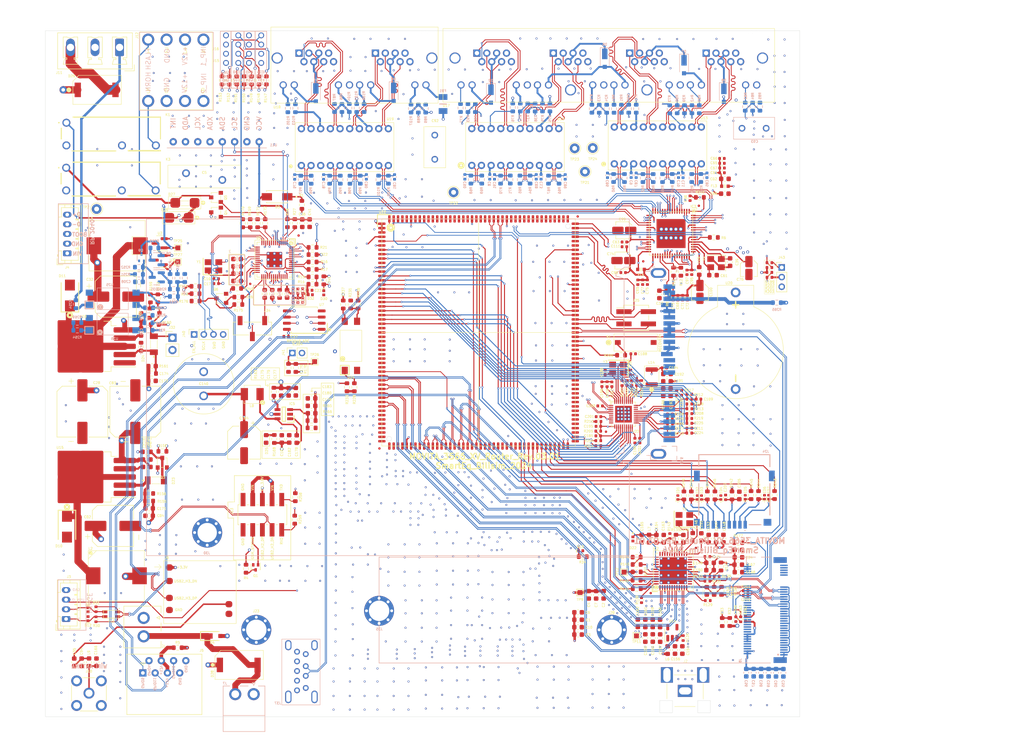
<source format=kicad_pcb>
(kicad_pcb (version 20240108) (generator "pcbnew") (generator_version "8.0")
  (title_block (title "KSS-E") (date "2020-07-13") (rev "REV1") (company "SmartEQ Bilisim"))
  (layers (0 "F.Cu" jumper) (1 "In1.Cu" signal) (2 "In2.Cu" signal) (3 "In3.Cu" signal) (4 "In4.Cu" signal) (31 "B.Cu" signal) (34 "B.Paste" user) (35 "F.Paste" user) (36 "B.SilkS" user "B.Silkscreen") (37 "F.SilkS" user "F.Silkscreen") (38 "B.Mask" user) (39 "F.Mask" user) (44 "Edge.Cuts" user))
  (net 0 "")
  (net 1 "/CM3566/GMAC1_RXER_M0")
  (net 2 "Net-(J9-Pin_6)")
  (net 3 "Net-(J10-Pin_1)")
  (net 4 "Net-(U10-VC)")
  (net 5 "Earth")
  (net 6 "Net-(J15-Pin_2)")
  (net 7 "Net-(J15-Pin_4)")
  (net 8 "Net-(J15-Pin_6)")
  (net 9 "Net-(J15-Pin_8)")
  (net 10 "Net-(J16-Pin_2)")
  (net 11 "Net-(J16-Pin_4)")
  (net 12 "Net-(J16-Pin_8)")
  (net 14 "VIN")
  (net 15 "/RP2040/XIN")
  (net 16 "Net-(C15-Pad1)")
  (net 17 "+1V1")
  (net 18 "Net-(U15-VC)")
  (net 19 "3.3V_Sensor")
  (net 20 "VRAW")
  (net 21 "XI")
  (net 22 "XO")
  (net 23 "/4 Port RJ45 and Transformer/RXI_0_N")
  (net 24 "/4 Port RJ45 and Transformer/RXI_0_P")
  (net 25 "/4 Port RJ45 and Transformer/TXO_0_P")
  (net 26 "/4 Port RJ45 and Transformer/TXO_0_N")
  (net 27 "/4 Port RJ45 and Transformer/TXO_1_N")
  (net 28 "/4 Port RJ45 and Transformer/TXO_1_P")
  (net 29 "/EC25_Sim/GSM_STATUS")
  (net 30 "/RP2040/GPIO21")
  (net 31 "Net-(U15-SW)")
  (net 32 "/4 Port RJ45 and Transformer/RXI_1_P")
  (net 33 "CT")
  (net 34 "Net-(IC3-RESETB)")
  (net 35 "Net-(IC3-DVDDL_1)")
  (net 36 "/RTL8309E/ETH_DVDD3V3")
  (net 37 "/RTL8309E/1V0_DVDD")
  (net 38 "/RTL8309E/1V0_AVDD")
  (net 39 "Net-(J24-VDD)")
  (net 40 "/4 Port RJ45 and Transformer/RXI_1_N")
  (net 41 "/4 Port RJ45 and Transformer/RXI_2_N")
  (net 42 "Net-(J24-CD)")
  (net 43 "Net-(U15-FB)")
  (net 44 "Net-(IC3-IBREF)")
  (net 45 "/4 Port RJ45 and Transformer/RXI_2_P")
  (net 46 "/4 Port RJ45 and Transformer/TXO_2_P")
  (net 47 "/4 Port RJ45 and Transformer/TXO_2_N")
  (net 48 "/4 Port RJ45 and Transformer/TXO_3_N")
  (net 49 "/4 Port RJ45 and Transformer/TXO_3_P")
  (net 50 "/4 Port RJ45 and Transformer/RXI_3_P")
  (net 51 "/4 Port RJ45 and Transformer/RXI_3_N")
  (net 52 "/4 Port RJ45 and Transformer/LED4")
  (net 53 "/4 Port RJ45 and Transformer/LED3")
  (net 54 "/4 Port RJ45 and Transformer/LED2")
  (net 55 "/4 Port RJ45 and Transformer/LED1")
  (net 56 "/RP2040/GPIO25")
  (net 57 "/RP2040/GPIO1")
  (net 58 "/RP2040/GPIO0")
  (net 59 "/RP2040/USB_D+_RP2040")
  (net 60 "/RP2040/USB_D-_RP2040")
  (net 61 "/RP2040/~{USB_BOOT}")
  (net 62 "/RP2040/GPIO4")
  (net 63 "/RP2040/GPIO5")
  (net 64 "Net-(U10-FB)")
  (net 65 "Net-(IC5-BS)")
  (net 66 "Net-(IC5-LX)")
  (net 67 "Net-(IC5-FB)")
  (net 68 "/RP2040/XOUT")
  (net 69 "Net-(U5-ADC_AVDD)")
  (net 70 "/RP2040/GPIO15")
  (net 71 "/RP2040/QSPI_SS")
  (net 72 "LIND_DS_LED")
  (net 73 "/4 Port RJ45 and Transformer/LED0")
  (net 74 "/RP2040/GPIO27_ADC1")
  (net 75 "/4 Port RJ45 and Transformer/LED5")
  (net 76 "Net-(D26-A)")
  (net 77 "Net-(D27-A)")
  (net 78 "/4 Port RJ45 and Transformer/RXI_4_P")
  (net 79 "/RP2040/GPIO2")
  (net 80 "/RP2040/GPIO3")
  (net 81 "/RP2040/GPIO6")
  (net 82 "/RP2040/GPIO7")
  (net 83 "/RP2040/GPIO14")
  (net 84 "/RP2040/GPIO18")
  (net 85 "/RP2040/GPIO19")
  (net 86 "/RP2040/GPIO23")
  (net 87 "/RP2040/GPIO24")
  (net 88 "/RP2040/GPIO26_ADC0")
  (net 89 "/RP2040/GPIO28_ADC2")
  (net 90 "/RP2040/GPIO29_ADC3")
  (net 91 "/RP2040/QSPI_SD3")
  (net 92 "/RP2040/QSPI_SCLK")
  (net 93 "/RP2040/QSPI_SD0")
  (net 94 "/RP2040/QSPI_SD2")
  (net 95 "/RP2040/QSPI_SD1")
  (net 96 "Net-(U18A-P4_1)")
  (net 97 "Net-(C93-Pad1)")
  (net 98 "CMT4")
  (net 99 "CMT3")
  (net 100 "CMT2")
  (net 101 "CMT1")
  (net 102 "Net-(U17C-P4_3)")
  (net 103 "Net-(J3-Pin_2)")
  (net 104 "/4 Port RJ45 and Transformer/RXI_4_N")
  (net 105 "/4 Port RJ45 and Transformer/TXO_4_N")
  (net 106 "/4 Port RJ45 and Transformer/TXO_4_P")
  (net 107 "/4 Port RJ45 and Transformer/RXI_5_P")
  (net 108 "/4 Port RJ45 and Transformer/RXI_5_N")
  (net 109 "/4 Port RJ45 and Transformer/TXO_5_N")
  (net 110 "/4 Port RJ45 and Transformer/TXO_5_P")
  (net 111 "CMT6")
  (net 112 "CMT5")
  (net 113 "Net-(R77-Pad1)")
  (net 114 "Net-(R78-Pad1)")
  (net 115 "Net-(R79-Pad1)")
  (net 116 "Net-(R80-Pad1)")
  (net 117 "/USB3.0_OTG/VCC_1V8")
  (net 118 "/HDMI_CVBS/XTAL1")
  (net 119 "/HDMI_CVBS/XTAL2")
  (net 120 "VCC_3V3_S0")
  (net 121 "Net-(IC2-VREF_H)")
  (net 122 "Net-(IC2-VMID)")
  (net 123 "/HDMI_CVBS/RSTn")
  (net 124 "/HDMI_CVBS/VDD10_EPHY")
  (net 125 "/HDMI_CVBS/DAC_R")
  (net 126 "/CM3566/MIPI_CSI_RX_D1N")
  (net 127 "/CM3566/MIPI_CSI_RX_CLK0N")
  (net 128 "Net-(Q2-B)")
  (net 129 "Net-(Q3-B)")
  (net 130 "Net-(Q4-B)")
  (net 131 "Net-(Q5-B)")
  (net 132 "/RTL8309E/LED6")
  (net 133 "/RTL8309E/LED7")
  (net 134 "/RP2040/GPIO8")
  (net 135 "/RP2040/GPIO9")
  (net 136 "/RP2040/GPIO10")
  (net 137 "/RP2040/GPIO11")
  (net 138 "/RP2040/GPIO12")
  (net 139 "/RP2040/GPIO13")
  (net 140 "Net-(IC5-EN)")
  (net 141 "Net-(J3-Pin_1)")
  (net 147 "/CM3566/MIPI_CSI_RX_D0P")
  (net 148 "Net-(IC2-MCU_SEL)")
  (net 149 "Net-(IC2-REXT)")
  (net 150 "Net-(IC2-KEY0)")
  (net 151 "/HDMI_CVBS/RX_DET")
  (net 152 "Net-(IC2-KEY1)")
  (net 153 "Net-(IC2-DAC_REF)")
  (net 154 "Net-(U14-EN)")
  (net 157 "/RP2040/GPIO20")
  (net 158 "/RP2040/GPIO22")
  (net 161 "/CM3566/MIPI_CSI_RX_D3P")
  (net 162 "/CM3566/VDD_5V")
  (net 163 "TX5_P")
  (net 164 "Net-(Q6-B)")
  (net 165 "TX5_N")
  (net 166 "TX4_P")
  (net 167 "TX4_N")
  (net 168 "RX5_P")
  (net 169 "RX5_N")
  (net 170 "RX4_P")
  (net 171 "LED_VDD")
  (net 172 "Net-(R81-Pad1)")
  (net 173 "Net-(R82-Pad1)")
  (net 174 "Net-(R83-Pad1)")
  (net 175 "Net-(R104-Pad1)")
  (net 176 "Net-(R105-Pad1)")
  (net 177 "Net-(R106-Pad1)")
  (net 178 "Net-(R107-Pad1)")
  (net 179 "RX2_P")
  (net 180 "RX2_N")
  (net 181 "TX2_N")
  (net 182 "TX2_P")
  (net 183 "TX3_P")
  (net 184 "TX3_N")
  (net 185 "RX3_N")
  (net 186 "RX3_P")
  (net 187 "RX0_P")
  (net 188 "RX0_N")
  (net 189 "TX0_N")
  (net 190 "TX0_P")
  (net 191 "TX1_P")
  (net 192 "TX1_N")
  (net 193 "RX1_N")
  (net 194 "RX1_P")
  (net 195 "RX4_N")
  (net 198 "/HDMI_CVBS/AR_OUT")
  (net 199 "/HDMI_CVBS/AL_OUT")
  (net 207 "/RTL8309E/TXO_6_P")
  (net 208 "/RTL8309E/TXO_6_N")
  (net 209 "/RTL8309E/RXI_6_P")
  (net 210 "/RTL8309E/RXI_6_N")
  (net 211 "/IO Connector/HORN")
  (net 212 "/IO Connector/FLASH")
  (net 215 "Net-(Q9-G)")
  (net 220 "Net-(J8-P50)")
  (net 234 "Net-(U26-A)")
  (net 235 "Net-(J12-Pin_8)")
  (net 237 "Net-(Q3-C)")
  (net 238 "Net-(J1-Pin_2)")
  (net 239 "Net-(C35-Pad1)")
  (net 240 "Net-(C70-Pad1)")
  (net 241 "Net-(C78-Pad1)")
  (net 242 "Net-(C79-Pad1)")
  (net 243 "Net-(C80-Pad1)")
  (net 244 "Net-(C81-Pad1)")
  (net 245 "Net-(C85-Pad1)")
  (net 246 "Net-(C86-Pad1)")
  (net 247 "Net-(C87-Pad1)")
  (net 248 "Net-(C88-Pad1)")
  (net 249 "Net-(C89-Pad1)")
  (net 250 "Net-(C90-Pad1)")
  (net 251 "Net-(C91-Pad1)")
  (net 252 "Net-(J8-P47)")
  (net 253 "/CM3566/MIPI_CSI_RX_D3N")
  (net 254 "Net-(D3-PadC)")
  (net 255 "Net-(D25-A)")
  (net 256 "/4 Port RJ45 and Transformer/+3.3V")
  (net 257 "/Power Unit/IGN_LOGIC")
  (net 258 "Net-(Q8-G)")
  (net 259 "ADC_VREF")
  (net 260 "/HDMI_CVBS/P{slash}N_SEL")
  (net 261 "Net-(J32-Pin_1)")
  (net 276 "/HDMI_CVBS/CVideo_OUT")
  (net 277 "Net-(U10-SW)")
  (net 278 "/RP2040/USB_D_P")
  (net 279 "/RP2040/USB_D_N")
  (net 280 "Net-(R72-Pad2)")
  (net 281 "/IO Connector/SWCLK")
  (net 282 "/IO Connector/SWD")
  (net 283 "Net-(U17A-P4_1)")
  (net 284 "Net-(U17B-P4_2)")
  (net 285 "Net-(U17D-P4_4)")
  (net 286 "Net-(U18B-P4_2)")
  (net 287 "/CM3566/MIPI_CSI_RX_D0N")
  (net 288 "/CM3566/MIPI_CSI_RX_D1P")
  (net 289 "/CM3566/MIPI_CSI_RX_D2N")
  (net 290 "/CM3566/MIPI_CSI_RX_D2P")
  (net 291 "/CM3566/MIPI_CSI_RX_CLK0P")
  (net 292 "/Power Unit/MCU_Power_EN")
  (net 293 "/CM3566/PHY-Reset")
  (net 294 "/CM3566/PHY0_XTALOUT")
  (net 295 "/CM3566/GMAC1_MCLKINOUT_M0")
  (net 296 "/CM3566/PHY0_XTALIN")
  (net 297 "/CM3566/GMAC1_RXCLK_M0")
  (net 298 "/CM3566/GMAC1_TXCLK_M0")
  (net 299 "/CM3566/VDD10_EPHY")
  (net 300 "/CM3566/VCC3V3_LAN")
  (net 301 "/CM3566/USB3_OTG0_ID")
  (net 302 "/CM3566/USB3_OTG0_DP")
  (net 303 "/CM3566/USB3_OTG0_DN")
  (net 304 "/HDMI_CVBS/HDMI_TX0N_PORT")
  (net 305 "/HDMI_CVBS/HDMI_TX2P_PORT")
  (net 306 "/HDMI_CVBS/HDMI_TX1N_PORT")
  (net 307 "/HDMI_CVBS/HDMI_TXCLKP_PORT")
  (net 308 "/HDMI_CVBS/HDMI_TXCLKN_PORT")
  (net 309 "/HDMI_CVBS/HDMI_TX1P_PORT")
  (net 310 "/HDMI_CVBS/HDMI_TX0P_PORT")
  (net 311 "/HDMI_CVBS/HDMI_TX2N_PORT")
  (net 312 "/HDMI_CVBS/HDMI_RX_HPD")
  (net 313 "/HDMI_CVBS/RXDDC_SDA")
  (net 314 "/HDMI_CVBS/RXDDC_SCL")
  (net 315 "/CM3566/PHY1_MDI0+")
  (net 316 "/CM3566/PHY1_MDI0-")
  (net 317 "/CM3566/PHY1_MDI1-")
  (net 318 "/CM3566/PHY1_MDI1+")
  (net 319 "/HDMI_CVBS/HDMITX_CEC_M0")
  (net 320 "/CM3566/PCIE20_TXP")
  (net 321 "/CM3566/PCIE20_TXN")
  (net 322 "/CM3566/PCIE20_RXP")
  (net 323 "/CM3566/PCIE20_RXN")
  (net 324 "/CM3566/PCIE20_REFCLKP")
  (net 325 "/CM3566/PCIE20_REFCLKN")
  (net 326 "/CM3566/LCD_PWREN_H")
  (net 327 "/CM3566/LCD0_BL_PWM4")
  (net 328 "/CM3566/USB2_HOST3_DP")
  (net 329 "/CM3566/USB2_HOST2_DP")
  (net 330 "/CM3566/UART4_TX_M0")
  (net 331 "/CM3566/UART4_RX_M0")
  (net 332 "/CM3566/USB3_HOST1_DP")
  (net 333 "/CM3566/USB3_HOST1_DN")
  (net 334 "/CM3566/SATA0_RXN")
  (net 335 "/CM3566/SATA0_RXP")
  (net 336 "/CM3566/SATA0_TXN")
  (net 337 "/CM3566/SATA0_TXP")
  (net 338 "/CM3566/VRTC")
  (net 339 "/IO Connector/GP3_A")
  (net 340 "/RP2040/RUN")
  (net 341 "/CM3566/USB3_OTG0_VBUSDET")
  (net 342 "/CM3566/GPIO4_B5_d_1V8")
  (net 343 "/CM3566/CAMERAF_RST_L")
  (net 344 "/CM3566/I2C4_SCL_M0_1V8")
  (net 345 "/CM3566/I2C4_SDA_M0_1V8")
  (net 346 "/CM3566/PWM0_M0")
  (net 347 "/CM3566/UART2_TX_M0_DEBUG")
  (net 348 "/CM3566/SARADC_VIN0_KEY{slash}RECOVERY")
  (net 349 "Net-(R200-Pad2)")
  (net 350 "/CM3566/UART2_RX_M0_DEBUG")
  (net 351 "Net-(J43-Pin_1)")
  (net 352 "Net-(J43-Pin_2)")
  (net 353 "/CM3566/SPI3_CLK_M1")
  (net 354 "/CM3566/RSET")
  (net 355 "/CM3566/PHY_CLKOUT125")
  (net 356 "/CM3566/GMAC1_RXD0_M0")
  (net 357 "/CM3566/PHY_RXD0{slash}RXDLY")
  (net 358 "/CM3566/GMAC1_RXD1_M0")
  (net 359 "/CM3566/PHY_RXD1{slash}TXDLY")
  (net 360 "/CM3566/GMAC1_RXD2_M0")
  (net 361 "/CM3566/PHY_RXD2{slash}PLLOFF")
  (net 362 "/CM3566/GMAC1_RXD3_M0")
  (net 363 "/CM3566/PHY_RXD3{slash}PHYAD0")
  (net 364 "/CM3566/PHY_RXCLK{slash}PHYAD1")
  (net 365 "/CM3566/GMAC1_RXDV_CRS_M0")
  (net 366 "/CM3566/PHY_RXDV{slash}PHYAD2")
  (net 367 "/CM3566/GMAC1_MDIO_M0")
  (net 368 "/CM3566/SPI3_MOSI_M1")
  (net 369 "/CM3566/LED1{slash}CFG_LDO0")
  (net 370 "/CM3566/LED2{slash}CFG_LDO1")
  (net 371 "/CM3566/LED0{slash}CFG_EXT")
  (net 372 "/CM3566/REG_OUT")
  (net 373 "Net-(R228-Pad1)")
  (net 374 "Net-(U24-A)")
  (net 375 "Net-(U24-E)")
  (net 376 "/Power Unit/+3V3_Mini")
  (net 377 "Net-(U24-C)")
  (net 378 "/CM3566/PMIC_32KOUT_SOC")
  (net 379 "/CM3566/GMAC1_TXD3_M0")
  (net 380 "/CM3566/MIPI_CSI_RX_CLK1N")
  (net 381 "/CM3566/MIPI_CSI_RX_CLK1P")
  (net 382 "/CM3566/PWM5")
  (net 383 "/CM3566/PWM3_IR")
  (net 384 "/CM3566/SDMMC0_DET_L")
  (net 385 "Net-(U25-A)")
  (net 386 "/CM3566/UART1_RX_M0")
  (net 387 "/CM3566/UART1_TX_M0")
  (net 388 "/CM3566/UART1_RTSn_M0")
  (net 389 "/CM3566/UART1_CTSn_M0")
  (net 390 "/CM3566/BT_REG_ON_H")
  (net 391 "/CM3566/BT_WAKE_HOST_H")
  (net 392 "/CM3566/HOST_WAKE_BT_H")
  (net 393 "/CM3566/WIFI_WAKE_HOST_H")
  (net 394 "/CM3566/WIFI_REG_ON_H")
  (net 395 "/CM3566/I2S2_SCLK_TX_M0")
  (net 396 "/CM3566/I2S2_LRCK_TX_M0")
  (net 397 "/CM3566/I2S2_SDO_M0")
  (net 398 "/CM3566/I2S2_SDI_M0")
  (net 399 "/CM3566/SARADC_VIN3")
  (net 400 "/CM3566/SARADC_VIN2_HP_HOOK")
  (net 401 "/CM3566/PCIE20_WAKEn_M2")
  (net 402 "/CM3566/UART3_RX_M0")
  (net 403 "/CM3566/UART3_TX_M0")
  (net 404 "/CM3566/I2S1_LRCK_TX_M0_PMIC")
  (net 405 "/CM3566/I2S1_SDI0_M0{slash}PDM_SDI0_M0_PMIC")
  (net 406 "/CM3566/I2S1_SCLK_TX_M0_PMIC")
  (net 407 "/CM3566/I2S1_SDO0_M0_PMIC")
  (net 408 "/CM3566/I2S1_MCLK_M0_PMIC")
  (net 409 "/CM3566/SPI3_CS0_M1")
  (net 410 "/CM3566/SPI3_MISO_M1")
  (net 411 "/CM3566/UART5_RX_M1")
  (net 412 "/CM3566/UART5_TX_M1")
  (net 413 "/CM3566/SPDIF_TX_M2")
  (net 414 "/CM3566/GPIO0_A6_d")
  (net 415 "/CM3566/GPIO0_A3_u")
  (net 416 "/CM3566/GPIO0_A0_d")
  (net 417 "/CM3566/CAMERAB_RST_L")
  (net 418 "/CM3566/CIF_8BIT_D7")
  (net 419 "/CM3566/CIF_8BIT_D6")
  (net 420 "/CM3566/CIF_8BIT_D5")
  (net 421 "/CM3566/CIF_8BIT_D4")
  (net 422 "/CM3566/CIF_8BIT_D3")
  (net 423 "/CM3566/CIF_8BIT_D2")
  (net 424 "/CM3566/CIF_8BIT_D1")
  (net 425 "/CM3566/CIF_8BIT_D0")
  (net 426 "/CM3566/CIF_8BIT_VSYNC")
  (net 427 "/CM3566/CIF_8BIT_HREF")
  (net 428 "/CM3566/CIF_8BIT_CLKIN")
  (net 429 "/CM3566/CIF_CLKOUT")
  (net 430 "/CM3566/VOP_BT656_D7_M1")
  (net 431 "/CM3566/VOP_BT656_D6_M1")
  (net 432 "/CM3566/VOP_BT656_D5_M1")
  (net 433 "/CM3566/VOP_BT656_D4_M1")
  (net 434 "/CM3566/VOP_BT656_D3_M1")
  (net 435 "/CM3566/VOP_BT656_D2_M1")
  (net 436 "/CM3566/VOP_BT656_D1_M1")
  (net 437 "/CM3566/VOP_BT656_D0_M1")
  (net 438 "/CM3566/VOP_BT656_CLK_M1")
  (net 439 "/CM3566/I2C1_SDA")
  (net 440 "/CM3566/I2C1_SCL")
  (net 441 "/CM3566/GPIO0_A5_d")
  (net 442 "/CM3566/GMAC1_MDC_M0")
  (net 443 "/CM3566/RXI_1_P")
  (net 444 "/CM3566/RXI_1_N")
  (net 445 "/CM3566/TXO_1_P")
  (net 446 "/CM3566/TXO_1_N")
  (net 447 "/CM3566/GMAC1_TXD2_M0")
  (net 448 "/CM3566/GMAC1_TXD1_M0")
  (net 449 "/CM3566/GMAC1_TXD0_M0")
  (net 450 "/CM3566/GMAC1_TXEN_M0")
  (net 451 "/CM3566/SDMMC1_D3")
  (net 452 "/CM3566/SDMMC1_D2")
  (net 453 "/CM3566/SDMMC1_D1")
  (net 454 "/CM3566/SDMMC1_D0")
  (net 455 "/CM3566/SDMMC1_CMD")
  (net 456 "/CM3566/SDMMC1_CLK")
  (net 457 "/+12V")
  (net 458 "/CM3566/HDMI_TX_HPDIN")
  (net 459 "/CM3566/MIPI_DSI_TX1_CLKP")
  (net 460 "/CM3566/MIPI_DSI_TX1_CLKN")
  (net 461 "/CM3566/MIPI_DSI_TX1_D3P")
  (net 462 "/CM3566/MIPI_DSI_TX1_D3N")
  (net 463 "/CM3566/MIPI_DSI_TX1_D2P")
  (net 464 "/CM3566/MIPI_DSI_TX1_D2N")
  (net 465 "/CM3566/MIPI_DSI_TX1_D1P")
  (net 466 "/CM3566/MIPI_DSI_TX1_D1N")
  (net 467 "/CM3566/MIPI_DSI_TX1_D0P")
  (net 468 "/CM3566/MIPI_DSI_TX1_D0N")
  (net 469 "/CM3566/USB2_HOST3_DN")
  (net 470 "/CM3566/USB2_HOST2_DN")
  (net 471 "/CM3566/I2C1_SCL{slash}CAN0_TX_M0")
  (net 472 "/CM3566/TP_RST_L_GPIO0_B6")
  (net 473 "/CM3566/I2C1_SDA{slash}CAN0_RX_M0")
  (net 474 "/CM3566/TP_INT_L_GPIO0_B5")
  (net 475 "/CM3566/MIPI_DSI_TX0_CLKP")
  (net 476 "/CM3566/MIPI_DSI_TX0_CLKN")
  (net 477 "/CM3566/MIPI_DSI_TX0_D3P")
  (net 478 "/CM3566/MIPI_DSI_TX0_D3N")
  (net 479 "/CM3566/MIPI_DSI_TX0_D2P")
  (net 480 "/CM3566/MIPI_DSI_TX0_D2N")
  (net 481 "/CM3566/MIPI_DSI_TX0_D1P")
  (net 482 "/CM3566/MIPI_DSI_TX0_D1N")
  (net 483 "/CM3566/MIPI_DSI_TX0_D0P")
  (net 484 "/CM3566/MIPI_DSI_TX0_D0N")
  (net 485 "Net-(J24-DAT1)")
  (net 486 "Net-(J24-DAT0)")
  (net 487 "Net-(J24-CLK)")
  (net 488 "Net-(J24-CMD)")
  (net 489 "Net-(J24-CD{slash}DAT3)")
  (net 490 "Net-(J24-DAT2)")
  (net 491 "/CM3566/SDMMC0_D2")
  (net 492 "/CM3566/SDMMC0_D3")
  (net 493 "/CM3566/SDMMC0_CMD")
  (net 494 "/CM3566/SDMMC0_CLK")
  (net 495 "/CM3566/SDMMC0_D0")
  (net 496 "/CM3566/SDMMC0_D1")
  (net 497 "Net-(U5-RUN)")
  (net 498 "Net-(U25-C)")
  (net 502 "/Power Unit/IGN_V")
  (net 503 "Net-(J8-P49)")
  (net 504 "Net-(J13-Pin_10)")
  (net 505 "Net-(J13-Pin_9)")
  (net 508 "Net-(J8-P68)")
  (net 509 "Net-(J8-P38)")
  (net 510 "Net-(D31-Pad1)")
  (net 511 "GNDPWR")
  (net 512 "/CM3566/PCIE20_CLKREQn_M2")
  (net 513 "/CM3566/PCIE20_PERSTn_M2")
  (net 514 "Net-(R265-Pad1)")
  (net 515 "Net-(R264-Pad1)")
  (net 516 "Net-(U26-E)")
  (net 517 "Net-(U26-C)")
  (net 518 "Net-(J12-Pin_4)")
  (net 519 "IGN")
  (net 520 "/EC25_Sim/GSM_LED")
  (net 521 "Net-(Q1-C)")
  (net 522 "Net-(J5-Pad4)")
  (footprint "Resistor_SMD:R_0402_1005Metric" (layer "F.Cu") (at 180.62 104.81 180)
    (property "Reference" "R208")
    (property "Value" "22R")
  )
  (footprint "Connector_PinHeader_2.00mm:PinHeader_1x03_P2.00mm_Vertical" (layer "F.Cu") (at 199.73 74.56)
    (property "Reference" "J43")
    (property "Value" "MALE Through Hole Pin Header " (hide yes))
  )
  (footprint "Resistor_SMD:R_0603_1608Metric" (layer "F.Cu") (at 102.71 76.515 180)
    (property "Reference" "R15")
    (property "Value" "1R" (hide yes))
  )
  (footprint "Capacitor_SMD:C_0402_1005Metric" (layer "F.Cu") (at 82.78 77.9 180)
    (property "Reference" "C17")
    (property "Value" "100nF" (hide yes))
  )
  (footprint "Resistor_SMD:R_0402_1005Metric" (layer "F.Cu") (at 170.73 143.42 90)
    (property "Reference" "R130")
    (property "Value" "10K")
  )
  (footprint "Resistor_SMD:R_0402_1005Metric" (layer "F.Cu") (at 170.73 98.47 90)
    (property "Reference" "R215")
    (property "Value" "4.7K")
  )
  (footprint "Capacitor_SMD:C_0402_1005Metric" (layer "F.Cu") (at 82.78 76.91 180)
    (property "Reference" "C16")
    (property "Value" "100nF" (hide yes))
  )
  (footprint "Resistor_SMD:R_0603_1608Metric" (layer "F.Cu") (at 89.81 65.425 90)
    (property "Reference" "R169")
    (property "Value" "10K" (hide yes))
  )
  (footprint "Footprint Library:ERZV14D101" (layer "F.Cu") (at 80.29 55.76)
    (property "Reference" "C5")
    (property "Value" "ERZ-V14D101")
  )
  (footprint "Capacitor_SMD:C_Elec_3x5.4" (layer "F.Cu") (at 182.815 79.62 -90)
    (property "Reference" "C100")
    (property "Value" "10uF")
  )
  (footprint "Transformer_THT:RJ45_Transformer_2_Port" (layer "F.Cu") (at 120.84 46.2)
    (property "Reference" "U19")
    (property "Value" "TF-218DG" (hide yes))
  )
  (footprint "Resistor_SMD:R_0402_1005Metric" (layer "F.Cu") (at 176.61 105.92 180)
    (property "Reference" "R220")
    (property "Value" "4.7K")
  )
  (footprint "Capacitor_SMD:C_0603_1608Metric" (layer "F.Cu") (at 159.82 142.31 -90)
    (property "Reference" "C4")
    (property "Value" "4.7uF" (hide yes))
  )
  (footprint "Resistor_SMD:R_0402_1005Metric" (layer "F.Cu") (at 184.345 138.475 180)
    (property "Reference" "R133")
    (property "Value" "0R")
  )
  (footprint "TestPoint:TestPoint_Pad_1.0x1.0mm" (layer "F.Cu") (at 74.85 73.39)
    (property "Reference" "TP27")
    (property "Value" "DNP")
  )
  (footprint "Resistor_SMD:R_0603_1608Metric" (layer "F.Cu") (at 91.345 65.425 90)
    (property "Reference" "R171")
    (property "Value" "10K" (hide yes))
  )
  (footprint "Resistor_SMD:R_0603_1608Metric" (layer "F.Cu") (at 97.73 95.3425 -90)
    (property "Reference" "R179")
    (property "Value" "180R" (hide yes))
  )
  (footprint "Capacitor_THT:S102K33Y5PP63K5R" (layer "F.Cu") (at 127.98 49.12 90)
    (property "Reference" "C92")
    (property "Value" "1000PF 2KV" (hide yes))
  )
  (footprint "Resistor_SMD:R_0402_1005Metric" (layer "F.Cu") (at 180.62 107.83 180)
    (property "Reference" "R211")
    (property "Value" "22R")
  )
  (footprint "Resistor_SMD:R_0603_1608Metric" (layer "F.Cu") (at 71.66 112.62 180)
    (property "Reference" "R158")
    (property "Value" "10K" (hide yes))
  )
  (footprint "Capacitor_SMD:C_0603_1608Metric" (layer "F.Cu") (at 68.905 124.42)
    (property "Reference" "C171")
    (property "Value" "330nF" (hide yes))
  )
  (footprint "Resistor_SMD:R_0603_1608Metric" (layer "F.Cu") (at 99.02 126.76 90)
    (property "Reference" "R259")
    (property "Value" "DNP")
  )
  (footprint "Pro V3:LL4148" (layer "F.Cu") (at 70.2175 122)
    (property "Reference" "D23")
    (property "Value" "LL4148" (hide yes))
  )
  (footprint "Capacitor_SMD:C_0402_1005Metric" (layer "F.Cu") (at 169.37 110.4 -90)
    (property "Reference" "C190")
    (property "Value" "DNP" (hide yes))
  )
  (footprint "Package_DFN_QFN:QFN-48-1EP_7x7mm_P0.5mm_EP5.6x5.6mm" (layer "F.Cu") (at 177.31 137.285 90)
    (property "Reference" "IC2")
    (property "Value" "MS1836S_QFN48-7x7" (hide yes))
  )
  (footprint "Capacitor_SMD:C_0603_1608Metric" (layer "F.Cu") (at 68.905 125.95)
    (property "Reference" "C84")
    (property "Value" "1uF/50V" (hide yes))
  )
  (footprint "Diode_SMD:S6MC" (layer "F.Cu") (at 87.44 156.82)
    (property "Reference" "D28")
    (property "Value" "S6MC" (hide yes))
  )
  (footprint "BLM18PG121SN1D:BLM18AG102BH1D" (layer "F.Cu") (at 170.62 74.97)
    (property "Reference" "FL4")
    (property "Value" "BLM18PG121SN1D" (hide yes))
  )
  (footprint "Resistor_SMD:R_0402_1005Metric" (layer "F.Cu") (at 57.91 147.37 90)
    (property "Reference" "R30")
    (property "Value" "2.2R")
  )
  (footprint "Resistor_SMD:R_0402_1005Metric" (layer "F.Cu") (at 161.84 106.44)
    (property "Reference" "R216")
    (property "Value" "0R")
  )
  (footprint "Resistor_SMD:R_0603_1608Metric" (layer "F.Cu") (at 88.57 35.85 90)
    (property "Reference" "R150")
    (property "Value" "10K" (hide yes))
  )
  (footprint "Resistor_SMD:R_0603_1608Metric" (layer "F.Cu") (at 91.61 35.86 90)
    (property "Reference" "R148")
    (property "Value" "220R" (hide yes))
  )
  (footprint "Capacitor_SMD:C_0603_1608Metric" (layer "F.Cu") (at 87.11 77.37 180)
    (property "Reference" "C18")
    (property "Value" "1uF" (hide yes))
  )
  (footprint "Capacitor_SMD:C_Elec_3x5.4" (layer "F.Cu") (at 192.94 74.685 -90)
    (property "Reference" "C76")
    (property "Value" "10uF")
  )
  (footprint "Capacitor_SMD:C_0603_1608Metric" (layer "F.Cu") (at 157.615 147.465)
    (property "Reference" "C1")
    (property "Value" "100nF" (hide yes))
  )
  (footprint "Capacitor_SMD:C_0402_1005Metric" (layer "F.Cu") (at 190.24 147.36 -90)
    (property "Reference" "C209")
    (property "Value" "100nF X7R 16V")
  )
  (footprint "LED_4:LED_4_Block" (layer "F.Cu") (at 92.09 26.54)
    (property "Reference" "J16")
    (property "Value" "LED_4_Block_Right Angle" (hide yes))
  )
  (footprint "Crystal:Crystal_SMD_3225-4Pin_3.2x2.5mm" (layer "F.Cu") (at 165.86 95.5 180)
    (property "Reference" "Y3")
    (property "Value" "X322525MSB4SI" (hide yes))
  )
  (footprint "Resistor_SMD:R_0402_1005Metric" (layer "F.Cu") (at 169.73 98.48 90)
    (property "Reference" "R223")
    (property "Value" "4.7K")
  )
  (footprint "Connector_JST:JST_PH_B4B-PH-K_1x04_P2.00mm_Vertical" (layer "F.Cu") (at 51.74 147.31 90)
    (property "Reference" "J3")
    (property "Value" "JST_PH_B4B-PH-K_1x04_P2.00mm_Vertical")
  )
  (footprint "Capacitor_SMD:C_0603_1608Metric" (layer "F.Cu") (at 189.05 73.455 -90)
    (property "Reference" "C39")
    (property "Value" "33pF" (hide yes))
  )
  (footprint "Resistor_SMD:R_0603_1608Metric" (layer "F.Cu") (at 102.71 70.415)
    (property "Reference" "R21")
    (property "Value" "1K" (hide yes))
  )
  (footprint "Resistor_SMD:R_0402_1005Metric" (layer "F.Cu") (at 197.19 76.61 180)
    (property "Reference" "R203")
    (property "Value" "10R")
  )
  (footprint "Resistor_SMD:R_0603_1608Metric" (layer "F.Cu") (at 112.13 82.235 90)
    (property "Reference" "R238")
    (property "Value" "1K" (hide yes))
  )
  (footprint "Capacitor_SMD:C_0603_1608Metric" (layer "F.Cu") (at 69.505 94.985 180)
    (property "Reference" "C174")
    (property "Value" "330nF" (hide yes))
  )
  (footprint "Capacitor_SMD:C_0402_1005Metric" (layer "F.Cu") (at 162.54 98.71 90)
    (property "Reference" "C198")
    (property "Value" "100nF		" (hide yes))
  )
  (footprint "Capacitor_SMD:C_0603_1608Metric" (layer "F.Cu") (at 171.52 148.2275 90)
    (property "Reference" "C161")
    (property "Value" "100nF" (hide yes))
  )
  (footprint "Capacitor_SMD:C_0402_1005Metric" (layer "F.Cu") (at 161.81 107.44 180)
    (property "Reference" "C195")
    (property "Value" "100nF		" (hide yes))
  )
  (footprint "Capacitor_SMD:C_0603_1608Metric" (layer "F.Cu") (at 179.3875 130.705 90)
    (property "Reference" "C145")
    (property "Value" "22pF" (hide yes))
  )
  (footprint "HDMI 2.0 TX:MMBT2222ALT1G" (layer "F.Cu") (at 81.75 63.14 90)
    (property "Reference" "Q4")
    (property "Value" "MMBT2222ALT1G" (hide yes))
  )
  (footprint "Fiducial:Fiducial_0.5mm_Mask1mm" (layer "F.Cu") (at 182.59 61.8)
    (property "Reference" "FID9" (hide yes))
    (property "Value" "DNP")
  )
  (footprint "Resistor_SMD:R_0402_1005Metric" (layer "F.Cu") (at 176.62 107.935)
    (property "Reference" "R227")
    (property "Value" "4.7K")
  )
  (footprint "LED_4:LED_4_Block" (layer "F.Cu") (at 87.35 26.54)
    (property "Reference" "J15")
    (property "Value" "LED_4_Block_Right Angle" (hide yes))
  )
  (footprint "HDMI 2.0 TX:MMBT2222ALT1G" (layer "F.Cu") (at 71.63 113.97)
    (property "Reference" "Q3")
    (property "Value" "MMBT2222ALT1G" (hide yes))
  )
  (footprint "Resistor_SMD:R_0603_1608Metric" (layer "F.Cu") (at 185.913489 121.74 -90)
    (property "Reference" "R246")
    (property "Value" "22R")
  )
  (footprint "Resistor_SMD:R_0603_1608Metric" (layer "F.Cu") (at 181.038489 121.75 -90)
    (property "Reference" "R248")
    (property "Value" "22R")
  )
  (footprint "Resistor_SMD:R_0603_1608Metric" (layer "F.Cu") (at 102.71 71.91 180)
    (property "Reference" "R22")
    (property "Value" "DNP" (hide yes))
  )
  (footprint "Resistor_SMD:R_0402_1005Metric" (layer "F.Cu") (at 180.62 102.81 180)
    (property "Reference" "R218")
    (property "Value" "4.7K")
  )
  (footprint "Capacitor_SMD:C_0603_1608Metric" (layer "F.Cu") (at 102.4975 103.20875)
    (property "Reference" "C180")
    (property "Value" "22uF" (hide yes))
  )
  (footprint "Capacitor_SMD:C_0603_1608Metric" (layer "F.Cu") (at 174.57 148.2325 90)
    (property "Reference" "C160")
    (property "Value" "100nF" (hide yes))
  )
  (footprint "Capacitor_SMD:C_0402_1005Metric" (layer "F.Cu") (at 179.02 100.51 90)
    (property "Reference" "C199")
    (property "Value" "100nF		" (hide yes))
  )
  (footprint "Capacitor_SMD:C_0603_1608Metric" (layer "F.Cu") (at 171.52 151.2525 -90)
    (property "Reference" "C158")
    (property "Value" "100nF" (hide yes))
  )
  (footprint "Resistor_SMD:R_0402_1005Metric" (layer "F.Cu") (at 180.62 100.8 180)
    (property "Reference" "R217")
    (property "Value" "4.7K")
  )
  (footprint "Capacitor_SMD:C_0603_1608Metric" (layer "F.Cu") (at 68.425 115.85)
    (property "Reference" "C170")
    (property "Value" "1uF/50V" (hide yes))
  )
  (footprint "Capacitor_SMD:C_0402_1005Metric" (layer "F.Cu") (at 167.19 70.28 180)
    (property "Reference" "C111")
    (property "Value" "100nF")
  )
  (footprint "Resistor_SMD:R_0603_1608Metric" (layer "F.Cu") (at 102.71 74.965 180)
    (property "Reference" "R17")
    (property "Value" "27R" (hide yes))
  )
  (footprint "Resistor_SMD:R_0603_1608Metric" (layer "F.Cu") (at 109.82 99.36 -90)
    (property "Reference" "R233")
    (property "Value" "1K" (hide yes))
  )
  (footprint "Resistor_SMD:R_0402_1005Metric" (layer "F.Cu") (at 176.595 130.15 -90)
    (property "Reference" "R143")
    (property "Value" "75R")
  )
  (footprint "Capacitor_SMD:C_0603_1608Metric" (layer "F.Cu") (at 173.815 130.695 90)
    (property "Reference" "C164")
    (property "Value" "DNP" (hide yes))
  )
  (footprint "Resistor_SMD:R_0603_1608Metric" (layer "F.Cu") (at 95.89 80.035 -90)
    (property "Reference" "R48")
    (property "Value" "1K" (hide yes))
  )
  (footprint "Resistor_SMD:R_0402_1005Metric" (layer "F.Cu") (at 180.61 108.84)
    (property "Reference" "R224")
    (property "Value" "4.7K")
  )
  (footprint "Capacitor_SMD:C_0603_1608Metric" (layer "F.Cu") (at 190.785 137.62)
    (property "Reference" "C168")
    (property "Value" "100nF" (hide yes))
  )
  (footprint "Library:RTL8211F-CG" (layer "F.Cu") (at 164.46 103.13)
    (property "Reference" "U23")
    (property "Value" "RTL8211F-CG" (hide yes))
  )
  (footprint "Capacitor_SMD:C_0603_1608Metric" (layer "F.Cu") (at 157.61 149.005)
    (property "Reference" "C10")
    (property "Value" "10uF" (hide yes))
  )
  (footprint "Capacitor_SMD:C_0402_1005Metric" (layer "F.Cu") (at 187.37 52.01)
    (property "Reference" "C66")
    (property "Value" "100nF" (hide yes))
  )
  (footprint "Connector_RJ:2_Block_RJ45" (layer "F.Cu") (at 111.38 32.69 180)
    (property "Reference" "U18")
    (property "Value" "RJ45-2-Block" (hide yes))
  )
  (footprint "Capacitor_SMD:C_0603_1608Metric" (layer "F.Cu") (at 100.575 65.415 -90)
    (property "Reference" "C36")
    (property "Value" "100nF" (hide yes))
  )
  (footprint "Capacitor_SMD:C_0402_1005Metric" (layer "F.Cu") (at 181.12 75.57 -90)
    (property "Reference" "C95")
    (property "Value" "100nF")
  )
  (footprint "Connector_Pin:Pin_D1.0mm_L10.0mm" (layer "F.Cu") (at 156.91 49.92)
    (property "Reference" "TP23")
    (property "Value" "DNP")
  )
  (footprint "Capacitor_SMD:C_0402_1005Metric" (layer "F.Cu") (at 167.19 69.3 180)
    (property "Reference" "C63")
    (property "Value" "100nF" (hide yes))
  )
  (footprint "Resistor_SMD:R_0603_1608Metric" (layer "F.Cu") (at 78.51 79.99 180)
    (property "Reference" "R29")
    (property "Value" "0R" (hide yes))
  )
  (footprint "Package_TO_SOT_SMD:SOT-23" (layer "F.Cu") (at 71.09 73.04 180)
    (property "Reference" "U3")
    (property "Value" "TLV76033DBZT" (hide yes))
  )
  (footprint "Resistor_SMD:R_0603_1608Metric" (layer "F.Cu") (at 85.52 35.87 90)
    (property "Reference" "R152")
    (property "Value" "220R" (hide yes))
  )
  (footprint "Resistor_SMD:R_0603_1608Metric" (layer "F.Cu") (at 70.72 80.97 -90)
    (property "Reference" "R173")
    (property "Value" "DNP" (hide yes))
  )
  (footprint "Capacitor_SMD:C_0402_1005Metric" (layer "F.Cu") (at 161.78 109.42 180)
    (property "Reference" "C185")
    (property "Value" "10nF" (hide yes))
  )
  (footprint "Capacitor_SMD:C_0402_1005Metric" (layer "F.Cu") (at 180.13 75.58 -90)
    (property "Reference" "C97")
    (property "Value" "100nF")
  )
  (footprint "Footprint Library:ESD5341N" (layer "F.Cu") (at 105.02 79.3925 -90)
    (property "Reference" "D30")
    (property "Value" "ESD5341N" (hide yes))
  )
  (footprint "Footprint Library:AV_CON" (layer "F.Cu") (at 179.74 162.19)
    (property "Reference" "J2")
    (property "Value" "DNP" (hide yes))
    (fp_rect (start -2.6 2) (end -5.25 4.5) (stroke (width 0.05)) (fill none) (layer "Edge.Cuts"))
    (fp_rect (start 2.6 2) (end 5.25 4.5) (stroke (width 0.05)) (fill none) (layer "Edge.Cuts"))
  )
  (footprint "Capacitor_SMD:C_0402_1005Metric" (layer "F.Cu") (at 178.24 80.83 -90)
    (property "Reference" "C68")
    (property "Value" "100nF" (hide yes))
  )
  (footprint "Resistor_SMD:R_0603_1608Metric" (layer "F.Cu") (at 67.24 90.97 90)
    (property "Reference" "R162")
    (property "Value" "1.6K" (hide yes))
  )
  (footprint "Capacitor_SMD:C_0402_1005Metric" (layer "F.Cu") (at 98.695 81.34 -90)
    (property "Reference" "C24")
    (property "Value" "100nF" (hide yes))
  )
  (footprint "ESD5451N:ESD5451N" (layer "F.Cu") (at 168.9525 130.35 -90)
    (property "Reference" "D22")
    (property "Value" "ESD5451N" (hide yes))
  )
  (footprint "Capacitor_SMD:C_0603_1608Metric" (layer "F.Cu") (at 67.23 87.885 90)
    (property "Reference" "C30")
    (property "Value" "1uF/50V" (hide yes))
  )
  (footprint "Capacitor_SMD:C_0603_1608Metric" (layer "F.Cu") (at 102.51 104.73875)
    (property "Reference" "C179")
    (property "Value" "22pF" (hide yes))
  )
  (footprint "Resistor_SMD:R_0603_1608Metric" (layer "F.Cu") (at 177.8675 130.71 -90)
    (property "Reference" "R135")
    (property "Value" "330R" (hide yes))
  )
  (footprint "Inductor_SMD:L_0603_1608Metric" (layer "F.Cu") (at 176.14 153.74 90)
    (property "Reference" "L6")
    (property "Value" "UPZ1608E101-3R0TF" (hide yes))
  )
  (footprint "Footprint Library:ESD5341N" (layer "F.Cu") (at 56.28 144.9725 -90)
    (property "Reference" "D6")
    (property "Value" "ESD5341N" (hide yes))
  )
  (footprint "Resistor_SMD:R_0603_1608Metric" (layer "F.Cu") (at 110.59 82.235 -90)
    (property "Reference" "R235")
    (property "Value" "10K" (hide yes))
  )
  (footprint "Footprint Library:ESD5341N" (layer "F.Cu") (at 189.463489 122.099011 90)
    (property "Reference" "ED4")
    (property "Value" "ESD5341N")
  )
  (footprint "Capacitor_SMD:C_0402_1005Metric" (layer "F.Cu") (at 169.97 77.63 -90)
    (property "Reference" "C96")
    (property "Value" "100nF")
  )
  (footprint "Resistor_SMD:R_0603_1608Metric" (layer "F.Cu") (at 87.35 82.24)
    (property "Reference" "R175")
    (property "Value" "DNP" (hide yes))
  )
  (footprint "RP2040_minimal:RP2040-QFN-56" (layer "F.Cu") (at 94.82 72.96 -90)
    (property "Reference" "U5")
    (property "Value" "RP2040" (hide yes))
  )
  (footprint "Footprint Library:ESD5341N" (layer "F.Cu") (at 184.603489 122.1025 90)
    (property "Reference" "ED2")
    (property "Value" "ESD5341N")
  )
  (footprint "Connector_Pin:Pin_D1.0mm_L10.0mm" (layer "F.Cu") (at 159.04 54.75)
    (property "Reference" "TP21")
    (property "Value" "DNP")
  )
  (footprint "Library:MRA4007T3G" (layer "F.Cu") (at 77.08429 64.29 180)
    (property "Reference" "D26")
    (property "Value" "MRA4007T3G" (hide yes))
  )
  (footprint "Resistor_SMD:R_0402_1005Metric" (layer "F.Cu") (at 197.18 73.58 180)
    (property "Reference" "R202")
    (property "Value" "10R")
  )
  (footprint "Resistor_SMD:R_0603_1608Metric" (layer "F.Cu") (at 87.11 78.9 180)
    (property "Reference" "R240")
    (property "Value" "DNP")
  )
  (footprint "2SS100L-W:2SS100LW" (layer "F.Cu") (at 81.97 150.83)
    (property "Reference" "D4")
    (property "Value" "2SS100L-W" (hide yes))
  )
  (footprint "Capacitor_SMD:C_0603_1608Metric" (layer "F.Cu") (at 181.33 130.3 90)
    (property "Reference" "C146")
    (property "Value" "22pF" (hide yes))
  )
  (footprint "Inductor_SMD:L_0603_1608Metric" (layer "F.Cu") (at 182.67 75.28 -90)
    (property "Reference" "L15")
    (property "Value" "CBW160808U101T")
  )
  (footprint "Resistor_SMD:R_0603_1608Metric" (layer "F.Cu") (at 102.69 78.035)
    (property "Reference" "R14")
    (property "Value" "200R" (hide yes))
  )
  (footprint "Resistor_SMD:R_0603_1608Metric" (layer "F.Cu") (at 190.74 131.51)
    (property "Reference" "R177")
    (property "Value" "DNP")
  )
  (footprint "Resistor_SMD:R_0603_1608Metric" (layer "F.Cu") (at 90.09 35.86 90)
    (property "Reference" "R149")
    (property "Value" "10K" (hide yes))
  )
  (footprint "Resistor_SMD:R_0603_1608Metric" (layer "F.Cu") (at 194.93 121.675 -90)
    (property "Reference" "R244")
    (property "Value" "22R")
  )
  (footprint "Capacitor_SMD:C_0402_1005Metric" (layer "F.Cu") (at 164.6 98.73 90)
    (property "Reference" "C203")
    (property "Value" "100nF" (hide yes))
  )
  (footprint "Footprint Library:HF46F5HS1" (layer "F.Cu") (at 51.8 44.61)
    (property "Reference" "K1")
    (property "Value" "HF46F_5-HS1" (hide yes))
  )
  (footprint "Resistor_SMD:R_0603_1608Metric" (layer "F.Cu") (at 87.11 74.34 180)
    (property "Reference" "R13")
    (property "Value" "1K" (hide yes))
  )
  (footprint "RTL8309N:RTL8309N" (layer "F.Cu") (at 176.84 67.55 180)
    (property "Reference" "IC3")
    (property "Value" "RTL8309N" (hide yes))
  )
  (footprint "Connector_PinHeader_2.54mm:PinHeader_1x02_P2.54mm_Vertical" (layer "F.Cu") (at 73.735 89.12)
    (property "Reference" "J32")
    (property "Value" "DNP " (hide yes))
  )
  (footprint "Capacitor_SMD:C_0603_1608Metric" (layer "F.Cu") (at 58.02 156.2625 90)
    (property "Reference" "C166")
    (property "Value" "10pF" (hide yes))
  )
  (footprint "Resistor_SMD:R_0603_1608Metric" (layer "F.Cu") (at 158.58 134.41 180)
    (property "Reference" "R34")
    (property "Value" "4.7K" (hide yes))
  )
  (footprint "Connector_PinSocket_2.00mm:PinSocket_1x04_P2.00mm_Vertical" (layer "F.Cu") (at 78.22 88.43 90)
    (property "Reference" "J40")
    (property "Value" "DNP" (hide yes))
  )
  (footprint "Resistor_SMD:R_0402_1005Metric" (layer "F.Cu") (at 161.79 108.43)
    (property "Reference" "R205")
    (property "Value" "DNP")
  )
  (footprint "Resistor_SMD:R_0603_1608Metric" (layer "F.Cu") (at 111.35 99.36 90)
    (property "Reference" "R228")
    (property "Value" "2.2K" (hide yes))
  )
  (footprint "Resistor_SMD:R_0402_1005Metric" (layer "F.Cu") (at 57.92 145.29 -90)
    (property "Reference" "R31")
    (property "Value" "2.2R")
  )
  (footprint "Capacitor_SMD:C_0603_1608Metric" (layer "F.Cu") (at 183.1 130.35 90)
    (property "Reference" "C151")
    (property "Value" "10uF" (hide yes))
  )
  (footprint "Capacitor_SMD:C_0603_1608Metric" (layer "F.Cu") (at 174.4325 80.15 -90)
    (property "Reference" "C37")
    (property "Value" "10uF" (hide yes))
  )
  (footprint "Resistor_SMD:R_0603_1608Metric" (layer "F.Cu") (at 92.82 80.025 -90)
    (property "Reference" "R167")
    (property "Value" "DNP" (hide yes))
  )
  (footprint "Capacitor_SMD:C_0603_1608Metric" (layer "F.Cu") (at 97.88 110.04875 -90)
    (property "Reference" "C182")
    (property "Value" "100nF" (hide yes))
  )
  (footprint "Resistor_SMD:R_0402_1005Metric" (layer "F.Cu") (at 180.62 105.82 180)
    (property "Reference" "R219")
    (property "Value" "4.7K")
  )
  (footprint "Capacitor_SMD:C_0603_1608Metric" (layer "F.Cu") (at 161.35 142.31 -90)
    (property "Reference" "C7")
    (property "Value" "10uF" (hide yes))
  )
  (footprint "Package_TO_SOT_SMD:SOT-416" (layer "F.Cu") (at 90.94 136.625 -90)
    (property "Reference" "Q1")
    (property "Value" "DTC043ZEBTL")
  )
  (footprint "Capacitor_SMD:C_0402_1005Metric" (layer "F.Cu") (at 163.22 96.3 90)
    (property "Reference" "C186")
    (property "Value" "15pF" (hide yes))
  )
  (footprint "Capacitor_SMD:C_Elec_10x10.2" (layer "F.Cu") (at 66.06 104.4 90)
    (property "Reference" "C83")
    (property "Value" "220uF/50V" (hide yes))
  )
  (footprint "Capacitor_SMD:C_0603_1608Metric" (layer "F.Cu") (at 173.06 151.2475 -90)
    (property "Reference" "C155")
    (property "Value" "10uF" (hide yes))
  )
  (footprint "Capacitor_SMD:C_0402_1005Metric" (layer "F.Cu") (at 180.77 60.24 -90)
    (property "Reference" "C38")
    (property "Value" "100nF")
  )
  (footprint "Capacitor_SMD:C_0603_1608Metric" (layer "F.Cu") (at 99.245 100.28 90)
    (property "Reference" "C177")
    (property "Value" "10uF" (hide yes))
  )
  (footprint "Resistor_SMD:R_0603_1608Metric" (layer "F.Cu") (at 109.05 82.235 -90)
    (property "Reference" "R237")
    (property "Value" "33R" (hide yes))
  )
  (footprint "Connector_Coaxial:SMA_Connector_inner_pin_right_angle" (layer "F.Cu") (at 56.47 162.66 180)
    (property "Reference" "J10")
    (property "Value" "SMA Connetor_inner_pin" (hide yes))
  )
  (footprint "Connector_PinSocket_2.00mm:PinSocket_2x05_P2.00mm_Vertical_SMD" (layer "F.Cu") (at 91.33 125.73 90)
    (property "Reference" "J13")
    (property "Value" "MALE SMD Pin Header")
  )
  (footprint "Capacitor_SMD:C_Elec_8x10.2" (layer "F.Cu") (at 62.02 80.6)
    (property "Reference" "C32")
    (property "Value" "330uF/25V" (hide yes))
  )
  (footprint "Capacitor_SMD:C_0402_1005Metric" (layer "F.Cu") (at 178.01 100.51 90)
    (property "Reference" "C197")
    (property "Value" "100nF " (hide yes))
  )
  (footprint "Fiducial:Fiducial_0.5mm_Mask1mm" (layer "F.Cu") (at 172.64 141.955)
    (property "Reference" "FID5" (hide yes))
    (property "Value" "DNP")
  )
  (footprint "Capacitor_SMD:C_0603_1608Metric" (layer "F.Cu") (at 190.77 134.55)
    (property "Reference" "C34")
    (property "Value" "100nF" (hide yes))
  )
  (footprint "Resistor_SMD:R_0603_1608Metric" (layer "F.Cu") (at 94.7925 110.05375 90)
    (property "Reference" "R168")
    (property "Value" "2K" (hide yes))
  )
  (footprint "Capacitor_SMD:C_0603_1608Metric" (layer "F.Cu") (at 175.33 130.695 90)
    (property "Reference" "C163")
    (property "Value" "100pF" (hide yes))
  )
  (footprint "Capacitor_SMD:C_0603_1608Metric" (layer "F.Cu") (at 184.23 141.49 -90)
    (property "Reference" "C153")
    (property "Value" "10nF" (hide yes))
  )
  (footprint "Resistor_SMD:R_0603_1608Metric" (layer "F.Cu") (at 189.443489 121.745 90)
    (property "Reference" "R242")
    (property "Value" "0R")
  )
  (footprint "Capacitor_SMD:C_0603_1608Metric" (layer "F.Cu") (at 102.5 101.65375)
    (property "Reference" "C183")
    (property "Value" "100nF" (hide yes))
  )
  (footprint "Resistor_SMD:R_0603_1608Metric" (layer "F.Cu") (at 175.9725 80.145 90)
    (property "Reference" "R8")
    (property "Value" "2.49K" (hide yes))
  )
  (footprint "Capacitor_SMD:C_0402_1005Metric" (layer "F.Cu") (at 179.22 80.82 -90)
    (property "Reference" "C71")
    (property "Value" "100nF" (hide yes))
  )
  (footprint "Footprint Library:ESD5341N" (layer "F.Cu") (at 157.7425 133.19)
    (property "Reference" "D13")
    (property "Value" "ESD5341N" (hide yes))
  )
  (footprint "Capacitor_SMD:C_Elec_8x10.2" (layer "F.Cu") (at 61.42 128.05)
    (property "Reference" "C82")
    (property "Value" "330uF/25V" (hide yes))
  )
  (footprint "Capacitor_SMD:C_0603_1608Metric" (layer "F.Cu") (at 179.18 153.73 -90)
    (property "Reference" "C154")
    (property "Value" "4.7uF" (hide yes))
  )
  (footprint "Capacitor_SMD:C_0402_1005Metric" (layer "F.Cu") (at 180.22 80.83 -90)
    (property "Reference" "C72")
    (property "Value" "100nF" (hide yes))
  )
  (footprint "Resistor_SMD:R_0603_1608Metric" (layer "F.Cu") (at 68.43 112.72)
    (property "Reference" "R157")
    (property "Value" "470R" (hide yes))
  )
  (footprint "Resistor_SMD:R_0402_1005Metric" (layer "F.Cu") (at 197.18 75.59)
    (property "Reference" "R201")
    (property "Value" "10K")
  )
  (footprint "Resistor_SMD:R_0603_1608Metric" (layer "F.Cu") (at 185.69 68.35)
    (property "Reference" "R6")
    (property "Value" "2.49K" (hide yes))
  )
  (footprint "Capacitor_SMD:C_0402_1005Metric" (layer "F.Cu") (at 171.95 77.62 -90)
    (property "Reference" "C75")
    (property "Value" "100nF")
  )
  (footprint "Capacitor_SMD:C_0603_1608Metric" (layer "F.Cu") (at 186.155 130.66 90)
    (property "Reference" "C147")
    (property "Value" "100nF" (hide yes))
  )
  (footprint "BLM18PG121SN1D:BLM18AG102BH1D" (layer "F.Cu") (at 187.98 57.76 180)
    (property "Reference" "FL3")
    (property "Value" "BLM18PG121SN1D" (hide yes))
  )
  (footprint "Capacitor_SMD:C_Elec_10x10.2" (layer "F.Cu") (at 55.11 104.4 -90)
    (property "Reference" "C28")
    (property "Value" "220uF/50V" (hide yes))
  )
  (footprint "Capacitor_SMD:C_0402_1005Metric" (layer "F.Cu") (at 98.69 79.465 90)
    (property "Reference" "C20")
    (property "Value" "100nF" (hide yes))
  )
  (footprint "Footprint Library:ESD5341N" (layer "F.Cu") (at 101.83 80.21)
    (property "Reference" "D32")
    (property "Value" "ESD5341N" (hide yes))
  )
  (footprint "Capacitor_SMD:C_0402_1005Metric" (layer "F.Cu") (at 166.94 75.62 180)
    (property "Reference" "C98")
    (property "Value" "100nF")
  )
  (footprint "Resistor_SMD:R_0402_1005Metric" (layer "F.Cu") (at 176.62 104.92)
    (property "Reference" "R226")
    (property "Value" "DNP")
  )
  (footprint "Capacitor_SMD:C_0402_1005Metric" (layer "F.Cu") (at 192.26 142.45)
    (property "Reference" "C210")
    (property "Value" "100nF ")
  )
  (footprint "Capacitor_SMD:C_0603_1608Metric" (layer "F.Cu") (at 187.675 130.665 90)
    (property "Reference" "C148")
    (property "Value" "100nF" (hide yes))
  )
  (footprint "Library:4_Block_RJ45" (layer "F.Cu") (at 163.97 37.82 180)
    (property "Reference" "U17")
    (property "Value" "RJ45-4-Block" (hide yes))
  )
  (footprint "Capacitor_SMD:C_Elec_3x5.4" (layer "F.Cu") (at 167.17 66.88 180)
    (property "Reference" "C99")
    (property "Value" "10uF")
  )
  (footprint "Capacitor_SMD:C_0402_1005Metric" (layer "F.Cu") (at 161.83 105.44 180)
    (property "Reference" "C201")
    (property "Value" "100nF" (hide yes))
  )
  (footprint "HDMI 2.0 TX:PC817" (layer "F.Cu") (at 110.64 90.785)
    (property "Reference" "U24")
    (property "Value" "PC817C")
  )
  (footprint "Crystal:Crystal_SMD_3225-4Pin_3.2x2.5mm" (layer "F.Cu") (at 179.6 126.63)
    (property "Reference" "Y2")
    (property "Value" "TAXM27M4RFBCCT2T" (hide yes))
  )
  (footprint "Resistor_SMD:R_0402_1005Metric" (layer "F.Cu") (at 166.7 98.4875 -90)
    (property "Reference" "R207")
    (property "Value" "22R")
  )
  (footprint "Capacitor_SMD:C_0402_1005Metric" (layer "F.Cu") (at 100.665 81.335 -90)
    (property "Reference" "C26")
    (property "Value" "100nF" (hide yes))
  )
  (footprint "Capacitor_SMD:C_0603_1608Metric" (layer "F.Cu") (at 99.4325 110.07875 90)
    (property "Reference" "C178")
    (property "Value" "100nF" (hide yes))
  )
  (footprint "Footprint Library:ESD5341N" (layer "F.Cu") (at 180.573489 122.099011 90)
    (property "Reference" "ED1")
    (property "Value" "ESD5341N")
  )
  (footprint "Connector_JST:JST_PH_B5B-PH-K_1x05_P2.00mm_Vertical" (layer "F.Cu") (at 51.97 71.64 90)
    (property "Reference" "J4")
    (property "Value" "JST_PH_B5B-PH-K_1x05_P2.00mm_Vertical")
  )
  (footprint "Capacitor_SMD:C_0603_1608Metric" (layer "F.Cu") (at 184.9025 135.685)
    (property "Reference" "C149")
    (property "Value" "4.7uF" (hide yes))
  )
  (footprint "Capacitor_SMD:C_0603_1608Metric" (layer "F.Cu") (at 173.05 148.2225 90)
    (property "Reference" "C159")
    (property "Value" "100nF" (hide yes))
  )
  (footprint "Resistor_SMD:R_0402_1005Metric" (layer "F.Cu") (at 180.62 106.82)
    (property "Reference" "R225")
    (property "Value" "DNP")
  )
  (footprint "Inductor_SMD:L_0603_1608Metric" (layer "F.Cu") (at 172.295 130.68 90)
    (property "Reference" "L7")
    (property "Value" "MLI1608F-1R2KT" (hide yes))
  )
  (footprint "Resistor_SMD:R_0603_1608Metric" (layer "F.Cu") (at 102.51 107.76875)
    (property "Reference" "R166")
    (property "Value" "51K" (hide yes))
  )
  (footprint "Resistor_SMD:R_0603_1608Metric" (layer "F.Cu") (at 102.71 73.43 180)
    (property "Reference" "R16")
    (property "Value" "27R" (hide yes))
  )
  (footprint "Capacitor_SMD:C_0603_1608Metric" (layer "F.Cu") (at 190.735 136.07)
    (property "Reference" "C167")
    (property "Value" "100nF" (hide yes))
  )
  (footprint "Resistor_SMD:R_0402_1005Metric" (layer "F.Cu") (at 186.2775 138.475)
    (property "Reference" "R138")
    (property "Value" "DNP")
  )
  (footprint "Footprint Library:HF46F5HS1" (layer "F.Cu") (at 51.76 53.93)
    (property "Reference" "K3")
    (property "Value" "HF46F_5-HS1" (hide yes))
  )
  (footprint "Resistor_SMD:R_0603_1608Metric" (layer "F.Cu") (at 100.5 61.61 -90)
    (property "Reference" "R1")
    (property "Value" "150R" (hide yes))
  )
  (footprint "Resistor_SMD:R_0603_1608Metric" (layer "F.Cu") (at 169.7275 134.515 180)
    (property "Reference" "R144")
    (property "Value" "100K" (hide yes))
  )
  (footprint "Capacitor_SMD:C_0603_1608Metric" (layer "F.Cu") (at 69.5 98.03 180)
    (property "Reference" "C172")
    (property "Value" "1uF/50V" (hide yes))
  )
  (footprint "Resistor_SMD:R_0603_1608Metric" (layer "F.Cu") (at 78.52 81.52 180)
    (property "Reference" "R176")
    (property "Value" "DNP" (hide yes))
  )
  (footprint "Capacitor_SMD:CP_Elec_6.3x7.7" (layer "F.Cu") (at 88.55 110.82 -90)
    (property "Reference" "C184")
    (property "Value" "220uF" (hide yes))
  )
  (footprint "Resistor_SMD:R_0402_1005Metric" (layer "F.Cu") (at 179.34 151.26 90)
    (property "Reference" "R139")
    (property "Value" "0R")
  )
  (footprint "Resistor_SMD:R_0603_1608Metric" (layer "F.Cu") (at 187.42 147.94 -90)
    (property "Reference" "R33")
    (property "Value" "4.7K" (hide yes))
  )
  (footprint "Resistor_SMD:R_0603_1608Metric" (layer "F.Cu") (at 83.97 35.85 90)
    (property "Reference" "R153")
    (property "Value" "220R" (hide yes))
  )
  (footprint "Package_TO_SOT_SMD:TO-263-5_TabPin3" (layer "F.Cu") (at 56.2175 117.92 180)
    (property "Reference" "U15")
    (property "Value" "XL4015" (hide yes))
  )
  (footprint "Capacitor_SMD:C_0603_1608Metric" (layer "F.Cu") (at 68.425 114.31 180)
    (property "Reference" "C169")
    (property "Value" "1uF/50V" (hide yes))
  )
  (footprint "Capacitor_SMD:C_0603_1608Metric" (layer "F.Cu") (at 162.9 142.3 -90)
    (property "Reference" "C2")
    (property "Value" "100nF" (hide yes))
  )
  (footprint "Capacitor_SMD:C_0402_1005Metric" (layer "F.Cu") (at 99.665 79.46 90)
    (property "Reference" "C22")
    (property "Value" "100nF" (hide yes))
  )
  (footprint "Resistor_SMD:R_0603_1608Metric" (layer "F.Cu") (at 99.035 65.41 -90)
    (property "Reference" "R27")
    (property "Value" "4.7K" (hide yes))
  )
  (footprint "Resistor_SMD:R_0603_1608Metric" (layer "F.Cu") (at 94.7 100.29 -90)
    (property "Reference" "R163")
    (property "Value" "DNP" (hide yes))
  )
  (footprint "Library:AWL3225FP2R2MTF" (layer "F.Cu") (at 172.84 98.79 90)
    (property "Reference" "L14")
    (property "Value" "AWL3225FP2R2MTF" (hide yes))
  )
  (footprint "Capacitor_SMD:C_0402_1005Metric" (layer "F.Cu") (at 175.445 95.35)
    (property "Reference" "C194")
    (property "Value" "100nF" (hide yes))
  )
  (footprint "Capacitor_SMD:C_0603_1608Metric" (layer "F.Cu") (at 96.34 110.05375 -90)
    (property "Reference" "C181")
    (property "Value" "22uF" (hide yes))
  )
  (footprint "KF2EDGH:KF2EDGH-3.81_8P" (layer "F.Cu") (at 76.335 27.42)
    (property "Reference" "J12")
    (property "Value" "KF2EDGH-3.81_8P-Right Angle" (hide yes))
  )
  (footprint "Resistor_SMD:R_0402_1005Metric" (layer "F.Cu") (at 180.62 101.81 180)
    (property "Reference" "R212")
    (property "Value" "22R")
  )
  (footprint "Resistor_SMD:R_0603_1608Metric" (layer "F.Cu") (at 93.15 35.86 90)
    (property "Reference" "R147")
    (property "Value" "220R" (hide yes))
  )
  (footprint "Resistor_SMD:R_0603_1608Metric" (layer "F.Cu") (at 182.79 60.06)
    (property "Reference" "R241")
    (property "Value" "0R")
  )
  (footprint "Capacitor_SMD:C_0603_1608Metric" (layer "F.Cu") (at 67.255 84.83 -90)
    (property "Reference" "C29")
    (property "Value" "1uF/50V" (hide yes))
  )
  (footprint "Capacitor_SMD:C_0402_1005Metric" (layer "F.Cu") (at 97.25 88.84 180)
    (property "Reference" "C27")
    (property "Value" "100nF" (hide yes))
  )
  (footprint "Connector_Pin:Pin_D1.0mm_L10.0mm" (layer "F.Cu") (at 131.87 59.02)
    (property "Reference" "TP22")
    (property "Value" "DNP")
  )
  (footprint "Resistor_SMD:R_0603_1608Metric" (layer "F.Cu") (at 179.503489 121.75 -90)
    (property "Reference" "R249")
    (property "Value" "22R")
  )
  (footprint "Resistor_SMD:R_0402_1005Metric" (layer "F.Cu") (at 161.79 111.45)
    (property "Reference" "R214")
    (property "Value" "1.5K")
  )
  (footprint "Capacitor_SMD:C_0603_1608Metric" (layer "F.Cu") (at 187.98 56.23)
    (property "Reference" "C62")
    (property "Value" "22uF" (hide yes))
  )
  (footprint "Capacitor_SMD:C_0603_1608Metric" (layer "F.Cu") (at 174.59 151.2625 -90)
    (property "Reference" "C157")
    (property "Value" "100nF" (hide yes))
  )
  (footprint "Capacitor_SMD:C_0603_1608Metric" (layer "F.Cu") (at 176 98.13 180)
    (property "Reference" "C191")
    (property "Value" "4.7uF" (hide yes))
  )
  (footprint "Resistor_SMD:R_0402_1005Metric" (layer "F.Cu") (at 184.44 143.5 180)
    (property "Reference" "R129")
    (property "Value" "DNP")
  )
  (footprint "Library:KF2EDGH-3.81-2P-Vertical" (layer "F.Cu") (at 67.78 147.09 -90)
    (property "Reference" "J1")
    (property "Value" "KF2EDGH-3.81-2P- Vertical" (hide yes))
  )
  (footprint "Fiducial:Fiducial_0.5mm_Mask1mm" (layer "F.Cu") (at 181.98 132.615)
    (property "Reference" "FID6" (hide yes))
    (property "Value" "DNP")
  )
  (footprint "Capacitor_SMD:C_0402_1005Metric" (layer "F.Cu") (at 100.645 79.46 90)
    (property "Reference" "C21")
    (property "Value" "100nF" (hide yes))
  )
  (footprint "HDMI 2.0 TX:MMBT2222ALT1G" (layer "F.Cu") (at 81.735 60.07 90)
    (property "Reference" "Q5")
    (property "Value" "MMBT2222ALT1G" (hide yes))
  )
  (footprint "Capacitor_SMD:C_0603_1608Metric" (layer "F.Cu") (at 87.11 75.85)
    (property "Reference" "C15")
    (property "Value" "27pF" (hide yes))
  )
  (footprint "Capacitor_SMD:C_0603_1608Metric" (layer "F.Cu") (at 157.615 145.93)
    (property "Reference" "C6")
    (property "Value" "4.7uF" (hide yes))
  )
  (footprint "DLW31SN900SQ2L:DLW31SH222SQ2L" (layer "F.Cu") (at 61.07 146.33 180)
    (property "Reference" "FL1")
    (property "Value" "APCW3216-900P2T" (hide yes))
  )
  (footprint "Capacitor_SMD:C_0603_1608Metric" (layer "F.Cu") (at 177.66 153.73 -90)
    (property "Reference" "C156")
    (property "Value" "100nF" (hide yes))
  )
  (footprint "Fiducial:Fiducial_0.5mm_Mask1mm" (layer "F.Cu") (at 116.535 112.02)
    (property "Reference" "FID12" (hide yes))
    (property "Value" "DNP")
  )
  (footprint "Connector_Pin:Pin_D1.0mm_L10.0mm" (layer "F.Cu") (at 58.05 62.47)
    (property "Reference" "TP2")
    (property "Value" "DNP" (hide yes))
  )
  (footprint "Library:MRA4007T3G" (layer "F.Cu") (at 78.31429 61.19 180)
    (property "Reference" "D27")
    (property "Value" "MRA4007T3G" (hide yes))
  )
  (footprint "Capacitor_SMD:C_0603_1608Metric" (layer "F.Cu") (at 190.765 133.02)
    (property "Reference" "C33")
    (property "Value" "4.7uF" (hide yes))
  )
  (footprint "Resistor_SMD:R_0402_1005Metric" (layer "F.Cu") (at 191.24 147.38 -90)
    (property "Reference" "R263")
    (property "Value" "1K ")
  )
  (footprint "Resistor_SMD:R_0603_1608Metric" (layer "F.Cu") (at 178.87 75.445 90)
    (property "Reference" "R12")
    (property "Value" "DNP" (hide yes))
  )
  (footprint "MYOUNG BS-02-A1AJ010:BS-02-A1AJ010" (layer "F.Cu") (at 190.2 91.84 90)
    (property "Reference" "U20")
    (property "Value" "BS-2" (hide yes))
  )
  (footprint "Footprint:Screw Terminal Shinbo" (layer "F.Cu") (at 164.57 149.55 90)
    (property "Reference" "J28")
    (property "Value" "M3x*0.5 L=6")
  )
  (footprint "Resistor_SMD:R_0603_1608Metric" (layer "F.Cu") (at 198.25 121.665 -90)
    (property "Reference" "R243")
    (property "Value" "22R")
  )
  (footprint "Capacitor_SMD:C_0603_1608Metric" (layer "F.Cu") (at 175.23 100.4 90)
    (property "Reference" "C196")
    (property "Value" "4.7uF" (hide yes))
  )
  (footprint "Resistor_SMD:R_0603_1608Metric" (layer "F.Cu") (at 69.5 96.515)
    (property "Reference" "R161")
    (property "Value" "15K" (hide yes))
  )
  (footprint "Resistor_SMD:R_0402_1005Metric" (layer "F.Cu") (at 180.63 103.81 180)
    (property "Reference" "R213")
    (property "Value" "22R")
  )
  (footprint "Resistor_SMD:R_0402_1005Metric" (layer "F.Cu") (at 167.71 98.4775 -90)
    (property "Reference" "R222")
    (property "Value" "4.7K")
  )
  (footprint "Resistor_SMD:R_0603_1608Metric" (layer "F.Cu") (at 187.1775 136.445 -90)
    (property "Reference" "R137")
    (property "Value" "10K" (hide yes))
  )
  (footprint "Package_TO_SOT_SMD:SOT-23-5" (layer "F.Cu") (at 177.11 150.14 90)
    (property "Reference" "U14")
    (property "Value" "RT9013-12GB" (hide yes))
  )
  (footprint "Capacitor_SMD:C_0603_1608Metric" (layer "F.Cu") (at 176.005 96.61)
    (property "Reference" "C192")
    (property "Value" "10uF" (hide yes))
  )
  (footprint "CYA1050-47UH:L_Bourns_SRR1208_12.7x12.7mm" (layer "F.Cu") (at 62.29 70.08 180)
    (property "Reference" "L3")
    (property "Value" "HX CYA1050-47UH" (hide yes))
  )
  (footprint "Resistor_SMD:R_0603_1608Metric" (layer "F.Cu") (at 74.82 153.25 180)
    (property "Reference" "R5")
    (property "Value" "0R")
  )
  (footprint "Capacitor_SMD:C_0402_1005Metric" (layer "F.Cu") (at 177.26 80.82 -90)
    (property "Reference" "C73")
    (property "Value" "100nF" (hide yes))
  )
  (footprint "Capacitor_SMD:C_0603_1608Metric" (layer "F.Cu") (at 176.75 100.4 90)
    (property "Reference" "C193")
    (property "Value" "4.7uF" (hide yes))
  )
  (footprint "Resistor_SMD:R_0603_1608Metric" (layer "F.Cu") (at 102.5 106.25875 180)
    (property "Reference" "R165")
    (property "Value" "232K" (hide yes))
  )
  (footprint "Resistor_SMD:R_0603_1608Metric" (layer "F.Cu") (at 97.505 65.4 90)
    (property "Reference" "R28")
    (property "Value" "4.7K" (hide yes))
  )
  (footprint "Capacitor_SMD:C_0603_1608Metric" (layer "F.Cu") (at 97.755 100.29 90)
    (property "Reference" "C176")
    (property "Value" "10uF" (hide yes))
  )
  (footprint "Transformer_THT:RJ45_Transformer_2_Port" (layer "F.Cu") (at 135.63 53.45)
    (property "Reference" "U12")
    (property "Value" "TF-218DG" (hide yes))
  )
  (footprint "Footprint Library:ESD5341N" (layer "F.Cu") (at 194.513489 122.0375 90)
    (property "Reference" "ED5")
    (property "Value" "ESD5341N")
  )
  (footprint "TestPoint:TestPoint_Pad_1.0x1.0mm" (layer "F.Cu") (at 158.02 141.84 180)
    (property "Reference" "TP9")
    (property "Value" "DNP")
  )
  (footprint "Resistor_SMD:R_0402_1005Metric" (layer "F.Cu") (at 184.355 139.47 180)
    (property "Reference" "R131")
    (property "Value" "0R")
  )
  (footprint "Package_SO:SOIC-8_5.23x5.23mm_P1.27mm" (layer "F.Cu") (at 100.99 85.465 180)
    (property "Reference" "U7")
    (property "Value" "W25Q128JVSIQ" (hide yes))
  )
  (footprint "LED_SMD:LED_0603_1608Metric" (layer "F.Cu") (at 93.1075 110.05375 90)
    (property "Reference" "D25")
    (property "Value" "LED_GREEN" (hide yes))
  )
  (footprint "KF2EDGH:KF2EDGR-Y-5.08-3P-Right Angle" (layer "F.Cu") (at 62.8025 29.0275 180)
    (property "Reference" "J11")
    (property "Value" "KF2EDGR-Y-5.08-3P-Right Angle" (hide yes))
  )
  (footprint "Inductor_SMD:L_0603_1608Metric" (layer "F.Cu") (at 56.48 156.2625 -90)
    (property "Reference" "L9")
    (property "Value" "SDCL1608C2N7STDF" (hide yes))
  )
  (footprint "Footprint Library:ESD5341N" (layer "F.Cu") (at 185.473489 122.1025 90)
    (property "Reference" "ED3")
    (property "Value" "ESD5341N")
  )
  (footprint "Resistor_SMD:R_0603_1608Metric" (layer "F.Cu") (at 70.07 86.38 180)
    (property "Reference" "R160")
    (property "Value" "470R" (hide yes))
  )
  (footprint "Resistor_SMD:R_0603_1608Metric" (layer "F.Cu") (at 169.7275 136.035 180)
    (property "Reference" "R145")
    (property "Value" "1K" (hide yes))
  )
  (footprint "Crystal:Crystal_SMD_3225-4Pin_3.2x2.5mm" (layer "F.Cu") (at 186.135 73.67 180)
    (property "Reference" "Y4")
    (property "Value" "X322525MSB4SI" (hide yes))
  )
  (footprint "Resistor_SMD:R_0402_1005Metric" (layer "F.Cu") (at 176.62 108.945 180)
    (property "Reference" "R210")
    (property "Value" "22R")
  )
  (footprint "Capacitor_SMD:C_0402_1005Metric" (layer "F.Cu") (at 170.97 77.62 -90)
    (property "Reference" "C77")
    (property "Value" "100nF")
  )
  (footprint "Resistor_SMD:R_0603_1608Metric" (layer "F.Cu") (at 87.365 80.69 180)
    (property "Reference" "R26")
    (property "Value" "DNP" (hide yes))
  )
  (footprint "Capacitor_SMD:C_0402_1005Metric" (layer "F.Cu") (at 162.17 103.22 180)
    (property "Reference" "C200")
    (property "Value" "100nF" (hide yes))
  )
  (footprint "Fiducial:Fiducial_0.5mm_Mask1mm" (layer "F.Cu") (at 170.635 101.305)
    (property "Reference" "FID7" (hide yes))
    (property "Value" "DNP")
  )
  (footprint "Pro V3:Inductor_0402_4.7uH" (layer "F.Cu") (at 91.1 100.9 180)
    (property "Reference" "L8")
    (property "Value" "HA42-4R7MT" (hide yes))
  )
  (footprint "Resistor_SMD:R_0603_1608Metric" (layer "F.Cu") (at 166.515 92.72)
    (property "Reference" "R200")
    (property "Value" "100R" (hide yes))
  )
  (footprint "Library:CM3566" (layer "F.Cu") (at 117.035 64.52)
    (property "Reference" "U22")
    (property "Value" "CM3566" (hide yes))
    (fp_circle (center 1.5 45.5) (end 2 45.5) (stroke (width 0.05)) (fill none) (layer "Edge.Cuts"))
    (fp_circle (center 38.5 1.5) (end 39 1.5) (stroke (width 0.05)) (fill none) (layer "Edge.Cuts"))
  )
  (footprint "Package_TO_SOT_SMD:TO-263-5_TabPin3" (layer "F.Cu") (at 56.21 90.89 180)
    (property "Reference" "U10")
    (property "Value" "XL4015" (hide yes))
  )
  (footprint "Resistor_SMD:R_0603_1608Metric" (layer "F.Cu") (at 187.28 141.49 -90)
    (property "Reference" "R136")
    (property "Value" "10K" (hide yes))
  )
  (footprint "Resistor_SMD:R_0603_1608Metric" (layer "F.Cu") (at 88.95 136.905 90)
    (property "Reference" "R4")
    (property "Value" "2.2K")
  )
  (footprint "Capacitor_SMD:C_0603_1608Metric" (layer "F.Cu") (at 53.42 156.2725 90)
    (property "Reference" "C35")
    (property "Value" "10pF" (hide yes))
  )
  (footprint "Resistor_SMD:R_0603_1608Metric" (layer "F.Cu") (at 94.37 80.02 90)
    (property "Reference" "R164")
    (property "Value" "10K" (hide yes))
  )
  (footprint "Connector_PinSocket_2.54mm:PinSocket_1x03_P2.54mm_Vertical_SMD_Pin1Left" (layer "F.Cu") (at 90.26 87.21 -90)
    (property "Reference" "J34")
    (property "Value" "FEMALE SMD Pin Header" (hide yes))
  )
  (footprint "Fiducial:Fiducial_0.5mm_Mask1mm" (layer "F.Cu") (at 171.09 73.3)
    (property "Reference" "FID10" (hide yes))
    (property "Value" "DNP")
  )
  (footprint "Resistor_SMD:R_0603_1608Metric" (layer "F.Cu") (at 185.75 141.49 -90)
    (property "Reference" "R142")
    (property "Value" "22R" (hide yes))
  )
  (footprint "Capacitor_SMD:C_0603_1608Metric" (layer "F.Cu") (at 87.1 72.82 180)
    (property "Reference" "C14")
    (property "Value" "27pF" (hide yes))
  )
  (footprint "Resistor_SMD:R_0603_1608Metric" (layer "F.Cu") (at 99.25 95.3525 90)
    (property "Reference" "R178")
    (property "Value" "2K" (hide yes))
  )
  (footprint "Resistor_SMD:R_0402_1005Metric" (layer "F.Cu") (at 176.62 106.93 180)
    (property "Reference" "R209")
    (property "Value" "22R")
  )
  (footprint "Capacitor_SMD:C_0402_1005Metric" (layer "F.Cu") (at 168.49 96.28 90)
    (property "Reference" "C187")
    (property "Value" "DNP" (hide yes))
  )
  (footprint "Fiducial:Fiducial_0.5mm_Mask1mm" (layer "F.Cu") (at 157.535 64.02)
    (property "Reference" "FID11" (hide yes))
    (property "Value" "DNP")
  )
  (footprint "Capacitor_SMD:C_0603_1608Metric" (layer "F.Cu") (at 170.7725 130.675 -90)
    (property "Reference" "C165")
    (property "Value" "220pF" (hide yes))
  )
  (footprint "Capacitor_SMD:C_0402_1005Metric" (layer "F.Cu") (at 192.26 141.46)
    (property "Reference" "C211")
    (property "Value" "100nF ")
  )
  (footprint "Resistor_SMD:R_0603_1608Metric" (layer "F.Cu") (at 177.35 75.435 -90)
    (property "Reference" "R10")
    (property "Value" "1K" (hide yes))
  )
  (footprint "Capacitor_SMD:C_0603_1608Metric" (layer "F.Cu") (at 54.95 156.2725 -90)
    (property "Reference" "C94")
    (property "Value" "10pF" (hide yes))
  )
  (footprint "TestPoint:TestPoint_Pad_1.0x1.0mm" (layer "F.Cu") (at 169.69 150.8)
    (property "Reference" "TP11")
    (property "Value" "DNP")
  )
  (footprint "Capacitor_SMD:C_0603_1608Metric" (layer "F.Cu") (at 102.1 65.4 -90)
    (property "Reference" "C41")
    (property "Value" "100nF" (hide yes))
  )
  (footprint "Fiducial:Fiducial_0.5mm_Mask1mm" (layer "F.Cu") (at 89.82 77.96)
    (property "Reference" "FID2" (hide yes))
    (property "Value" "DNP")
  )
  (footprint "Connector_RJ:RJ45_Amphenol_54602-x08_Horizontal" (layer "F.Cu") (at 67.615 158.4775)
    (property "Reference" "J5")
    (property "Value" "RJ45" (hide yes))
  )
  (footprint "HDMI 2.0 TX:MMBT2222ALT1G" (layer "F.Cu") (at 84.825 81.91 90)
    (property "Reference" "Q6")
    (property "Value" "MMBT2222ALT1G" (hide yes))
  )
  (footprint "Resistor_SMD:R_0402_1005Metric" (layer "F.Cu") (at 168.71 98.47 -90)
    (property "Reference" "R221")
    (property "Value" "4.7K")
  )
  (footprint "Capacitor_SMD:C_0603_1608Metric" (layer "F.Cu") (at 96.225 100.305 90)
    (property "Reference" "C175")
    (property "Value" "10uF" (hide yes))
  )
  (footprint "Resistor_SMD:R_0402_1005Metric" (layer "F.Cu") (at 197.18 74.58)
    (property "Reference" "R199")
    (property "Value" "10K")
  )
  (footprint "Resistor_SMD:R_0603_1608Metric" (layer "F.Cu") (at 99.14 122.11 90)
    (property "Reference" "R258")
    (property "Value" "DNP")
  )
  (footprint "TestPoint:TestPoint_Pad_1.0x1.0mm" (layer "F.Cu") (at 167.12 137.62 90)
    (property "Reference" "TP12")
    (property "Value" "DNP")
  )
  (footprint "Footprint Library:ESD5341N" (layer "F.Cu") (at 198.493489 122.0275 90)
    (property "Reference" "ED6")
    (property "Value" "ESD5341N")
  )
  (footprint "Capacitor_SMD:C_0603_1608Metric" (layer "F.Cu") (at 184.9025 137.205)
    (property "Reference" "C150")
    (property "Value" "100nF" (hide yes))
  )
  (footprint "Resistor_SMD:R_0402_1005Metric" (layer "F.Cu") (at 192.24 147.38 90)
    (property "Reference" "R262")
    (property "Value" "10K")
  )
  (footprint "Fiducial:Fiducial_0.5mm_Mask1mm" (layer "F.Cu") (at 99.82 67.96)
    (property "Reference" "FID1" (hide yes))
    (property "Value" "DNP")
  )
  (footprint "Library:TS-1101-C-W" (layer "F.Cu") (at 169.535 90.09)
    (property "Reference" "S1")
    (property "Value" "TS-1101-C-W" (hide yes))
  )
  (footprint "Resistor_SMD:R_0402_1005Metric" (layer "F.Cu") (at 184.345 134.41)
    (property "Reference" "R134")
    (property "Value" "0R")
  )
  (footprint "HDMI 2.0 TX:MMBT2222ALT1G" (layer "F.Cu") (at 71.035 84.02 -90)
    (property "Reference" "Q2")
    (property "Value" "MMBT2222ALT1G" (hide yes))
  )
  (footprint "Capacitor_SMD:C_0402_1005Metric" (layer "F.Cu") (at 187.39 53.99)
    (property "Reference" "C67")
    (property "Value" "100nF" (hide yes))
  )
  (footprint "Connector_PinHeader_2.54mm:PinHeader_2x02_P2.54mm_Vertical_SMD" (layer "F.Cu") (at 169.625 84.98)
    (property "Reference" "J25")
    (property "Value" "DNP" (hide yes))
  )
  (footprint "Capacitor_SMD:C_0402_1005Metric" (layer "F.Cu") (at 169.01 92.44)
    (property "Reference" "C188")
    (property "Value" "15pF" (hide yes))
  )
  (footprint "Library:SY8113B" (layer "F.Cu") (at 96.76 104.93 180)
    (property "Reference" "IC5")
    (property "Value" "SY8113B" (hide yes))
  )
  (footprint "Capacitor_SMD:C_0603_1608Metric" (layer "F.Cu") (at 184.625 130.68 90)
    (property "Reference" "C152")
    (property "Value" "100nF" (hide yes))
  )
  (footprint "Resistor_SMD:R_0603_1608Metric" (layer "F.Cu") (at 68.915 121.34)
    (property "Reference" "R156")
    (property "Value" "3.3K" (hide yes))
  )
  (footprint "Capacitor_SMD:C_0402_1005Metric" (layer "F.Cu") (at 102.12 79.285)
    (property "Reference" "C23")
    (property "Value" "100nF" (hide yes))
  )
  (footprint "Footprint:Screw Terminal Shinbo" (layer "F.Cu") (at 91.07 149.55 90)
    (property "Reference" "J23")
    (property "Value" "M3x*0.5 L=6")
  )
  (footprint "Resistor_SMD:R_0402_1005Metric" (layer "F.Cu") (at 161.8 110.41)
    (property "Reference" "R204")
    (property "Value" "0R	")
  )
  (footprint "Footprint Library:ESD5341N" (layer "F.Cu") (at 199.36 122.024011 90)
    (property "Reference" "ED7")
    (property "Value" "ESD5341N")
  )
  (footprint "Capacitor_SMD:C_0402_1005Metric" (layer "F.Cu") (at 187.38 53.01)
    (property "Reference" "C65")
    (property "Value" "100nF" (hide yes))
  )
  (footprint "RTL8188EU:RTL8188EU" (layer "F.Cu") (at 85.41 146.25)
    (property "Reference" "J9")
    (property "Value" "RTL8188EU" (hide yes))
  )
  (footprint "Connector_PinSocket_2.00mm:PinSocket_1x02_P2.00mm_Vertical" (layer "F.Cu") (at 98.52 92.27 90)
    (property "Reference" "J41")
    (property "Value" "DNP" (hide yes))
  )
  (footprint "Capacitor_SMD:C_0603_1608Metric" (layer "F.Cu") (at 187.96 59.3)
    (property "Reference" "C69")
    (property "Value" "22uF" (hide yes))
  )
  (footprint "Capacitor_SMD:C_0603_1608Metric" (layer "F.Cu") (at 185.515 76.16)
    (property "Reference" "C61")
    (property "Value" "33pF" (hide yes))
  )
  (footprint "Capacitor_SMD:C_0603_1608Metric" (layer "F.Cu") (at 97.435 80.035 -90)
    (property "Reference" "C19")
    (property "Value" "1uF" (hide yes))
  )
  (footprint "Diode_SMD:S6MC" (layer "F.Cu") (at 58.05 37.82)
    (property "Reference" "D29")
    (property "Value" "S6MC" (hide yes))
  )
  (footprint "Resistor_SMD:R_0603_1608Metric" (layer "F.Cu") (at 169.75 141.06)
    (property "Reference" "R141")
    (property "Value" "2.2K" (hide yes))
  )
  (footprint "Capacitor_SMD:C_0402_1005Metric" (layer "F.Cu") (at 182.53 101.81)
    (property "Reference" "C189")
    (property "Value" "DNP" (hide yes))
  )
  (footprint "Resistor_SMD:R_0603_1608Metric" (layer "F.Cu") (at 193.39 121.675 -90)
    (property "Reference" "R245")
    (property "Value" "22R")
  )
  (footprint "Resistor_SMD:R_0603_1608Metric" (layer "F.Cu") (at 88.26 65.425 90)
    (property "Reference" "R170")
    (property "Value" "1K" (hide yes))
  )
  (footprint "Resistor_SMD:R_0402_1005Metric" (layer "F.Cu") (at 163.61 98.72 -90)
    (property "Reference" "R206")
    (property "Value" "2.49K")
  )
  (footprint "Resistor_SMD:R_0603_1608Metric" (layer "F.Cu") (at 169.71 139.29)
    (property "Reference" "R140")
    (property "Value" "2.2K" (hide yes))
  )
  (footprint "Library:SS54B" (layer "F.Cu") (at 52.53 80.36 90)
    (property "Reference" "D11")
    (property "Value" "SS54B" (hide yes))
  )
  (footprint "SS14:DIOM4325X250N" (layer "F.Cu") (at 95.37 59.94 180)
    (property "Reference" "D3")
    (property "Value" "SS14" (hide yes))
  )
  (footprint "Capacitor_SMD:C_0603_1608Metric" (layer "F.Cu") (at 169.97 148.2025 90)
    (property "Reference" "C162")
    (property "Value" "100nF" (hide yes))
  )
  (footprint "Capacitor_SMD:C_0603_1608Metric" (layer "F.Cu") (at 190.963489 121.745 90)
    (property "Reference" "C206")
    (property "Value" "10uF ")
  )
  (footprint "Resistor_SMD:R_0603_1608Metric" (layer "F.Cu") (at 69.18 80.97 -90)
    (property "Reference" "R159")
    (property "Value" "10K" (hide yes))
  )
  (footprint "Capacitor_SMD:C_0603_1608Metric" (layer "F.Cu") (at 157.61 150.535)
    (property "Reference" "C3")
    (property "Value" "100nF" (hide yes))
  )
  (footprint "Resistor_SMD:R_0603_1608Metric" (layer "F.Cu") (at 92.905 65.415 90)
    (property "Reference" "R172")
    (property "Value" "1K" (hide yes))
  )
  (footprint "TestPoint:TestPoint_Pad_1.0x1.0mm" (layer "F.Cu") (at 103.13 94.06)
    (property "Reference" "TP26")
    (property "Value" "DNP")
  )
  (footprint "Resistor_SMD:R_0603_1608Metric" (layer "F.Cu") (at 184.353489 121.743489 -90)
    (property "Reference" "R247")
    (property "Value" "22R")
  )
  (footprint "Capacitor_SMD:C_0402_1005Metric" (layer "F.Cu") (at 187.39 54.97)
    (property "Reference" "C64")
    (property "Value" "100nF" (hide yes))
  )
  (footprint "Resistor_SMD:R_0603_1608Metric" (layer "F.Cu") (at 188.98 147.93 90)
    (property "Reference" "R32")
    (property "Value" "4.7K" (hide yes))
  )
  (footprint "Footprint Library:ESD5341N" (layer "F.Cu") (at 56.28 147.67 90)
    (property "Reference" "D12")
    (property "Value" "ESD5341N" (hide yes))
  )
  (footprint "Resistor_SMD:R_0603_1608Metric" (layer "F.Cu") (at 169.7375 137.565)
    (property "Reference" "R132")
    (property "Value" "1K" (hide yes))
  )
  (footprint "Resistor_SMD:R_0603_1608Metric" (layer "F.Cu") (at 68.905 122.89 180)
    (property "Reference" "R155")
    (property "Value" "10K" (hide yes))
  )
  (footprint "Crystal:Crystal_SMD_3225-4Pin_3.2x2.5mm" (layer "F.Cu") (at 82.215 74.32)
    (property "Reference" "Y1")
    (property "Value" "CF4012M00020001" (hide yes))
  )
  (footprint "Capacitor_SMD:C_0402_1005Metric" (layer "F.Cu") (at 99.675 81.34 -90)
    (property "Reference" "C25")
    (property "Value" "100nF" (hide yes))
  )
  (footprint "Resistor_SMD:R_0603_1608Metric" (layer "F.Cu") (at 78.49 78.47 180)
    (property "Reference" "R174")
    (property "Value" "DNP" (hide yes))
  )
  (footprint "Footprint Library:SuperCapacitor" (layer "F.Cu") (at 80.19 98.64 90)
    (property "Reference" "C140")
    (property "Value" "5.5V 0.22F")
  )
  (footprint "Resistor_SMD:R_0603_1608Metric" (layer "F.Cu") (at 105.03 77.24 -90)
    (property "Reference" "R49")
    (property "Value" "10K" (hide yes))
  )
  (footprint "Package_TO_SOT_SMD:SOT-23" (layer "F.Cu") (at 71.0925 69.56 180)
    (property "Reference" "U2")
    (property "Value" "TLV76033DBZT" (hide yes))
  )
  (footprint "Transformer_THT:RJ45_Transformer_2_Port" (layer "F.Cu") (at 185.65 45.53)
    (property "Reference" "U13")
    (property "Value" "TF-218DG" (hide yes))
  )
  (footprint "Capacitor_SMD:C_0402_1005Metric" (layer "F.Cu") (at 188.123489 122.135 90)
    (property "Reference" "C207")
    (property "Value" "100nF ")
  )
  (footprint "Fiducial:Fiducial_0.5mm_Mask1mm" (layer "F.Cu") (at 163.385 108.555)
    (property "Reference" "FID8" (hide yes))
    (property "Value" "DNP")
  )
  (footprint "Capacitor_SMD:C_0402_1005Metric" (layer "F.Cu") (at 170.38 110.4 -90)
    (property "Reference" "C202")
    (property "Value" "100nF" (hide yes))
  )
  (footprint "Resistor_SMD:R_0603_1608Metric" (layer "F.Cu") (at 87.04 35.86 90)
    (property "Reference" "R151")
    (property "Value" "220R" (hide yes))
  )
  (footprint "Capacitor_SMD:C_Elec_3x5.4" (layer "F.Cu") (at 166.99 73.14 180)
    (property "Reference" "C74")
    (property "Value" "10uF")
  )
  (footprint "Connector_Pin:Pin_D1.0mm_L10.0mm" (layer "F.Cu") (at 160.65 49.85)
    (property "Reference" "TP24")
    (property "Value" "DNP")
  )
  (footprint "TestPoint:TestPoint_Pad_1.0x1.0mm" (layer "F.Cu") (at 74.86 70.52)
    (property "Reference" "TP25")
    (property "Value" "DNP")
  )
  (footprint "Library:SS54B" (layer "F.Cu") (at 51.92 128.215 -90)
    (property "Reference" "D10")
    (property "Value" "SS54B" (hide yes))
  )
  (footprint "Pro V3:LL4148" (layer "F.Cu") (at 73.26 90.505 90)
    (property "Reference" "D24")
    (property "Value" "LL4148" (hide yes))
  )
  (footprint "CYA1050-47UH:L_Bourns_SRR1208_12.7x12.7mm" (layer "F.Cu") (at 62.12 138.37)
    (property "Reference" "L2")
    (property "Value" "HX CYA1050-47UH" (hide yes))
  )
  (footprint "Capacitor_SMD:C_0402_1005Metric" (layer "B.Cu") (at 139.35 55.82 -90)
    (property "Reference" "C8")
    (property "Value" "100nF" (hide yes))
  )
  (footprint "Resistor_SMD:R_0603_1608Metric" (layer "B.Cu") (at 108.45 56.4 -90)
    (property "Reference" "R95")
    (property "Value" "DNP" (hide yes))
  )
  (footprint "Resistor_SMD:R_0603_1608Metric" (layer "B.Cu") (at 116.36 56.395 -90)
    (property "Reference" "R101")
    (property "Value" "DNP" (hide yes))
  )
  (footprint "Capacitor_SMD:C_0402_1005Metric" (layer "B.Cu") (at 119.66 55.83 -90)
    (property "Reference" "C81")
    (property "Value" "DNP" (hide yes))
  )
  (footprint "Package_TO_SOT_SMD:SOT-23" (layer "B.Cu") (at 70.4575 73.07 180)
    (property "Reference" "Q8")
    (property "Value" "DMG2305UX")
  )
  (footprint "Package_TO_SOT_SMD:SOT-23" (layer "B.Cu") (at 70.4825 76.61 180)
    (property "Reference" "D31")
    (property "Value" "BAT54")
  )
  (footprint "Resistor_SMD:R_0603_1608Metric" (layer "B.Cu") (at 53.77 82.18 90)
    (property "Reference" "R254")
    (property "Value" "3.3K")
  )
  (footprint "Capacitor_SMD:C_0402_1005Metric" (layer "B.Cu") (at 104.99 55.84 -90)
    (property "Reference" "C78")
    (property "Value" "DNP" (hide yes))
  )
  (footprint "Resistor_SMD:R_0603_1608Metric" (layer "B.Cu") (at 167.21 56.065 -90)
    (property "Reference" "R61")
    (property "Value" "DNP" (hide yes))
  )
  (footprint "Resistor_SMD:R_0603_1608Metric" (layer "B.Cu") (at 151.5 56.395 -90)
    (property "Reference" "R67")
    (property "Value" "DNP" (hide yes))
  )
  (footprint "Resistor_SMD:R_0603_1608Metric" (layer "B.Cu") (at 145.665 41.455 90)
    (property "Reference" "R72")
    (property "Value" "1K" (hide yes))
  )
  (footprint "Capacitor_THT:S102K33Y5PP63K5R" (layer "B.Cu") (at 193.45 45.76 180)
    (property "Reference" "C93")
    (property "Value" "1000PF 2KV" (hide yes))
  )
  (footprint "2SS100L-W:2SS100LW" (layer "B.Cu") (at 163.13 31.39 -90)
    (property "Reference" "D5")
    (property "Value" "2SS100L-W" (hide yes))
  )
  (footprint "Resistor_SMD:R_0603_1608Metric" (layer "B.Cu") (at 163.53 41.72 -90)
    (property "Reference" "R24")
    (property "Value" "DNP" (hide yes))
  )
  (footprint "Resistor_SMD:R_0603_1608Metric" (layer "B.Cu") (at 145.59 56.38 -90)
    (property "Reference" "R65")
    (property "Value" "DNP" (hide yes))
  )
  (footprint "Resistor_SMD:R_0603_1608Metric" (layer "B.Cu") (at 126.1 41.685 -90)
    (property "Reference" "R89")
    (property "Value" "DNP" (hide yes))
  )
  (footprint "Resistor_SMD:R_0603_1608Metric" (layer "B.Cu") (at 111.84 41.57 -90)
    (property "Reference" "R102")
    (property "Value" "75R" (hide yes))
  )
  (footprint "Resistor_SMD:R_0603_1608Metric" (layer "B.Cu") (at 168.09 41.71 -90)
    (property "Reference" "R90")
    (property "Value" "DNP" (hide yes))
  )
  (footprint "Footprint:Screw Terminal Shinbo" (layer "B.Cu") (at 80.92 129.43 180)
    (property "Reference" "J30")
    (property "Value" "M3x*0.5 L=6")
  )
  (footprint "Resistor_SMD:R_0603_1608Metric" (layer "B.Cu") (at 183 56.05 -90)
    (property "Reference" "R58")
    (property "Value" "DNP" (hide yes))
  )
  (footprint "Resistor_SMD:R_0603_1608Metric" (layer "B.Cu") (at 173.15 56.07 -90)
    (property "Reference" "R63")
    (property "Value" "DNP" (hide yes))
  )
  (footprint "Resistor_SMD:R_0603_1608Metric" (layer "B.Cu") (at 182.68 41.825 -90)
    (property "Reference" "R83")
    (property "Value" "1K" (hide yes))
  )
  (footprint "Resistor_SMD:R_0603_1608Metric" (layer "B.Cu") (at 134.84 41.58 -90)
    (property "Reference" "R93")
    (property "Value" "DNP" (hide yes))
  )
  (footprint "Resistor_SMD:R_0603_1608Metric" (layer "B.Cu") (at 74.035 80.57 180)
    (property "Reference" "R261")
    (property "Value" "DNP")
  )
  (footprint "Resistor_SMD:R_0603_1608Metric" (layer "B.Cu") (at 76.28 76.75 90)
    (property "Reference" "R256")
    (property "Value" "10K")
  )
  (footprint "Resistor_SMD:R_0603_1608Metric" (layer "B.Cu") (at 68.895 82.91 180)
    (property "Reference" "R255")
    (property "Value" "33R")
  )
  (footprint "Resistor_SMD:R_0603_1608Metric" (layer "B.Cu") (at 171.03 56.07 -90)
    (property "Reference" "R62")
    (property "Value" "DNP" (hide yes))
  )
  (footprint "Resistor_SMD:R_0603_1608Metric" (layer "B.Cu") (at 73.24 76.76 90)
    (property "Reference" "R250")
    (property "Value" "1K")
  )
  (footprint "Capacitor_SMD:C_0603_1608Metric" (layer "B.Cu") (at 192.395 158.415 -90)
    (property "Reference" "C56")
    (property "Value" "100nF" (hide yes))
  )
  (footprint "Resistor_SMD:R_0603_1608Metric" (layer "B.Cu") (at 118.39 56.4 -90)
    (property "Reference" "R100")
    (property "Value" "DNP" (hide yes))
  )
  (footprint "Resistor_SMD:R_0603_1608Metric" (layer "B.Cu") (at 193.71 41.295 -90)
    (property "Reference" "R84")
    (property "Value" "1K" (hide yes))
  )
  (footprint "Resistor_SMD:R_0603_1608Metric" (layer "B.Cu") (at 161.99 41.72 -90)
    (property "Reference" "R23")
    (property "Value" "1K" (hide yes))
  )
  (footprint "Resistor_SMD:R_0603_1608Metric" (layer "B.Cu") (at 136.37 41.58 -90)
    (property "Reference" "R92")
    (property "Value" "DNP" (hide yes))
  )
  (footprint "Resistor_SMD:R_0603_1608Metric" (layer "B.Cu") (at 54.06 85.99 180)
    (property "Reference" "R269")
    (property "Value" "1K")
  )
  (footprint "Resistor_SMD:R_0603_1608Metric" (layer "B.Cu") (at 195.23 41.295 -90)
    (property "Reference" "R85")
    (property "Value" "DNP" (hide yes))
  )
  (footprint "Resistor_SMD:R_0603_1608Metric" (layer "B.Cu") (at 141.59 56.39 -90)
    (property "Reference" "R70")
    (property "Value" "DNP" (hide yes))
  )
  (footprint "Resistor_SMD:R_0603_1608Metric" (layer "B.Cu") (at 100.27 56.41 -90)
    (property "Reference" "R97")
    (property "Value" "DNP" (hide yes))
  )
  (footprint "2SS100L-W:2SS100LW" (layer "B.Cu") (at 139.6 38.81 -90)
    (property "Reference" "D2")
    (property "Value" "2SS100L-W" (hide yes))
  )
  (footprint "Resistor_SMD:R_0603_1608Metric" (layer "B.Cu") (at 106.24 56.41 -90)
    (property "Reference" "R94")
    (property "Value" "DNP" (hide yes))
  )
  (footprint "Capacitor_SMD:C_0402_1005Metric" (layer "B.Cu") (at 140.33 55.82 -90)
    (property "Reference" "C91")
    (property "Value" "DNP" (hide yes))
  )
  (footprint "HI1206N101R-10:BEADC3216X130N" (layer "B.Cu") (at 129.69 40.745 90)
    (property "Reference" "FB1")
    (property "Value" "YI321611U101-4R0T" (hide yes))
  )
  (footprint "Footprint:Screw Terminal Shinbo" (layer "B.Cu") (at 116.465014 145.615 180)
    (property "Reference" "J35")
    (property "Value" "M3x*0.5 L=3")
  )
  (footprint "Resistor_SMD:R_0603_1608Metric" (layer "B.Cu") (at 151.795 41.445 -90)
    (property "Reference" "R75")
    (property "Value" "75R" (hide yes))
  )
  (footprint "Resistor_SMD:R_0603_1608Metric" (layer "B.Cu") (at 110.31 41.565 -90)
    (property "Reference" "R104")
    (property "Value" "1K" (hide yes))
  )
  (footprint "Resistor_SMD:R_0603_1608Metric" (layer "B.Cu") (at 178.11 41.825 -90)
    (property "Reference" "R80")
    (property "Value" "1K" (hide yes))
  )
  (footprint "Resistor_SMD:R_0603_1608Metric" (layer "B.Cu") (at 176.58 41.845 -90)
    (property "Reference" "R73")
    (property "Value" "75R" (hide yes))
  )
  (footprint "Resistor_SMD:R_0603_1608Metric" (layer "B.Cu") (at 110.44 56.41 -90)
    (property "Reference" "R98")
    (property "Value" "DNP" (hide yes))
  )
  (footprint "HDMI 2.0 TX:PC817" (layer "B.Cu") (at 56.53 87.57 90)
    (property "Reference" "U26")
    (property "Value" "PC817C")
  )
  (footprint "Capacitor_SMD:C_0402_1005Metric" (layer "B.Cu") (at 179.32 55.51 -90)
    (property "Reference" "C11")
    (property "Value" "100nF" (hide yes))
  )
  (footprint "Capacitor_SMD:C_0402_1005Metric" (layer "B.Cu") (at 163.7 55.5 -90)
    (property "Reference" "C86")
    (property "Value" "DNP" (hide yes))
  )
  (footprint "Capacitor_SMD:C_0402_1005Metric" (layer "B.Cu") (at 178.38 55.49 -90)
    (property "Reference" "C70")
    (property "Value" "DNP" (hide yes))
  )
  (footprint "Resistor_SMD:R_0603_1608Metric" (layer "B.Cu") (at 74.76 76.75 90)
    (property "Reference" "R257")
    (property "Value" "1K")
  )
  (footprint "2SS100L-W:2SS100LW" (layer "B.Cu") (at 179.525 32.715 -90)
    (property "Reference" "D7")
    (property "Value" "2SS100L-W" (hide yes))
  )
  (footprint "Resistor_SMD:R_0603_1608Metric" (layer "B.Cu") (at 143.6 56.375 -90)
    (property "Reference" "R71")
    (property "Value" "DNP" (hide yes))
  )
  (footprint "Resistor_SMD:R_0603_1608Metric" (layer "B.Cu") (at 166.57 41.725 -90)
    (property "Reference" "R91")
    (property "Value" "DNP" (hide yes))
  )
  (footprint "Resistor_SMD:R_0603_1608Metric" (layer "B.Cu") (at 74.03 79.05 180)
    (property "Reference" "R260")
    (property "Value" "DNP")
  )
  (footprint "Package_TO_SOT_SMD:SOT-523" (layer "B.Cu") (at 67.33 72.55 90)
    (property "Reference" "Q9")
    (property "Value" "DMG1012T")
  )
  (footprint "Library:APCI0079-P002A J8900 M.2 M Key" (layer "B.Cu") (at 196.4099 145.465 90)
    (property "Reference" "J8")
    (property "Value" "APCI0079-P002A J8900 M.2 M Key" (hide yes))
  )
  (footprint "Resistor_SMD:R_0603_1608Metric" (layer "B.Cu") (at 102.42 56.41 -90)
    (property "Reference" "R96")
    (property "Value" "DNP" (hide yes))
  )
  (footprint "Resistor_SMD:R_0603_1608Metric" (layer "B.Cu") (at 165.05 41.72 -90)
    (property "Reference" "R81")
    (property "Value" "1K" (hide yes))
  )
  (footprint "Resistor_SMD:R_0603_1608Metric" (layer "B.Cu") (at 192.18 41.295 -90)
    (property "Reference" "R82")
    (property "Value" "1K" (hide yes))
  )
  (footprint "Capacitor_SMD:C_0603_1608Metric" (layer "B.Cu") (at 195.475 158.415 -90)
    (property "Reference" "C58")
    (property "Value" "100nF" (hide yes))
  )
  (footprint "Resistor_SMD:R_0603_1608Metric" (layer "B.Cu") (at 177.09 56.055 -90)
    (property "Reference" "R47")
    (property "Value" "DNP" (hide yes))
  )
  (footprint "Resistor_SMD:R_0603_1608Metric" (layer "B.Cu") (at 160.47 41.71 -90)
    (property "Reference" "R78")
    (property "Value" "1K" (hide yes))
  )
  (footprint "Resistor_SMD:R_0603_1608Metric" (layer "B.Cu") (at 113.36 41.56 -90)
    (property "Reference" "R106")
    (property "Value" "1K" (hide yes))
  )
  (footprint "Resistor_SMD:R_0603_1608Metric" (layer "B.Cu") (at 133.31 41.565 -90)
    (property "Reference" "R77")
    (property "Value" "1K" (hide yes))
  )
  (footprint "Resistor_SMD:R_0603_1608Metric" (layer "B.Cu") (at 147.69 56.38 -90)
    (property "Reference" "R64")
    (property "Value" "DNP" (hide yes))
  )
  (footprint "Resistor_SMD:R_0603_1608Metric" (layer "B.Cu") (at 99.16 41.605 -90)
    (property "Reference" "R103")
    (property "Value" "75R" (hide yes))
  )
  (footprint "Resistor_SMD:R_0603_1608Metric" (layer "B.Cu") (at 181.16 41.825 -90)
    (property "Reference" "R42")
    (property "Value" "DNP" (hide yes))
  )
  (footprint "Resistor_SMD:R_0603_1608Metric" (layer "B.Cu") (at 153.68 56.395 -90)
    (property "Reference" "R66")
    (property "Value" "DNP" (hide yes))
  )
  (footprint "Resistor_SMD:R_0603_1608Metric" (layer "B.Cu") (at 148.735 41.46 -90)
    (property "Reference" "R37")
    (property "Value" "1K" (hide yes))
  )
  (footprint "Resistor_SMD:R_0603_1608Metric" (layer "B.Cu") (at 135.45 56.38 -90)
    (property "Reference" "R68")
    (property "Value" "DNP" (hide yes))
  )
  (footprint "Resistor_SMD:R_0603_1608Metric" (layer "B.Cu") (at 108.78 41.565 -90)
    (property "Reference" "R86")
    (property "Value" "DNP" (hide yes))
  )
  (footprint "Capacitor_SMD:C_0603_1608Metric" (layer "B.Cu") (at 198.545 158.435 -90)
    (property "Reference" "C60")
    (property "Value" "100nF" (hide yes))
  )
  (footprint "Resistor_SMD:R_0603_1608Metric" (layer "B.Cu") (at 198.72 81.85)
    (property "Reference" "R265")
    (property "Value" "DNP")
  )
  (footprint "Resistor_SMD:R_0603_1608Metric" (layer "B.Cu") (at 54.06 87.58)
    (property "Reference" "R264")
    (property "Value" "2.2K")
  )
  (footprint "Resistor_SMD:R_0603_1608Metric" (layer "B.Cu") (at 68.78 86.02)
    (property "Reference" "R268")
    (property "Value" "1K")
  )
  (footprint "Resistor_SMD:R_0603_1608Metric" (layer "B.Cu") (at 123.07 41.675 -90)
    (property "Reference" "R107")
    (property "Value" "1K" (hide yes))
  )
  (footprint "Capacitor_SMD:C_0402_1005Metric" (layer "B.Cu") (at 154.95 55.825 -90)
    (property "Reference" "C89")
    (property "Value" "DNP" (hide yes))
  )
  (footprint "Resistor_SMD:R_0603_1608Metric" (layer "B.Cu") (at 164.96 56.06 -90)
    (property "Reference" "R60")
    (property "Value" "DNP" (hide yes))
  )
  (footprint "Resistor_SMD:R_0603_1608Metric" (layer "B.Cu") (at 175.08 56.07 -90)
    (property "Reference" "R55")
    (property "Value" "DNP" (hide yes))
  )
  (footprint "Resistor_SMD:R_0603_1608Metric" (layer "B.Cu") (at 112.575 56.4 -90)
    (property "Reference" "R99")
    (property "Value" "DNP" (hide yes))
  )
  (footprint "SATA_Connector:SATA_Connector_5622-1200-ML" (layer "B.Cu") (at 176.48 94.425 90)
    (property "Reference" "U16")
    (property "Value" "SAF-8ASC-2132M" (hide yes))
  )
  (footprint "Capacitor_SMD:C_0402_1005Metric" (layer "B.Cu") (at 169.63 55.49 -90)
    (property "Reference" "C87")
    (property "Value" "DNP" (hide yes))
  )
  (footprint "2SS100L-W:2SS100LW" (layer "B.Cu") (at 103.385 38.53 -90)
    (property "Reference" "D1")
    (property "Value" "2SS100L-W" (hide yes))
  )
  (footprint "Resistor_SMD:R_0603_1608Metric" (layer "B.Cu") (at 66.8 74.5)
    (property "Reference" "R252")
    (property "Value" "100K")
  )
  (footprint "Resistor_SMD:R_0603_1608Metric" (layer "B.Cu") (at 68.795 84.48 180)
    (property "Reference" "R266")
    (property "Value" "10K")
  )
  (footprint "Capacitor_SMD:C_0603_1608Metric" (layer "B.Cu") (at 197.015 158.42 -90)
    (property "Reference" "C59")
    (property "Value" "100nF" (hide yes))
  )
  (footprint "footprint:CP-USB-3015" (layer "B.Cu") (at 100.4 158.08)
    (property "Reference" "J37")
    (property "Value" "DNP" (hide yes))
  )
  (footprint "2SS100L-W:2SS100LW" (layer "B.Cu") (at 187.765 38.625 -90)
    (property "Reference" "D8")
    (property "Value" "2SS100L-W" (hide yes))
  )
  (footprint "Resistor_SMD:R_0603_1608Metric" (layer "B.Cu") (at 97.6 41.615 -90)
    (property "Reference" "R105")
    (property "Value" "1K" (hide yes))
  )
  (footprint "Capacitor_SMD:C_0402_1005Metric" (layer "B.Cu") (at 148.96 55.81 -90)
    (property "Reference" "C88")
    (property "Value" "DNP" (hide yes))
  )
  (footprint "Resistor_SMD:R_0603_1608Metric" (layer "B.Cu") (at 147.205 41.46 90)
    (property "Reference" "R38")
    (property "Value" "DNP" (hide yes))
  )
  (footprint "Resistor_SMD:R_0603_1608Metric" (layer "B.Cu") (at 181.12 56.06 -90)
    (property "Reference" "R59")
    (property "Value" "DNP" (hide yes))
  )
  (footprint "Capacitor_SMD:C_0402_1005Metric" (layer "B.Cu") (at 134.2 55.81 -90)
    (property "Reference" "C90")
    (property "Value" "DNP" (hide yes))
  )
  (footprint "Resistor_SMD:R_0603_1608Metric" (layer "B.Cu") (at 124.58 41.68 -90)
    (property "Reference" "R88")
    (property "Value" "1K" (hide yes))
  )
  (footprint "Resistor_SMD:R_0603_1608Metric" (layer "B.Cu") (at 144.105 41.445 -90)
    (property "Reference" "R76")
    (property "Value" "75R" (hide yes))
  )
  (footprint "Capacitor_SMD:C_0603_1608Metric" (layer "B.Cu") (at 200.07 158.44 -90)
    (property "Reference" "C55")
    (property "Value" "100nF" (hide yes))
  )
  (footprint "Resistor_SMD:R_0603_1608Metric" (layer "B.Cu") (at 169.64 41.71 -90)
    (property "Reference" "R74")
    (property "Value" "75R" (hide yes))
  )
  (footprint "Resistor_SMD:R_0603_1608Metric" (layer "B.Cu") (at 68.78 87.56 180)
    (property "Reference" "R267")
    (property "Value" "33R")
  )
  (footprint "Resistor_SMD:R_0603_1608Metric" (layer "B.Cu") (at 66.8 76.01)
    (property "Reference" "R251")
    (property "Value" "1K")
  )
  (footprint "2SS100L-W:2SS100LW" (layer "B.Cu") (at 119.475 38.44 -90)
    (property "Reference" "D9")
    (property "Value" "2SS100L-W" (hide yes))
  )
  (footprint "Capacitor_SMD:C_0402_1005Metric" (layer "B.Cu") (at 184.26 55.49 -90)
    (property "Reference" "C85")
    (property "Value" "DNP" (hide yes))
  )
  (footprint "Resistor_SMD:R_0603_1608Metric" (layer "B.Cu") (at 150.255 41.445 -90)
    (property "Reference" "R79")
    (property "Value" "1K" (hide yes))
  )
  (footprint "Resistor_SMD:R_0603_1608Metric" (layer "B.Cu") (at 70.01 70.53 180)
    (property "Reference" "R253")
    (property "Value" "100K")
  )
  (footprint "Capacitor_SMD:C_0402_1005Metric" (layer "B.Cu") (at 168.59 55.48 -90)
    (property "Reference" "C9")
    (property "Value" "100nF" (hide yes))
  )
  (footprint "Capacitor_SMD:C_0402_1005Metric" (layer "B.Cu") (at 99.01 55.84 -90)
    (property "Reference" "C79")
    (property "Value" "DNP" (hide yes))
  )
  (footprint "HDMI 2.0 TX:PC817" (layer "B.Cu") (at 56.5525 82.3175 90)
    (property "Reference" "U25")
    (property "Value" "PC817C")
  )
  (footprint "KF2EDGH:KF2EDGH-3.81-2P" (layer "B.Cu") (at 90.53 162.87 180)
    (property "Reference" "J7")
    (property "Value" "KF2EDGH-3.81-2P- Right Angle" (hide yes))
  )
  (footprint "Resistor_SMD:R_0603_1608Metric" (layer "B.Cu") (at 179.62 41.825 -90)
    (property "Reference" "R39")
    (property "Value" "1K" (hide yes))
  )
  (footprint "Capacitor_SMD:C_0402_1005Metric" (layer "B.Cu") (at 113.83 55.82 -90)
    (property "Reference" "C80")
    (property "Value" "DNP" (hide yes))
  )
  (footprint "Capacitor_SMD:C_0603_1608Metric" (layer "B.Cu") (at 66.81 77.55)
    (property "Reference" "C208")
    (property "Value" "100nF")
  )
  (footprint "Resistor_SMD:R_0603_1608Metric" (layer "B.Cu") (at 107.25 41.56 -90)
    (property "Reference" "R87")
    (property "Value" "1K" (hide yes))
  )
  (footprint "SensorModules:module_mpu6050" (layer "B.Cu") (at 73.89 48.56 90)
    (property "Reference" "U11")
    (property "Value" "DNP" (hide yes))
  )
  (footprint "Capacitor_SMD:C_0603_1608Metric" (layer "B.Cu") (at 193.925 158.415 -90)
    (property "Reference" "C57")
    (property "Value" "100nF" (hide yes))
  )
  (footprint "Resistor_SMD:R_0603_1608Metric" (layer "B.Cu") (at 137.7 56.38 -90)
    (property "Reference" "R69")
    (property "Value" "DNP" (hide yes))
  )
  (footprint "HDMI 2.0 TX:TF-CARD H1.8" (layer "B.Cu") (at 201.14 121.31 -90)
    (property "Reference" "J24")
    (property "Value" "TF-CARD H1.8")
  )
  (footprint "Capacitor_SMD:C_0402_1005Metric" (layer "B.Cu") (at 149.96 55.81 -90)
    (property "Reference" "C13")
    (property "Value" "100nF" (hide yes))
  )
  (gr_rect (start 88.54 25.69) (end 90.84 37.46) (stroke (width 0.12)) (fill none) (layer "B.SilkS"))
  (gr_line (start 192.4099 156.415) (end 116.465014 156.415) (stroke (width 0.12)) (layer "B.SilkS"))
  (gr_rect (start 83.63 25.69) (end 85.85 37.46) (stroke (width 0.12)) (fill none) (layer "B.SilkS"))
  (gr_line (start 50.12 61.37) (end 56.33 61.37) (stroke (width 0.12)) (layer "B.SilkS"))
  (gr_line (start 116.465014 156.415) (end 116.465014 134.515) (stroke (width 0.12)) (layer "B.SilkS"))
  (gr_line (start 50.05 149.65) (end 50.05 139.19) (stroke (width 0.12)) (layer "B.SilkS"))
  (gr_line (start 55.85 149.65) (end 50.05 149.65) (stroke (width 0.12)) (layer "B.SilkS"))
  (gr_line (start 50.05 139.19) (end 55.85 139.19) (stroke (width 0.12)) (layer "B.SilkS"))
  (gr_rect (start 66.91 25.9175) (end 82.2 42.0625) (stroke (width 0.12)) (fill none) (layer "B.SilkS"))
  (gr_rect (start 85.85 25.69) (end 88.54 37.46) (stroke (width 0.12)) (fill none) (layer "B.SilkS"))
  (gr_line (start 56.33 61.37) (end 56.33 73.79) (stroke (width 0.12)) (layer "B.SilkS"))
  (gr_line (start 50.12 73.79) (end 50.12 61.37) (stroke (width 0.12)) (layer "B.SilkS"))
  (gr_line (start 56.33 73.79) (end 50.12 73.79) (stroke (width 0.12)) (layer "B.SilkS"))
  (gr_line (start 192.4099 134.515) (end 116.465014 134.515) (stroke (width 0.12)) (layer "B.SilkS"))
  (gr_rect (start 85.5 71.98) (end 88.71 78.13) (stroke (width 0.12)) (fill none) (layer "B.SilkS"))
  (gr_rect (start 90.84 25.69) (end 93.22 37.46) (stroke (width 0.12)) (fill none) (layer "B.SilkS"))
  (gr_line (start 55.85 139.19) (end 55.85 149.65) (stroke (width 0.12)) (layer "B.SilkS"))
  (gr_rect (start 90.46 78.25) (end 101.34 82.29) (stroke (width 0.12)) (fill none) (layer "B.SilkS"))
  (gr_line (start 52.79 98.59) (end 52.79 97.59) (stroke (width 0.12)) (layer "F.SilkS"))
  (gr_line (start 93.54 98.98) (end 93.38 99.22) (stroke (width 0.12)) (layer "F.SilkS"))
  (gr_line (start 102.56 100.25) (end 102.78 100.11) (stroke (width 0.12)) (layer "F.SilkS"))
  (gr_line (start 102.56 99.53) (end 102.56 100.25) (stroke (width 0.12)) (layer "F.SilkS"))
  (gr_line (start 86.38 126.44) (end 85.21 126.44) (stroke (width 0.12)) (layer "F.SilkS"))
  (gr_rect (start 90.01 95.33) (end 95.88 97.84) (stroke (width 0.12)) (fill none) (layer "F.SilkS"))
  (gr_line (start 93.54 98.98) (end 93.39 98.77) (stroke (width 0.12)) (layer "F.SilkS"))
  (gr_rect (start 196.11 73.01) (end 198.23 80.06) (stroke (width 0.05)) (fill none) (layer "F.SilkS"))
  (gr_line (start 52.29 98.09) (end 53.29 98.09) (stroke (width 0.12)) (layer "F.SilkS"))
  (gr_line (start 92.98 98.98) (end 93.54 98.98) (stroke (width 0.12)) (layer "F.SilkS"))
  (gr_line (start 64.02 111.13) (end 64.02 110.13) (stroke (width 0.12)) (layer "F.SilkS"))
  (gr_rect (start 104.51 98.49) (end 107.09 105.2) (stroke (width 0.12)) (fill none) (layer "F.SilkS"))
  (gr_line (start 92.98 98.69) (end 92.98 98.98) (stroke (width 0.12)) (layer "F.SilkS"))
  (gr_line (start 56.49 78.96) (end 56.49 77.96) (stroke (width 0.12)) (layer "F.SilkS"))
  (gr_line (start 55.99 78.46) (end 56.99 78.46) (stroke (width 0.12)) (layer "F.SilkS"))
  (gr_line (start 64.05 98.15) (end 63.05 98.15) (stroke (width 0.12)) (layer "F.SilkS"))
  (gr_rect (start 92.26 108.4) (end 100.16 114.08) (stroke (width 0.12)) (fill none) (layer "F.SilkS"))
  (gr_line (start 86.37 129.95) (end 86.38 126.44) (stroke (width 0.12)) (layer "F.SilkS"))
  (gr_rect (start 85.35 71.83) (end 88.62 78.18) (stroke (width 0.12)) (fill none) (layer "F.SilkS"))
  (gr_line (start 98.2 117.64) (end 98.2 135.09) (stroke (width 0.12)) (layer "F.SilkS"))
  (gr_line (start 85.21 126.44) (end 85.21 123.09) (stroke (width 0.12)) (layer "F.SilkS"))
  (gr_rect (start 90.56 78.23) (end 101.23 82.42) (stroke (width 0.12)) (fill none) (layer "F.SilkS"))
  (gr_line (start 66.78 130.91) (end 66.78 129.91) (stroke (width 0.12)) (layer "F.SilkS"))
  (gr_line (start 53.26 110.57) (end 52.26 110.57) (stroke (width 0.12)) (layer "F.SilkS"))
  (gr_line (start 86.54 117.64) (end 98.2 117.64) (stroke (width 0.12)) (layer "F.SilkS"))
  (gr_line (start 92.98 97.99) (end 92.98 98.69) (stroke (width 0.12)) (layer "F.SilkS"))
  (gr_line (start 86.54 123.09) (end 86.54 117.64) (stroke (width 0.12)) (layer "F.SilkS"))
  (gr_line (start 86.37 135.09) (end 86.37 129.95) (stroke (width 0.12)) (layer "F.SilkS"))
  (gr_line (start 63.52 110.63) (end 64.52 110.63) (stroke (width 0.12)) (layer "F.SilkS"))
  (gr_line (start 67.13 78.64) (end 67.13 77.64) (stroke (width 0.12)) (layer "F.SilkS"))
  (gr_rect (start 96.92 93.77) (end 101.76 96.97) (stroke (width 0.12)) (fill none) (layer "F.SilkS"))
  (gr_rect (start 93.79 98.62) (end 100.16 101.92) (stroke (width 0.12)) (fill none) (layer "F.SilkS"))
  (gr_line (start 102.35 100.13) (end 102.56 100.25) (stroke (width 0.12)) (layer "F.SilkS"))
  (gr_rect (start 183.42 139.98) (end 190.8 142.96) (stroke (width 0.05)) (fill none) (layer "F.SilkS"))
  (gr_line (start 102.56 100.25) (end 102.35 100.13) (stroke (width 0.12)) (layer "F.SilkS"))
  (gr_line (start 98.2 135.09) (end 86.37 135.09) (stroke (width 0.12)) (layer "F.SilkS"))
  (gr_line (start 56.21 130.75) (end 56.21 129.75) (stroke (width 0.12)) (layer "F.SilkS"))
  (gr_rect (start 100.76 100.8) (end 104.2 108.78) (stroke (width 0.12)) (fill none) (layer "F.SilkS"))
  (gr_line (start 85.21 123.09) (end 86.54 123.09) (stroke (width 0.12)) (layer "F.SilkS"))
  (gr_line (start 55.71 130.25) (end 56.71 130.25) (stroke (width 0.12)) (layer "F.SilkS"))
  (gr_line (start 104.32 99.53) (end 102.56 99.53) (stroke (width 0.12)) (layer "F.SilkS"))
  (gr_rect (start 47.47 25.55) (end 203.47 167.55) (stroke (width 0.05)) (fill none) (layer "Edge.Cuts"))
  (gr_text "INP_2\n\n\n" (at 84.02 34.28 90) (layer "B.SilkS") (effects (font (size 1 1) (thickness 0.1)) (justify left bottom mirror)))
  (gr_text "GND\n" (at 73.21 29.18 90) (layer "B.SilkS") (effects (font (size 1 1) (thickness 0.1)) (justify left bottom mirror)))
  (gr_text "Z" (at 85.85 71.61 0) (layer "B.SilkS") (effects (font (size 0.5 0.5) (thickness 0.05)) (justify left bottom mirror)))
  (gr_text "lED4\nLED5\n+5V\nLED6" (at 92.95 36.82 0) (layer "B.SilkS") (effects (font (size 0.5 0.5) (thickness 0.1) (bold yes)) (justify left bottom mirror)))
  (gr_text "GND\n" (at 75 161.04 -90) (layer "B.SilkS") (effects (font (size 0.5 0.5) (thickness 0.1) (bold yes)) (justify left bottom mirror)))
  (gr_text "GND\n" (at 54.63 141.55 0) (layer "B.SilkS") (effects (font (size 0.5 0.5) (thickness 0.05)) (justify left bottom mirror)))
  (gr_text "X" (at 102.24 77.42 0) (layer "B.SilkS") (effects (font (size 0.5 0.5) (thickness 0.05)) (justify left bottom mirror)))
  (gr_text "RP_2040" (at 56.62 69.96 -90) (layer "B.SilkS") (effects (font (size 0.8 0.8) (thickness 0.16) (bold yes)) (justify left bottom mirror)))
  (gr_text "DP+\n" (at 54.59 145.61 0) (layer "B.SilkS") (effects (font (size 0.5 0.5) (thickness 0.05)) (justify left bottom mirror)))
  (gr_text "INP_1\n\n" (at 82.35 28.71 90) (layer "B.SilkS") (effects (font (size 1 1) (thickness 0.1)) (justify left bottom mirror)))
  (gr_text "D+" (at 54.85 64.07 0) (layer "B.SilkS") (effects (font (size 0.8 0.8) (thickness 0.16) (bold yes)) (justify left bottom mirror)))
  (gr_text "+12V\n" (at 72.33 161.63 270) (layer "B.SilkS") (effects (font (size 0.5 0.5) (thickness 0.1) (bold yes)) (justify left bottom mirror)))
  (gr_text "+12V\n" (at 76.839 34.37 90) (layer "B.SilkS") (effects (font (size 1 1) (thickness 0.1)) (justify left bottom mirror)))
  (gr_text "DN-\n" (at 54.65 147.67 0) (layer "B.SilkS") (effects (font (size 0.5 0.5) (thickness 0.05)) (justify left bottom mirror)))
  (gr_text "+12V\n" (at 76.87 28.67 90) (layer "B.SilkS") (effects (font (size 1 1) (thickness 0.1)) (justify left bottom mirror)))
  (gr_text "LED0\nLED1\nLED2\nLED3\n" (at 88.15 36.84 0) (layer "B.SilkS") (effects (font (size 0.5 0.5) (thickness 0.1) (bold yes)) (justify left bottom mirror)))
  (gr_text "GPIO10" (at 73.66 159.76 270) (layer "B.SilkS") (effects (font (size 0.5 0.5) (thickness 0.1) (bold yes)) (justify left bottom mirror)))
  (gr_text "USB_ID\n" (at 55.59 143.67 0) (layer "B.SilkS") (effects (font (size 0.5 0.5) (thickness 0.05)) (justify left bottom mirror)))
  (gr_text "WİFİ ANTENA\n" (at 60.35 157.62 0) (layer "B.SilkS") (effects (font (size 0.8 0.8) (thickness 0.16) (bold yes)) (justify left bottom mirror)))
  (gr_text "GPIO5" (at 67.28 161.74 270) (layer "B.SilkS") (effects (font (size 0.5 0.5) (thickness 0.1) (bold yes)) (justify left bottom mirror)))
  (gr_text "GND\nGND\nGSM\nGND" (at 90.47 36.87 0) (layer "B.SilkS") (effects (font (size 0.5 0.5) (thickness 0.1) (bold yes)) (justify left bottom mirror)))
  (gr_text "GPIO4" (at 68.6 159.15 270) (layer "B.SilkS") (effects (font (size 0.5 0.5) (thickness 0.1) (bold yes)) (justify left bottom mirror)))
  (gr_text "BOOT" (at 56.2 68.22 0) (layer "B.SilkS") (effects (font (size 0.8 0.8) (thickness 0.16) (bold yes)) (justify left bottom mirror)))
  (gr_text "IMAGE" (at 55.99 146.25 270) (layer "B.SilkS") (effects (font (size 1 1) (thickness 0.1) (bold yes)) (justify left bottom mirror)))
  (gr_text "HORN" (at 69.32 34.02 90) (layer "B.SilkS") (effects (font (size 1 1) (thickness 0.1)) (justify left bottom mirror)))
  (gr_text "VIN" (at 55.14 72.2 0) (layer "B.SilkS") (effects (font (size 0.8 0.8) (thickness 0.16) (bold yes)) (justify left bottom mirror)))
  (gr_text "+12V\n" (at 71.11 158.97 270) (layer "B.SilkS") (effects (font (size 0.5 0.5) (thickness 0.1) (bold yes)) (justify left bottom mirror)))
  (gr_text "SDA" (at 84.05 44.75 90) (layer "B.SilkS") (effects (font (size 1 1)) (justify mirror)))
  (gr_text "MOVITA_3566_XV_Router_Rev.03.01\n      SmartEq_Bilisim_2024\n" (at 200.6 133.77 0) (layer "B.SilkS") (effects (font (size 1.2 1.2) (thickness 0.25) (bold yes)) (justify left bottom mirror)))
  (gr_text "GND\nGND\nGND\nGND\n" (at 85.56 36.94 0) (layer "B.SilkS") (effects (font (size 0.5 0.5) (thickness 0.1) (bold yes)) (justify left bottom mirror)))
  (gr_text "GND\n" (at 55.39 70.17 0) (layer "B.SilkS") (effects (font (size 0.8 0.8) (thickness 0.16) (bold yes)) (justify left bottom mirror)))
  (gr_text "GND\n" (at 76.22 158.48 -90) (layer "B.SilkS") (effects (font (size 0.5 0.5) (thickness 0.1) (bold yes)) (justify left bottom mirror)))
  (gr_text "GND\n" (at 73.13 35.18 90) (layer "B.SilkS") (effects (font (size 1 1) (thickness 0.1)) (justify left bottom mirror)))
  (gr_text "FLASH\n" (at 69.32 29.11 90) (layer "B.SilkS") (effects (font (size 1 1) (thickness 0.1)) (justify left bottom mirror)))
  (gr_text "GPIO11" (at 69.78 162.19 270) (layer "B.SilkS") (effects (font (size 0.5 0.5) (thickness 0.1) (bold yes)) (justify left bottom mirror)))
  (gr_text "D-\n" (at 54.85 66.1 0) (layer "B.SilkS") (effects (font (size 0.8 0.8) (thickness 0.16) (bold yes)) (justify left bottom mirror)))
  (gr_text "RP2040_ADC\n" (at 97.29 90.09 0) (layer "F.SilkS") (effects (font (size 0.5 0.5) (thickness 0.1) (bold yes)) (justify left bottom)))
  (gr_text "GND" (at 88.57 120.84 90) (layer "F.SilkS") (effects (font (size 0.5 0.5) (thickness 0.1) (bold yes)) (justify left bottom)))
  (gr_text "+3.3V\n" (at 74.55 136.9 0) (layer "F.SilkS") (effects (font (size 0.5 0.5) (thickness 0.1) (bold yes)) (justify left bottom)))
  (gr_text "GND" (at 84.58 91.42 90) (layer "F.SilkS") (effects (font (size 0.5 0.5) (thickness 0.1) (bold yes)) (justify left bottom)))
  (gr_text "EN_3.8V\n" (at 92.58 120.87 90) (layer "F.SilkS") (effects (font (size 0.5 0.5) (thickness 0.1) (bold yes)) (justify left bottom)))
  (gr_text "SWD" (at 82.68 91.51 90) (layer "F.SilkS") (effects (font (size 0.5 0.5) (thickness 0.1) (bold yes)) (justify left bottom)))
  (gr_text "EN_ALL\n" (at 78.45 92.39 90) (layer "F.SilkS") (effects (font (size 0.5 0.5) (thickness 0.1) (bold yes)) (justify left bottom)))
  (gr_text "USB2_H2_DP\n" (at 92.66 135.07 90) (layer "F.SilkS") (effects (font (size 0.5 0.5) (thickness 0.1) (bold yes)) (justify left bottom)))
  (gr_text "USB2_H2_DN\n" (at 94.67 135.11 90) (layer "F.SilkS") (effects (font (size 0.5 0.5) (thickness 0.1) (bold yes)) (justify left bottom)))
  (gr_text "RXD" (at 96.58 131.97 90) (layer "F.SilkS") (effects (font (size 0.5 0.5) (thickness 0.1) (bold yes)) (justify left bottom)))
  (gr_text "SCLK" (at 80.47 91.76 90) (layer "F.SilkS") (effects (font (size 0.5 0.5) (thickness 0.1) (bold yes)) (justify left bottom)))
  (gr_text "GND" (at 88.59 132.17 90) (layer "F.SilkS") (effects (font (size 0.5 0.5) (thickness 0.1) (bold yes)) (justify left bottom)))
  (gr_text "X" (at 100.51 78.06 0) (layer "F.SilkS") (effects (font (size 0.5 0.5) (thickness 0.05)) (justify left bottom)))
  (gr_text "USB2_H3_DP" (at 74.02 143.3 0) (layer "F.SilkS") (effects (font (size 0.5 0.5) (thickness 0.1) (bold yes)) (justify left bottom)))
  (gr_text "USB2_H3_DN\n" (at 74 139.77 0) (layer "F.SilkS") (effects (font (size 0.5 0.5) (thickness 0.1) (bold yes)) (justify left bottom)))
  (gr_text "MOVITA_3566_XV_Router_Rev.03.01\n      SmartEq_Bilisim_2024\n" (at 122.52 116.3 0) (layer "F.SilkS") (effects (font (size 1.2 1.2) (thickness 0.25) (bold yes)) (justify left bottom)))
  (gr_text "VIN\n" (at 94.67 120.84 90) (layer "F.SilkS") (effects (font (size 0.5 0.5) (thickness 0.1) (bold yes)) (justify left bottom)))
  (gr_text "VIN\n" (at 90.59 120.78 90) (layer "F.SilkS") (effects (font (size 0.5 0.5) (thickness 0.1) (bold yes)) (justify left bottom)))
  (gr_text "0.354\n" (at 98.45 90.71 0) (layer "F.SilkS") (effects (font (size 0.5 0.5) (thickness 0.1) (bold yes)) (justify left bottom)))
  (gr_text "GSM_STATUS\n" (at 90.6 135 90) (layer "F.SilkS") (effects (font (size 0.5 0.5) (thickness 0.1) (bold yes)) (justify left bottom)))
  (gr_text "GND" (at 74.19 145.71 0) (layer "F.SilkS") (effects (font (size 0.5 0.5) (thickness 0.1) (bold yes)) (justify left bottom)))
  (gr_text "TXD\n" (at 96.53 120.82 90) (layer "F.SilkS") (effects (font (size 0.5 0.5) (thickness 0.1) (bold yes)) (justify left bottom)))
  (gr_text "RECOVERY" (at 174.874857 92.140857 90) (layer "F.SilkS") (effects (font (size 0.5 0.5) (thickness 0.1) (bold yes)) (justify left bottom)))
  (gr_text "Z" (at 85.310148 71.470783 0) (layer "F.SilkS") (effects (font (size 0.5 0.5) (thickness 0.05)) (justify left bottom)))
  (segment (start 55.65 152.33) (end 53.42 154.56) (width 0.3) (layer "F.Cu") (net 2))
  (segment (start 85.41 144.25) (end 80.16 144.25) (width 0.3) (layer "F.Cu") (net 2))
  (segment (start 53.42 154.56) (end 53.42 155.4975) (width 0.3) (layer "F.Cu") (net 2))
  (segment (start 80.16 144.25) (end 75.41 149) (width 0.3) (layer "F.Cu") (net 2))
  (segment (start 58.94 152.33) (end 55.65 152.33) (width 0.3) (layer "F.Cu") (net 2))
  (segment (start 62.27 149) (end 58.94 152.33) (width 0.3) (layer "F.Cu") (net 2))
  (segment (start 75.41 149) (end 62.27 149) (width 0.3) (layer "F.Cu") (net 2))
  (segment (start 56.48 162.65) (end 56.47 162.66) (width 0.3) (layer "F.Cu") (net 3))
  (segment (start 56.48 157.05) (end 56.48 162.65) (width 0.3) (layer "F.Cu") (net 3))
  (segment (start 58.0075 157.05) (end 58.02 157.0375) (width 0.3) (layer "F.Cu") (net 3))
  (segment (start 56.48 157.05) (end 58.0075 157.05) (width 0.3) (layer "F.Cu") (net 3))
  (segment (start 66.03 89.19) (end 66.56 88.66) (width 0.5) (layer "F.Cu") (net 4))
  (segment (start 63.86 89.19) (end 66.03 89.19) (width 0.5) (layer "F.Cu") (net 4))
  (segment (start 66.56 88.66) (end 67.23 88.66) (width 0.5) (layer "F.Cu") (net 4))
  (segment (start 115.43 75.42) (end 117.035 75.42) (width 0.2) (layer "F.Cu") (net 5))
  (segment (start 179.3875 129.93) (end 177.9125 129.93) (width 0.2) (layer "F.Cu") (net 5))
  (segment (start 166.96 96.35) (end 167.51 95.8) (width 0.381) (layer "F.Cu") (net 5))
  (segment (start 168.71 98.35) (end 168.72 98.36) (width 0.381) (layer "F.Cu") (net 5))
  (segment (start 158.69 89.82) (end 158.74 89.77) (width 0.2) (layer "F.Cu") (net 5))
  (segment (start 180.7475 137.035) (end 177.56 137.035) (width 0.2) (layer "F.Cu") (net 5))
  (segment (start 185.035 72.82) (end 185.32 72.82) (width 0.35) (layer "F.Cu") (net 5))
  (segment (start 188.76 74.52) (end 189.05 74.23) (width 0.35) (layer "F.Cu") (net 5))
  (segment (start 179.06 135.535) (end 177.31 137.285) (width 0.2) (layer "F.Cu") (net 5))
  (segment (start 155.74 78.12) (end 155.71 78.09) (width 0.2) (layer "F.Cu") (net 5))
  (segment (start 187.235 74.52) (end 188.76 74.52) (width 0.35) (layer "F.Cu") (net 5))
  (segment (start 181.58 102.81) (end 181.8 103.03) (width 0.254) (layer "F.Cu") (net 5))
  (segment (start 184.855 138.475) (end 184.855 138.0275) (width 0.254) (layer "F.Cu") (net 5))
  (segment (start 149.19 111.525) (end 149.185 111.52) (width 0.2) (layer "F.Cu") (net 5))
  (segment (start 168.71 97.96) (end 168.71 98.35) (width 0.381) (layer "F.Cu") (net 5))
  (segment (start 164.56 98.21) (end 164.6 98.25) (width 0.254) (layer "F.Cu") (net 5))
  (segment (start 93.27 71.96) (end 93.545 71.685) (width 0.2) (layer "F.Cu") (net 5))
  (segment (start 185.6775 135.5225) (end 185.6775 135.685) (width 0.254) (layer "F.Cu") (net 5))
  (segment (start 187.02 74.52) (end 187.235 74.52) (width 0.35) (layer "F.Cu") (net 5))
  (segment (start 184.855 138.0275) (end 185.6775 137.205) (width 0.254) (layer "F.Cu") (net 5))
  (segment (start 135.69 65.573) (end 135.69 65.24) (width 0.2) (layer "F.Cu") (net 5))
  (segment (start 123.085 66.075) (end 123.09 66.08) (width 0.15) (layer "F.Cu") (net 5))
  (segment (start 177.56 133.8475) (end 177.56 137.035) (width 0.2) (layer "F.Cu") (net 5))
  (segment (start 167.51 95.8) (end 168.49 95.8) (width 0.381) (layer "F.Cu") (net 5))
  (segment (start 186.65 134.55) (end 185.6775 135.5225) (width 0.254) (layer "F.Cu") (net 5))
  (segment (start 181.33 129.525) (end 181.33 128.88) (width 0.15) (layer "F.Cu") (net 5))
  (segment (start 135.685 65.235) (end 135.685 64.52) (width 0.2) (layer "F.Cu") (net 5))
  (segment (start 122.59 109.68) (end 122.59 109.79) (width 0.3) (layer "F.Cu") (net 5))
  (segment (start 176.56 136.535) (end 177.31 137.285) (width 0.2) (layer "F.Cu") (net 5))
  (segment (start 157.035 78.12) (end 155.74 78.12) (width 0.2) (layer "F.Cu") (net 5))
  (segment (start 86.335 77.37) (end 86.365 77.37) (width 0.2) (layer "F.Cu") (net 5))
  (segment (start 168.226398 97.96) (end 168.71 97.96) (width 0.381) (layer "F.Cu") (net 5))
  (segment (start 181.13 102.81) (end 181.58 102.81) (width 0.254) (layer "F.Cu") (net 5))
  (segment (start 135.69 65.24) (end 135.685 65.235) (width 0.2) (layer "F.Cu") (net 5))
  (segment (start 183.01 102.81) (end 183.01 101.81) (width 0.254) (layer "F.Cu") (net 5))
  (segment (start 182.79 103.03) (end 183.01 102.81) (width 0.254) (layer "F.Cu") (net 5))
  (segment (start 181.33 128.88) (end 181.03 128.58) (width 0.15) (layer "F.Cu") (net 5))
  (segment (start 117.035 70.02) (end 115.77 70.02) (width 0.2) (layer "F.Cu") (net 5))
  (segment (start 177.9125 129.93) (end 177.8675 129.885) (width 0.2) (layer "F.Cu") (net 5))
  (segment (start 122.59 109.79) (end 122.185 110.195) (width 0.3) (layer "F.Cu") (net 5))
  (segment (start 122.185 110.195) (end 122.185 111.52) (width 0.3) (layer "F.Cu") (net 5))
  (segment (start 180.7475 135.535) (end 179.06 135.535) (width 0.2) (layer "F.Cu") (net 5))
  (segment (start 149.19 113.11) (end 149.19 111.525) (width 0.2) (layer "F.Cu") (net 5))
  (segment (start 168.223199 97.956801) (end 168.2125 97.9675) (width 0.381) (layer "F.Cu") (net 5))
  (segment (start 157.035 93.42) (end 158.73 93.42) (width 0.2) (layer "F.Cu") (net 5))
  (segment (start 185.6775 137.205) (end 185.6775 135.685) (width 0.254) (layer "F.Cu") (net 5))
  (segment (start 173.8725 136.535) (end 176.56 136.535) (width 0.2) (layer "F.Cu") (net 5))
  (segment (start 123.085 64.52) (end 123.085 66.075) (width 0.15) (layer "F.Cu") (net 5))
  (segment (start 157.035 89.82) (end 158.69 89.82) (width 0.2) (layer "F.Cu") (net 5))
  (segment (start 168.2125 97.9675) (end 167.71 97.9675) (width 0.381) (layer "F.Cu") (net 5))
  (segment (start 162.54 98.23) (end 163.59 98.23) (width 0.254) (layer "F.Cu") (net 5))
  (segment (start 142.885 66.01) (end 142.885 64.52) (width 0.2) (layer "F.Cu") (net 5))
  (segment (start 163.59 98.23) (end 163.61 98.21) (width 0.254) (layer "F.Cu") (net 5))
  (segment (start 168.223199 97.956801) (end 168.226398 97.96) (width 0.381) (layer "F.Cu") (net 5))
  (segment (start 91.3825 71.96) (end 93.27 71.96) (width 0.2) (layer "F.Cu") (net 5))
  (segment (start 86.365 77.37) (end 87.885 75.85) (width 0.2) (layer "F.Cu") (net 5))
  (segment (start 155.71 78.09) (end 155.54 77.92) (width 0.2) (layer "F.Cu") (net 5))
  (segment (start 181.8 103.03) (end 182.79 103.03) (width 0.254) (layer "F.Cu") (net 5))
  (segment (start 155.54 77.92) (end 155.48 77.92) (width 0.2) (layer "F.Cu") (net 5))
  (segment (start 185.32 72.82) (end 187.02 74.52) (width 0.35) (layer "F.Cu") (net 5))
  (segment (start 163.61 98.21) (end 164.56 98.21) (width 0.254) (layer "F.Cu") (net 5))
  (via (at 107.47 114.93) (size 0.4) (drill 0.2) (layers "F.Cu" "B.Cu") (net 5))
  (via (at 110.96 107.26) (size 0.4) (drill 0.2) (layers "F.Cu" "B.Cu") (net 5))
  (via (at 130.02 123.57) (size 0.4) (drill 0.2) (layers "F.Cu" "B.Cu") (net 5))
  (via (at 141.16 165.77) (size 0.4) (drill 0.2) (layers "F.Cu" "B.Cu") (net 5))
  (via (at 140.98 153.89) (size 0.4) (drill 0.2) (layers "F.Cu" "B.Cu") (net 5))
  (via (at 174.57 153.13) (size 0.4) (drill 0.2) (layers "F.Cu" "B.Cu") (net 5))
  (via (at 148.85 99.12) (size 0.4) (drill 0.2) (layers "F.Cu" "B.Cu") (net 5))
  (via (at 186.81 159.23) (size 0.4) (drill 0.2) (layers "F.Cu" "B.Cu") (net 5))
  (via (at 110.56 33.85) (size 0.4) (drill 0.2) (layers "F.Cu" "B.Cu") (net 5))
  (via (at 109.63 75.49) (size 0.4) (drill 0.2) (layers "F.Cu" "B.Cu") (net 5))
  (via (at 188.54 133.49) (size 0.4) (drill 0.2) (layers "F.Cu" "B.Cu") (net 5))
  (via (at 155.49 163.61) (size 0.4) (drill 0.2) (layers "F.Cu" "B.Cu") (net 5))
  (via (at 145.14 157.53) (size 0.4) (drill 0.2) (layers "F.Cu" "B.Cu") (net 5))
  (via (at 115.77 70.02) (size 0.4) (drill 0.2) (layers "F.Cu" "B.Cu") (net 5))
  (via (at 186.86 162.01) (size 0.4) (drill 0.2) (layers "F.Cu" "B.Cu") (net 5))
  (via (at 173 153.12) (size 0.4) (drill 0.2) (layers "F.Cu" "B.Cu") (net 5))
  (via (at 190.25 55.33) (size 0.4) (drill 0.2) (layers "F.Cu" "B.Cu") (net 5))
  (via (at 86.53 46.02) (size 0.4) (drill 0.2) (layers "F.Cu" "B.Cu") (net 5))
  (via (at 198.28 40.52) (size 0.4) (drill 0.2) (layers "F.Cu" "B.Cu") (net 5))
  (via (at 128.39 140.17) (size 0.4) (drill 0.2) (layers "F.Cu" "B.Cu") (net 5))
  (via (at 107.53 131.49) (size 0.4) (drill 0.2) (layers "F.Cu" "B.Cu") (net 5))
  (via (at 142.885 66.01) (size 0.4) (drill 0.2) (layers "F.Cu" "B.Cu") (net 5))
  (via (at 139.91 137.58) (size 0.4) (drill 0.2) (layers "F.Cu" "B.Cu") (net 5))
  (via (at 178.39 91.21) (size 0.4) (drill 0.2) (layers "F.Cu" "B.Cu") (net 5))
  (via (at 148.33 73.4) (size 0.4) (drill 0.2) (layers "F.Cu" "B.Cu") (net 5))
  (via (at 98.87 33.94) (size 0.4) (drill 0.2) (layers "F.Cu" "B.Cu") (net 5))
  (via (at 107.05 166.07) (size 0.4) (drill 0.2) (layers "F.Cu" "B.Cu") (net 5))
  (via (at 146.43 155.57) (size 0.4) (drill 0.2) (layers "F.Cu" "B.Cu") (net 5))
  (via (at 107.5 120.43) (size 0.4) (drill 0.2) (layers "F.Cu" "B.Cu") (net 5))
  (via (at 193.89 105.95) (size 0.4) (drill 0.2) (layers "F.Cu" "B.Cu") (net 5))
  (via (at 131.76 137.33) (size 0.4) (drill 0.2) (layers "F.Cu" "B.Cu") (net 5))
  (via (at 162.33 132.81) (size 0.4) (drill 0.2) (layers "F.Cu" "B.Cu") (net 5))
  (via (at 109.26 119.18) (size 0.4) (drill 0.2) (layers "F.Cu" "B.Cu") (net 5))
  (via (at 121.93 151.97) (size 0.4) (drill 0.2) (layers "F.Cu" "B.Cu") (net 5))
  (via (at 152.6 157.18) (size 0.4) (drill 0.2) (layers "F.Cu" "B.Cu") (net 5))
  (via (at 189.5 152.92) (size 0.4) (drill 0.2) (layers "F.Cu" "B.Cu") (net 5))
  (via (at 98.36 39.93) (size 0.4) (drill 0.2) (layers "F.Cu" "B.Cu") (net 5))
  (via (at 50.75 153.94) (size 0.4) (drill 0.2) (layers "F.Cu" "B.Cu") (net 5))
  (via (at 153.38 143.43) (size 0.4) (drill 0.2) (layers "F.Cu" "B.Cu") (net 5))
  (via (at 197.34 63.58) (size 0.4) (drill 0.2) (layers "F.Cu" "B.Cu") (net 5))
  (via (at 154.22 130.78) (size 0.4) (drill 0.2) (layers "F.Cu" "B.Cu") (net 5))
  (via (at 75.48 115.73) (size 0.4) (drill 0.2) (layers "F.Cu" "B.Cu") (net 5))
  (via (at 186.85 47.47) (size 0.4) (drill 0.2) (layers "F.Cu" "B.Cu") (net 5))
  (via (at 123.09 66.08) (size 0.4) (drill 0.2) (layers "F.Cu" "B.Cu") (net 5))
  (via (at 145.49 158.47) (size 0.4) (drill 0.2) (layers "F.Cu" "B.Cu") (net 5))
  (via (at 167.56 33.13) (size 0.4) (drill 0.2) (layers "F.Cu" "B.Cu") (net 5))
  (via (at 122.94 127.84) (size 0.4) (drill 0.2) (layers "F.Cu" "B.Cu") (net 5))
  (via (at 125.5 125.77) (size 0.4) (drill 0.2) (layers "F.Cu" "B.Cu") (net 5))
  (via (at 194.71 33.52) (size 0.4) (drill 0.2) (layers "F.Cu" "B.Cu") (net 5))
  (via (at 92.92 136.28) (size 0.4) (drill 0.2) (layers "F.Cu" "B.Cu") (net 5))
  (via (at 113.97 105.38) (size 0.4) (drill 0.2) (layers "F.Cu" "B.Cu") (net 5))
  (via (at 146.39 131.27) (size 0.4) (drill 0.2) (layers "F.Cu" "B.Cu") (net 5))
  (via (at 117.07 62.34) (size 0.4) (drill 0.2) (layers "F.Cu" "B.Cu") (net 5))
  (via (at 110.42 163.23) (size 0.4) (drill 0.2) (layers "F.Cu" "B.Cu") (net 5))
  (via (at 99.6 76.34) (size 0.4) (drill 0.2) (layers "F.Cu" "B.Cu") (net 5))
  (via (at 89.45 40.53) (size 0.4) (drill 0.2) (layers "F.Cu" "B.Cu") (net 5))
  (via (at 89.43 42.47) (size 0.4) (drill 0.2) (layers "F.Cu" "B.Cu") (net 5))
  (via (at 119.49 33.76) (size 0.4) (drill 0.2) (layers "F.Cu" "B.Cu") (net 5))
  (via (at 107.48 109.48) (size 0.4) (drill 0.2) (layers "F.Cu" "B.Cu") (net 5))
  (via (at 84.99 75.34) (size 0.4) (drill 0.2) (layers "F.Cu" "B.Cu") (net 5))
  (via (at 152.31 125.41) (size 0.4) (drill 0.2) (layers "F.Cu" "B.Cu") (net 5))
  (via (at 162.71 138.54) (size 0.4) (drill 0.2) (layers "F.Cu" "B.Cu") (net 5))
  (via (at 81.68 51.39) (size 0.4) (drill 0.2) (layers "F.Cu" "B.Cu") (net 5))
  (via (at 131.77 134.34) (size 0.4) (drill 0.2) (layers "F.Cu" "B.Cu") (net 5))
  (via (at 178.21 105.91) (size 0.4) (drill 0.2) (layers "F.Cu" "B.Cu") (net 5))
  (via (at 101.18 125.33) (size 0.4) (drill 0.2) (layers "F.Cu" "B.Cu") (net 5))
  (via (at 124.57 127.84) (size 0.4) (drill 0.2) (layers "F.Cu" "B.Cu") (net 5))
  (via (at 149.55 135.82) (size 0.4) (drill 0.2) (layers "F.Cu" "B.Cu") (net 5))
  (via (at 167.35 124.79) (size 0.4) (drill 0.2) (layers "F.Cu" "B.Cu") (net 5))
  (via (at 68.22 135.02) (size 0.4) (drill 0.2) (layers "F.Cu" "B.Cu") (net 5))
  (via (at 68.19 133.08) (size 0.4) (drill 0.2) (layers "F.Cu" "B.Cu") (net 5))
  (via (at 93.56 107.09) (size 0.4) (drill 0.2) (layers "F.Cu" "B.Cu") (net 5))
  (via (at 155.27 99.12) (size 0.4) (drill 0.2) (layers "F.Cu" "B.Cu") (net 5))
  (via (at 189.86 159.23) (size 0.4) (drill 0.2) (layers "F.Cu" "B.Cu") (net 5))
  (via (at 80.66 106.86) (size 0.4) (drill 0.2) (layers "F.Cu" "B.Cu") (net 5))
  (via (at 137 140.09) (size 0.4) (drill 0.2) (layers "F.Cu" "B.Cu") (net 5))
  (via (at 122.85 89.46) (size 0.4) (drill 0.2) (layers "F.Cu" "B.Cu") (net 5))
  (via (at 115.27 105.38) (size 0.4) (drill 0.2) (layers "F.Cu" "B.Cu") (net 5))
  (via (at 149.91 129.28) (size 0.4) (drill 0.2) (layers "F.Cu" "B.Cu") (net 5))
  (via (at 167.84 79.55) (size 0.4) (drill 0.2) (layers "F.Cu" "B.Cu") (net 5))
  (via (at 131.07 113.74) (size 0.4) (drill 0.2) (layers "F.Cu" "B.Cu") (net 5))
  (via (at 125.33 59.92) (size 0.4) (drill 0.2) (layers "F.Cu" "B.Cu") (net 5))
  (via (at 134.75 157.25) (size 0.4) (drill 0.2) (layers "F.Cu" "B.Cu") (net 5))
  (via (at 128.35 151.97) (size 0.4) (drill 0.2) (layers "F.Cu" "B.Cu") (net 5))
  (via (at 186.45 152.92) (size 0.4) (drill 0.2) (layers "F.Cu" "B.Cu") (net 5))
  (via (at 109.28 111.95) (size 0.4) (drill 0.2) (layers "F.Cu" "B.Cu") (net 5))
  (via (at 152.69 122.2) (size 0.4) (drill 0.2) (layers "F.Cu" "B.Cu") (net 5))
  (via (at 95.97 136.28) (size 0.4) (drill 0.2) (layers "F.Cu" "B.Cu") (net 5))
  (via (at 119.91 117.76) (size 0.4) (drill 0.2) (layers "F.Cu" "B.Cu") (net 5))
  (via (at 172.83 143.55) (size 0.4) (drill 0.2) (layers "F.Cu" "B.Cu") (net 5))
  (via (at 174.71 106.42) (size 0.4) (drill 0.2) (layers "F.Cu" "B.Cu") (net 5))
  (via (at 200.36 44.03) (size 0.4) (drill 0.2) (layers "F.Cu" "B.Cu") (net 5))
  (via (at 191.78 86.29) (size 0.4) (drill 0.2) (layers "F.Cu" "B.Cu") (net 5))
  (via (at 109.27 120.43) (size 0.4) (drill 0.2) (layers "F.Cu" "B.Cu") (net 5))
  (via (at 160.95 131.47) (size 0.4) (drill 0.2) (layers "F.Cu" "B.Cu") (net 5))
  (via (at 131.09 91.81) (size 0.4) (drill 0.2) (layers "F.Cu" "B.Cu") (net 5))
  (via (at 110.95 141.68) (size 0.4) (drill 0.2) (layers "F.Cu" "B.Cu") (net 5))
  (via (at 157.3 45.06) (size 0.4) (drill 0.2) (layers "F.Cu" "B.Cu") (net 5))
  (via (at 151.79 79.45) (size 0.4) (drill 0.2) (layers "F.Cu" "B.Cu") (net 5))
  (via (at 89.41 43.82) (size 0.4) (drill 0.2) (layers "F.Cu" "B.Cu") (net 5))
  (via (at 140.84 133.043) (size 0.4) (drill 0.2) (layers "F.Cu" "B.Cu") (net 5))
  (via (at 132.56 157.33) (size 0.4) (drill 0.2) (layers "F.Cu" "B.Cu") (net 5))
  (via (at 111.79 110.84) (size 0.4) (drill 0.2) (layers "F.Cu" "B.Cu") (net 5))
  (via (at 78.61 57.86) (size 0.4) (drill 0.2) (layers "F.Cu" "B.Cu") (net 5))
  (via (at 113.6 60.82) (size 0.4) (drill 0.2) (layers "F.Cu" "B.Cu") (net 5))
  (via (at 160.61 162.82) (size 0.4) (drill 0.2) (layers "F.Cu" "B.Cu") (net 5))
  (via (at 131.57 38.65) (size 0.4) (drill 0.2) (layers "F.Cu" "B.Cu") (net 5))
  (via (at 187.45 108.85) (size 0.4) (drill 0.2) (layers "F.Cu" "B.Cu") (net 5))
  (via (at 101.11 118.62) (size 0.4) (drill 0.2) (layers "F.Cu" "B.Cu") (net 5))
  (via (at 191.34 33.52) (size 0.4) (drill 0.2) (layers "F.Cu" "B.Cu") (net 5))
  (via (at 186.59 155.82) (size 0.4) (drill 0.2) (layers "F.Cu" "B.Cu") (net 5))
  (via (at 137.4 153.89) (size 0.4) (drill 0.2) (layers "F.Cu" "B.Cu") (net 5))
  (via (at 155.2 86.07) (size 0.4) (drill 0.2) (layers "F.Cu" "B.Cu") (net 5))
  (via (at 141.37 130.41) (size 0.4) (drill 0.2) (layers "F.Cu" "B.Cu") (net 5))
  (via (at 118.45 27.26) (size 0.4) (drill 0.2) (layers "F.Cu" "B.Cu") (net 5))
  (via (at 153.82 147.07) (size 0.4) (drill 0.2) (layers "F.Cu" "B.Cu") (net 5))
  (via (at 142.74 151.56) (size 0.4) (drill 0.2) (layers "F.Cu" "B.Cu") (net 5))
  (via (at 68.16 131.18) (size 0.4) (drill 0.2) (layers "F.Cu" "B.Cu") (net 5))
  (via (at 189.94 165.23) (size 0.4) (drill 0.2) (layers "F.Cu" "B.Cu") (net 5))
  (via (at 116.13 157.55) (size 0.4) (drill 0.2) (layers "F.Cu" "B.Cu") (net 5))
  (via (at 194.07 44.38) (size 0.4) (drill 0.2) (layers "F.Cu" "B.Cu") (net 5))
  (via (at 169.28 122.34) (size 0.4) (drill 0.2) (layers "F.Cu" "B.Cu") (net 5))
  (via (at 148.24 151.93) (size 0.4) (drill 0.2) (layers "F.Cu" "B.Cu") (net 5))
  (via (at 176.73 33.33) (size 0.4) (drill 0.2) (layers "F.Cu" "B.Cu") (net 5))
  (via (at 56.81 150.57) (size 0.4) (drill 0.2) (layers "F.Cu" "B.Cu") (net 5))
  (via (at 109.63 69.07) (size 0.4) (drill 0.2) (layers "F.Cu" "B.Cu") (net 5))
  (via (at 108.12 105.38) (size 0.4) (drill 0.2) (layers "F.Cu" "B.Cu") (net 5))
  (via (at 194.7 91.47) (size 0.4) (drill 0.2) (layers "F.Cu" "B.Cu") (net 5))
  (via (at 109.28 113.32) (size 0.4) (drill 0.2) (layers "F.Cu" "B.Cu") (net 5))
  (via (at 107.48 149.41) (size 0.4) (drill 0.2) (layers "F.Cu" "B.Cu") (net 5))
  (via (at 129.5 165.85) (size 0.4) (drill 0.2) (layers "F.Cu" "B.Cu") (net 5))
  (via (at 124.8 140.39) (size 0.4) (drill 0.2) (layers "F.Cu" "B.Cu") (net 5))
  (via (at 134.81 137.33) (size 0.4) (drill 0.2) (layers "F.Cu" "B.Cu") (net 5))
  (via (at 113.47 163.23) (size 0.4) (drill 0.2) (layers "F.Cu" "B.Cu") (net 5))
  (via (at 114.35 121.67) (size 0.4) (drill 0.2) (layers "F.Cu" "B.Cu") (net 5))
  (via (at 190.176827 49.977842) (size 0.4) (drill 0.2) (layers "F.Cu" "B.Cu") (net 5))
  (via (at 164.450241 142.829759) (size 0.4) (drill 0.2) (layers "F.Cu" "B.Cu") (net 5))
  (via (at 126.13 165.85) (size 0.4) (drill 0.2) (layers "F.Cu" "B.Cu") (net 5))
  (via (at 156.85 33.41) (size 0.4) (drill 0.2) (layers "F.Cu" "B.Cu") (net 5))
  (via (at 107.48 110.73) (size 0.4) (drill 0.2) (layers "F.Cu" "B.Cu") (net 5))
  (via (at 101.11 115.25) (size 0.4) (drill 0.2) (layers "F.Cu" "B.Cu") (net 5))
  (via (at 134.23 153.95) (size 0.4) (drill 0.2) (layers "F.Cu" "B.Cu") (net 5))
  (via (at 149.61 104.47) (size 0.4) (drill 0.2) (layers "F.Cu" "B.Cu") (net 5))
  (via (at 124.32 116.98) (size 0.4) (drill 0.2) (layers "F.Cu" "B.Cu") (net 5))
  (via (at 137.86 124.66) (size 0.4) (drill 0.2) (layers "F.Cu" "B.Cu") (net 5))
  (via (at 83.92 52.59) (size 0.4) (drill 0.2) (layers "F.Cu" "B.Cu") (net 5))
  (via (at 103.74 113.63) (size 0.4) (drill 0.2) (layers "F.Cu" "B.Cu") (net 5))
  (via (at 118.09 113.06) (size 0.4) (drill 0.2) (layers "F.Cu" "B.Cu") (net 5))
  (via (at 73.06 35.97) (size 0.4) (drill 0.2) (layers "F.Cu" "B.Cu") (net 5))
  (via (at 159.02 36.03) (size 0.4) (drill 0.2) (layers "F.Cu" "B.Cu") (net 5))
  (via (at 95.12 40.59) (size 0.4) (drill 0.2) (layers "F.Cu" "B.Cu") (net 5))
  (via (at 142.77 125.38) (size 0.4) (drill 0.2) (layers "F.Cu" "B.Cu") (net 5))
  (via (at 53.44 151.76) (size 0.4) (drill 0.2) (layers "F.Cu" "B.Cu") (net 5))
  (via (at 162.72 134.11) (size 0.4) (drill 0.2) (layers "F.Cu" "B.Cu") (net 5))
  (via (at 125.33 56.3) (size 0.4) (drill 0.2) (layers "F.Cu" "B.Cu") (net 5))
  (via (at 144.72 60.66) (size 0.4) (drill 0.2) (layers "F.Cu" "B.Cu") (net 5))
  (via (at 168.223199 97.956801) (size 0.4) (drill 0.2) (layers "F.Cu" "B.Cu") (net 5))
  (via (at 167.03 165.66) (size 0.4) (drill 0.2) (layers "F.Cu" "B.Cu") (net 5))
  (via (at 165.7 146.11) (size 0.4) (drill 0.2) (layers "F.Cu" "B.Cu") (net 5))
  (via (at 112.27 125.09) (size 0.4) (drill 0.2) (layers "F.Cu" "B.Cu") (net 5))
  (via (at 73.72 45.39) (size 0.4) (drill 0.2) (layers "F.Cu" "B.Cu") (net 5))
  (via (at 139.25 130.41) (size 0.4) (drill 0.2) (layers "F.Cu" "B.Cu") (net 5))
  (via (at 104.68 136.35) (size 0.4) (drill 0.2) (layers "F.Cu" "B.Cu") (net 5))
  (via (at 138.12 159.94) (size 0.4) (drill 0.2) (layers "F.Cu" "B.Cu") (net 5))
  (via (at 111.03 151.46) (size 0.4) (drill 0.2) (layers "F.Cu" "B.Cu") (net 5))
  (via (at 138.08 129.33) (size 0.4) (drill 0.2) (layers "F.Cu" "B.Cu") (net 5))
  (via (at 113.75 59.06) (size 0.4) (drill 0.2) (layers "F.Cu" "B.Cu") (net 5))
  (via (at 73.78 43.18) (size 0.4) (drill 0.2) (layers "F.Cu" "B.Cu") (net 5))
  (via (at 142.94 129.46) (size 0.4) (drill 0.2) (layers "F.Cu" "B.Cu") (net 5))
  (via (at 109.26 116.29) (size 0.4) (drill 0.2) (layers "F.Cu" "B.Cu") (net 5))
  (via (at 164.02 144.41) (size 0.4) (drill 0.2) (layers "F.Cu" "B.Cu") (net 5))
  (via (at 128.01 117.08) (size 0.4) (drill 0.2) (layers "F.Cu" "B.Cu") (net 5))
  (via (at 138.12 157.25) (size 0.4) (drill 0.2) (layers "F.Cu" "B.Cu") (net 5))
  (via (at 115.26 107.24) (size 0.4) (drill 0.2) (layers "F.Cu" "B.Cu") (net 5))
  (via (at 112.52 107.26) (size 0.4) (drill 0.2) (layers "F.Cu" "B.Cu") (net 5))
  (via (at 152.34 123.75) (size 0.4) (drill 0.2) (layers "F.Cu" "B.Cu") (net 5))
  (via (at 122.54 163.23) (size 0.4) (drill 0.2) (layers "F.Cu" "B.Cu") (net 5))
  (via (at 167.04 159.83) (size 0.4) (drill 0.2) (layers "F.Cu" "B.Cu") (net 5))
  (via (at 134.82 134.34) (size 0.4) (drill 0.2) (layers "F.Cu" "B.Cu") (net 5))
  (via (at 141 152.99) (size 0.4) (drill 0.2) (layers "F.Cu" "B.Cu") (net 5))
  (via (at 160.35 73.62) (size 0.4) (drill 0.2) (layers "F.Cu" "B.Cu") (net 5))
  (via (at 132.01 121.16) (size 0.4) (drill 0.2) (layers "F.Cu" "B.Cu") (net 5))
  (via (at 152.29 90.7) (size 0.4) (drill 0.2) (layers "F.Cu" "B.Cu") (net 5))
  (via (at 110.43 157.55) (size 0.4) (drill 0.2) (layers "F.Cu" "B.Cu") (net 5))
  (via (at 196.69 165.14) (size 0.4) (drill 0.2) (layers "F.Cu" "B.Cu") (net 5))
  (via (at 114.57 116.21) (size 0.4) (drill 0.2) (layers "F.Cu" "B.Cu") (net 5))
  (via (at 120.14 155.52) (size 0.4) (drill 0.2) (layers "F.Cu" "B.Cu") (net 5))
  (via (at 171.72 143.58) (size 0.4) (drill 0.2) (layers "F.Cu" "B.Cu") (net 5))
  (via (at 107.52 133.73) (size 0.4) (drill 0.2) (layers "F.Cu" "B.Cu") (net 5))
  (via (at 112.43 66.68) (size 0.4) (drill 0.2) (layers "F.Cu" "B.Cu") (net 5))
  (via (at 59.74 141.94) (size 0.4) (drill 0.2) (layers "F.Cu" "B.Cu") (net 5))
  (via (at 188.41 84.17) (size 0.4) (drill 0.2) (layers "F.Cu" "B.Cu") (net 5))
  (via (at 108.09 62.36) (size 0.4) (drill 0.2) (layers "F.Cu" "B.Cu") (net 5))
  (via (at 160.67 47.46) (size 0.4) (drill 0.2) (layers "F.Cu" "B.Cu") (net 5))
  (via (at 167.67 146.07) (size 0.4) (drill 0.2) (layers "F.Cu" "B.Cu") (net 5))
  (via (at 139.405494 149.172253) (size 0.4) (drill 0.2) (layers "F.Cu" "B.Cu") (net 5))
  (via (at 148.92 90.7) (size 0.4) (drill 0.2) (layers "F.Cu" "B.Cu") (net 5))
  (via (at 114.16 155.55) (size 0.4) (drill 0.2) (layers "F.Cu" "B.Cu") (net 5))
  (via (at 117.98 119.41) (size 0.4) (drill 0.2) (layers "F.Cu" "B.Cu") (net 5))
  (via (at 111.02 105.38) (size 0.4) (drill 0.2) (layers "F.Cu" "B.Cu") (net 5))
  (via (at 77.09 45.39) (size 0.4) (drill 0.2) (layers "F.Cu" "B.Cu") (net 5))
  (via (at 81.68 53.6) (size 0.4) (drill 0.2) (layers "F.Cu" "B.Cu") (net 5))
  (via (at 147.14 156.41) (size 0.4) (drill 0.2) (layers "F.Cu" "B.Cu") (net 5))
  (via (at 75.71 122.61) (size 0.4) (drill 0.2) (layers "F.Cu" "B.Cu") (net 5))
  (via (at 109.26 117.64) (size 0.4) (drill 0.2) (layers "F.Cu" "B.Cu") (net 5))
  (via (at 132.84 163.48) (size 0.4) (drill 0.2) (layers "F.Cu" "B.Cu") (net 5))
  (via (at 193.4 162.07) (size 0.4) (drill 0.2) (layers "F.Cu" "B.Cu") (net 5))
  (via (at 109.27 121.84) (size 0.4) (drill 0.2) (layers "F.Cu" "B.Cu") (net 5))
  (via (at 171.19 81.02) (size 0.4) (drill 0.2) (layers "F.Cu" "B.Cu") (net 5))
  (via (at 200.67 56.59) (size 0.4) (drill 0.2) (layers "F.Cu" "B.Cu") (net 5))
  (via (at 62.26 98.66) (size 0.4) (drill 0.2) (layers "F.Cu" "B.Cu") (net 5))
  (via (at 137.01 134.26) (size 0.4) (drill 0.2) (layers "F.Cu" "B.Cu") (net 5))
  (via (at 118.09 117.41) (size 0.4) (drill 0.2) (layers "F.Cu" "B.Cu") (net 5))
  (via (at 122.95 125.07) (size 0.4) (drill 0.2) (layers "F.Cu" "B.Cu") (net 5))
  (via (at 187.47 103.05) (size 0.4) (drill 0.2) (layers "F.Cu" "B.Cu") (net 5))
  (via (at 138.4 163.4) (size 0.4) (drill 0.2) (layers "F.Cu" "B.Cu") (net 5))
  (via (at 172.85 144.67) (size 0.4) (drill 0.2) (layers "F.Cu" "B.Cu") (net 5))
  (via (at 137.78 142.89) (size 0.4) (drill 0.2) (layers "F.Cu" "B.Cu") (net 5))
  (via (at 137.42 154.88) (size 0.4) (drill 0.2) (layers "F.Cu" "B.Cu") (net 5))
  (via (at 81.9 115.73) (size 0.4) (drill 0.2) (layers "F.Cu" "B.Cu") (net 5))
  (via (at 163.24 139.78) (size 0.4) (drill 0.2) (layers "F.Cu" "B.Cu") (net 5))
  (via (at 125.9 93.97) (size 0.4) (drill 0.2) (layers "F.Cu" "B.Cu") (net 5))
  (via (at 60.2 149.23) (size 0.4) (drill 0.2) (layers "F.Cu" "B.Cu") (net 5))
  (via (at 134.82 131.65) (size 0.4) (drill 0.2) (layers "F.Cu" "B.Cu") (net 5))
  (via (at 86.51 58.63) (size 0.4) (drill 0.2) (layers "F.Cu" "B.Cu") (net 5))
  (via (at 151.49 143.42) (size 0.4) (drill 0.2) (layers "F.Cu" "B.Cu") (net 5))
  (via (at 119.43 125.07) (size 0.4) (drill 0.2) (layers "F.Cu" "B.Cu") (net 5))
  (via (at 151.41 60.62) (size 0.4) (drill 0.2) (layers "F.Cu" "B.Cu") (net 5))
  (via (at 107.05 163.23) (size 0.4) (drill 0.2) (layers "F.Cu" "B.Cu") (net 5))
  (via (at 101.11 112.2) (size 0.4) (drill 0.2) (layers "F.Cu" "B.Cu") (net 5))
  (via (at 186.01 33.48) (size 0.4) (drill 0.2) (layers "F.Cu" "B.Cu") (net 5))
  (via (at 174.44 27.3) (size 0.4) (drill 0.2) (layers "F.Cu" "B.Cu") (net 5))
  (via (at 122.55 160.24) (size 0.4) (drill 0.2) (layers "F.Cu" "B.Cu") (net 5))
  (via (at 116.12 166.07) (size 0.4) (drill 0.2) (layers "F.Cu" "B.Cu") (net 5))
  (via (at 143.28 140.27) (size 0.4) (drill 0.2) (layers "F.Cu" "B.Cu") (net 5))
  (via (at 116.12 163.23) (size 0.4) (drill 0.2) (layers "F.Cu" "B.Cu") (net 5))
  (via (at 193.87 111.31) (size 0.4) (drill 0.2) (layers "F.Cu" "B.Cu") (net 5))
  (via (at 83.01 42.47) (size 0.4) (drill 0.2) (layers "F.Cu" "B.Cu") (net 5))
  (via (at 178.32 158.03) (size 0.4) (drill 0.2) (layers "F.Cu" "B.Cu") (net 5))
  (via (at 180.11 145.19) (size 0.4) (drill 0.2) (layers "F.Cu" "B.Cu") (net 5))
  (via (at 161.23 122.84) (size 0.4) (drill 0.2) (layers "F.Cu" "B.Cu") (net 5))
  (via (at 170.27 127.9) (size 0.4) (drill 0.2) (layers "F.Cu" "B.Cu") (net 5))
  (via (at 116.98 33.92) (size 0.4) (drill 0.2) (layers "F.Cu" "B.Cu") (net 5))
  (via (at 89.16 46) (size 0.4) (drill 0.2) (layers "F.Cu" "B.Cu") (net 5))
  (via (at 170.39 68.28) (size 0.4) (drill 0.2) (layers "F.Cu" "B.Cu") (net 5))
  (via (at 168.17 100.31) (size 0.4) (drill 0.2) (layers "F.Cu" "B.Cu") (net 5))
  (via (at 141.3 36.2) (size 0.4) (drill 0.2) (layers "F.Cu" "B.Cu") (net 5))
  (via (at 171.52 146.45) (size 0.4) (drill 0.2) (layers "F.Cu" "B.Cu") (net 5))
  (via (at 182.64 33.48) (size 0.4) (drill 0.2) (layers "F.Cu" "B.Cu") (net 5))
  (via (at 115.63 133.98) (size 0.4) (drill 0.2) (layers "F.Cu" "B.Cu") (net 5))
  (via (at 131.35 148.57) (size 0.4) (drill 0.2) (layers "F.Cu" "B.Cu") (net 5))
  (via (at 82.99 43.82) (size 0.4) (drill 0.2) (layers "F.Cu" "B.Cu") (net 5))
  (via (at 181.23 159.76999) (size 0.4) (drill 0.2) (layers "F.Cu" "B.Cu") (net 5))
  (via (at 170.77 33.19) (size 0.4) (drill 0.2) (layers "F.Cu" "B.Cu") (net 5))
  (via (at 114.57 112.94) (size 0.4) (drill 0.2) (layers "F.Cu" "B.Cu") (net 5))
  (via (at 139.6 116.6) (size 0.4) (drill 0.2) (layers "F.Cu" "B.Cu") (net 5))
  (via (at 158.26 27.19) (size 0.4) (drill 0.2) (layers "F.Cu" "B.Cu") (net 5))
  (via (at 113.61 33.92) (size 0.4) (drill 0.2) (layers "F.Cu" "B.Cu") (net 5))
  (via (at 137.01 131.57) (size 0.4) (drill 0.2) (layers "F.Cu" "B.Cu") (net 5))
  (via (at 151.9 27.19) (size 0.4) (drill 0.2) (layers "F.Cu" "B.Cu") (net 5))
  (via (at 65.35 50.09) (size 0.4) (drill 0.2) (layers "F.Cu" "B.Cu") (net 5))
  (via (at 149.23 159.87) (size 0.4) (drill 0.2) (layers "F.Cu" "B.Cu") (net 5))
  (via (at 108.66 124.73) (size 0.4) (drill 0.2) (layers "F.Cu" "B.Cu") (net 5))
  (via (at 122.91 116.98) (size 0.4) (drill 0.2) (layers "F.Cu" "B.Cu") (net 5))
  (via (at 116.13 160.24) (size 0.4) (drill 0.2) (layers "F.Cu" "B.Cu") (net 5))
  (via (at 144.04 154.91) (size 0.4) (drill 0.2) (layers "F.Cu" "B.Cu") (net 5))
  (via (at 62.93 163.71) (size 0.4) (drill 0.2) (layers "F.Cu" "B.Cu") (net 5))
  (via (at 150.57 123.76) (size 0.4) (drill 0.2) (layers "F.Cu" "B.Cu") (net 5))
  (via (at 149.02 27.19) (size 0.4) (drill 0.2) (layers "F.Cu" "B.Cu") (net 5))
  (via (at 107.19 33.85) (size 0.4) (drill 0.2) (layers "F.Cu" "B.Cu") (net 5))
  (via (at 137.16 146.82) (size 0.4) (drill 0.2) (layers "F.Cu" "B.Cu") (net 5))
  (via (at 142.54 119.55) (size 0.4) (drill 0.2) (layers "F.Cu" "B.Cu") (net 5))
  (via (at 86.61 53.92) (size 0.4) (drill 0.2) (layers "F.Cu" "B.Cu") (net 5))
  (via (at 123.85 155.42) (size 0.4) (drill 0.2) (layers "F.Cu" "B.Cu") (net 5))
  (via (at 121.75 140.39) (size 0.4) (drill 0.2) (layers "F.Cu" "B.Cu") (net 5))
  (via (at 175.82 150.18) (size 0.4) (drill 0.2) (layers "F.Cu" "B.Cu") (net 5))
  (via (at 160.02 130.55) (size 0.4) (drill 0.2) (layers "F.Cu" "B.Cu") (net 5))
  (via (at 159.72 121.32) (size 0.4) (drill 0.2) (layers "F.Cu" "B.Cu") (net 5))
  (via (at 189.64 155.82) (size 0.4) (drill 0.2) (layers "F.Cu" "B.Cu") (net 5))
  (via (at 107.06 160.24) (size 0.4) (drill 0.2) (layers "F.Cu" "B.Cu") (net 5))
  (via (at 200.32 27.39) (size 0.4) (drill 0.2) (layers "F.Cu" "B.Cu") (net 5))
  (via (at 158.13 60.58) (size 0.4) (drill 0.2) (layers "F.Cu" "B.Cu") (net 5))
  (via (at 106.63 107.66) (size 0.4) (drill 0.2) (layers "F.Cu" "B.Cu") (net 5))
  (via (at 119.72 123.36) (size 0.4) (drill 0.2) (layers "F.Cu" "B.Cu") (net 5))
  (via (at 171.07 27.3) (size 0.4) (drill 0.2) (layers "F.Cu" "B.Cu") (net 5))
  (via (at 135.51 124.64) (size 0.4) (drill 0.2) (layers "F.Cu" "B.Cu") (net 5))
  (via (at 194.03 45.82) (size 0.4) (drill 0.2) (layers "F.Cu" "B.Cu") (net 5))
  (via (at 135.69 65.573) (size 0.4) (drill 0.2) (layers "F.Cu" "B.Cu") (net 5))
  (via (at 135.03 163.4) (size 0.4) (drill 0.2) (layers "F.Cu" "B.Cu") (net 5))
  (via (at 146.39 129.28) (size 0.4) (drill 0.2) (layers "F.Cu" "B.Cu") (net 5))
  (via (at 111.87 75.51) (size 0.4) (drill 0.2) (layers "F.Cu" "B.Cu") (net 5))
  (via (at 155.65 157.18) (size 0.4) (drill 0.2) (layers "F.Cu" "B.Cu") (net 5))
  (via (at 134.81 140.17) (size 0.4) (drill 0.2) (layers "F.Cu" "B.Cu") (net 5))
  (via (at 161.63 27.19) (size 0.4) (drill 0.2) (layers "F.Cu" "B.Cu") (net 5))
  (via (at 143.27 143.26) (size 0.4) (drill 0.2) (layers "F.Cu" "B.Cu") (net 5))
  (via (at 197.4 53.22) (size 0.4) (drill 0.2) (layers "F.Cu" "B.Cu") (net 5))
  (via (at 113.7 62.34) (size 0.4) (drill 0.2) (layers "F.Cu" "B.Cu") (net 5))
  (via (at 199.74 165.14) (size 0.4) (drill 0.2) (layers "F.Cu" "B.Cu") (net 5))
  (via (at 107.53 129.62) (size 0.4) (drill 0.2) (layers "F.Cu" "B.Cu") (net 5))
  (via (at 176.84 146.74) (size 0.4) (drill 0.2) (layers "F.Cu" "B.Cu") (net 5))
  (via (at 193.89 103.05) (size 0.4) (drill 0.2) (layers "F.Cu" "B.Cu") (net 5))
  (via (at 135.08 79.72) (size 0.4) (drill 0.2) (layers "F.Cu" "B.Cu") (net 5))
  (via (at 75.26 51.39) (size 0.4) (drill 0.2) (layers "F.Cu" "B.Cu") (net 5))
  (via (at 62.37 100.44) (size 0.4) (drill 0.2) (layers "F.Cu" "B.Cu") (net 5))
  (via (at 155.51 126.08) (size 0.4) (drill 0.2) (layers "F.Cu" "B.Cu") (net 5))
  (via (at 161.800241 140.179759) (size 0.4) (drill 0.2) (layers "F.Cu" "B.Cu") (net 5))
  (via (at 73.24 34.33) (size 0.4) (drill 0.2) (layers "F.Cu" "B.Cu") (net 5))
  (via (at 150.86 135.66) (size 0.4) (drill 0.2) (layers "F.Cu" "B.Cu") (net 5))
  (via (at 168.72 98.36) (size 0.4) (drill 0.2) (layers "F.Cu" "B.Cu") (net 5))
  (via (at 107.48 146.56) (size 0.4) (drill 0.2) (layers "F.Cu" "B.Cu") (net 5))
  (via (at 158.67 73.96) (size 0.4) (drill 0.2) (layers "F.Cu" "B.Cu") (net 5))
  (via (at 119.48 93.97) (size 0.4) (drill 0.2) (layers "F.Cu" "B.Cu") (net 5))
  (via (at 98.25 38.6) (size 0.4) (drill 0.2) (layers "F.Cu" "B.Cu") (net 5))
  (via (at 124.61 33.65) (size 0.4) (drill 0.2) (layers "F.Cu" "B.Cu") (net 5))
  (via (at 114.69 27.26) (size 0.4) (drill 0.2) (layers "F.Cu" "B.Cu") (net 5))
  (via (at 127.67 121.63) (size 0.4) (drill 0.2) (layers "F.Cu" "B.Cu") (net 5))
  (via (at 118.39 131.87) (size 0.4) (drill 0.2) (layers "F.Cu" "B.Cu") (net 5))
  (via (at 127.43 153.29) (size 0.4) (drill 0.2) (layers "F.Cu" "B.Cu") (net 5))
  (via (at 134.73 145.58) (size 0.4) (drill 0.2) (layers "F.Cu" "B.Cu") (net 5))
  (via (at 114.57 119.41) (size 0.4) (drill 0.2) (layers "F.Cu" "B.Cu") (net 5))
  (via (at 152.44 163.61) (size 0.4) (drill 0.2) (layers "F.Cu" "B.Cu") (net 5))
  (via (at 107.48 117.7) (size 0.4) (drill 0.2) (layers "F.Cu" "B.Cu") (net 5))
  (via (at 74.45 133.83) (size 0.4) (drill 0.2) (layers "F.Cu" "B.Cu") (net 5))
  (via (at 87.55 136.11) (size 0.4) (drill 0.2) (layers "F.Cu" "B.Cu") (net 5))
  (via (at 165.22 141.79) (size 0.4) (drill 0.2) (layers "F.Cu" "B.Cu") (net 5))
  (via (at 137 137.25) (size 0.4) (drill 0.2) (layers "F.Cu" "B.Cu") (net 5))
  (via (at 148.87 100.73) (size 0.4) (drill 0.2) (layers "F.Cu" "B.Cu") (net 5))
  (via (at 129.54 113.73) (size 0.4) (drill 0.2) (layers "F.Cu" "B.Cu") (net 5))
  (via (at 95.97 139.4) (size 0.4) (drill 0.2) (layers "F.Cu" "B.Cu") (net 5))
  (via (at 174.83 77.24) (size 0.4) (drill 0.2) (layers "F.Cu" "B.Cu") (net 5))
  (via (at 134.73 142.89) (size 0.4) (drill 0.2) (layers "F.Cu" "B.Cu") (net 5))
  (via (at 78.63 51.39) (size 0.4) (drill 0.2) (layers "F.Cu" "B.Cu") (net 5))
  (via (at 76.11 35.97) (size 0.4) (drill 0.2) (layers "F.Cu" "B.Cu") (net 5))
  (via (at 149.62 141.76) (size 0.4) (drill 0.2) (layers "F.Cu" "B.Cu") (net 5))
  (via (at 189.57 150.36) (size 0.4) (drill 0.2) (layers "F.Cu" "B.Cu") (net 5))
  (via (at 149.59 138.38) (size 0.4) (drill 0.2) (layers "F.Cu" "B.Cu") (net 5))
  (via (at 135.48 119.72) (size 0.4) (drill 0.2) (layers "F.Cu" "B.Cu") (net 5))
  (via (at 164.256877 121.956427) (size 0.4) (drill 0.2) (layers "F.Cu" "B.Cu") (net 5))
  (via (at 175.06 145.97) (size 0.4) (drill 0.2) (layers "F.Cu" "B.Cu") (net 5))
  (via (at 91.66 44.16) (size 0.4) (drill 0.2) (layers "F.Cu" "B.Cu") (net 5))
  (via (at 157.81 128.34) (size 0.4) (drill 0.2) (layers "F.Cu" "B.Cu") (net 5))
  (via (at 86.36 43.82) (size 0.4) (drill 0.2) (layers "F.Cu" "B.Cu") (net 5))
  (via (at 165.98 123.64) (size 0.4) (drill 0.2) (layers "F.Cu" "B.Cu") (net 5))
  (via (at 128.4 131.65) (size 0.4) (drill 0.2) (layers "F.Cu" "B.Cu") (net 5))
  (via (at 122.54 119.51) (size 0.4) (drill 0.2) (layers "F.Cu" "B.Cu") (net 5))
  (via (at 65.1 104.19) (size 0.4) (drill 0.2) (layers "F.Cu" "B.Cu") (net 5))
  (via (at 101.18 128.38) (size 0.4) (drill 0.2) (layers "F.Cu" "B.Cu") (net 5))
  (via (at 153.84 122.19) (size 0.4) (drill 0.2) (layers "F.Cu" "B.Cu") (net 5))
  (via (at 155.21 102.88) (size 0.4) (drill 0.2) (layers "F.Cu" "B.Cu") (net 5))
  (via (at 169.32 120.41) (size 0.4) (drill 0.2) (layers "F.Cu" "B.Cu") (net 5))
  (via (at 117.85 151.95) (size 0.4) (drill 0.2) (layers "F.Cu" "B.Cu") (net 5))
  (via (at 163.99 159.83) (size 0.4) (drill 0.2) (layers "F.Cu" "B.Cu") (net 5))
  (via (at 111.78 120.36) (size 0.4) (drill 0.2) (layers "F.Cu" "B.Cu") (net 5))
  (via (at 155.65 36.03) (size 0.4) (drill 0.2) (layers "F.Cu" "B.Cu") (net 5))
  (via (at 149.19 113.11) (size 0.4) (drill 0.2) (layers "F.Cu" "B.Cu") (net 5))
  (via (at 113.47 166.07) (size 0.4) (drill 0.2) (layers "F.Cu" "B.Cu") (net 5))
  (via (at 164.16 140.69) (size 0.4) (drill 0.2) (layers "F.Cu" "B.Cu") (net 5))
  (via (at 106.9 105.38) (size 0.4) (drill 0.2) (layers "F.Cu" "B.Cu") (net 5))
  (via (at 131.36 142.89) (size 0.4) (drill 0.2) (layers "F.Cu" "B.Cu") (net 5))
  (via (at 120.14 153.63) (size 0.4) (drill 0.2) (layers "F.Cu" "B.Cu") (net 5))
  (via (at 174.78 83.59) (size 0.4) (drill 0.2) (layers "F.Cu" "B.Cu") (net 5))
  (via (at 183.59 91.47) (size 0.4) (drill 0.2) (layers "F.Cu" "B.Cu") (net 5))
  (via (at 186.89 165.23) (size 0.4) (drill 0.2) (layers "F.Cu" "B.Cu") (net 5))
  (via (at 111.03 148.41) (size 0.4) (drill 0.2) (layers "F.Cu" "B.Cu") (net 5))
  (via (at 107.34 91.93) (size 0.8) (drill 0.4) (layers "F.Cu" "B.Cu") (net 5))
  (via (at 53.44 150.57) (size 0.4) (drill 0.2) (layers "F.Cu" "B.Cu") (net 5))
  (via (at 104.16 131.75) (size 0.4) (drill 0.2) (layers "F.Cu" "B.Cu") (net 5))
  (via (at 197.38 67.33) (size 0.4) (drill 0.2) (layers "F.Cu" "B.Cu") (net 5))
  (via (at 91.76 42.43) (size 0.4) (drill 0.2) (layers "F.Cu" "B.Cu") (net 5))
  (via (at 148.84 154.78) (size 0.4) (drill 0.2) (layers "F.Cu" "B.Cu") (net 5))
  (via (at 171.48 153.08) (size 0.4) (drill 0.2) (layers "F.Cu" "B.Cu") (net 5))
  (via (at 179.75 60.62) (size 0.4) (drill 0.2) (layers "F.Cu" "B.Cu") (net 5))
  (via (at 95.5 33.94) (size 0.4) (drill 0.2) (layers "F.Cu" "B.Cu") (net 5))
  (via (at 132.03 79.72) (size 0.4) (drill 0.2) (layers "F.Cu" "B.Cu") (net 5))
  (via (at 51.69 106.42) (size 0.4) (drill 0.2) (layers "F.Cu" "B.Cu") (net 5))
  (via (at 191.78 84.17) (size 0.4) (drill 0.2) (layers "F.Cu" "B.Cu") (net 5))
  (via (at 156.75 127.23) (size 0.4) (drill 0.2) (layers "F.Cu" "B.Cu") (net 5))
  (via (at 69.87 34.33) (size 0.4) (drill 0.2) (layers "F.Cu" "B.Cu") (net 5))
  (via (at 123.83 154.43) (size 0.4) (drill 0.2) (layers "F.Cu" "B.Cu") (net 5))
  (via (at 167.04 157.14) (size 0.4) (drill 0.2) (layers "F.Cu" "B.Cu") (net 5))
  (via (at 188.45 137.22) (size 0.4) (drill 0.2) (layers "F.Cu" "B.Cu") (net 5))
  (via (at 125.3 151.97) (size 0.4) (drill 0.2) (layers "F.Cu" "B.Cu") (net 5))
  (via (at 111.46 62.36) (size 0.4) (drill 0.2) (layers "F.Cu" "B.Cu") (net 5))
  (via (at 98.26 136.35) (size 0.4) (drill 0.2) (layers "F.Cu" "B.Cu") (net 5))
  (via (at 115.03 109.16) (size 0.4) (drill 0.2) (layers "F.Cu" "B.Cu") (net 5))
  (via (at 118.09 115.88) (size 0.4) (drill 0.2) (layers "F.Cu" "B.Cu") (net 5))
  (via (at 193.97 50.12) (size 0.4) (drill 0.2) (layers "F.Cu" "B.Cu") (net 5))
  (via (at 141.17 159.94) (size 0.4) (drill 0.2) (layers "F.Cu" "B.Cu") (net 5))
  (via (at 154.78 60.62) (size 0.4) (drill 0.2) (layers "F.Cu" "B.Cu") (net 5))
  (via (at 194.01 67.33) (size 0.4) (drill 0.2) (layers "F.Cu" "B.Cu") (net 5))
  (via (at 107.44 154.85) (size 0.4) (drill 0.2) (layers "F.Cu" "B.Cu") (net 5))
  (via (at 134.72 148.57) (size 0.4) (drill 0.2) (layers "F.Cu" "B.Cu") (net 5))
  (via (at 125.3 149.13) (size 0.4) (drill 0.2) (layers "F.Cu" "B.Cu") (net 5))
  (via (at 110.42 166.07) (size 0.4) (drill 0.2) (layers "F.Cu" "B.Cu") (net 5))
  (via (at 74.45 131.91) (size 0.4) (drill 0.2) (layers "F.Cu" "B.Cu") (net 5))
  (via (at 110.43 160.24) (size 0.4) (drill 0.2) (layers "F.Cu" "B.Cu") (net 5))
  (via (at 122.11 70.38) (size 0.4) (drill 0.2) (layers "F.Cu" "B.Cu") (net 5))
  (via (at 142.77 123.7) (size 0.4) (drill 0.2) (layers "F.Cu" "B.Cu") (net 5))
  (via (at 118.38 137.55) (size 0.4) (drill 0.2) (layers "F.Cu" "B.Cu") (net 5))
  (via (at 137.77 151.41) (size 0.4) (drill 0.2) (layers "F.Cu" "B.Cu") (net 5))
  (via (at 158.73 93.42) (size 0.4) (drill 0.2) (layers "F.Cu" "B.Cu") (net 5))
  (via (at 128.36 146.14) (size 0.4) (drill 0.2) (layers "F.Cu" "B.Cu") (net 5))
  (via (at 86.4 40.53) (size 0.4) (drill 0.2) (layers "F.Cu" "B.Cu") (net 5))
  (via (at 50.77 156.04) (size 0.4) (drill 0.2) (layers "F.Cu" "B.Cu") (net 5))
  (via (at 109.55 105.38) (size 0.4) (drill 0.2) (layers "F.Cu" "B.Cu") (net 5))
  (via (at 127.12 113.89) (size 0.4) (drill 0.2) (layers "F.Cu" "B.Cu") (net 5))
  (via (at 155.65 159.87) (size 0.4) (drill 0.2) (layers "F.Cu" "B.Cu") (net 5))
  (via (at 94.6 53.29) (size 0.4) (drill 0.2) (layers "F.Cu" "B.Cu") (net 5))
  (via (at 152.46 136.33) (size 0.4) (drill 0.2) (layers "F.Cu" "B.Cu") (net 5))
  (via (at 82.21 103.79) (size 0.4) (drill 0.2) (layers "F.Cu" "B.Cu") (net 5))
  (via (at 191.33 91.47) (size 0.4) (drill 0.2) (layers "F.Cu" "B.Cu") (net 5))
  (via (at 101.18 131.75) (size 0.4) (drill 0.2) (layers "F.Cu" "B.Cu") (net 5))
  (via (at 149.18 114.54) (size 0.4) (drill 0.2) (layers "F.Cu" "B.Cu") (net 5))
  (via (at 172.5 154.74) (size 0.4) (drill 0.2) (layers "F.Cu" "B.Cu") (net 5))
  (via (at 200.63 50.15) (size 0.4) (drill 0.2) (layers "F.Cu" "B.Cu") (net 5))
  (via (at 197.4 56.59) (size 0.4) (drill 0.2) (layers "F.Cu" "B.Cu") (net 5))
  (via (at 60.62 109.86) (size 0.4) (drill 0.2) (layers "F.Cu" "B.Cu") (net 5))
  (via (at 191.4 94.86) (size 0.4) (drill 0.2) (layers "F.Cu" "B.Cu") (net 5))
  (via (at 122.95 126.46) (size 0.4) (drill 0.2) (layers "F.Cu" "B.Cu") (net 5))
  (via (at 132.53 129.37) (size 0.4) (drill 0.2) (layers "F.Cu" "B.Cu") (net 5))
  (via (at 111.78 119.07) (size 0.4) (drill 0.2) (layers "F.Cu" "B.Cu") (net 5))
  (via (at 62.95 153.05) (size 0.4) (drill 0.2) (layers "F.Cu" "B.Cu") (net 5))
  (via (at 146.33 140.27) (size 0.4) (drill 0.2) (layers "F.Cu" "B.Cu") (net 5))
  (via (at 107.47 113.52) (size 0.4) (drill 0.2) (layers "F.Cu" "B.Cu") (net 5))
  (via (at 151.71 134.27) (size 0.4) (drill 0.2) (layers "F.Cu" "B.Cu") (net 5))
  (via (at 151.7 73.4) (size 0.4) (drill 0.2) (layers "F.Cu" "B.Cu") (net 5))
  (via (at 134.75 159.94) (size 0.4) (drill 0.2) (layers "F.Cu" "B.Cu") (net 5))
  (via (at 190.16 52.95) (size 0.4) (drill 0.2) (layers "F.Cu" "B.Cu") (net 5))
  (via (at 152.18 102.94) (size 0.4) (drill 0.2) (layers "F.Cu" "B.Cu") (net 5))
  (via (at 89.41 39.1) (size 0.4) (drill 0.2) (layers "F.Cu" "B.Cu") (net 5))
  (via (at 81.66 57.86) (size 0.4) (drill 0.2) (layers "F.Cu" "B.Cu") (net 5))
  (via (at 161.94 81.41) (size 0.4) (drill 0.2) (layers "F.Cu" "B.Cu") (net 5))
  (via (at 187.47 105.95) (size 0.4) (drill 0.2) (layers "F.Cu" "B.Cu") (net 5))
  (via (at 75.15 56.42) (size 0.4) (drill 0.2) (layers "F.Cu" "B.Cu") (net 5))
  (via (at 146.71 125.38) (size 0.4) (drill 0.2) (layers "F.Cu" "B.Cu") (net 5))
  (via (at 190.84 105.95) (size 0.4) (drill 0.2) (layers "F.Cu" "B.Cu") (net 5))
  (via (at 148.75 122.29) (size 0.4) (drill 0.2) (layers "F.Cu" "B.Cu") (net 5))
  (via (at 84.23 93.56) (size 0.4) (drill 0.2) (layers "F.Cu" "B.Cu") (net 5))
  (via (at 146.7 120.82) (size 0.4) (drill 0.2) (layers "F.Cu" "B.Cu") (net 5))
  (via (at 190.84 103.05) (size 0.4) (drill 0.2) (layers "F.Cu" "B.Cu") (net 5))
  (via (at 186.65 134.55) (size 0.4) (drill 0.2) (layers "F.Cu" "B.Cu") (net 5))
  (via (at 162.72 124.31) (size 0.4) (drill 0.2) (layers "F.Cu" "B.Cu") (net 5))
  (via (at 89.1 52.38) (size 0.4) (drill 0.2) (layers "F.Cu" "B.Cu") (net 5))
  (via (at 196.95 27.39) (size 0.4) (drill 0.2) (layers "F.Cu" "B.Cu") (net 5))
  (via (at 200.36 47.4) (size 0.4) (drill 0.2) (layers "F.Cu" "B.Cu") (net 5))
  (via (at 152.59 165.7) (size 0.4) (drill 0.2) (layers "F.Cu" "B.Cu") (net 5))
  (via (at 186.23 27.26) (size 0.4) (drill 0.2) (layers "F.Cu" "B.Cu") (net 5))
  (via (at 133.51 113.63) (size 0.4) (drill 0.2) (layers "F.Cu" "B.Cu") (net 5))
  (via (at 162.71 135.54) (size 0.4) (drill 0.2) (layers "F.Cu" "B.Cu") (net 5))
  (via (at 114.14 136.05) (size 0.4) (drill 0.2) (layers "F.Cu" "B.Cu") (net 5))
  (via (at 94.76 42.65) (size 0.4) (drill 0.2) (layers "F.Cu" "B.Cu") (net 5))
  (via (at 194 53.22) (size 0.4) (drill 0.2) (layers "F.Cu" "B.Cu") (net 5))
  (via (at 86.53 60.36) (size 0.4) (drill 0.2) (layers "F.Cu" "B.Cu") (net 5))
  (via (at 200.32 30.74) (size 0.4) (drill 0.2) (layers "F.Cu" "B.Cu") (net 5))
  (via (at 121.76 131.87) (size 0.4) (drill 0.2) (layers "F.Cu" "B.Cu") (net 5))
  (via (at 153.85 123.75) (size 0.4) (drill 0.2) (layers "F.Cu" "B.Cu") (net 5))
  (via (at 115.79 42.21) (size 0.4) (drill 0.2) (layers "F.Cu" "B.Cu") (net 5))
  (via (at 114.43 125.09) (size 0.4) (drill 0.2) (layers "F.Cu" "B.Cu") (net 5))
  (via (at 130.17 116.99) (size 0.4) (drill 0.2) (layers "F.Cu" "B.Cu") (net 5))
  (via (at 78.61 55.69) (size 0.4) (drill 0.2) (layers "F.Cu" "B.Cu") (net 5))
  (via (at 152.22 99.12) (size 0.4) (drill 0.2) (layers "F.Cu" "B.Cu") (net 5))
  (via (at 119.48 91.51) (size 0.4) (drill 0.2) (layers "F.Cu" "B.Cu") (net 5))
  (via (at 74.24 106.86) (size 0.4) (drill 0.2) (layers "F.Cu" "B.Cu") (net 5))
  (via (at 121.42 117.77) (size 0.4) (drill 0.2) (layers "F.Cu" "B.Cu") (net 5))
  (via (at 156.13 132.63) (size 0.4) (drill 0.2) (layers "F.Cu" "B.Cu") (net 5))
  (via (at 130.46 129.37) (size 0.4) (drill 0.2) (layers "F.Cu" "B.Cu") (net 5))
  (via (at 59.58 156.4) (size 0.4) (drill 0.2) (layers "F.Cu" "B.Cu") (net 5))
  (via (at 62.93 158.1) (size 0.4) (drill 0.2) (layers "F.Cu" "B.Cu") (net 5))
  (via (at 95.26 115.18) (size 0.4) (drill 0.2) (layers "F.Cu" "B.Cu") (net 5))
  (via (at 144.02 153.92) (size 0.4) (drill 0.2) (layers "F.Cu" "B.Cu") (net 5))
  (via (at 128.4 134.34) (size 0.4) (drill 0.2) (layers "F.Cu" "B.Cu") (net 5))
  (via (at 168.65 117.28) (size 0.4) (drill 0.2) (layers "F.Cu" "B.Cu") (net 5))
  (via (at 83.03 40.53) (size 0.4) (drill 0.2) (layers "F.Cu" "B.Cu") (net 5))
  (via (at 123.85 153.53) (size 0.4) (drill 0.2) (layers "F.Cu" "B.Cu") (net 5))
  (via (at 193.87 108.85) (size 0.4) (drill 0.2) (layers "F.Cu" "B.Cu") (net 5))
  (via (at 75.79 103.79) (size 0.4) (drill 0.2) (layers "F.Cu" "B.Cu") (net 5))
  (via (at 183.11 148.44) (size 0.4) (drill 0.2) (layers "F.Cu" "B.Cu") (net 5))
  (via (at 110.8 132.54) (size 0.4) (drill 0.2) (layers "F.Cu" "B.Cu") (net 5))
  (via (at 155.29 100.73) (size 0.4) (drill 0.2) (layers "F.Cu" "B.Cu") (net 5))
  (via (at 152.24 100.73) (size 0.4) (drill 0.2) (layers "F.Cu" "B.Cu") (net 5))
  (via (at 137.86 122.13) (size 0.4) (drill 0.2) (layers "F.Cu" "B.Cu") (net 5))
  (via (at 189.6 27.26) (size 0.4) (drill 0.2) (layers "F.Cu" "B.Cu") (net 5))
  (via (at 166.11 127.7) (size 0.4) (drill 0.2) (layers "F.Cu" "B.Cu") (net 5))
  (via (at 200.32 34.11) (size 0.4) (drill 0.2) (layers "F.Cu" "B.Cu") (net 5))
  (via (at 110.95 145.05) (size 0.4) (drill 0.2) (layers "F.Cu" "B.Cu") (net 5))
  (via (at 119.49 166.07) (size 0.4) (drill 0.2) (layers "F.Cu" "B.Cu") (net 5))
  (via (at 152.02 147.07) (size 0.4) (drill 0.2) (layers "F.Cu" "B.Cu") (net 5))
  (via (at 80.14 45.39) (size 0.4) (drill 0.2) (layers "F.Cu" "B.Cu") (net 5))
  (via (at 112.47 121.49) (size 0.4) (drill 0.2) (layers "F.Cu" "B.Cu") (net 5))
  (via (at 151.7 149.3) (size 0.4) (drill 0.2) (layers "F.Cu" "B.Cu") (net 5))
  (via (at 171.72 144.61) (size 0.4) (drill 0.2) (layers "F.Cu" "B.Cu") (net 5))
  (via (at 180.23 150.28) (size 0.4) (drill 0.2) (layers "F.Cu" "B.Cu") (net 5))
  (via (at 74.53 129.94) (size 0.4) (drill 0.2) (layers "F.Cu" "B.Cu") (net 5))
  (via (at 91.89 115.18) (size 0.4) (drill 0.2) (layers "F.Cu" "B.Cu") (net 5))
  (via (at 81.18 93.56) (size 0.4) (drill 0.2) (layers "F.Cu" "B.Cu") (net 5))
  (via (at 77.81 93.56) (size 0.4) (drill 0.2) (layers "F.Cu" "B.Cu") (net 5))
  (via (at 69.64 30.96) (size 0.4) (drill 0.2) (layers "F.Cu" "B.Cu") (net 5))
  (via (at 102.39 61.3) (size 0.4) (drill 0.2) (layers "F.Cu" "B.Cu") (net 5))
  (via (at 137.76 130.41) (size 0.4) (drill 0.2) (layers "F.Cu" "B.Cu") (net 5))
  (via (at 161.5 60.58) (size 0.4) (drill 0.2) (layers "F.Cu" "B.Cu") (net 5))
  (via (at 126.14 157.33) (size 0.4) (drill 0.2) (layers "F.Cu" "B.Cu") (net 5))
  (via (at 141.712881 149.097076) (size 0.4) (drill 0.2) (layers "F.Cu" "B.Cu") (net 5))
  (via (at 137.92 33.68) (size 0.4) (drill 0.2) (layers "F.Cu" "B.Cu") (net 5))
  (via (at 110.95 138.63) (size 0.4) (drill 0.2) (layers "F.Cu" "B.Cu") (net 5))
  (via (at 178.55 146.52) (size 0.4) (drill 0.2) (layers "F.Cu" "B.Cu") (net 5))
  (via (at 131.12 152.79) (size 0.4) (drill 0.2) (layers "F.Cu" "B.Cu") (net 5))
  (via (at 151.64 129.28) (size 0.4) (drill 0.2) (layers "F.Cu" "B.Cu") (net 5))
  (via (at 123.37 51.22) (size 0.4) (drill 0.2) (layers "F.Cu" "B.Cu") (net 5))
  (via (at 121.75 137.55) (size 0.4) (drill 0.2) (layers "F.Cu" "B.Cu") (net 5))
  (via (at 97.85 139.42) (size 0.4) (drill 0.2) (layers "F.Cu" "B.Cu") (net 5))
  (via (at 97.52 49.06) (size 0.4) (drill 0.2) (layers "F.Cu" "B.Cu") (net 5))
  (via (at 157.3 47.46) (size 0.4) (drill 0.2) (layers "F.Cu" "B.Cu") (net 5))
  (via (at 200.72 67.35) (size 0.4) (drill 0.2) (layers "F.Cu" "B.Cu") (net 5))
  (via (at 127.73 124.74) (size 0.4) (drill 0.2) (layers "F.Cu" "B.Cu") (net 5))
  (via (at 130.28 125.9) (size 0.4) (drill 0.2) (layers "F.Cu" "B.Cu") (net 5))
  (via (at 194 99.18) (size 0.4) (drill 0.2) (layers "F.Cu" "B.Cu") (net 5))
  (via (at 115.48 66.68) (size 0.4) (drill 0.2) (layers "F.Cu" "B.Cu") (net 5))
  (via (at 142.99 122.28) (size 0.4) (drill 0.2) (layers "F.Cu" "B.Cu") (net 5))
  (via (at 75.24 57.86) (size 0.4) (drill 0.2) (layers "F.Cu" "B.Cu") (net 5))
  (via (at 132.87 116.94) (size 0.4) (drill 0.2) (layers "F.Cu" "B.Cu") (net 5))
  (via (at 138.11 165.77) (size 0.4) (drill 0.2) (layers "F.Cu" "B.Cu") (net 5))
  (via (at 117.1 117.78) (size 0.4) (drill 0.2) (layers "F.Cu" "B.Cu") (net 5))
  (via (at 81.66 55.69) (size 0.4) (drill 0.2) (layers "F.Cu" "B.Cu") (net 5))
  (via (at 51.24 133.97) (size 0.4) (drill 0.2) (layers "F.Cu" "B.Cu") (net 5))
  (via (at 197.41 109) (size 0.4) (drill 0.2) (layers "F.Cu" "B.Cu") (net 5))
  (via (at 155.26 154.78) (size 0.4) (drill 0.2) (layers "F.Cu" "B.Cu") (net 5))
  (via (at 122.54 166.07) (size 0.4) (drill 0.2) (layers "F.Cu" "B.Cu") (net 5))
  (via (at 78.85 115.73) (size 0.4) (drill 0.2) (layers "F.Cu" "B.Cu") (net 5))
  (via (at 91.75 40.59) (size 0.4) (drill 0.2) (layers "F.Cu" "B.Cu") (net 5))
  (via (at 167.82 81.02) (size 0.4) (drill 0.2) (layers "F.Cu" "B.Cu") (net 5))
  (via (at 103 59.11) (size 0.4) (drill 0.2) (layers "F.Cu" "B.Cu") (net 5))
  (via (at 151.61 151.93) (size 0.4) (drill 0.2) (layers "F.Cu" "B.Cu") (net 5))
  (via (at 109.27 114.92) (size 0.4) (drill 0.2) (layers "F.Cu" "B.Cu") (net 5))
  (via (at 71.08 133.83) (size 0.4) (drill 0.2) (layers "F.Cu" "B.Cu") (net 5))
  (via (at 173.36 33.33) (size 0.4) (drill 0.2) (layers "F.Cu" "B.Cu") (net 5))
  (via (at 121.94 143.45) (size 0.4) (drill 0.2) (layers "F.Cu" "B.Cu") (net 5))
  (via (at 71.08 131.91) (size 0.4) (drill 0.2) (layers "F.Cu" "B.Cu") (net 5))
  (via (at 153.81 125.45) (size 0.4) (drill 0.2) (layers "F.Cu" "B.Cu") (net 5))
  (via (at 163.98 165.66) (size 0.4) (drill 0.2) (layers "F.Cu" "B.Cu") (net 5))
  (via (at 148.13 131.27) (size 0.4) (drill 0.2) (layers "F.Cu" "B.Cu") (net 5))
  (via (at 146.31 153.97) (size 0.4) (drill 0.2) (layers "F.Cu" "B.Cu") (net 5))
  (via (at 111.32 27.26) (size 0.4) (drill 0.2) (layers "F.Cu" "B.Cu") (net 5))
  (via (at 109.05 65.05) (size 0.4) (drill 0.2) (layers "F.Cu" "B.Cu") (net 5))
  (via (at 153.57 33.43) (size 0.4) (drill 0.2) (layers "F.Cu" "B.Cu") (net 5))
  (via (at 86.55 52.33) (size 0.4) (drill 0.2) (layers "F.Cu" "B.Cu") (net 5))
  (via (at 101.63 136.35) (size 0.4) (drill 0.2) (layers "F.Cu" "B.Cu") (net 5))
  (via (at 143.28 137.58) (size 0.4) (drill 0.2) (layers "F.Cu" "B.Cu") (net 5))
  (via (at 63.49 102.89) (size 0.4) (drill 0.2) (layers "F.Cu" "B.Cu") (net 5))
  (via (at 183.08 152.92) (size 0.4) (drill 0.2) (layers "F.Cu" "B.Cu") (net 5))
  (via (at 152.66 134.84) (size 0.4) (drill 0.2) (layers "F.Cu" "B.Cu") (net 5))
  (via (at 123.37 47.85) (size 0.4) (drill 0.2) (layers "F.Cu" "B.Cu") (net 5))
  (via (at 187.45 111.31) (size 0.4) (drill 0.2) (layers "F.Cu" "B.Cu") (net 5))
  (via (at 125.9 91.51) (size 0.4) (drill 0.2) (layers "F.Cu" "B.Cu") (net 5))
  (via (at 111.76 70.5) (size 0.4) (drill 0.2) (layers "F.Cu" "B.Cu") (net 5))
  (via (at 107.52 141.41) (size 0.4) (drill 0.2) (layers "F.Cu" "B.Cu") (net 5))
  (via (at 158.74 89.77) (size 0.4) (drill 0.2) (layers "F.Cu" "B.Cu") (net 5))
  (via (at 139.77 123.1) (size 0.4) (drill 0.2) (layers "F.Cu" "B.Cu") (net 5))
  (via (at 181.14 158.04) (size 0.4) (drill 0.2) (layers "F.Cu" "B.Cu") (net 5))
  (via (at 121.96 56.3) (size 0.4) (drill 0.2) (layers "F.Cu" "B.Cu") (net 5))
  (via (at 151.5 106.54) (size 0.4) (drill 0.2) (layers "F.Cu" "B.Cu") (net 5))
  (via (at 131.77 131.65) (size 0.4) (drill 0.2) (layers "F.Cu" "B.Cu") (net 5))
  (via (at 94.76 49.07) (size 0.4) (drill 0.2) (layers "F.Cu" "B.Cu") (net 5))
  (via (at 118.39 134.56) (size 0.4) (drill 0.2) (layers "F.Cu" "B.Cu") (net 5))
  (via (at 200.65 63.58) (size 0.4) (drill 0.2) (layers "F.Cu" "B.Cu") (net 5))
  (via (at 122.85 91.51) (size 0.4) (drill 0.2) (layers "F.Cu" "B.Cu") (net 5))
  (via (at 197.43 111.42) (size 0.4) (drill 0.2) (layers "F.Cu" "B.Cu") (net 5))
  (via (at 172.72 127.75) (size 0.4) (drill 0.2) (layers "F.Cu" "B.Cu") (net 5))
  (via (at 148.14 129.28) (size 0.4) (drill 0.2) (layers "F.Cu" "B.Cu") (net 5))
  (via (at 117.12 59.06) (size 0.4) (drill 0.2) (layers "F.Cu" "B.Cu") (net 5))
  (via (at 152.6 159.87) (size 0.4) (drill 0.2) (layers "F.Cu" "B.Cu") (net 5))
  (via (at 127.43 155.18) (size 0.4) (drill 0.2) (layers "F.Cu" "B.Cu") (net 5))
  (via (at 111.73 116.12) (size 0.4) (drill 0.2) (layers "F.Cu" "B.Cu") (net 5))
  (via (at 173.79 155.52) (size 0.4) (drill 0.2) (layers "F.Cu" "B.Cu") (net 5))
  (via (at 148.91 93.82) (size 0.4) (drill 0.2) (layers "F.Cu" "B.Cu") (net 5))
  (via (at 77.61 106.86) (size 0.4) (drill 0.2) (layers "F.Cu" "B.Cu") (net 5))
  (via (at 107.44 151.97) (size 0.4) (drill 0.2) (layers "F.Cu" "B.Cu") (net 5))
  (via (at 161.88 75.69) (size 0.4) (drill 0.2) (layers "F.Cu" "B.Cu") (net 5))
  (via (at 109.29 110.8) (size 0.4) (drill 0.2) (layers "F.Cu" "B.Cu") (net 5))
  (via (at 178.09 27.3) (size 0.4) (drill 0.2) (layers "F.Cu" "B.Cu") (net 5))
  (via (at 76.29 34.33) (size 0.4) (drill 0.2) (layers "F.Cu" "B.Cu") (net 5))
  (via (at 176.06 147.38) (size 0.4) (drill 0.2) (layers "F.Cu" "B.Cu") (net 5))
  (via (at 166.32 142.88) (size 0.4) (drill 0.2) (layers "F.Cu" "B.Cu") (net 5))
  (via (at 148.09 60.66) (size 0.4) (drill 0.2) (layers "F.Cu" "B.Cu") (net 5))
  (via (at 188.41 86.29) (size 0.4) (drill 0.2) (layers "F.Cu" "B.Cu") (net 5))
  (via (at 114.14 154.56) (size 0.4) (drill 0.2) (layers "F.Cu" "B.Cu") (net 5))
  (via (at 87.55 139.4) (size 0.4) (drill 0.2) (layers "F.Cu" "B.Cu") (net 5))
  (via (at 113.03 109.09) (size 0.4) (drill 0.2) (layers "F.Cu" "B.Cu") (net 5))
  (via (at 150.75 132.02) (size 0.4) (drill 0.2) (layers "F.Cu" "B.Cu") (net 5))
  (via (at 155.64 165.7) (size 0.4) (drill 0.2) (layers "F.Cu" "B.Cu") (net 5))
  (via (at 182.21 141.3391) (size 0.4) (drill 0.2) (layers "F.Cu" "B.Cu") (net 5))
  (via (at 121.76 134.56) (size 0.4) (drill 0.2) (layers "F.Cu" "B.Cu") (net 5))
  (via (at 151.53 133.03) (size 0.4) (drill 0.2) (layers "F.Cu" "B.Cu") (net 5))
  (via (at 50.75 162.55) (size 0.4) (drill 0.2) (layers "F.Cu" "B.Cu") (net 5))
  (via (at 107.31 66.99) (size 0.4) (drill 0.2) (layers "F.Cu" "B.Cu") (net 5))
  (via (at 80.2 43.18) (size 0.4) (drill 0.2) (layers "F.Cu" "B.Cu") (net 5))
  (via (at 113.48 157.55) (size 0.4) (drill 0.2) (layers "F.Cu" "B.Cu") (net 5))
  (via (at 160.62 159.83) (size 0.4) (drill 0.2) (layers "F.Cu" "B.Cu") (net 5))
  (via (at 137.78 145.58) (size 0.4) (drill 0.2) (layers "F.Cu" "B.Cu") (net 5))
  (via (at 58.18 53.43) (size 0.4) (drill 0.2) (layers "F.Cu" "B.Cu") (net 5))
  (via (at 114.11 123.37) (size 0.4) (drill 0.2) (layers "F.Cu" "B.Cu") (net 5))
  (via (at 155.48 77.92) (size 0.4) (drill 0.2) (layers "F.Cu" "B.Cu") (net 5))
  (via (at 146.1 148) (size 0.4) (drill 0.2) (layers "F.Cu" "B.Cu") (net 5))
  (via (at 130.28 124.67) (size 0.4) (drill 0.2) (layers "F.Cu" "B.Cu") (net 5))
  (via (at 183.62 98.1) (size 0.4) (drill 0.2) (layers "F.Cu" "B.Cu") (net 5))
  (via (at 89.18 58.16) (size 0.4) (drill 0.2) (layers "F.Cu" "B.Cu") (net 5))
  (via (at 106.12 106.49) (size 0.4) (drill 0.2) (layers "F.Cu" "B.Cu") (net 5))
  (via (at 104.16 125.33) (size 0.4) (drill 0.2) (layers "F.Cu" "B.Cu") (net 5))
  (via (at 114.15 133.93) (size 0.4) (drill 0.2) (layers "F.Cu" "B.Cu") (net 5))
  (via (at 155.34 90.7) (size 0.4) (drill 0.2) (layers "F.Cu" "B.Cu") (net 5))
  (via (at 183.11 145.39) (size 0.4) (drill 0.2) (layers "F.Cu" "B.Cu") (net 5))
  (via (at 186.96 91.47) (size 0.4) (drill 0.2) (layers "F.Cu" "B.Cu") (net 5))
  (via (at 195.87 47.46) (size 0.4) (drill 0.2) (layers "F.Cu" "B.Cu") (net 5))
  (via (at 155.19 131.74) (size 0.4) (drill 0.2) (layers "F.Cu" "B.Cu") (net 5))
  (via (at 119.84 114.43) (size 0.4) (drill 0.2) (layers "F.Cu" "B.Cu") (net 5))
  (via (at 122.55 157.55) (size 0.4) (drill 0.2) (layers "F.Cu" "B.Cu") (net 5))
  (via (at 138.06 118.25) (size 0.4) (drill 0.2) (layers "F.Cu" "B.Cu") (net 5))
  (via (at 197.37 99.18) (size 0.4) (drill 0.2) (layers "F.Cu" "B.Cu") (net 5))
  (via (at 116.73 136.93) (size 0.4) (drill 0.2) (layers "F.Cu" "B.Cu") (net 5))
  (via (at 122.85 93.97) (size 0.4) (drill 0.2) (layers "F.Cu" "B.Cu") (net 5))
  (via (at 124.81 131.87) (size 0.4) (drill 0.2) (layers "F.Cu" "B.Cu") (net 5))
  (via (at 111.79 109.58) (size 0.4) (drill 0.2) (layers "F.Cu" "B.Cu") (net 5))
  (via (at 149.07 163.61) (size 0.4) (drill 0.2) (layers "F.Cu" "B.Cu") (net 5))
  (via (at 79.16 103.79) (size 0.4) (drill 0.2) (layers "F.Cu" "B.Cu") (net 5))
  (via (at 149.69 76.62) (size 0.4) (drill 0.2) (layers "F.Cu" "B.Cu") (net 5))
  (via (at 175.58 143.38) (size 0.4) (drill 0.2) (layers "F.Cu" "B.Cu") (net 5))
  (via (at 139.9 143.26) (size 0.4) (drill 0.2) (layers "F.Cu" "B.Cu") (net 5))
  (via (at 139.738299 133.064532) (size 0.4) (drill 0.2) (layers "F.Cu" "B.Cu") (net 5))
  (via (at 183.22 155.82) (size 0.4) (drill 0.2) (layers "F.Cu" "B.Cu") (net 5))
  (via (at 50.75 165.92) (size 0.4) (drill 0.2) (layers "F.Cu" "B.Cu") (net 5))
  (via (at 139.91 140.27) (size 0.4) (drill 0.2) (layers "F.Cu" "B.Cu") (net 5))
  (via (at 135.64 148.58) (size 0.4) (drill 0.2) (layers "F.Cu" "B.Cu") (net 5))
  (via (at 190.82 111.31) (size 0.4) (drill 0.2) (layers "F.Cu" "B.Cu") (net 5))
  (via (at 173.03 146.44) (size 0.4) (drill 0.2) (layers "F.Cu" "B.Cu") (net 5))
  (via (at 148.79 125.38) (size 0.4) (drill 0.2) (layers "F.Cu" "B.Cu") (net 5))
  (via (at 74.41 110.36) (size 0.4) (drill 0.2) (layers "F.Cu" "B.Cu") (net 5))
  (via (at 127.41 154.19) (size 0.4) (drill 0.2) (layers "F.Cu" "B.Cu") (net 5))
  (via (at 149.4 131.27) (size 0.4) (drill 0.2) (layers "F.Cu" "B.Cu") (net 5))
  (via (at 141.17 157.25) (size 0.4) (drill 0.2) (layers "F.Cu" "B.Cu") (net 5))
  (via (at 148.78 86.07) (size 0.4) (drill 0.2) (layers "F.Cu" "B.Cu") (net 5))
  (via (at 154.75 73.4) (size 0.4) (drill 0.2) (layers "F.Cu" "B.Cu") (net 5))
  (via (at 194 56.59) (size 0.4) (drill 0.2) (layers "F.Cu" "B.Cu") (net 5))
  (via (at 200.65 60.21) (size 0.4) (drill 0.2) (layers "F.Cu" "B.Cu") (net 5))
  (via (at 174.93 124.31) (size 0.4) (drill 0.2) (layers "F.Cu" "B.Cu") (net 5))
  (via (at 152.15 86.07) (size 0.4) (drill 0.2) (layers "F.Cu" "B.Cu") (net 5))
  (via (at 62.95 156.4) (size 0.4) (drill 0.2) (layers "F.Cu" "B.Cu") (net 5))
  (via (at 102.52 27.19) (size 0.4) (drill 0.2) (layers "F.Cu" "B.Cu") (net 5))
  (via (at 152.28 93.82) (size 0.4) (drill 0.2) (layers "F.Cu" "B.Cu") (net 5))
  (via (at 127.98 33.65) (size 0.4) (drill 0.2) (layers "F.Cu" "B.Cu") (net 5))
  (via (at 112.42 65.05) (size 0.4) (drill 0.2) (layers "F.Cu" "B.Cu") (net 5))
  (via (at 50.75 150.57) (size 0.4) (drill 0.2) (layers "F.Cu" "B.Cu") (net 5))
  (via (at 82.99 39.1) (size 0.4) (drill 0.2) (layers "F.Cu" "B.Cu") (net 5))
  (via (at 122.86 33.76) (size 0.4) (drill 0.2) (layers "F.Cu" "B.Cu") (net 5))
  (via (at 60.6 107.56) (size 0.4) (drill 0.2) (layers "F.Cu" "B.Cu") (net 5))
  (via (at 126.11 120.06) (size 0.4) (drill 0.2) (layers "F.Cu" "B.Cu") (net 5))
  (via (at 86.36 39.1) (size 0.4) (drill 0.2) (layers "F.Cu" "B.Cu") (net 5))
  (via (at 111.09 136.05) (size 0.4) (drill 0.2) (layers "F.Cu" "B.Cu") (net 5))
  (via (at 165.585241 143.964759) (size 0.4) (drill 0.2) (layers "F.Cu" "B.Cu") (net 5))
  (via (at 56.81 151.76) (size 0.4) (drill 0.2) (layers "F.Cu" "B.Cu") (net 5))
  (via (at 129.51 160.02) (size 0.4) (drill 0.2) (layers "F.Cu" "B.Cu") (net 5))
  (via (at 135.46 130.63) (size 0.4) (drill 0.2) (layers "F.Cu" "B.Cu") (net 5))
  (via (at 148.61 123.76) (size 0.4) (drill 0.2) (layers "F.Cu" "B.Cu") (net 5))
  (via (at 200.35 40.54) (size 0.4) (drill 0.2) (layers "F.Cu" "B.Cu") (net 5))
  (via (at 165.95 120.41) (size 0.4) (drill 0.2) (layers "F.Cu" "B.Cu") (net 5))
  (via (at 134.25 154.94) (size 0.4) (drill 0.2) (layers "F.Cu" "B.Cu") (net 5))
  (via (at 107.62 123.72) (size 0.4) (drill 0.2) (layers "F.Cu" "B.Cu") (net 5))
  (via (at 98.31 115.18) (size 0.4) (drill 0.2) (layers "F.Cu" "B.Cu") (net 5))
  (via (at 104.27 139.42) (size 0.4) (drill 0.2) (layers "F.Cu" "B.Cu") (net 5))
  (via (at 97.52 45.69) (size 0.4) (drill 0.2) (layers "F.Cu" "B.Cu") (net 5))
  (via (at 181.03 128.58) (size 0.4) (drill 0.2) (layers "F.Cu" "B.Cu") (net 5))
  (via (at 62.77 101.75) (size 0.4) (drill 0.2) (layers "F.Cu" "B.Cu") (net 5))
  (via (at 131.36 145.58) (size 0.4) (drill 0.2) (layers "F.Cu" "B.Cu") (net 5))
  (via (at 155.53 70.05) (size 0.4) (drill 0.2) (layers "F.Cu" "B.Cu") (net 5))
  (via (at 107.48 116.41) (size 0.4) (drill 0.2) (layers "F.Cu" "B.Cu") (net 5))
  (via (at 141.84 132.94) (size 0.4) (drill 0.2) (layers "F.Cu" "B.Cu") (net 5))
  (via (at 171.28 36.05) (size 0.4) (drill 0.2) (layers "F.Cu" "B.Cu") (net 5))
  (via (at 128.66 79.72) (size 0.4) (drill 0.2) (layers "F.Cu" "B.Cu") (net 5))
  (via (at 150.2 33.43) (size 0.4) (drill 0.2) (layers "F.Cu" "B.Cu") (net 5))
  (via (at 104.16 128.38) (size 0.4) (drill 0.2) (layers "F.Cu" "B.Cu") (net 5))
  (via (at 56.83 149.23) (size 0.4) (drill 0.2) (layers "F.Cu" "B.Cu") (net 5))
  (via (at 150.59 125.38) (size 0.4) (drill 0.2) (layers "F.Cu" "B.Cu") (net 5))
  (via (at 172.65 122.34) (size 0.4) (drill 0.2) (layers "F.Cu" "B.Cu") (net 5))
  (via (at 137.3 157.09) (size 0.4) (drill 0.2) (layers "F.Cu" "B.Cu") (net 5))
  (via (at 186.99 94.8) (size 0.4) (drill 0.2) (layers "F.Cu" "B.Cu") (net 5))
  (via (at 107.06 157.55) (size 0.4) (drill 0.2) (layers "F.Cu" "B.Cu") (net 5))
  (via (at 160.22 33.41) (size 0.4) (drill 0.2) (layers "F.Cu" "B.Cu") (net 5))
  (via (at 101.53 33.94) (size 0.4) (drill 0.2) (layers "F.Cu" "B.Cu") (net 5))
  (via (at 119.85 113.29) (size 0.4) (drill 0.2) (layers "F.Cu" "B.Cu") (net 5))
  (via (at 186.864147 45.152083) (size 0.4) (drill 0.2) (layers "F.Cu" "B.Cu") (net 5))
  (via (at 136.19 60.62) (size 0.4) (drill 0.2) (layers "F.Cu" "B.Cu") (net 5))
  (via (at 177.08 145.41) (size 0.4) (drill 0.2) (layers "F.Cu" "B.Cu") (net 5))
  (via (at 134.74 165.77) (size 0.4) (drill 0.2) (layers "F.Cu" "B.Cu") (net 5))
  (via (at 89.2 60.18) (size 0.4) (drill 0.2) (layers "F.Cu" "B.Cu") (net 5))
  (via (at 73.01 30.96) (size 0.4) (drill 0.2) (layers "F.Cu" "B.Cu") (net 5))
  (via (at 124.8 137.55) (size 0.4) (drill 0.2) (layers "F.Cu" "B.Cu") (net 5))
  (via (at 149.23 157.18) (size 0.4) (drill 0.2) (layers "F.Cu" "B.Cu") (net 5))
  (via (at 122.59 109.68) (size 0.4) (drill 0.2) (layers "F.Cu" "B.Cu") (net 5))
  (via (at 118.09 114.41) (size 0.4) (drill 0.2) (layers "F.Cu" "B.Cu") (net 5))
  (via (at 131.07 93.97) (size 0.4) (drill 0.2) (layers "F.Cu" "B.Cu") (net 5))
  (via (at 163.99 157.14) (size 0.4) (drill 0.2) (layers "F.Cu" "B.Cu") (net 5))
  (via (at 180.21 147.66) (size 0.4) (drill 0.2) (layers "F.Cu" "B.Cu") (net 5))
  (via (at 105.76 61.3) (size 0.4) (drill 0.2) (layers "F.Cu" "B.Cu") (net 5))
  (via (at 178.92 77.93) (size 0.4) (drill 0.2) (layers "F.Cu" "B.Cu") (net 5))
  (via (at 109.63 72.12) (size 0.4) (drill 0.2) (layers "F.Cu" "B.Cu") (net 5))
  (via (at 141.45 151.6) (size 0.4) (drill 0.2) (layers "F.Cu" "B.Cu") (net 5))
  (via (at 124.81 134.56) (size 0.4) (drill 0.2) (layers "F.Cu" "B.Cu") (net 5))
  (via (at 111.64 123.36) (size 0.4) (drill 0.2) (layers "F.Cu" "B.Cu") (net 5))
  (via (at 145 148.75) (size 0.4) (drill 0.2) (layers "F.Cu" "B.Cu") (net 5))
  (via (at 196.77 162.07) (size 0.4) (drill 0.2) (layers "F.Cu" "B.Cu") (net 5))
  (via (at 121.51 38.7) (size 0.4) (drill 0.2) (layers "F.Cu" "B.Cu") (net 5))
  (via (at 180.22 146.36) (size 0.4) (drill 0.2) (layers "F.Cu" "B.Cu") (net 5))
  (via (at 65.35 53.46) (size 0.4) (drill 0.2) (layers "F.Cu" "B.Cu") (net 5))
  (via (at 125.19 123.38) (size 0.4) (drill 0.2) (layers "F.Cu" "B.Cu") (net 5))
  (via (at 89.11 55.54) (size 0.4) (drill 0.2) (layers "F.Cu" "B.Cu") (net 5))
  (via (at 125.31 146.14) (size 0.4) (drill 0.2) (layers "F.Cu" "B.Cu") (net 5))
  (via (at 111.03 154.83) (size 0.4) (drill 0.2) (layers "F.Cu" "B.Cu") (net 5))
  (via (at 119.91 116.68) (size 0.4) (drill 0.2) (layers "F.Cu" "B.Cu") (net 5))
  (via (at 59.58 153.05) (size 0.4) (drill 0.2) (layers "F.Cu" "B.Cu") (net 5))
  (via (at 149.22 165.7) (size 0.4) (drill 0.2) (layers "F.Cu" "B.Cu") (net 5))
  (via (at 71.16 129.94) (size 0.4) (drill 0.2) (layers "F.Cu" "B.Cu") (net 5))
  (via (at 197.34 60.21) (size 0.4) (drill 0.2) (layers "F.Cu" "B.Cu") (net 5))
  (via (at 59.56 158.1) (size 0.4) (drill 0.2) (layers "F.Cu" "B.Cu") (net 5))
  (via (at 110.05 123.07) (size 0.4) (drill 0.2) (layers "F.Cu" "B.Cu") (net 5))
  (via (at 134.22 33.61) (size 0.4) (drill 0.2) (layers "F.Cu" "B.Cu") (net 5))
  (via (at 170.04 146.45) (size 0.4) (drill 0.2) (layers "F.Cu" "B.Cu") (net 5))
  (via (at 149.54 134.49) (size 0.4) (drill 0.2) (layers "F.Cu" "B.Cu") (net 5))
  (via (at 101.22 139.42) (size 0.4) (drill 0.2) (layers "F.Cu" "B.Cu") (net 5))
  (via (at 107.45 108.36) (size 0.4) (drill 0.2) (layers "F.Cu" "B.Cu") (net 5))
  (via (at 135.48 122.23) (size 0.4) (drill 0.2) (layers "F.Cu" "B.Cu") (net 5))
  (via (at 179.76 158.03) (size 0.4) (drill 0.2) (layers "F.Cu" "B.Cu") (net 5))
  (via (at 178.57 145.34) (size 0.4) (drill 0.2) (layers "F.Cu" "B.Cu") (net 5))
  (via (at 82.13 122.61) (size 0.4) (drill 0.2) (layers "F.Cu" "B.Cu") (net 5))
  (via (at 106.37 59.11) (size 0.4) (drill 0.2) (layers "F.Cu" "B.Cu") (net 5))
  (via (at 112.58 105.38) (size 0.4) (drill 0.2) (layers "F.Cu" "B.Cu") (net 5))
  (via (at 190.82 108.85) (size 0.4) (drill 0.2) (layers "F.Cu" "B.Cu") (net 5))
  (via (at 120.24 119.4) (size 0.4) (drill 0.2) (layers "F.Cu" "B.Cu") (net 5))
  (via (at 134.15 116.92) (size 0.4) (drill 0.2) (layers "F.Cu" "B.Cu") (net 5))
  (via (at 189.91 162.01) (size 0.4) (drill 0.2) (layers "F.Cu" "B.Cu") (net 5))
  (via (at 109.29 109.55) (size 0.4) (drill 0.2) (layers "F.Cu" "B.Cu") (net 5))
  (via (at 162.82 120.44) (size 0.4) (drill 0.2) (layers "F.Cu" "B.Cu") (net 5))
  (via (at 146.33 137.58) (size 0.4) (drill 0.2) (layers "F.Cu" "B.Cu") (net 5))
  (via (at 83.9 54.32) (size 0.4) (drill 0.2) (layers "F.Cu" "B.Cu") (net 5))
  (via (at 137.93 36.2) (size 0.4) (drill 0.2) (layers "F.Cu" "B.Cu") (net 5))
  (via (at 140.31 120.34) (size 0.4) (drill 0.2) (layers "F.Cu" "B.Cu") (net 5))
  (via (at 124.621919 126.472053) (size 0.4) (drill 0.2) (layers "F.Cu" "B.Cu") (net 5))
  (via (at 143.16 109.44) (size 0.4) (drill 0.2) (layers "F.Cu" "B.Cu") (net 5))
  (via (at 134.99 117.95) (size 0.4) (drill 0.2) (layers "F.Cu" "B.Cu") (net 5))
  (via (at 155.06 143.44) (size 0.4) (drill 0.2) (layers "F.Cu" "B.Cu") (net 5))
  (via (at 160.67 45.06) (size 0.4) (drill 0.2) (layers "F.Cu" "B.Cu") (net 5))
  (via (at 167.38 143.88) (size 0.4) (drill 0.2) (layers "F.Cu" "B.Cu") (net 5))
  (via (at 168.56 146.95) (size 0.4) (drill 0.2) (layers "F.Cu" "B.Cu") (net 5))
  (via (at 171.21 79.55) (size 0.4) (drill 0.2) (layers "F.Cu" "B.Cu") (net 5))
  (via (at 113.48 160.24) (size 0.4) (drill 0.2) (layers "F.Cu" "B.Cu") (net 5))
  (via (at 147.73 136.9) (size 0.4) (drill 0.2) (layers "F.Cu" "B.Cu") (net 5))
  (via (at 62.93 160.34) (size 0.4) (drill 0.2) (layers "F.Cu" "B.Cu") (net 5))
  (via (at 127.97 129.37) (size 0.4) (drill 0.2) (layers "F.Cu" "B.Cu") (net 5))
  (via (at 162.73 136.94) (size 0.4) (drill 0.2) (layers "F.Cu" "B.Cu") (net 5))
  (via (at 96.23 107.83) (size 0.4) (drill 0.2) (layers "F.Cu" "B.Cu") (net 5))
  (via (at 112.07 126.96) (size 0.4) (drill 0.2) (layers "F.Cu" "B.Cu") (net 5))
  (via (at 143.27 146.1) (size 0.4) (drill 0.2) (layers "F.Cu" "B.Cu") (net 5))
  (via (at 121.94 146.14) (size 0.4) (drill 0.2) (layers "F.Cu" "B.Cu") (net 5))
  (via (at 166.66 145.05) (size 0.4) (drill 0.2) (layers "F.Cu" "B.Cu") (net 5))
  (via (at 77.15 43.18) (size 0.4) (drill 0.2) (layers "F.Cu" "B.Cu") (net 5))
  (via (at 142.18 116.45) (size 0.4) (drill 0.2) (layers "F.Cu" "B.Cu") (net 5))
  (via (at 154.84 79.45) (size 0.4) (drill 0.2) (layers "F.Cu" "B.Cu") (net 5))
  (via (at 107.48 143.97) (size 0.4) (drill 0.2) (layers "F.Cu" "B.Cu") (net 5))
  (via (at 76.06 30.96) (size 0.4) (drill 0.2) (layers "F.Cu" "B.Cu") (net 5))
  (via (at 145.65 27.19) (size 0.4) (drill 0.2) (layers "F.Cu" "B.Cu") (net 5))
  (via (at 172.37 120.41) (size 0.4) (drill 0.2) (layers "F.Cu" "B.Cu") (net 5))
  (via (at 69.69 35.97) (size 0.4) (drill 0.2) (layers "F.Cu" "B.Cu") (net 5))
  (via (at 138.23 132) (size 0.4) (drill 0.2) (layers "F.Cu" "B.Cu") (net 5))
  (via (at 109.42 59.11) (size 0.4) (drill 0.2) (layers "F.Cu" "B.Cu") (net 5))
  (via (at 153.15 129.7) (size 0.4) (drill 0.2) (layers "F.Cu" "B.Cu") (net 5))
  (via (at 121.82 27.26) (size 0.4) (drill 0.2) (layers "F.Cu" "B.Cu") (net 5))
  (via (at 193.93 47.1) (size 0.4) (drill 0.2) (layers "F.Cu" "B.Cu") (net 5))
  (via (at 194 60.19) (size 0.4) (drill 0.2) (layers "F.Cu" "B.Cu") (net 5))
  (via (at 126.13 163.01) (size 0.4) (drill 0.2) (layers "F.Cu" "B.Cu") (net 5))
  (via (at 198.23 30.76) (size 0.4) (drill 0.2) (layers "F.Cu" "B.Cu") (net 5))
  (via (at 136.25 151.73) (size 0.4) (drill 0.2) (layers "F.Cu" "B.Cu") (net 5))
  (via (at 60.62 105.61) (size 0.4) (drill 0.2) (layers "F.Cu" "B.Cu") (net 5))
  (via (at 131.09 89.49) (size 0.4) (drill 0.2) (layers "F.Cu" "B.Cu") (net 5))
  (via (at 194 63.56) (size 0.4) (drill 0.2) (layers "F.Cu" "B.Cu") (net 5))
  (via (at 111.79 111.96) (size 0.4) (drill 0.2) (layers "F.Cu" "B.Cu") (net 5))
  (via (at 79.08 122.61) (size 0.4) (drill 0.2) (layers "F.Cu" "B.Cu") (net 5))
  (via (at 181.46 27.3) (size 0.4) (drill 0.2) (layers "F.Cu" "B.Cu") (net 5))
  (via (at 149.98 147.08) (size 0.4) (drill 0.2) (layers "F.Cu" "B.Cu") (net 5))
  (via (at 115.43 75.42) (size 0.4) (drill 0.2) (layers "F.Cu" "B.Cu") (net 5))
  (via (at 122.97 123.38) (size 0.4) (drill 0.2) (layers "F.Cu" "B.Cu") (net 5))
  (via (at 157.72 38.49) (size 0.4) (drill 0.2) (layers "F.Cu" "B.Cu") (net 5))
  (via (at 199.82 162.07) (size 0.4) (drill 0.2) (layers "F.Cu" "B.Cu") (net 5))
  (via (at 126.14 160.02) (size 0.4) (drill 0.2) (layers "F.Cu" "B.Cu") (net 5))
  (via (at 148.42 79.45) (size 0.4) (drill 0.2) (layers "F.Cu" "B.Cu") (net 5))
  (via (at 107.53 127.72) (size 0.4) (drill 0.2) (layers "F.Cu" "B.Cu") (net 5))
  (via (at 132.56 160.02) (size 0.4) (drill 0.2) (layers "F.Cu" "B.Cu") (net 5))
  (via (at 130.85 33.61) (size 0.4) (drill 0.2) (layers "F.Cu" "B.Cu") (net 5))
  (via (at 119.49 163.23) (size 0.4) (drill 0.2) (layers "F.Cu" "B.Cu") (net 5))
  (via (at 128.36 143.45) (size 0.4) (drill 0.2) (layers "F.Cu" "B.Cu") (net 5))
  (via (at 146.32 143.26) (size 0.4) (drill 0.2) (layers "F.Cu" "B.Cu") (net 5))
  (via (at 160.62 157.14) (size 0.4) (drill 0.2) (layers "F.Cu" "B.Cu") (net 5))
  (via (at 171.78 124.26) (size 0.4) (drill 0.2) (layers "F.Cu" "B.Cu") (net 5))
  (via (at 121.43 116.68) (size 0.4) (drill 0.2) (layers "F.Cu" "B.Cu") (net 5))
  (via (at 147 33.54) (size 0.4) (drill 0.2) (layers "F.Cu" "B.Cu") (net 5))
  (via (at 107.5 119.19) (size 0.4) (drill 0.2) (layers "F.Cu" "B.Cu") (net 5))
  (via (at 94.88 38.6) (size 0.4) (drill 0.2) (layers "F.Cu" "B.Cu") (net 5))
  (via (at 194.77 94.86) (size 0.4) (drill 0.2) (layers "F.Cu" "B.Cu") (net 5))
  (via (at 200.35 37.17) (size 0.4) (drill 0.2) (layers "F.Cu" "B.Cu") (net 5))
  (via (at 110.23 60.82) (size 0.4) (drill 0.2) (layers "F.Cu" "B.Cu") (net 5))
  (via (at 114.57 117.87) (size 0.4) (drill 0.2) (layers "F.Cu" "B.Cu") (net 5))
  (via (at 178.56 143.38) (size 0.4) (drill 0.2) (layers "F.Cu" "B.Cu") (net 5))
  (via (at 183.15 150.36) (size 0.4) (drill 0.2) (layers "F.Cu" "B.Cu") (net 5))
  (via (at 200.72 70.72) (size 0.4) (drill 0.2) (layers "F.Cu" "B.Cu") (net 5))
  (via (at 129.51 157.33) (size 0.4) (drill 0.2) (layers "F.Cu" "B.Cu") (net 5))
  (via (at 131.12 154.68) (size 0.4) (drill 0.2) (layers "F.Cu" "B.Cu") (net 5))
  (via (at 128.35 149.13) (size 0.4) (drill 0.2) (layers "F.Cu" "B.Cu") (net 5))
  (via (at 148.05 102.77) (size 0.4) (drill 0.2) (layers "F.Cu" "B.Cu") (net 5))
  (via (at 149.62 139.92) (size 0.4) (drill 0.2) (layers "F.Cu" "B.Cu") (net 5))
  (via (at 105.89 27.19) (size 0.4) (drill 0.2) (layers "F.Cu" "B.Cu") (net 5))
  (via (at 92.92 139.4) (size 0.4) (drill 0.2) (layers "F.Cu" "B.Cu") (net 5))
  (via (at 111.78 117.66) (size 0.4) (drill 0.2) (layers "F.Cu" "B.Cu") (net 5))
  (via (at 132.76 125.96) (size 0.4) (drill 0.2) (layers "F.Cu" "B.Cu") (net 5))
  (via (at 148.82 136.9) (size 0.4) (drill 0.2) (layers "F.Cu" "B.Cu") (net 5))
  (via (at 104.9 33.94) (size 0.4) (drill 0.2) (layers "F.Cu" "B.Cu") (net 5))
  (via (at 119.26 70.32) (size 0.4) (drill 0.2) (layers "F.Cu" "B.Cu") (net 5))
  (via (at 83.63 136.36) (size 0.4) (drill 0.2) (layers "F.Cu" "B.Cu") (net 5))
  (via (at 110.57 125.09) (size 0.4) (drill 0.2) (layers "F.Cu" "B.Cu") (net 5))
  (via (at 155.32 147.07) (size 0.4) (drill 0.2) (layers "F.Cu" "B.Cu") (net 5))
  (via (at 144.04 153.02) (size 0.4) (drill 0.2) (layers "F.Cu" "B.Cu") (net 5))
  (via (at 139.56 60.62) (size 0.4) (drill 0.2) (layers "F.Cu" "B.Cu") (net 5))
  (via (at 58.18 50.06) (size 0.4) (drill 0.2) (layers "F.Cu" "B.Cu") (net 5))
  (via (at 140.95 131.33) (size 0.4) (drill 0.2) (layers "F.Cu" "B.Cu") (net 5))
  (via (at 63.11 141.94) (size 0.4) (drill 0.2) (layers "F.Cu" "B.Cu") (net 5))
  (via (at 86.38 42.47) (size 0.4) (drill 0.2) (layers "F.Cu" "B.Cu") (net 5))
  (via (at 132.55 165.85) (size 0.4) (drill 0.2) (layers "F.Cu" "B.Cu") (net 5))
  (via (at 149.11 70.05) (size 0.4) (drill 0.2) (layers "F.Cu" "B.Cu") (net 5))
  (via (at 146.32 152.62) (size 0.4) (drill 0.2) (layers "F.Cu" "B.Cu") (net 5))
  (via (at 134.25 153.05) (size 0.4) (drill 0.2) (layers "F.Cu" "B.Cu") (net 5))
  (via (at 78.63 53.6) (size 0.4) (drill 0.2) (layers "F.Cu" "B.Cu") (net 5))
  (via (at 139.9 146.1) (size 0.4) (drill 0.2) (layers "F.Cu" "B.Cu") (net 5))
  (via (at 175.56 145.08) (size 0.4) (drill 0.2) (layers "F.Cu" "B.Cu") (net 5))
  (via (at 152.48 70.05) (size 0.4) (drill 0.2) (layers "F.Cu" "B.Cu") (net 5))
  (via (at 125.9 89.46) (size 0.4) (drill 0.2) (layers "F.Cu" "B.Cu") (net 5))
  (via (at 86.63 55.76) (size 0.4) (drill 0.2) (layers "F.Cu" "B.Cu") (net 5))
  (via (at 171.34 43.01) (size 0.4) (drill 0.2) (layers "F.Cu" "B.Cu") (net 5))
  (via (at 128.9 122.37) (size 0.4) (drill 0.2) (layers "F.Cu" "B.Cu") (net 5))
  (via (at 186.52 150.36) (size 0.4) (drill 0.2) (layers "F.Cu" "B.Cu") (net 5))
  (via (at 200.67 53.22) (size 0.4) (drill 0.2) (layers "F.Cu" "B.Cu") (net 5))
  (via (at 183.62 94.8) (size 0.4) (drill 0.2) (layers "F.Cu" "B.Cu") (net 5))
  (via (at 129.5 163.01) (size 0.4) (drill 0.2) (layers "F.Cu" "B.Cu") (net 5))
  (via (at 178.33 159.72999) (size 0.4) (drill 0.2) (layers "F.Cu" "B.Cu") (net 5))
  (via (at 124.57 125.07) (size 0.4) (drill 0.2) (layers "F.Cu" "B.Cu") (net 5))
  (via (at 119.48 89.46) (size 0.4) (drill 0.2) (layers "F.Cu" "B.Cu") (net 5))
  (via (at 155.27 27.19) (size 0.4) (drill 0.2) (layers "F.Cu" "B.Cu") (net 5))
  (via (at 137.96 115.06) (size 0.4) (drill 0.2) (layers "F.Cu" "B.Cu") (net 5))
  (via (at 197.41 105.95) (size 0.4) (drill 0.2) (layers "F.Cu" "B.Cu") (net 5))
  (via (at 197.71 47.41) (size 0.4) (drill 0.2) (layers "F.Cu" "B.Cu") (net 5))
  (via (at 146.74 123.76) (size 0.4) (drill 0.2) (layers "F.Cu" "B.Cu") (net 5))
  (via (at 197.47 50.13) (size 0.4) (drill 0.2) (layers "F.Cu" "B.Cu") (net 5))
  (via (at 179.78 159.74999) (size 0.4) (drill 0.2) (layers "F.Cu" "B.Cu") (net 5))
  (via (at 131.76 140.17) (size 0.4) (drill 0.2) (layers "F.Cu" "B.Cu") (net 5))
  (via (at 175.88 127.23) (size 0.4) (drill 0.2) (layers "F.Cu" "B.Cu") (net 5))
  (via (at 107.52 138.53) (size 0.4) (drill 0.2) (layers "F.Cu" "B.Cu") (net 5))
  (via (at 160.61 165.66) (size 0.4) (drill 0.2) (layers "F.Cu" "B.Cu") (net 5))
  (via (at 112.56 132.51) (size 0.4) (drill 0.2) (layers "F.Cu" "B.Cu") (net 5))
  (via (at 141.45 163.4) (size 0.4) (drill 0.2) (layers "F.Cu" "B.Cu") (net 5))
  (via (at 174.65 36.05) (size 0.4) (drill 0.2) (layers "F.Cu" "B.Cu") (net 5))
  (via (at 152.21 154.78) (size 0.4) (drill 0.2) (layers "F.Cu" "B.Cu") (net 5))
  (via (at 125.42 70.37) (size 0.4) (drill 0.2) (layers "F.Cu" "B.Cu") (net 5))
  (via (at 118.38 140.39) (size 0.4) (drill 0.2) (layers "F.Cu" "B.Cu") (net 5))
  (via (at 134.72 151.41) (size 0.4) (drill 0.2) (layers "F.Cu" "B.Cu") (net 5))
  (via (at 51.69 103.05) (size 0.4) (drill 0.2) (layers "F.Cu" "B.Cu") (net 5))
  (via (at 59.58 154.73) (size 0.4) (drill 0.2) (layers "F.Cu" "B.Cu") (net 5))
  (via (at 94.6 56.34) (size 0.4) (drill 0.2) (layers "F.Cu" "B.Cu") (net 5))
  (via (at 119.5 157.55) (size 0.4) (drill 0.2) (layers "F.Cu" "B.Cu") (net 5))
  (via (at 109.55 107.26) (size 0.4) (drill 0.2) (layers "F.Cu" "B.Cu") (net 5))
  (via (at 127.12 123.65) (size 0.4) (drill 0.2) (layers "F.Cu" "B.Cu") (net 5))
  (via (at 107.48 111.97) (size 0.4) (drill 0.2) (layers "F.Cu" "B.Cu") (net 5))
  (via (at 150.56 122.22) (size 0.4) (drill 0.2) (layers "F.Cu" "B.Cu") (net 5))
  (via (at 114.16 153.66) (size 0.4) (drill 0.2) (layers "F.Cu" "B.Cu") (net 5))
  (via (at 51.24 137.34) (size 0.4) (drill 0.2) (layers "F.Cu" "B.Cu") (net 5))
  (via (at 136.49 113.63) (size 0.4) (drill 0.2) (layers "F.Cu" "B.Cu") (net 5))
  (via (at 193.32 165.14) (size 0.4) (drill 0.2) (layers "F.Cu" "B.Cu") (net 5))
  (via (at 84.19 46.13) (size 0.4) (drill 0.2) (layers "F.Cu" "B.Cu") (net 5))
  (via (at 143.38 149.08) (size 0.4) (drill 0.2) (layers "F.Cu" "B.Cu") (net 5))
  (via (at 149.64 143.42) (size 0.4) (drill 0.2) (layers "F.Cu" "B.Cu") (net 5))
  (via (at 91.74 46.05) (size 0.4) (drill 0.2) (layers "F.Cu" "B.Cu") (net 5))
  (via (at 132.85 119.6) (size 0.4) (drill 0.2) (layers "F.Cu" "B.Cu") (net 5))
  (via (at 121.54 67.75) (size 0.4) (drill 0.2) (layers "F.Cu" "B.Cu") (net 5))
  (via (at 144.03 151.56) (size 0.4) (drill 0.2) (layers "F.Cu" "B.Cu") (net 5))
  (via (at 178.55 147.64) (size 0.4) (drill 0.2) (layers "F.Cu" "B.Cu") (net 5))
  (via (at 114.58 111.1) (size 0.4) (drill 0.2) (layers "F.Cu" "B.Cu") (net 5))
  (via (at 164.91 145.3) (size 0.4) (drill 0.2) (layers "F.Cu" "B.Cu") (net 5))
  (via (at 107.51 121.93) (size 0.4) (drill 0.2) (layers "F.Cu" "B.Cu") (net 5))
  (via (at 121.01 125.07) (size 0.4) (drill 0.2) (layers "F.Cu" "B.Cu") (net 5))
  (via (at 89.12 54.11) (size 0.4) (drill 0.2) (layers "F.Cu" "B.Cu") (net 5))
  (via (at 143.63 33.54) (size 0.4) (drill 0.2) (layers "F.Cu" "B.Cu") (net 5))
  (via (at 114.57 114.77) (size 0.4) (drill 0.2) (layers "F.Cu" "B.Cu") (net 5))
  (via (at 127.73 126.19) (size 0.4) (drill 0.2) (layers "F.Cu" "B.Cu") (net 5))
  (via (at 119.5 160.24) (size 0.4) (drill 0.2) (layers "F.Cu" "B.Cu") (net 5))
  (via (at 116.13 125.09) (size 0.4) (drill 0.2) (layers "F.Cu" "B.Cu") (net 5))
  (via (at 143.66 130.57) (size 0.4) (drill 0.2) (layers "F.Cu" "B.Cu") (net 5))
  (via (at 137.42 152.99) (size 0.4) (drill 0.2) (layers "F.Cu" "B.Cu") (net 5))
  (via (at 167.03 162.82) (size 0.4) (drill 0.2) (layers "F.Cu" "B.Cu") (net 5))
  (via (at 131.1 153.69) (size 0.4) (drill 0.2) (layers "F.Cu" "B.Cu") (net 5))
  (via (at 186.99 98.1) (size 0.4) (drill 0.2) (layers "F.Cu" "B.Cu") (net 5))
  (via (at 131.35 151.41) (size 0.4) (drill 0.2) (layers "F.Cu" "B.Cu") (net 5))
  (via (at 158.79 129.32) (size 0.4) (drill 0.2) (layers "F.Cu" "B.Cu") (net 5))
  (via (at 126.06 121.63) (size 0.4) (drill 0.2) (layers "F.Cu" "B.Cu") (net 5))
  (via (at 111.76 72.12) (size 0.4) (drill 0.2) (layers "F.Cu" "B.Cu") (net 5))
  (via (at 143.45 117.79) (size 0.4) (drill 0.2) (layers "F.Cu" "B.Cu") (net 5))
  (via (at 128.39 137.33) (size 0.4) (drill 0.2) (layers "F.Cu" "B.Cu") (net 5))
  (via (at 167.53 141.94) (size 0.4) (drill 0.2) (layers "F.Cu" "B.Cu") (net 5))
  (via (at 143.49 120.49) (size 0.4) (drill 0.2) (layers "F.Cu" "B.Cu") (net 5))
  (via (at 121.93 149.13) (size 0.4) (drill 0.2) (layers "F.Cu" "B.Cu") (net 5))
  (via (at 107.52 136) (size 0.4) (drill 0.2) (layers "F.Cu" "B.Cu") (net 5))
  (via (at 146.73 122.25) (size 0.4) (drill 0.2) (layers "F.Cu" "B.Cu") (net 5))
  (via (at 94.76 45.7) (size 0.4) (drill 0.2) (layers "F.Cu" "B.Cu") (net 5))
  (via (at 141 154.88) (size 0.4) (drill 0.2) (layers "F.Cu" "B.Cu") (net 5))
  (via (at 163.98 162.82) (size 0.4) (drill 0.2) (layers "F.Cu" "B.Cu") (net 5))
  (via (at 148.33 149.3) (size 0.4) (drill 0.2) (layers "F.Cu" "B.Cu") (net 5))
  (via (at 169.49 143.65) (size 0.4) (drill 0.2) (layers "F.Cu" "B.Cu") (net 5))
  (via (at 168.95 126.6) (size 0.4) (drill 0.2) (layers "F.Cu" "B.Cu") (net 5))
  (via (at 198.28 37.15) (size 0.4) (drill 0.2) (layers "F.Cu" "B.Cu") (net 5))
  (via (at 137.86 120.62) (size 0.4) (drill 0.2) (layers "F.Cu" "B.Cu") (net 5))
  (via (at 180.23 149.01) (size 0.4) (drill 0.2) (layers "F.Cu" "B.Cu") (net 5))
  (via (at 103.74 110.58) (size 0.4) (drill 0.2) (layers "F.Cu" "B.Cu") (net 5))
  (via (at 109.06 66.68) (size 0.4) (drill 0.2) (layers "F.Cu" "B.Cu") (net 5))
  (via (at 175.7 122.34) (size 0.4) (drill 0.2) (layers "F.Cu" "B.Cu") (net 5))
  (via (at 120.12 154.53) (size 0.4) (drill 0.2) (layers "F.Cu" "B.Cu") (net 5))
  (via (at 121.96 59.92) (size 0.4) (drill 0.2) (layers "F.Cu" "B.Cu") (net 5))
  (via (at 62.95 154.73) (size 0.4) (drill 0.2) (layers "F.Cu" "B.Cu") (net 5))
  (via (at 112.95 126.94) (size 0.4) (drill 0.2) (layers "F.Cu" "B.Cu") (net 5))
  (via (at 50.77 159.41) (size 0.4) (drill 0.2) (layers "F.Cu" "B.Cu") (net 5))
  (via (at 168.25 144.77) (size 0.4) (drill 0.2) (layers "F.Cu" "B.Cu") (net 5))
  (via (at 78.47 133.3) (size 0.4) (drill 0.2) (layers "F.Cu" "B.Cu") (net 5))
  (via (at 180.19 143.63) (size 0.4) (drill 0.2) (layers "F.Cu" "B.Cu") (net 5))
  (via (at 124.98 114.11) (size 0.4) (drill 0.2) (layers "F.Cu" "B.Cu") (net 5))
  (via (at 186.9 50.59) (size 0.4) (drill 0.2) (layers "F.Cu" "B.Cu") (net 5))
  (via (at 116.89 123.37) (size 0.4) (drill 0.2) (layers "F.Cu" "B.Cu") (net 5))
  (via (at 198.23 34.13) (size 0.4) (drill 0.2) (layers "F.Cu" "B.Cu") (net 5))
  (via (at 107.52 125.88) (size 0.4) (drill 0.2) (layers "F.Cu" "B.Cu") (net 5))
  (via (at 153.27 108.23) (size 0.4) (drill 0.2) (layers "F.Cu" "B.Cu") (net 5))
  (via (at 164.91 126.53) (size 0.4) (drill 0.2) (layers "F.Cu" "B.Cu") (net 5))
  (via (at 146.32 146.1) (size 0.4) (drill 0.2) (layers "F.Cu" "B.Cu") (net 5))
  (via (at 141.29 33.68) (size 0.4) (drill 0.2) (layers "F.Cu" "B.Cu") (net 5))
  (via (at 145.57 151.58) (size 0.4) (drill 0.2) (layers "F.Cu" "B.Cu") (net 5))
  (via (at 125.31 143.45) (size 0.4) (drill 0.2) (layers "F.Cu" "B.Cu") (net 5))
  (via (at 168.55 143.04) (size 0.4) (drill 0.2) (layers "F.Cu" "B.Cu") (net 5))
  (via (at 103.74 117) (size 0.4) (drill 0.2) (layers "F.Cu" "B.Cu") (net 5))
  (via (at 137.77 148.57) (size 0.4) (drill 0.2) (layers "F.Cu" "B.Cu") (net 5))
  (via (at 113.68 31.03) (size 0.4) (drill 0.2) (layers "F.Cu" "B.Cu") (net 5))
  (via (at 110.55 31.03) (size 0.4) (drill 0.2) (layers "F.Cu" "B.Cu") (net 5))
  (segment (start 147.205 42.285) (end 148.01 41.48) (width 0.2) (layer "B.Cu") (net 5))
  (segment (start 201.3 148.17) (end 201.3 146.76) (width 0.2) (layer "B.Cu") (net 5))
  (segment (start 201.023454 152.736546) (end 201.33 153.043092) (width 0.2) (layer "B.Cu") (net 5))
  (segment (start 201.29 148.25) (end 201.29 149.5349) (width 0.2) (layer "B.Cu") (net 5))
  (segment (start 201.29 149.5349) (end 201.1099 149.715) (width 0.2) (layer "B.Cu") (net 5))
  (segment (start 201.25 146.71) (end 201.245 146.715) (width 0.2) (layer "B.Cu") (net 5))
  (segment (start 200.1849 155.04) (end 199.4099 155.815) (width 0.2) (layer "B.Cu") (net 5))
  (segment (start 174.78 83.59) (end 174.795 83.605) (width 0.381) (layer "B.Cu") (net 5))
  (segment (start 201.1099 151.215) (end 201.3 151.0249) (width 0.2) (layer "B.Cu") (net 5))
  (segment (start 201.33 153.93) (end 201.023454 154.236546) (width 0.2) (layer "B.Cu") (net 5))
  (segment (start 201.1099 145.215) (end 201.28 145.0449) (width 0.2) (layer "B.Cu") (net 5))
  (segment (start 200.1849 148.215) (end 201.255 148.215) (width 0.2) (layer "B.Cu") (net 5))
  (segment (start 147.205 42.285) (end 147.2 42.28) (width 0.2) (layer "B.Cu") (net 5))
  (segment (start 201.1099 149.715) (end 200.1849 149.715) (width 0.2) (layer "B.Cu") (net 5))
  (segment (start 174.755 106.465) (end 174.71 106.42) (width 0.381) (layer "B.Cu") (net 5))
  (segment (start 201.245 146.715) (end 201.245 145.335) (width 0.2) (layer "B.Cu") (net 5))
  (segment (start 201.22 142.04) (end 201.22 140.85) (width 0.2) (layer "B.Cu") (net 5))
  (segment (start 201.3 146.76) (end 201.25 146.71) (width 0.2) (layer "B.Cu") (net 5))
  (segment (start 201.023454 152.736546) (end 201.3 152.46) (width 0.2) (layer "B.Cu") (net 5))
  (segment (start 201.3 151.0249) (end 201.3 149.9051) (width 0.2) (layer "B.Cu") (net 5))
  (segment (start 200.1849 151.215) (end 201.1099 151.215) (width 0.2) (layer "B.Cu") (net 5))
  (segment (start 175.98 82.335) (end 175.98 83.105) (width 0.381) (layer "B.Cu") (net 5))
  (segment (start 176.48 106.465) (end 174.755 106.465) (width 0.381) (layer "B.Cu") (net 5))
  (segment (start 201.22 140.85) (end 201.106546 140.736546) (width 0.2) (layer "B.Cu") (net 5))
  (segment (start 201.3 152.46) (end 201.3 151.44) (width 0.2) (layer "B.Cu") (net 5))
  (segment (start 149.465 41.48) (end 150.255 42.27) (width 0.2) (layer "B.Cu") (net 5))
  (segment (start 200.1849 146.715) (end 201.245 146.715) (width 0.2) (layer "B.Cu") (net 5))
  (segment (start 200.2449 142.236546) (end 201.023454 142.236546) (width 0.2) (layer "B.Cu") (net 5))
  (segment (start 147.205 42.285) (end 147.205 42.165) (width 0.2) (layer "B.Cu") (net 5))
  (segment (start 200.1849 152.715) (end 201.001908 152.715) (width 0.2) (layer "B.Cu") (net 5))
  (segment (start 175.98 92.1) (end 176.48 91.6) (width 0.381) (layer "B.Cu") (net 5))
  (segment (start 176.48 84.875) (end 176.48 83.605) (width 0.381) (layer "B.Cu") (net 5))
  (segment (start 201.023454 143.736546) (end 201.2699 143.4901) (width 0.2) (layer "B.Cu") (net 5))
  (segment (start 201.106546 140.736546) (end 200.2449 140.736546) (width 0.2) (layer "B.Cu") (net 5))
  (segment (start 201.3 151.44) (end 201.075 151.215) (width 0.2) (layer "B.Cu") (net 5))
  (segment (start 201.3 149.9051) (end 201.1099 149.715) (width 0.2) (layer "B.Cu") (net 5))
  (segment (start 178.375 91.225) (end 178.39 91.21) (width 0.381) (layer "B.Cu") (net 5))
  (segment (start 201.245 145.335) (end 201.146546 145.236546) (width 0.2) (layer "B.Cu") (net 5))
  (segment (start 201.255 148.215) (end 201.3 148.17) (width 0.2) (layer "B.Cu") (net 5))
  (segment (start 201.28 143.993092) (end 201.023454 143.736546) (width 0.2) (layer "B.Cu") (net 5))
  (segment (start 176.48 91.225) (end 178.375 91.225) (width 0.381) (layer "B.Cu") (net 5))
  (segment (start 201.023454 154.236546) (end 200.1849 154.236546) (width 0.2) (layer "B.Cu") (net 5))
  (segment (start 201.023454 142.236546) (end 201.22 142.04) (width 0.2) (layer "B.Cu") (net 5))
  (segment (start 201.146546 145.236546) (end 200.2449 145.236546) (width 0.2) (layer "B.Cu") (net 5))
  (segment (start 201.075 151.215) (end 200.1849 151.215) (width 0.2) (layer "B.Cu") (net 5))
  (segment (start 174.795 83.605) (end 176.48 83.605) (width 0.381) (layer "B.Cu") (net 5))
  (segment (start 201.255 148.215) (end 201.29 148.25) (width 0.2) (layer "B.Cu") (net 5))
  (segment (start 176.48 91.225) (end 176.48 89.955) (width 0.381) (layer "B.Cu") (net 5))
  (segment (start 175.98 83.105) (end 176.48 83.605) (width 0.381) (layer "B.Cu") (net 5))
  (segment (start 201.2699 143.4901) (end 201.2699 142.482992) (width 0.2) (layer "B.Cu") (net 5))
  (segment (start 175.98 92.495) (end 175.98 92.1) (width 0.381) (layer "B.Cu") (net 5))
  (segment (start 201.2699 142.482992) (end 201.023454 142.236546) (width 0.2) (layer "B.Cu") (net 5))
  (segment (start 200.1849 145.215) (end 201.1099 145.215) (width 0.2) (layer "B.Cu") (net 5))
  (segment (start 201.28 145.0449) (end 201.28 143.993092) (width 0.2) (layer "B.Cu") (net 5))
  (segment (start 201.001908 152.715) (end 201.023454 152.736546) (width 0.2) (layer "B.Cu") (net 5))
  (segment (start 201.33 153.043092) (end 201.33 153.93) (width 0.2) (layer "B.Cu") (net 5))
  (segment (start 148.01 41.48) (end 149.465 41.48) (width 0.2) (layer "B.Cu") (net 5))
  (segment (start 176.48 91.6) (end 176.48 91.225) (width 0.381) (layer "B.Cu") (net 5))
  (segment (start 200.2449 143.736546) (end 201.023454 143.736546) (width 0.2) (layer "B.Cu") (net 5))
  (segment (start 200.1849 154.236546) (end 200.1849 155.04) (width 0.2) (layer "B.Cu") (net 5))
  (segment (start 93.15 35.035) (end 93.2 34.985) (width 0.2) (layer "F.Cu") (net 6))
  (segment (start 93.22 29.4) (end 93.18 29.37) (width 0.2) (layer "F.Cu") (net 6))
  (segment (start 93.18 29.37) (end 93.15 29.37) (width 0.2) (layer "F.Cu") (net 6))
  (segment (start 88.89 29.37) (end 93.12 29.37) (width 0.2) (layer "F.Cu") (net 6))
  (segment (start 93.12 29.37) (end 93.22 29.4) (width 0.2) (layer "F.Cu") (net 6))
  (segment (start 93.2 34.985) (end 93.2 33.92) (width 0.2) (layer "F.Cu") (net 6))
  (segment (start 88.66 29.14) (end 88.89 29.37) (width 0.2) (layer "F.Cu") (net 6))
  (via (at 88.66 29.14) (size 0.6) (drill 0.35) (layers "F.Cu" "B.Cu") (net 6))
  (via (at 93.2 33.92) (size 0.6) (drill 0.35) (layers "F.Cu" "B.Cu") (net 6))
  (via (at 93.22 29.4) (size 0.6) (drill 0.35) (layers "F.Cu" "B.Cu") (net 6))
  (segment (start 88.66 29.14) (end 88.66 27.85) (width 0.2) (layer "B.Cu") (net 6))
  (segment (start 93.67 33.45) (end 93.67 29.85) (width 0.2) (layer "B.Cu") (net 6))
  (segment (start 93.67 29.85) (end 93.22 29.4) (width 0.2) (layer "B.Cu") (net 6))
  (segment (start 93.2 33.92) (end 93.67 33.45) (width 0.2) (layer "B.Cu") (net 6))
  (segment (start 88.66 27.85) (end 87.35 26.54) (width 0.2) (layer "B.Cu") (net 6))
  (segment (start 87.35 28.44) (end 87.35 28.74) (width 0.2) (layer "F.Cu") (net 7))
  (segment (start 91.61 33.25) (end 91.61 35.035) (width 0.2) (layer "F.Cu") (net 7))
  (segment (start 88.47 30.87) (end 88.93 31.33) (width 0.2) (layer "F.Cu") (net 7))
  (segment (start 88.93 31.33) (end 90.24 31.33) (width 0.2) (layer "F.Cu") (net 7))
  (segment (start 90.24 31.33) (end 90.88 31.97) (width 0.2) (layer "F.Cu") (net 7))
  (segment (start 87.35 28.74) (end 88.47 29.86) (width 0.2) (layer "F.Cu") (net 7))
  (segment (start 90.88 32.52) (end 91.61 33.25) (width 0.2) (layer "F.Cu") (net 7))
  (segment (start 90.88 31.97) (end 90.88 32.52) (width 0.2) (layer "F.Cu") (net 7))
  (segment (start 88.47 29.86) (end 88.47 30.87) (width 0.2) (layer "F.Cu") (net 7))
  (segment (start 88.44 31.43) (end 88.44 32.53) (width 0.2) (layer "F.Cu") (net 8))
  (segment (start 90.09 34.18) (end 90.09 35.035) (width 0.2) (layer "F.Cu") (net 8))
  (segment (start 88.44 32.53) (end 90.09 34.18) (width 0.2) (layer "F.Cu") (net 8))
  (segment (start 87.35 30.34) (end 88.44 31.43) (width 0.2) (layer "F.Cu") (net 8))
  (segment (start 87.35 32.29) (end 88.57 33.51) (width 0.2) (layer "F.Cu") (net 9))
  (segment (start 88.57 33.51) (end 88.57 35.025) (width 0.2) (layer "F.Cu") (net 9))
  (segment (start 87.35 32.24) (end 87.35 32.29) (width 0.2) (layer "F.Cu") (net 9))
  (segment (start 87.04 33.57) (end 87.04 35.035) (width 0.2) (layer "F.Cu") (net 10))
  (segment (start 87.15 33.46) (end 87.04 33.57) (width 0.2) (layer "F.Cu") (net 10))
  (via (at 87.15 33.46) (size 0.6) (drill 0.35) (layers "F.Cu" "B.Cu") (net 10))
  (via (at 90.82 33.35) (size 0.6) (drill 0.35) (layers "F.Cu" "B.Cu") (net 10))
  (segment (start 90.83 27.8) (end 92.09 26.54) (width 0.2) (layer "B.Cu") (net 10))
  (segment (start 90.83 33.34) (end 90.83 27.8) (width 0.2) (layer "B.Cu") (net 10))
  (segment (start 90.82 33.35) (end 90.83 33.34) (width 0.2) (layer "B.Cu") (net 10))
  (segment (start 85.56 33.22) (end 85.56 35.005) (width 0.2) (layer "F.Cu") (net 11))
  (segment (start 85.56 35.005) (end 85.52 35.045) (width 0.2) (layer "F.Cu") (net 11))
  (segment (start 86.18 27.51) (end 91.16 27.51) (width 0.2) (layer "F.Cu") (net 11))
  (segment (start 91.16 27.51) (end 92.09 28.44) (width 0.2) (layer "F.Cu") (net 11))
  (segment (start 86.06 27.63) (end 86.18 27.51) (width 0.2) (layer "F.Cu") (net 11))
  (via (at 85.56 33.22) (size 0.6) (drill 0.35) (layers "F.Cu" "B.Cu") (net 11))
  (via (at 86.06 27.63) (size 0.6) (drill 0.35) (layers "F.Cu" "B.Cu") (net 11))
  (segment (start 86.05 27.63) (end 86.03 27.65) (width 0.2) (layer "B.Cu") (net 11))
  (segment (start 86.06 27.63) (end 86.05 27.63) (width 0.2) (layer "B.Cu") (net 11))
  (segment (start 86.06 27.63) (end 86.03 27.66) (width 0.2) (layer "B.Cu") (net 11))
  (segment (start 85.61 33.22) (end 85.56 33.22) (width 0.2) (layer "B.Cu") (net 11))
  (segment (start 86.03 32.8) (end 85.61 33.22) (width 0.2) (layer "B.Cu") (net 11))
  (segment (start 86.03 27.66) (end 86.03 32.8) (width 0.2) (layer "B.Cu") (net 11))
  (segment (start 83.97 35.025) (end 83.97 34.24) (width 0.2) (layer "F.Cu") (net 12))
  (segment (start 83.97 34.24) (end 84.19 34.02) (width 0.2) (layer "F.Cu") (net 12))
  (via (at 84.19 34.02) (size 0.6) (drill 0.35) (layers "F.Cu" "B.Cu") (net 12))
  (segment (start 63.86 85.78) (end 63.86 87.49) (width 1) (layer "F.Cu") (net 14))
  (segment (start 72.0375 72.08) (end 73.59 72.08) (width 0.35) (layer "F.Cu") (net 14))
  (segment (start 93.41 118.12) (end 91.35 118.12) (width 0.762) (layer "F.Cu") (net 14))
  (segment (start 58 100) (end 55.11 100) (width 1.2) (layer "F.Cu") (net 14))
  (segment (start 63.25 109.76) (end 64.21 108.8) (width 1.2) (layer "F.Cu") (net 14))
  (segment (start 94 118.71) (end 94.33 119.04) (width 0.762) (layer "F.Cu") (net 14))
  (segment (start 66.61 114.52) (end 66.82 114.31) (width 0.8) (layer "F.Cu") (net 14))
  (segment (start 69.2 115.83) (end 67.68 114.31) (width 0.4) (layer "F.Cu") (net 14))
  (segment (start 66.85 87.49) (end 67.23 87.11) (width 0.6) (layer "F.Cu") (net 14))
  (segment (start 67.23 85.63) (end 67.255 85.605) (width 0.6) (layer "F.Cu") (net 14))
  (segment (start 94 118.71) (end 93.41 118.12) (width 0.762) (layer "F.Cu") (net 14))
  (segment (start 63.86 87.49) (end 66.85 87.49) (width 0.6) (layer "F.Cu") (net 14))
  (segment (start 90.33 119.14) (end 90.33 122.605) (width 0.762) (layer "F.Cu") (net 14))
  (segment (start 94.33 119.04) (end 94.33 122.605) (width 0.762) (layer "F.Cu") (net 14))
  (segment (start 51.14 37.81) (end 51.15 37.82) (width 1.5) (layer "F.Cu") (net 14))
  (segment (start 58.02 100.02) (end 58 100) (width 1.2) (layer "F.Cu") (net 14))
  (segment (start 63.25 110.39) (end 63.25 109.76) (width 1.2) (layer "F.Cu") (net 14))
  (segment (start 73.46 68.61) (end 72.03 68.61) (width 0.35) (layer "F.Cu") (net 14))
  (segment (start 51.15 37.82) (end 54.15 37.82) (width 1.5) (layer "F.Cu") (net 14))
  (segment (start 81.09 156.82) (end 83.54 156.82) (width 1) (layer "F.Cu") (net 14))
  (segment (start 63.25 110.39) (end 63.25 113.9025) (width 1.2) (layer "F.Cu") (net 14))
  (segment (start 81.07 156.8) (end 81.09 156.82) (width 1) (layer "F.Cu") (net 14))
  (segment (start 63.62 85.54) (end 63.86 85.78) (width 1) (layer "F.Cu") (net 14))
  (segment (start 67.23 87.11) (end 67.23 85.63) (width 0.6) (layer "F.Cu") (net 14))
  (segment (start 88.57 36.675) (end 88.57 37.86) (width 0.254) (layer "F.Cu") (net 14))
  (segment (start 72.0275 72.09) (end 72.0375 72.08) (width 0.35) (layer "F.Cu") (net 14))
  (segment (start 73.47 68.6) (end 73.46 68.61) (width 0.35) (layer "F.Cu") (net 14))
  (segment (start 63.8675 114.52) (end 66.61 114.52) (width 0.8) (layer "F.Cu") (net 14))
  (segment (start 105.045 76.4) (end 105.03 76.415) (width 0.35) (layer "F.Cu") (net 14))
  (segment (start 88.57 37.86) (end 88.49 37.94) (width 0.254) (layer "F.Cu") (net 14))
  (segment (start 69.2 115.85) (end 69.2 115.83) (width 0.4) (layer "F.Cu") (net 14))
  (segment (start 64.21 108.8) (end 66.06 108.8) (width 1.2) (layer "F.Cu") (net 14))
  (segment (start 106.1 76.4) (end 105.045 76.4) (width 0.35) (layer "F.Cu") (net 14))
  (segment (start 66.82 114.31) (end 67.65 114.31) (width 0.8) (layer "F.Cu") (net 14))
  (segment (start 63.25 113.9025) (end 63.8675 114.52) (width 1.2) (layer "F.Cu") (net 14))
  (segment (start 67.68 114.31) (end 67.65 114.31) (width 0.4) (layer "F.Cu") (net 14))
  (segment (start 91.35 118.12) (end 90.33 119.14) (width 0.762) (layer "F.Cu") (net 14))
  (via (at 51.14 37.81) (size 1.5) (drill 0.75) (layers "F.Cu" "B.Cu") (net 14))
  (via (at 88.49 37.94) (size 0.4) (drill 0.2) (layers "F.Cu" "B.Cu") (net 14))
  (via (at 73.59 72.08) (size 0.6) (drill 0.35) (layers "F.Cu" "B.Cu") (net 14))
  (via (at 63.25 110.39) (size 1.2) (drill 0.6) (layers "F.Cu" "B.Cu") (net 14))
  (via (at 81.07 156.8) (size 1) (drill 0.5) (layers "F.Cu" "B.Cu") (net 14))
  (via (at 94 118.71) (size 0.8) (drill 0.4) (layers "F.Cu" "B.Cu") (net 14))
  (via (at 106.52 81.47) (size 0.4) (drill 0.2) (layers "F.Cu" "B.Cu") (net 14))
  (via (at 58.02 100.02) (size 1.2) (drill 0.6) (layers "F.Cu" "B.Cu") (net 14))
  (via (at 73.47 68.6) (size 0.6) (drill 0.35) (layers "F.Cu" "B.Cu") (net 14))
  (via (at 63.62 85.54) (size 1) (drill 0.5) (layers "F.Cu" "B.Cu") (net 14))
  (via (at 106.1 76.4) (size 0.6) (drill 0.35) (layers "F.Cu" "B.Cu") (net 14))
  (segment (start 87.925 72.87) (end 87.875 72.82) (width 0.15) (layer "F.Cu") (net 15))
  (segment (start 83.315 73.47) (end 84.615 73.47) (width 0.15) (layer "F.Cu") (net 15))
  (segment (start 88.97 72.87) (end 89.48 72.36) (width 0.15) (layer "F.Cu") (net 15))
  (segment (start 88.93 72.87) (end 87.925 72.87) (width 0.15) (layer "F.Cu") (net 15))
  (segment (start 88.93 72.87) (end 88.97 72.87) (width 0.15) (layer "F.Cu") (net 15))
  (segment (start 84.615 73.47) (end 84.905 73.18) (width 0.15) (layer "F.Cu") (net 15))
  (segment (start 89.48 72.36) (end 91.3825 72.36) (width 0.15) (layer "F.Cu") (net 15))
  (via (at 88.93 72.87) (size 0.4) (drill 0.2) (layers "F.Cu" "B.Cu") (net 15))
  (via (at 84.905 73.18) (size 0.6) (drill 0.35) (layers "F.Cu" "B.Cu") (net 15))
  (segment (start 86.015 76.17) (end 86.285 75.9) (width 0.254) (layer "F.Cu") (net 16))
  (segment (start 81.115 75.17) (end 81.115 75.685) (width 0.254) (layer "F.Cu") (net 16))
  (segment (start 81.6 76.17) (end 86.015 76.17) (width 0.254) (layer "F.Cu") (net 16))
  (segment (start 86.285 75.9) (end 86.285 74.34) (width 0.254) (layer "F.Cu") (net 16))
  (segment (start 81.115 75.685) (end 81.6 76.17) (width 0.254) (layer "F.Cu") (net 16))
  (segment (start 88.62 77.37) (end 87.885 77.37) (width 0.2) (layer "F.Cu") (net 17))
  (segment (start 91.844264 73.56) (end 91.3825 73.56) (width 0.2) (layer "F.Cu") (net 17))
  (segment (start 97.08 74.49) (end 96.72 74.85) (width 0.2) (layer "F.Cu") (net 17))
  (segment (start 84.08 77.87) (end 84.15 77.87) (width 0.2) (layer "F.Cu") (net 17))
  (segment (start 96.72 74.85) (end 93.15 74.85) (width 0.2) (layer "F.Cu") (net 17))
  (segment (start 97.08 73) (end 97.32 72.76) (width 0.2) (layer "F.Cu") (net 17))
  (segment (start 84.15 77.8) (end 84.06 77.89) (width 0.2) (layer "F.Cu") (net 17))
  (segment (start 92.311185 74.011185) (end 92.277092 74.011185) (width 0.2) (layer "F.Cu") (net 17))
  (segment (start 83.26 76.91) (end 83.26 77.9) (width 0.2) (layer "F.Cu") (net 17))
  (segment (start 97.32 72.76) (end 98.2945 72.76) (width 0.2) (layer "F.Cu") (net 17))
  (segment (start 97.08 74.49) (end 97.08 73) (width 0.2) (layer "F.Cu") (net 17))
  (segment (start 97.35 74.76) (end 98.2575 74.76) (width 0.2) (layer "F.Cu") (net 17))
  (segment (start 92.277092 73.992828) (end 91.844264 73.56) (width 0.2) (layer "F.Cu") (net 17))
  (segment (start 84.15 77.87) (end 84.15 77.8) (width 0.2) (layer "F.Cu") (net 17))
  (segment (start 97.08 74.49) (end 97.35 74.76) (width 0.2) (layer "F.Cu") (net 17))
  (segment (start 83.26 77.9) (end 84.05 77.9) (width 0.2) (layer "F.Cu") (net 17))
  (segment (start 84.05 77.9) (end 84.08 77.87) (width 0.2) (layer "F.Cu") (net 17))
  (segment (start 93.15 74.85) (end 92.311185 74.011185) (width 0.2) (layer "F.Cu") (net 17))
  (segment (start 92.277092 74.011185) (end 92.277092 73.992828) (width 0.2) (layer "F.Cu") (net 17))
  (via (at 88.62 77.37) (size 0.4) (drill 0.2) (layers "F.Cu" "B.Cu") (net 17))
  (via (at 84.15 77.87) (size 0.6) (drill 0.35) (layers "F.Cu" "B.Cu") (net 17))
  (via (at 92.277092 74.011185) (size 0.4) (drill 0.2) (layers "F.Cu" "B.Cu") (net 17))
  (segment (start 66.99 115.85) (end 67.65 115.85) (width 0.4) (layer "F.Cu") (net 18))
  (segment (start 63.8675 116.22) (end 66.62 116.22) (width 0.4) (layer "F.Cu") (net 18))
  (segment (start 66.62 116.22) (end 66.99 115.85) (width 0.4) (layer "F.Cu") (net 18))
  (segment (start 96.18 61.81) (end 97.505 63.135) (width 0.381) (layer "F.Cu") (net 19))
  (segment (start 91.67 60.48) (end 92.21 59.94) (width 0.381) (layer "F.Cu") (net 19))
  (segment (start 73.5 70.51) (end 74.85 70.51) (width 0.381) (layer "F.Cu") (net 19))
  (segment (start 97.505 64.575) (end 99.025 64.575) (width 0.3) (layer "F.Cu") (net 19))
  (segment (start 92.21 59.94) (end 93.255 59.94) (width 0.381) (layer "F.Cu") (net 19))
  (segment (start 99.025 64.575) (end 99.035 64.585) (width 0.3) (layer "F.Cu") (net 19))
  (segment (start 100.52 64.585) (end 100.575 64.64) (width 0.3) (layer "F.Cu") (net 19))
  (segment (start 100.575 64.64) (end 102.085 64.64) (width 0.3) (layer "F.Cu") (net 19))
  (segment (start 73.5 70.51) (end 72.03 70.51) (width 0.381) (layer "F.Cu") (net 19))
  (segment (start 91.69 61.81) (end 96.18 61.81) (width 0.381) (layer "F.Cu") (net 19))
  (segment (start 102.085 64.64) (end 102.1 64.625) (width 0.3) (layer "F.Cu") (net 19))
  (segment (start 97.505 63.135) (end 97.505 64.575) (width 0.381) (layer "F.Cu") (net 19))
  (segment (start 91.67 61.79) (end 91.67 60.48) (width 0.381) (layer "F.Cu") (net 19))
  (segment (start 99.035 64.585) (end 100.52 64.585) (width 0.3) (layer "F.Cu") (net 19))
  (segment (start 91.67 61.79) (end 91.69 61.81) (width 0.381) (layer "F.Cu") (net 19))
  (segment (start 74.85 70.51) (end 74.86 70.52) (width 0.381) (layer "F.Cu") (net 19))
  (via (at 71.87 61.83) (size 0.6) (drill 0.35) (layers "F.Cu" "B.Cu") (net 19))
  (via (at 73.5 70.51) (size 0.6) (drill 0.35) (layers "F.Cu" "B.Cu") (net 19))
  (via (at 91.67 61.79) (size 0.6) (drill 0.35) (layers "F.Cu" "B.Cu") (net 19))
  (segment (start 91.67 55.18) (end 91.67 48.56) (width 0.381) (layer "B.Cu") (net 19))
  (segment (start 72.06 69.07) (end 72.06 62.02) (width 0.381) (layer "B.Cu") (net 19))
  (segment (start 91.67 55.2) (end 91.68 55.19) (width 0.381) (layer "B.Cu") (net 19))
  (segment (start 72.06 62.02) (end 71.87 61.83) (width 0.381) (layer "B.Cu") (net 19))
  (segment (start 91.68 55.19) (end 91.67 55.18) (width 0.381) (layer "B.Cu") (net 19))
  (segment (start 91.67 61.79) (end 91.67 55.2) (width 0.381) (layer "B.Cu") (net 19))
  (segment (start 73.5 70.51) (end 72.06 69.07) (width 0.381) (layer "B.Cu") (net 19))
  (segment (start 60.23 37.82) (end 56.83 34.42) (width 2) (layer "F.Cu") (net 20))
  (segment (start 54.67 34.42) (end 52.6425 32.3925) (width 2) (layer "F.Cu") (net 20))
  (segment (start 56.83 34.42) (end 54.67 34.42) (width 2) (layer "F.Cu") (net 20))
  (segment (start 52.6425 32.3925) (end 52.6425 29.0275) (width 2) (layer "F.Cu") (net 20))
  (segment (start 61.95 37.82) (end 60.23 37.82) (width 2) (layer "F.Cu") (net 20))
  (segment (start 186.94 71.72) (end 187.235 72.015) (width 0.254) (layer "F.Cu") (net 21))
  (segment (start 182.55 69.8) (end 184.47 71.72) (width 0.254) (layer "F.Cu") (net 21))
  (segment (start 188.91 72.82) (end 189.05 72.68) (width 0.2) (layer "F.Cu") (net 21))
  (segment (start 181.44 69.8) (end 182.55 69.8) (width 0.254) (layer "F.Cu") (net 21))
  (segment (start 187.235 72.015) (end 187.235 72.82) (width 0.254) (layer "F.Cu") (net 21))
  (segment (start 184.47 71.72) (end 186.94 71.72) (width 0.254) (layer "F.Cu") (net 21))
  (segment (start 187.235 72.82) (end 188.91 72.82) (width 0.2) (layer "F.Cu") (net 21))
  (segment (start 183.71 71.72) (end 182.29 70.3) (width 0.254) (layer "F.Cu") (net 22))
  (segment (start 185.035 74.52) (end 184.47 74.52) (width 0.254) (layer "F.Cu") (net 22))
  (segment (start 183.71 73.76) (end 183.71 71.72) (width 0.254) (layer "F.Cu") (net 22))
  (segment (start 185.035 74.52) (end 184.455 74.52) (width 0.2) (layer "F.Cu") (net 22))
  (segment (start 184.74 76.16) (end 184.74 74.815) (width 0.2) (layer "F.Cu") (net 22))
  (segment (start 184.74 74.815) (end 185.035 74.52) (width 0.2) (layer "F.Cu") (net 22))
  (segment (start 184.47 74.52) (end 183.71 73.76) (width 0.254) (layer "F.Cu") (net 22))
  (segment (start 182.29 70.3) (end 181.09 70.3) (width 0.254) (layer "F.Cu") (net 22))
  (segment (start 142.7805 54.2995) (end 143.63 53.45) (width 0.1683) (layer "F.Cu") (net 23))
  (segment (start 142.917 56.46) (end 142.7805 56.3235) (width 0.1683) (layer "F.Cu") (net 23))
  (segment (start 182.974151 67.338849) (end 183.09 67.223) (width 0.1683) (layer "F.Cu") (net 23))
  (segment (start 181.478849 67.338849) (end 182.974151 67.338849) (width 0.1683) (layer "F.Cu") (net 23))
  (segment (start 181.44 67.3) (end 181.478849 67.338849) (width 0.1683) (layer "F.Cu") (net 23))
  (segment (start 142.7805 56.3235) (end 142.7805 54.2995) (width 0.1683) (layer "F.Cu") (net 23))
  (via (at 144.927 66.12) (size 0.4) (drill 0.2) (layers "F.Cu" "B.Cu") (net 23))
  (via (at 183.09 67.223) (size 0.4) (drill 0.2) (layers "F.Cu" "B.Cu") (net 23))
  (via (at 142.917 56.46) (size 0.4) (drill 0.2) (layers "F.Cu" "B.Cu") (net 23))
  (segment (start 144.811151 66.235849) (end 144.927 66.12) (width 0.1683) (layer "B.Cu") (net 23))
  (segment (start 182.974151 67.338849) (end 151.717463 67.338849) (width 0.1683) (layer "B.Cu") (net 23))
  (segment (start 145.587462 67.63885) (end 144.811151 66.862539) (width 0.1683) (layer "B.Cu") (net 23))
  (segment (start 144.811151 66.862539) (end 144.811151 66.235849) (width 0.1683) (layer "B.Cu") (net 23))
  (segment (start 151.717463 67.338849) (end 151.417462 67.63885) (width 0.1683) (layer "B.Cu") (net 23))
  (segment (start 151.417462 67.63885) (end 145.587462 67.63885) (width 0.1683) (layer "B.Cu") (net 23))
  (segment (start 143.6 57.2) (end 143.6 57.143) (width 0.127) (layer "B.Cu") (net 23))
  (segment (start 143.6 57.143) (end 142.917 56.46) (width 0.127) (layer "B.Cu") (net 23))
  (segment (start 183.09 67.223) (end 182.974151 67.338849) (width 0.1683) (layer "B.Cu") (net 23))
  (segment (start 142.263 56.46) (end 142.3995 56.3235) (width 0.1683) (layer "F.Cu") (net 24))
  (segment (start 181.44 67.8) (end 181.478849 67.761151) (width 0.1683) (layer "F.Cu") (net 24))
  (segment (start 142.3995 56.3235) (end 142.3995 54.2195) (width 0.1683) (layer "F.Cu") (net 24))
  (segment (start 182.974151 67.761151) (end 183.09 67.877) (width 0.1683) (layer "F.Cu") (net 24))
  (segment (start 181.478849 67.761151) (end 182.974151 67.761151) (width 0.1683) (layer "F.Cu") (net 24))
  (segment (start 142.3995 54.2195) (end 141.63 53.45) (width 0.1683) (layer "F.Cu") (net 24))
  (via (at 183.09 67.877) (size 0.4) (drill 0.2) (layers "F.Cu" "B.Cu") (net 24))
  (via (at 144.273 66.12) (size 0.4) (drill 0.2) (layers "F.Cu" "B.Cu") (net 24))
  (via (at 142.263 56.46) (size 0.4) (drill 0.2) (layers "F.Cu" "B.Cu") (net 24))
  (segment (start 144.388849 67.037461) (end 144.388849 66.235849) (width 0.1683) (layer "B.Cu") (net 24))
  (segment (start 145.412538 68.06115) (end 144.388849 67.037461) (width 0.1683) (layer "B.Cu") (net 24))
  (segment (start 141.59 57.215) (end 141.59 57.133) (width 0.127) (layer "B.Cu") (net 24))
  (segment (start 144.388849 66.235849) (end 144.273 66.12) (width 0.1683) (layer "B.Cu") (net 24))
  (segment (start 141.59 57.133) (end 142.263 56.46) (width 0.127) (layer "B.Cu") (net 24))
  (segment (start 151.878849 67.761151) (end 151.57885 68.06115) (width 0.1683) (layer "B.Cu") (net 24))
  (segment (start 151.57885 68.06115) (end 145.412538 68.06115) (width 0.1683) (layer "B.Cu") (net 24))
  (segment (start 183.09 67.877) (end 182.974151 67.761151) (width 0.1683) (layer "B.Cu") (net 24))
  (segment (start 182.974151 67.761151) (end 151.878849 67.761151) (width 0.1683) (layer "B.Cu") (net 24))
  (segment (start 181.44 66.3) (end 181.478849 66.338849) (width 0.1683) (layer "F.Cu") (net 25))
  (segment (start 183.964151 66.338849) (end 184.08 66.223) (width 0.1683) (layer "F.Cu") (net 25))
  (segment (start 136.244326 56.755429) (end 136.380826 56.618929) (width 0.1683) (layer "F.Cu") (net 25))
  (segment (start 136.380826 56.618929) (end 136.380826 54.200826) (width 0.1683) (layer "F.Cu") (net 25))
  (segment (start 136.380826 54.200826) (end 135.63 53.45) (width 0.1683) (layer "F.Cu") (net 25))
  (segment (start 181.478849 66.338849) (end 183.964151 66.338849) (width 0.1683) (layer "F.Cu") (net 25))
  (via (at 136.244326 56.755429) (size 0.4) (drill 0.2) (layers "F.Cu" "B.Cu") (net 25))
  (via (at 184.08 66.223) (size 0.4) (drill 0.2) (layers "F.Cu" "B.Cu") (net 25))
  (segment (start 135.45 57.205) (end 135.794755 57.205) (width 0.127) (layer "B.Cu") (net 25))
  (segment (start 135.794755 57.205) (end 136.244326 56.755429) (width 0.127) (layer "B.Cu") (net 25))
  (segment (start 136.761826 56.618929) (end 136.761826 54.318174) (width 0.1683) (layer "F.Cu") (net 26))
  (segment (start 136.761826 54.318174) (end 137.63 53.45) (width 0.1683) (layer "F.Cu") (net 26))
  (segment (start 136.898326 56.755429) (end 136.761826 56.618929) (width 0.1683) (layer "F.Cu") (net 26))
  (segment (start 181.44 66.8) (end 181.478849 66.761151) (width 0.1683) (layer "F.Cu") (net 26))
  (segment (start 183.964151 66.761151) (end 184.08 66.877) (width 0.1683) (layer "F.Cu") (net 26))
  (segment (start 181.478849 66.761151) (end 183.964151 66.761151) (width 0.1683) (layer "F.Cu") (net 26))
  (via (at 136.898326 56.755429) (size 0.4) (drill 0.2) (layers "F.Cu" "B.Cu") (net 26))
  (via (at 184.08 66.877) (size 0.4) (drill 0.2) (layers "F.Cu" "B.Cu") (net 26))
  (segment (start 137.347897 57.205) (end 136.898326 56.755429) (width 0.127) (layer "B.Cu") (net 26))
  (segment (start 137.7 57.205) (end 137.347897 57.205) (width 0.127) (layer "B.Cu") (net 26))
  (segment (start 185.844151 64.838849) (end 185.96 64.723) (width 0.1683) (layer "F.Cu") (net 27))
  (segment (start 181.44 64.8) (end 181.478849 64.838849) (width 0.1683) (layer "F.Cu") (net 27))
  (segment (start 152.967 56.51) (end 152.8305 56.3735) (width 0.1683) (layer "F.Cu") (net 27))
  (segment (start 181.478849 64.838849) (end 185.844151 64.838849) (width 0.1683) (layer "F.Cu") (net 27))
  (segment (start 152.8305 56.3735) (end 152.8305 54.2495) (width 0.1683) (layer "F.Cu") (net 27))
  (segment (start 152.8305 54.2495) (end 153.63 53.45) (width 0.1683) (layer "F.Cu") (net 27))
  (via (at 152.967 56.51) (size 0.4) (drill 0.2) (layers "F.Cu" "B.Cu") (net 27))
  (via (at 185.96 64.723) (size 0.4) (drill 0.2) (layers "F.Cu" "B.Cu") (net 27))
  (segment (start 153.68 57.22) (end 153.677 57.22) (width 0.1683) (layer "B.Cu") (net 27))
  (segment (start 153.677 57.22) (end 152.967 56.51) (width 0.1683) (layer "B.Cu") (net 27))
  (segment (start 185.844151 65.261151) (end 185.96 65.377) (width 0.1683) (layer "F.Cu") (net 28))
  (segment (start 152.313 56.51) (end 152.4495 56.3735) (width 0.1683) (layer "F.Cu") (net 28))
  (segment (start 181.478849 65.261151) (end 185.844151 65.261151) (width 0.1683) (layer "F.Cu") (net 28))
  (segment (start 152.4495 56.3735) (end 152.4495 54.2695) (width 0.1683) (layer "F.Cu") (net 28))
  (segment (start 152.4495 54.2695) (end 151.63 53.45) (width 0.1683) (layer "F.Cu") (net 28))
  (segment (start 181.44 65.3) (end 181.478849 65.261151) (width 0.1683) (layer "F.Cu") (net 28))
  (via (at 152.313 56.51) (size 0.4) (drill 0.2) (layers "F.Cu" "B.Cu") (net 28))
  (via (at 185.96 65.377) (size 0.4) (drill 0.2) (layers "F.Cu" "B.Cu") (net 28))
  (segment (start 151.5 57.22) (end 151.603 57.22) (width 0.1683) (layer "B.Cu") (net 28))
  (segment (start 151.603 57.22) (end 152.313 56.51) (width 0.1683) (layer "B.Cu") (net 28))
  (segment (start 91.44 136.1) (end 91.44 132.81) (width 0.254) (layer "F.Cu") (net 29))
  (segment (start 90.33 131.7) (end 90.33 128.855) (width 0.254) (layer "F.Cu") (net 29))
  (segment (start 91.44 132.81) (end 90.33 131.7) (width 0.254) (layer "F.Cu") (net 29))
  (segment (start 92.33 120.18) (end 92.33 122.605) (width 0.35) (layer "F.Cu") (net 30))
  (segment (start 92.968939 75.422182) (end 92.986757 75.44) (width 0.35) (layer "F.Cu") (net 30))
  (segment (start 93.42 75.873243) (end 93.42 76.3975) (width 0.2) (layer "F.Cu") (net 30))
  (segment (start 92.968939 75.422182) (end 93.42 75.873243) (width 0.2) (layer "F.Cu") (net 30))
  (via (at 92.33 120.18) (size 0.6) (drill 0.35) (layers "F.Cu" "B.Cu") (net 30))
  (via (at 92.968939 75.422182) (size 0.4) (drill 0.2) (layers "F.Cu" "B.Cu") (net 30))
  (segment (start 54.03 126.075) (end 54.02 126.065) (width 1.2) (layer "F.Cu") (net 31))
  (segment (start 54.21 126.255) (end 54.21 135.35) (width 1.5) (layer "F.Cu") (net 31))
  (segment (start 63.8675 117.92) (end 54.7175 117.92) (width 1.2) (layer "F.Cu") (net 31))
  (segment (start 54.03 122.4325) (end 52.2925 120.695) (width 1.5) (layer "F.Cu") (net 31))
  (segment (start 57.23 138.37) (end 57.33 138.37) (width 1.5) (layer "F.Cu") (net 31))
  (segment (start 54.02 126.065) (end 51.92 126.065) (width 1.2) (layer "F.Cu") (net 31))
  (segment (start 54.21 135.35) (end 57.23 138.37) (width 1.5) (layer "F.Cu") (net 31))
  (segment (start 54.03 126.075) (end 54.21 126.255) (width 1.5) (layer "F.Cu") (net 31))
  (segment (start 54.03 126.075) (end 54.03 122.4325) (width 1.5) (layer "F.Cu") (net 31))
  (segment (start 181.44 63.8) (end 181.478849 63.838849) (width 0.1683) (layer "F.Cu") (net 32))
  (segment (start 146.4595 56.4235) (end 146.4595 54.2795) (width 0.1683) (layer "F.Cu") (net 32))
  (segment (start 187.374151 63.838849) (end 187.49 63.723) (width 0.1683) (layer "F.Cu") (net 32))
  (segment (start 146.323 56.56) (end 146.4595 56.4235) (width 0.1683) (layer "F.Cu") (net 32))
  (segment (start 146.4595 54.2795) (end 145.63 53.45) (width 0.1683) (layer "F.Cu") (net 32))
  (segment (start 181.478849 63.838849) (end 187.374151 63.838849) (width 0.1683) (layer "F.Cu") (net 32))
  (via (at 146.323 56.56) (size 0.4) (drill 0.2) (layers "F.Cu" "B.Cu") (net 32))
  (via (at 187.49 63.723) (size 0.4) (drill 0.2) (layers "F.Cu" "B.Cu") (net 32))
  (segment (start 145.678 57.205) (end 146.323 56.56) (width 0.1683) (layer "B.Cu") (net 32))
  (segment (start 145.59 57.205) (end 145.678 57.205) (width 0.1683) (layer "B.Cu") (net 32))
  (segment (start 168.59 68.8) (end 168.495 68.705) (width 0.254) (layer "F.Cu") (net 33))
  (segment (start 186.91 53.99) (end 186.91 54.97) (width 0.254) (layer "F.Cu") (net 33))
  (segment (start 187.305 57.76) (end 187.305 56.33) (width 0.254) (layer "F.Cu") (net 33))
  (segment (start 182.66 71.493262) (end 181.966738 70.8) (width 0.254) (layer "F.Cu") (net 33))
  (segment (start 187.205 55.265) (end 186.91 54.97) (width 0.254) (layer "F.Cu") (net 33))
  (segment (start 180.42 66.01) (end 180.63 65.8) (width 0.254) (layer "F.Cu") (net 33))
  (segment (start 186.91 54.97) (end 186.13 54.97) (width 0.254) (layer "F.Cu") (net 33))
  (segment (start 172.59 68.8) (end 173.03 68.8) (width 0.254) (layer "F.Cu") (net 33))
  (segment (start 168.09 69.3) (end 168.495 68.895) (width 0.254) (layer "F.Cu") (net 33))
  (segment (start 173.32 69.09) (end 173.32 69.37) (width 0.254) (layer "F.Cu") (net 33))
  (segment (start 186.9 53.01) (end 186.9 53.98) (width 0.254) (layer "F.Cu") (net 33))
  (segment (start 180.63 65.8) (end 181.44 65.8) (width 0.254) (layer "F.Cu") (net 33))
  (segment (start 167.67 69.3) (end 168.09 69.3) (width 0.254) (layer "F.Cu") (net 33))
  (segment (start 168.59 68.8) (end 168.495 68.895) (width 0.254) (layer "F.Cu") (net 33))
  (segment (start 187.205 56.23) (end 187.205 55.265) (width 0.254) (layer "F.Cu") (net 33))
  (segment (start 181.966738 70.8) (end 181.44 70.8) (width 0.254) (layer "F.Cu") (net 33))
  (segment (start 172.85 63.8) (end 173.31 64.26) (width 0.254) (layer "F.Cu") (net 33))
  (segment (start 182.66 72.96) (end 182.67 72.97) (width 0.254) (layer "F.Cu") (net 33))
  (segment (start 186.89 53) (end 186.9 53.01) (width 0.254) (layer "F.Cu") (net 33))
  (segment (start 187.305 56.33) (end 187.205 56.23) (width 0.254) (layer "F.Cu") (net 33))
  (segment (start 186.9 53.98) (end 186.91 53.99) (width 0.254) (layer "F.Cu") (net 33))
  (segment (start 186.89 52.01) (end 186.89 53) (width 0.254) (layer "F.Cu") (net 33))
  (segment (start 172.59 68.8) (end 168.59 68.8) (width 0.254) (layer "F.Cu") (net 33))
  (segment (start 173.03 68.8) (end 173.32 69.09) (width 0.254) (layer "F.Cu") (net 33))
  (segment (start 182.66 71.77) (end 182.66 72.96) (width 0.254) (layer "F.Cu") (net 33))
  (segment (start 186.13 54.97) (end 186.09 55.01) (width 0.254) (layer "F.Cu") (net 33))
  (segment (start 168.495 68.705) (end 168.495 66.88) (width 0.254) (layer "F.Cu") (net 33))
  (segment (start 172.24 63.8) (end 172.85 63.8) (width 0.254) (layer "F.Cu") (net 33))
  (segment (start 180.42 66.46) (end 180.42 66.01) (width 0.254) (layer "F.Cu") (net 33))
  (segment (start 173.31 64.26) (end 173.31 65.09) (width 0.254) (layer "F.Cu") (net 33))
  (segment (start 182.66 71.77) (end 182.66 71.493262) (width 0.254) (layer "F.Cu") (net 33))
  (segment (start 182.67 72.97) (end 182.67 74.4925) (width 0.254) (layer "F.Cu") (net 33))
  (via (at 173.31 65.09) (size 0.4) (drill 0.2) (layers "F.Cu" "B.Cu") (net 33))
  (via (at 186.09 55.01) (size 0.4) (drill 0.2) (layers "F.Cu" "B.Cu") (net 33))
  (via (at 180.42 66.46) (size 0.4) (drill 0.2) (layers "F.Cu" "B.Cu") (net 33))
  (via (at 173.32 69.37) (size 0.4) (drill 0.2) (layers "F.Cu" "B.Cu") (net 33))
  (via (at 182.66 71.77) (size 0.4) (drill 0.2) (layers "F.Cu" "B.Cu") (net 33))
  (segment (start 149.96 55.33) (end 149.96 53.935) (width 0.381) (layer "B.Cu") (net 33))
  (segment (start 169.11 53.13) (end 168.965 53.13) (width 0.381) (layer "B.Cu") (net 33))
  (segment (start 179.11 54.82) (end 179.11 53.13) (width 0.381) (layer "B.Cu") (net 33))
  (segment (start 149.96 53.935) (end 149.475 53.45) (width 0.381) (layer "B.Cu") (net 33))
  (segment (start 139.35 53.575) (end 139.475 53.45) (width 0.381) (layer "B.Cu") (net 33))
  (segment (start 168.59 55) (end 168.59 53.65) (width 0.381) (layer "B.Cu") (net 33))
  (segment (start 179.32 55.03) (end 179.11 54.82) (width 0.381) (layer "B.Cu") (net 33))
  (segment (start 168.59 53.65) (end 169.11 53.13) (width 0.381) (layer "B.Cu") (net 33))
  (segment (start 139.35 55.34) (end 139.35 53.575) (width 0.381) (layer "B.Cu") (net 33))
  (segment (start 175.9725 79.32) (end 174.4875 79.32) (width 0.2) (layer "F.Cu") (net 34))
  (segment (start 175.9725 79.32) (end 175.9725 77.6075) (width 0.2) (layer "F.Cu") (net 34))
  (segment (start 176.35 77.23) (end 176.35 75.18) (width 0.2) (layer "F.Cu") (net 34))
  (segment (start 176.35 75.18) (end 174.59 73.42) (width 0.2) (layer "F.Cu") (net 34))
  (segment (start 175.9725 77.6075) (end 176.35 77.23) (width 0.2) (layer "F.Cu") (net 34))
  (segment (start 174.59 73.42) (end 174.59 72.15) (width 0.2) (layer "F.Cu") (net 34))
  (segment (start 181.4 60.06) (end 181.1 59.76) (width 0.2) (layer "F.Cu") (net 35))
  (segment (start 181.1 59.76) (end 180.77 59.76) (width 0.2) (layer "F.Cu") (net 35))
  (segment (start 182.79 60.06) (end 181.4 60.06) (width 0.2) (layer "F.Cu") (net 35))
  (segment (start 175.59 63.826) (end 175.59 62.95) (width 0.2) (layer "F.Cu") (net 35))
  (segment (start 175.72 63.956) (end 175.59 63.826) (width 0.2) (layer "F.Cu") (net 35))
  (segment (start 182.8 60.05) (end 182.79 60.06) (width 0.2) (layer "F.Cu") (net 35))
  (via (at 182.8 60.05) (size 0.4) (drill 0.2) (layers "F.Cu" "B.Cu") (net 35))
  (via (at 175.72 63.956) (size 0.4) (drill 0.2) (layers "F.Cu" "B.Cu") (net 35))
  (segment (start 176.71 80.34) (end 176.08 80.97) (width 0.254) (layer "F.Cu") (net 36))
  (segment (start 176.08 80.97) (end 175.9725 80.97) (width 0.254) (layer "F.Cu") (net 36))
  (segment (start 178.23 80.34) (end 178.24 80.35) (width 0.381) (layer "F.Cu") (net 36))
  (segment (start 186.15 59.3) (end 187.185 59.3) (width 0.254) (layer "F.Cu") (net 36))
  (segment (start 177.083596 73.28) (end 177.09 73.273596) (width 0.254) (layer "F.Cu") (net 36))
  (segment (start 177.35 77.31) (end 177.35 76.26) (width 0.254) (layer "F.Cu") (net 36))
  (segment (start 179.22 80.34) (end 178.25 80.34) (width 0.381) (layer "F.Cu") (net 36))
  (segment (start 178.25 80.34) (end 178.24 80.35) (width 0.381) (layer "F.Cu") (net 36))
  (segment (start 182.67 76.0675) (end 182.67 78.15) (width 0.381) (layer "F.Cu") (net 36))
  (segment (start 178.09 61.97) (end 178.09 62.95) (width 0.254) (layer "F.Cu") (net 36))
  (segment (start 181.45 71.83) (end 181.44 71.82) (width 0.254) (layer "F.Cu") (net 36))
  (segment (start 179.23 80.35) (end 179.22 80.34) (width 0.381) (layer "F.Cu") (net 36))
  (segment (start 177.26 80.34) (end 178.23 80.34) (width 0.381) (layer "F.Cu") (net 36))
  (segment (start 180.22 79.25) (end 181.175 78.295) (width 0.381) (layer "F.Cu") (net 36))
  (segment (start 181.175 78.295) (end 182.815 78.295) (width 0.381) (layer "F.Cu") (net 36))
  (segment (start 177.09 73.273596) (end 177.09 72.15) (width 0.254) (layer "F.Cu") (net 36))
  (segment (start 180.22 80.35) (end 179.23 80.35) (width 0.381) (layer "F.Cu") (net 36))
  (segment (start 180.22 80.35) (end 180.22 79.25) (width 0.381) (layer "F.Cu") (net 36))
  (segment (start 177.345 76.265) (end 177.35 76.26) (width 0.381) (layer "F.Cu") (net 36))
  (segment (start 182.67 78.15) (end 182.815 78.295) (width 0.381) (layer "F.Cu") (net 36))
  (segment (start 185.48 58.63) (end 186.15 59.3) (width 0.254) (layer "F.Cu") (net 36))
  (segment (start 177.26 80.34) (end 176.71 80.34) (width 0.254) (layer "F.Cu") (net 36))
  (segment (start 181.44 71.82) (end 181.44 71.3) (width 0.254) (layer "F.Cu") (net 36))
  (segment (start 177.26 77.4) (end 177.26 80.34) (width 0.254) (layer "F.Cu") (net 36))
  (segment (start 177.26 77.4) (end 177.35 77.31) (width 0.254) (layer "F.Cu") (net 36))
  (via (at 137.54 43.2) (size 0.4) (drill 0.2) (layers "F.Cu" "B.Cu") (net 36))
  (via (at 188.5 42.9) (size 0.4) (drill 0.2) (layers "F.Cu" "B.Cu") (net 36))
  (via (at 179.59 43.46) (size 0.4) (drill 0.2) (layers "F.Cu" "B.Cu") (net 36))
  (via (at 148.82 43.2) (size 0.4) (drill 0.2) (layers "F.Cu" "B.Cu") (net 36))
  (via (at 177.26 77.4) (size 0.4) (drill 0.2) (layers "F.Cu" "B.Cu") (net 36))
  (via (at 168.14 43.42) (size 0.4) (drill 0.2) (layers "F.Cu" "B.Cu") (net 36))
  (via (at 193.76 43.05) (size 0.4) (drill 0.2) (layers "F.Cu" "B.Cu") (net 36))
  (via (at 124.59 43.24) (size 0.4) (drill 0.2) (layers "F.Cu" "B.Cu") (net 36))
  (via (at 185.48 58.63) (size 0.4) (drill 0.2) (layers "F.Cu" "B.Cu") (net 36))
  (via (at 177.083596 73.28) (size 0.4) (drill 0.2) (layers "F.Cu" "B.Cu") (net 36))
  (via (at 178.09 61.97) (size 0.4) (drill 0.2) (layers "F.Cu" "B.Cu") (net 36))
  (via (at 108.78 43.27) (size 0.4) (drill 0.2) (layers "F.Cu" "B.Cu") (net 36))
  (via (at 162.01 43.36) (size 0.4) (drill 0.2) (layers "F.Cu" "B.Cu") (net 36))
  (via (at 181.45 71.83) (size 0.4) (drill 0.2) (layers "F.Cu" "B.Cu") (net 36))
  (segment (start 193.71 43) (end 193.76 43.05) (width 0.254) (layer "B.Cu") (net 36))
  (segment (start 177.083596 73.28) (end 177.083596 72.576404) (width 0.254) (layer "B.Cu") (net 36))
  (segment (start 181.24 72.04) (end 181.45 71.83) (width 0.254) (layer "B.Cu") (net 36))
  (segment (start 193.71 42.12) (end 193.71 43) (width 0.254) (layer "B.Cu") (net 36))
  (segment (start 168.09 43.37) (end 168.14 43.42) (width 0.2) (layer "B.Cu") (net 36))
  (segment (start 177.62 72.04) (end 179.97542 72.04) (width 0.254) (layer "B.Cu") (net 36))
  (segment (start 180.39758 72.013) (end 180.42458 72.04) (width 0.254) (layer "B.Cu") (net 36))
  (segment (start 180.42458 72.04) (end 181.24 72.04) (width 0.254) (layer "B.Cu") (net 36))
  (segment (start 168.09 42.535) (end 168.09 43.37) (width 0.2) (layer "B.Cu") (net 36))
  (segment (start 179.97542 72.04) (end 180.00242 72.013) (width 0.254) (layer "B.Cu") (net 36))
  (segment (start 124.58 43.23) (end 124.59 43.24) (width 0.2) (layer "B.Cu") (net 36))
  (segment (start 180.00242 72.013) (end 180.39758 72.013) (width 0.254) (layer "B.Cu") (net 36))
  (segment (start 108.78 43.27) (end 108.78 42.39) (width 0.254) (layer "B.Cu") (net 36))
  (segment (start 177.083596 72.576404) (end 177.62 72.04) (width 0.254) (layer "B.Cu") (net 36))
  (segment (start 148.735 42.285) (end 148.735 43.115) (width 0.2) (layer "B.Cu") (net 36))
  (segment (start 179.62 42.65) (end 179.62 43.43) (width 0.2) (layer "B.Cu") (net 36))
  (segment (start 148.735 43.115) (end 148.82 43.2) (width 0.2) (layer "B.Cu") (net 36))
  (segment (start 124.58 42.505) (end 124.58 43.23) (width 0.2) (layer "B.Cu") (net 36))
  (segment (start 161.99 43.34) (end 162.01 43.36) (width 0.2) (layer "B.Cu") (net 36))
  (segment (start 136.37 42.405) (end 137.155 42.405) (width 0.2) (layer "B.Cu") (net 36))
  (segment (start 137.54 42.79) (end 137.54 43.2) (width 0.2) (layer "B.Cu") (net 36))
  (segment (start 179.62 43.43) (end 179.59 43.46) (width 0.2) (layer "B.Cu") (net 36))
  (segment (start 161.99 42.545) (end 161.99 43.34) (width 0.2) (layer "B.Cu") (net 36))
  (segment (start 137.155 42.405) (end 137.54 42.79) (width 0.2) (layer "B.Cu") (net 36))
  (segment (start 167.67 71.3) (end 167.67 70.76) (width 0.254) (layer "F.Cu") (net 37))
  (segment (start 180.09 72.915457) (end 180.09 72.15) (width 0.2) (layer "F.Cu") (net 37))
  (segment (start 173.09 73.493) (end 173.09 72.15) (width 0.254) (layer "F.Cu") (net 37))
  (segment (start 173.09 74.04) (end 173.09 73.493) (width 0.254) (layer "F.Cu") (net 37))
  (segment (start 171.42 76.075) (end 171.95 76.605) (width 0.381) (layer "F.Cu") (net 37))
  (segment (start 168.315 75.275) (end 167.97 75.62) (width 0.254) (layer "F.Cu") (net 37))
  (segment (start 169.97 77.15) (end 171.94 77.15) (width 0.381) (layer "F.Cu") (net 37))
  (segment (start 180.129397 72.954854) (end 180.09 72.915457) (width 0.2) (layer "F.Cu") (net 37))
  (segment (start 168.01 71.64) (end 167.67 71.3) (width 0.254) (layer "F.Cu") (net 37))
  (segment (start 171.295 74.97) (end 171.295 75.95) (width 0.381) (layer "F.Cu") (net 37))
  (segment (start 168.315 73.14) (end 168.315 71.945) (width 0.254) (layer "F.Cu") (net 37))
  (segment (start 168.315 74.685) (end 168.315 74.875) (width 0.381) (layer "F.Cu") (net 37))
  (segment (start 171.95 76.605) (end 171.95 77.14) (width 0.381) (layer "F.Cu") (net 37))
  (segment (start 167.67 70.76) (end 167.67 70.28) (width 0.254) (layer "F.Cu") (net 37))
  (segment (start 167.97 75.62) (end 167.42 75.62) (width 0.254) (layer "F.Cu") (net 37))
  (segment (start 168.315 71.945) (end 168.01 71.64) (width 0.254) (layer "F.Cu") (net 37))
  (segment (start 168.315 74.685) (end 168.315 75.275) (width 0.254) (layer "F.Cu") (net 37))
  (segment (start 168.315 74.685) (end 168.315 73.14) (width 0.381) (layer "F.Cu") (net 37))
  (segment (start 172.16 74.97) (end 173.09 74.04) (width 0.254) (layer "F.Cu") (net 37))
  (segment (start 171.94 77.15) (end 171.95 77.14) (width 0.381) (layer "F.Cu") (net 37))
  (segment (start 169.515 76.075) (end 171.42 76.075) (width 0.381) (layer "F.Cu") (net 37))
  (segment (start 171.295 74.97) (end 172.16 74.97) (width 0.254) (layer "F.Cu") (net 37))
  (segment (start 168.315 74.875) (end 169.515 76.075) (width 0.381) (layer "F.Cu") (net 37))
  (segment (start 171.295 75.95) (end 171.42 76.075) (width 0.381) (layer "F.Cu") (net 37))
  (via (at 173.09 73.493) (size 0.4) (drill 0.2) (layers "F.Cu" "B.Cu") (net 37))
  (via (at 168.01 71.64) (size 0.4) (drill 0.2) (layers "F.Cu" "B.Cu") (net 37))
  (via (at 180.129397 72.954854) (size 0.4) (drill 0.2) (layers "F.Cu" "B.Cu") (net 37))
  (via (at 159.82 69.92) (size 0.4) (drill 0.2) (layers "F.Cu" "B.Cu") (net 37))
  (segment (start 170.09 73.61) (end 170.09 74.825) (width 0.254) (layer "F.Cu") (net 38))
  (segment (start 175.09 63.94642) (end 175.09 62.95) (width 0.2) (layer "F.Cu") (net 38))
  (segment (start 183.07 62.95) (end 180.59 62.95) (width 0.2) (layer "F.Cu") (net 38))
  (segment (start 180.59 72.15) (end 180.59 71.21) (width 0.254) (layer "F.Cu") (net 38))
  (segment (start 173.489999 66.839999) (end 173.489999 66.599999) (width 0.254) (layer "F.Cu") (net 38))
  (segment (start 181.12 73.36) (end 180.59 72.83) (width 0.254) (layer "F.Cu") (net 38))
  (segment (start 180.62 68.4) (end 180.72 68.3) (width 0.254) (layer "F.Cu") (net 38))
  (segment (start 181.12 75.09) (end 181.12 73.36) (width 0.254) (layer "F.Cu") (net 38))
  (segment (start 170.09 74.825) (end 169.945 74.97) (width 0.254) (layer "F.Cu") (net 38))
  (segment (start 180.14 75.09) (end 180.13 75.1) (width 0.254) (layer "F.Cu") (net 38))
  (segment (start 180.46 71.08) (end 180.46 69.5) (width 0.254) (layer "F.Cu") (net 38))
  (segment (start 187.23 70.91) (end 187.78 71.46) (width 0.254) (layer "F.Cu") (net 38))
  (segment (start 173.489999 66.599999) (end 173.19 66.3) (width 0.254) (layer "F.Cu") (net 38))
  (segment (start 180.66 69.3) (end 180.47 69.11) (width 0.254) (layer "F.Cu") (net 38))
  (segment (start 184.79 70.91) (end 187.23 70.91) (width 0.254) (layer "F.Cu") (net 38))
  (segment (start 175.03042 64.006) (end 175.09 63.94642) (width 0.2) (layer "F.Cu") (net 38))
  (segment (start 189.89 71.46) (end 191.79 73.36) (width 0.254) (layer "F.Cu") (net 38))
  (segment (start 181.09 68.3) (end 182.21 68.3) (width 0.2) (layer "F.Cu") (net 38))
  (segment (start 180.59 72.83) (end 180.59 72.15) (width 0.254) (layer "F.Cu") (net 38))
  (segment (start 180.47 68.55) (end 180.62 68.4) (width 0.254) (layer "F.Cu") (net 38))
  (segment (start 187.78 71.46) (end 189.89 71.46) (width 0.254) (layer "F.Cu") (net 38))
  (segment (start 170.09 73.61) (end 170.09 72.13) (width 0.254) (layer "F.Cu") (net 38))
  (segment (start 180.66 69.3) (end 183.18 69.3) (width 0.254) (layer "F.Cu") (net 38))
  (segment (start 180.46 69.5) (end 180.66 69.3) (width 0.254) (layer "F.Cu") (net 38))
  (segment (start 182.21 68.3) (end 182.22 68.29) (width 0.2) (layer "F.Cu") (net 38))
  (segment (start 180.59 71.21) (end 180.46 71.08) (width 0.254) (layer "F.Cu") (net 38))
  (segment (start 173.19 66.3) (end 172.24 66.3) (width 0.254) (layer "F.Cu") (net 38))
  (segment (start 170.09 72.13) (end 170.92 71.3) (width 0.254) (layer "F.Cu") (net 38))
  (segment (start 181.76 75.09) (end 181.12 75.09) (width 0.254) (layer "F.Cu") (net 38))
  (segment (start 183.615 62.405) (end 183.615 60.06) (width 0.2) (layer "F.Cu") (net 38))
  (segment (start 170.92 71.3) (end 172.24 71.3) (width 0.254) (layer "F.Cu") (net 38))
  (segment (start 183.18 69.3) (end 184.79 70.91) (width 0.254) (layer "F.Cu") (net 38))
  (segment (start 183.28 62.74) (end 183.07 62.95) (width 0.2) (layer "F.Cu") (net 38))
  (segment (start 180.47 69.11) (end 180.47 68.55) (width 0.254) (layer "F.Cu") (net 38))
  (segment (start 181.12 75.09) (end 180.14 75.09) (width 0.254) (layer "F.Cu") (net 38))
  (segment (start 183.28 62.74) (end 183.615 62.405) (width 0.2) (layer "F.Cu") (net 38))
  (segment (start 180.72 68.3) (end 181.09 68.3) (width 0.254) (layer "F.Cu") (net 38))
  (segment (start 191.79 73.36) (end 192.94 73.36) (width 0.254) (layer "F.Cu") (net 38))
  (via (at 175.03042 64.006) (size 0.4) (drill 0.2) (layers "F.Cu" "B.Cu") (net 38))
  (via (at 182.22 68.29) (size 0.4) (drill 0.2) (layers "F.Cu" "B.Cu") (net 38))
  (via (at 173.489999 66.839999) (size 0.4) (drill 0.2) (layers "F.Cu" "B.Cu") (net 38))
  (via (at 183.28 62.74) (size 0.4) (drill 0.2) (layers "F.Cu" "B.Cu") (net 38))
  (via (at 170.09 73.61) (size 0.4) (drill 0.2) (layers "F.Cu" "B.Cu") (net 38))
  (via (at 181.76 75.09) (size 0.4) (drill 0.2) (layers "F.Cu" "B.Cu") (net 38))
  (segment (start 190.913489 122.57) (end 190.963489 122.52) (width 0.254) (layer "F.Cu") (net 39))
  (segment (start 188.123489 122.615) (end 189.398489 122.615) (width 0.254) (layer "F.Cu") (net 39))
  (segment (start 189.443489 122.57) (end 190.913489 122.57) (width 0.254) (layer "F.Cu") (net 39))
  (segment (start 189.398489 122.615) (end 189.443489 122.57) (width 0.254) (layer "F.Cu") (net 39))
  (segment (start 189.443489 123.575) (end 189.443489 122.57) (width 0.254) (layer "F.Cu") (net 39))
  (via (at 189.443489 123.575) (size 0.4) (drill 0.2) (layers "F.Cu" "B.Cu") (net 39))
  (segment (start 189.443489 123.575) (end 189.443489 124.725) (width 0.254) (layer "B.Cu") (net 39))
  (segment (start 188.88 125.288489) (end 188.88 127.8) (width 0.254) (layer "B.Cu") (net 39))
  (segment (start 189.443489 124.725) (end 188.88 125.288489) (width 0.254) (layer "B.Cu") (net 39))
  (segment (start 187.374151 64.261151) (end 187.49 64.377) (width 0.1683) (layer "F.Cu") (net 40))
  (segment (start 181.44 64.3) (end 181.478849 64.261151) (width 0.1683) (layer "F.Cu") (net 40))
  (segment (start 146.8405 56.4235) (end 146.8405 54.2395) (width 0.1683) (layer "F.Cu") (net 40))
  (segment (start 181.478849 64.261151) (end 187.374151 64.261151) (width 0.1683) (layer "F.Cu") (net 40))
  (segment (start 146.8405 54.2395) (end 147.63 53.45) (width 0.1683) (layer "F.Cu") (net 40))
  (segment (start 146.977 56.56) (end 146.8405 56.4235) (width 0.1683) (layer "F.Cu") (net 40))
  (via (at 146.977 56.56) (size 0.4) (drill 0.2) (layers "F.Cu" "B.Cu") (net 40))
  (via (at 187.49 64.377) (size 0.4) (drill 0.2) (layers "F.Cu" "B.Cu") (net 40))
  (segment (start 147.622 57.205) (end 146.977 56.56) (width 0.1683) (layer "B.Cu") (net 40))
  (segment (start 147.69 57.205) (end 147.622 57.205) (width 0.1683) (layer "B.Cu") (net 40))
  (segment (start 172.30115 53.93885) (end 173.11 53.13) (width 0.1683) (layer "F.Cu") (net 41))
  (segment (start 172.30115 58.032538) (end 172.797462 58.52885) (width 0.1683) (layer "F.Cu") (net 41))
  (segment (start 179.628849 63.874151) (end 179.513 63.99) (width 0.1683) (layer "F.Cu") (net 41))
  (segment (start 184.317462 58.52885) (end 185.281151 59.492539) (width 0.1683) (layer "F.Cu") (net 41))
  (segment (start 172.30115 56.07415) (end 172.30115 53.93885) (width 0.1683) (layer "F.Cu") (net 41))
  (segment (start 179.59 62.95) (end 179.628849 62.988849) (width 0.1683) (layer "F.Cu") (net 41))
  (segment (start 185.281151 59.492539) (end 185.281151 60.402122) (width 0.1683) (layer "F.Cu") (net 41))
  (segment (start 185.281151 60.402122) (end 185.397 60.517971) (width 0.1683) (layer "F.Cu") (net 41))
  (segment (start 172.797462 58.52885) (end 184.317462 58.52885) (width 0.1683) (layer "F.Cu") (net 41))
  (segment (start 179.628849 62.988849) (end 179.628849 63.874151) (width 0.1683) (layer "F.Cu") (net 41))
  (segment (start 172.30115 56.30585) (end 172.30115 58.032538) (width 0.1683) (layer "F.Cu") (net 41))
  (segment (start 172.417 56.19) (end 172.30115 56.30585) (width 0.1683) (layer "F.Cu") (net 41))
  (segment (start 172.417 56.19) (end 172.30115 56.07415) (width 0.1683) (layer "F.Cu") (net 41))
  (via (at 179.513 63.99) (size 0.4) (drill 0.2) (layers "F.Cu" "B.Cu") (net 41))
  (via (at 185.397 60.517971) (size 0.4) (drill 0.2) (layers "F.Cu" "B.Cu") (net 41))
  (via (at 172.417 56.19) (size 0.4) (drill 0.2) (layers "F.Cu" "B.Cu") (net 41))
  (segment (start 179.513 63.99) (end 179.628849 64.105849) (width 0.1683) (layer "B.Cu") (net 41))
  (segment (start 172.417 56.19) (end 172.445 56.19) (width 0.1683) (layer "B.Cu") (net 41))
  (segment (start 172.445 56.19) (end 173.15 56.895) (width 0.1683) (layer "B.Cu") (net 41))
  (segment (start 179.628849 64.105849) (end 179.628849 64.587461) (width 0.1683) (layer "B.Cu") (net 41))
  (segment (start 185.281151 60.63382) (end 185.397 60.517971) (width 0.1683) (layer "B.Cu") (net 41))
  (segment (start 185.28115 62.477462) (end 185.281151 60.63382) (width 0.1683) (layer "B.Cu") (net 41))
  (segment (start 182.437462 65.32115) (end 185.28115 62.477462) (width 0.1683) (layer "B.Cu") (net 41))
  (segment (start 179.628849 64.587461) (end 180.362538 65.32115) (width 0.1683) (layer "B.Cu") (net 41))
  (segment (start 180.362538 65.32115) (end 182.437462 65.32115) (width 0.1683) (layer "B.Cu") (net 41))
  (segment (start 179.503489 122.575) (end 179.503489 123.615) (width 0.254) (layer "F.Cu") (net 42))
  (segment (start 178.248489 122.575) (end 178.243489 122.57) (width 0.254) (layer "F.Cu") (net 42))
  (segment (start 179.503489 122.575) (end 178.248489 122.575) (width 0.254) (layer "F.Cu") (net 42))
  (via (at 179.503489 123.615) (size 0.4) (drill 0.2) (layers "F.Cu" "B.Cu") (net 42))
  (segment (start 179.503489 124.075) (end 179.503489 123.615) (width 0.254) (layer "B.Cu") (net 42))
  (segment (start 182.593489 124.985) (end 180.413489 124.985) (width 0.254) (layer "B.Cu") (net 42))
  (segment (start 183.38 127.8) (end 183.38 125.771511) (width 0.254) (layer "B.Cu") (net 42))
  (segment (start 180.413489 124.985) (end 179.503489 124.075) (width 0.254) (layer "B.Cu") (net 42))
  (segment (start 183.38 125.771511) (end 182.593489 124.985) (width 0.254) (layer "B.Cu") (net 42))
  (segment (start 68.08 122.89) (end 68.08 124.37) (width 0.6) (layer "F.Cu") (net 43))
  (segment (start 63.8675 119.62) (end 67.6225 119.62) (width 0.6) (layer "F.Cu") (net 43))
  (segment (start 68.09 122.88) (end 68.08 122.89) (width 0.6) (layer "F.Cu") (net 43))
  (segment (start 68.6175 118.625) (end 68.6175 120.1125) (width 0.6) (layer "F.Cu") (net 43))
  (segment (start 68.09 121.34) (end 68.09 122.88) (width 0.6) (layer "F.Cu") (net 43))
  (segment (start 68.08 124.37) (end 68.13 124.42) (width 0.6) (layer "F.Cu") (net 43))
  (segment (start 68.6175 120.1125) (end 68.09 120.64) (width 0.6) (layer "F.Cu") (net 43))
  (segment (start 68.09 120.64) (end 68.09 121.34) (width 0.6) (layer "F.Cu") (net 43))
  (segment (start 67.6225 119.62) (end 68.6175 118.625) (width 0.6) (layer "F.Cu") (net 43))
  (segment (start 182.475 68.8) (end 181.44 68.8) (width 0.2) (layer "F.Cu") (net 44))
  (segment (start 182.925 68.35) (end 182.475 68.8) (width 0.2) (layer "F.Cu") (net 44))
  (segment (start 184.865 68.35) (end 182.925 68.35) (width 0.2) (layer "F.Cu") (net 44))
  (segment (start 180.051151 63.874151) (end 180.167 63.99) (width 0.1683) (layer "F.Cu") (net 45))
  (segment (start 171.87885 58.207462) (end 172.622538 58.95115) (width 0.1683) (layer "F.Cu") (net 45))
  (segment (start 180.051151 62.988849) (end 180.051151 63.874151) (width 0.1683) (layer "F.Cu") (net 45))
  (segment (start 184.858849 60.402122) (end 184.743 60.517971) (width 0.1683) (layer "F.Cu") (net 45))
  (segment (start 180.09 62.95) (end 180.051151 62.988849) (width 0.1683) (layer "F.Cu") (net 45))
  (segment (start 171.87885 56.30585) (end 171.87885 58.207462) (width 0.1683) (layer "F.Cu") (net 45))
  (segment (start 184.142538 58.95115) (end 184.858849 59.667461) (width 0.1683) (layer "F.Cu") (net 45))
  (segment (start 171.763 56.19) (end 171.87885 56.30585) (width 0.1683) (layer "F.Cu") (net 45))
  (segment (start 171.87885 56.07415) (end 171.87885 53.89885) (width 0.1683) (layer "F.Cu") (net 45))
  (segment (start 184.858849 59.667461) (end 184.858849 60.402122) (width 0.1683) (layer "F.Cu") (net 45))
  (segment (start 171.87885 53.89885) (end 171.11 53.13) (width 0.1683) (layer "F.Cu") (net 45))
  (segment (start 172.622538 58.95115) (end 184.142538 58.95115) (width 0.1683) (layer "F.Cu") (net 45))
  (segment (start 171.763 56.19) (end 171.87885 56.07415) (width 0.1683) (layer "F.Cu") (net 45))
  (via (at 184.743 60.517971) (size 0.4) (drill 0.2) (layers "F.Cu" "B.Cu") (net 45))
  (via (at 171.763 56.19) (size 0.4) (drill 0.2) (layers "F.Cu" "B.Cu") (net 45))
  (via (at 180.167 63.99) (size 0.4) (drill 0.2) (layers "F.Cu" "B.Cu") (net 45))
  (segment (start 182.262538 64.89885) (end 184.85885 62.302538) (width 0.1683) (layer "B.Cu") (net 45))
  (segment (start 180.051151 64.412539) (end 180.537462 64.89885) (width 0.1683) (layer "B.Cu") (net 45))
  (segment (start 180.537462 64.89885) (end 182.262538 64.89885) (width 0.1683) (layer "B.Cu") (net 45))
  (segment (start 184.858849 60.63382) (end 184.743 60.517971) (width 0.1683) (layer "B.Cu") (net 45))
  (segment (start 180.051151 64.105849) (end 180.051151 64.412539) (width 0.1683) (layer "B.Cu") (net 45))
  (segment (start 184.85885 62.302538) (end 184.858849 60.63382) (width 0.1683) (layer "B.Cu") (net 45))
  (segment (start 171.735 56.19) (end 171.03 56.895) (width 0.1683) (layer "B.Cu") (net 45))
  (segment (start 180.167 63.99) (end 180.051151 64.105849) (width 0.1683) (layer "B.Cu") (net 45))
  (segment (start 171.763 56.19) (end 171.735 56.19) (width 0.1683) (layer "B.Cu") (net 45))
  (segment (start 178.6495 61.5195) (end 178.6495 62.902999) (width 0.127) (layer "F.Cu") (net 46))
  (segment (start 165.803 56.26) (end 165.91885 56.14415) (width 0.1683) (layer "F.Cu") (net 46))
  (segment (start 165.91885 53.93885) (end 165.11 53.13) (width 0.1683) (layer "F.Cu") (net 46))
  (segment (start 165.91885 56.14415) (end 165.91885 53.93885) (width 0.1683) (layer "F.Cu") (net 46))
  (segment (start 178.49 61.36) (end 178.6495 61.5195) (width 0.127) (layer "F.Cu") (net 46))
  (segment (start 178.6495 62.902999) (end 178.59 62.962499) (width 0.127) (layer "F.Cu") (net 46))
  (via (at 165.803 56.26) (size 0.4) (drill 0.2) (layers "F.Cu" "B.Cu") (net 46))
  (via (at 178.49 61.36) (size 0.4) (drill 0.2) (layers "F.Cu" "B.Cu") (net 46))
  (segment (start 178.49 61.36) (end 178.6495 61.2005) (width 0.1683) (layer "B.Cu") (net 46))
  (segment (start 166.871092 58.7705) (end 165.9395 57.838908) (width 0.1683) (layer "B.Cu") (net 46))
  (segment (start 178.6495 61.2005) (end 178.6495 60.018908) (width 0.1683) (layer "B.Cu") (net 46))
  (segment (start 165.585 56.26) (end 164.96 56.885) (width 0.1683) (layer "B.Cu") (net 46))
  (segment (start 177.401092 58.7705) (end 166.871092 58.7705) (width 0.1683) (layer "B.Cu") (net 46))
  (segment (start 178.6495 60.018908) (end 177.401092 58.7705) (width 0.1683) (layer "B.Cu") (net 46))
  (segment (start 165.803 56.26) (end 165.585 56.26) (width 0.1683) (layer "B.Cu") (net 46))
  (segment (start 165.9395 57.838908) (end 165.9395 56.3965) (width 0.1683) (layer "B.Cu") (net 46))
  (segment (start 165.9395 56.3965) (end 165.803 56.26) (width 0.1683) (layer "B.Cu") (net 46))
  (segment (start 179.2 61.36) (end 179.0305 61.5295) (width 0.127) (layer "F.Cu") (net 47))
  (segment (start 179.0305 61.5295) (end 179.0305 62.902999) (width 0.127) (layer "F.Cu") (net 47))
  (segment (start 166.457 56.26) (end 166.34115 56.14415) (width 0.1683) (layer "F.Cu") (net 47))
  (segment (start 166.34115 56.14415) (end 166.34115 53.89885) (width 0.1683) (layer "F.Cu") (net 47))
  (segment (start 179.0305 62.902999) (end 179.09 62.962499) (width 0.127) (layer "F.Cu") (net 47))
  (segment (start 166.34115 53.89885) (end 167.11 53.13) (width 0.1683) (layer "F.Cu") (net 47))
  (via (at 179.2 61.36) (size 0.4) (drill 0.2) (layers "F.Cu" "B.Cu") (net 47))
  (via (at 166.457 56.26) (size 0.4) (drill 0.2) (layers "F.Cu" "B.Cu") (net 47))
  (segment (start 177.558908 58.3895) (end 167.028908 58.3895) (width 0.1683) (layer "B.Cu") (net 47))
  (segment (start 166.3205 56.3965) (end 166.457 56.26) (width 0.1683) (layer "B.Cu") (net 47))
  (segment (start 167.028908 58.3895) (end 166.3205 57.681092) (width 0.1683) (layer "B.Cu") (net 47))
  (segment (start 166.457 56.26) (end 166.58 56.26) (width 0.1683) (layer "B.Cu") (net 47))
  (segment (start 166.58 56.26) (end 167.21 56.89) (width 0.1683) (layer "B.Cu") (net 47))
  (segment (start 166.3205 57.681092) (end 166.3205 56.3965) (width 0.1683) (layer "B.Cu") (net 47))
  (segment (start 179.0305 59.861092) (end 177.558908 58.3895) (width 0.1683) (layer "B.Cu") (net 47))
  (segment (start 179.0305 61.1905) (end 179.0305 59.861092) (width 0.1683) (layer "B.Cu") (net 47))
  (segment (start 179.2 61.36) (end 179.0305 61.1905) (width 0.1683) (layer "B.Cu") (net 47))
  (segment (start 177.09 62.962499) (end 177.14 62.912499) (width 0.1683) (layer "F.Cu") (net 48))
  (segment (start 177.14 60.3) (end 177.388776 60.051224) (width 0.1683) (layer "F.Cu") (net 48))
  (segment (start 177.388776 60.051224) (end 177.388776 59.788776) (width 0.1683) (layer "F.Cu") (net 48))
  (segment (start 182.31115 53.92885) (end 183.11 53.13) (width 0.1683) (layer "F.Cu") (net 48))
  (segment (start 182.427 57.53) (end 182.31115 57.41415) (width 0.1683) (layer "F.Cu") (net 48))
  (segment (start 182.31115 57.41415) (end 182.31115 53.92885) (width 0.1683) (layer "F.Cu") (net 48))
  (segment (start 177.14 62.912499) (end 177.14 60.3) (width 0.1683) (layer "F.Cu") (net 48))
  (via (at 182.427 57.53) (size 0.4) (drill 0.2) (layers "F.Cu" "B.Cu") (net 48))
  (via (at 177.388776 59.788776) (size 0.4) (drill 0.2) (layers "F.Cu" "B.Cu") (net 48))
  (segment (start 183 56.957) (end 182.427 57.53) (width 0.1683) (layer "B.Cu") (net 48))
  (segment (start 183 56.875) (end 183 56.957) (width 0.1683) (layer "B.Cu") (net 48))
  (segment (start 181.88885 57.41415) (end 181.88885 53.90885) (width 0.1683) (layer "F.Cu") (net 49))
  (segment (start 177.59 62.962499) (end 177.54 62.912499) (width 0.1683) (layer "F.Cu") (net 49))
  (segment (start 177.54 60.41) (end 177.698776 60.251224) (width 0.1683) (layer "F.Cu") (net 49))
  (segment (start 181.773 57.53) (end 181.88885 57.41415) (width 0.1683) (layer "F.Cu") (net 49))
  (segment (start 177.698776 60.251224) (end 177.851224 60.251224) (width 0.1683) (layer "F.Cu") (net 49))
  (segment (start 177.54 62.912499) (end 177.54 60.41) (width 0.1683) (layer "F.Cu") (net 49))
  (segment (start 181.88885 53.90885) (end 181.11 53.13) (width 0.1683) (layer "F.Cu") (net 49))
  (via (at 181.773 57.53) (size 0.4) (drill 0.2) (layers "F.Cu" "B.Cu") (net 49))
  (via (at 177.851224 60.251224) (size 0.4) (drill 0.2) (layers "F.Cu" "B.Cu") (net 49))
  (segment (start 181.12 56.885) (end 181.128 56.885) (width 0.1683) (layer "B.Cu") (net 49))
  (segment (start 181.128 56.885) (end 181.773 57.53) (width 0.1683) (layer "B.Cu") (net 49))
  (segment (start 176.13 59.827) (end 176.013 59.71) (width 0.1683) (layer "F.Cu") (net 50))
  (segment (start 175.743 56.21) (end 175.8795 56.0735) (width 0.1683) (layer "F.Cu") (net 50))
  (segment (start 176.13 62.91) (end 176.13 59.827) (width 0.1683) (layer "F.Cu") (net 50))
  (segment (start 175.8795 56.0735) (end 175.8795 53.8995) (width 0.1683) (layer "F.Cu") (net 50))
  (segment (start 175.8795 53.8995) (end 175.11 53.13) (width 0.1683) (layer "F.Cu") (net 50))
  (segment (start 176.09 62.95) (end 176.13 62.91) (width 0.1683) (layer "F.Cu") (net 50))
  (via (at 175.743 56.21) (size 0.4) (drill 0.2) (layers "F.Cu" "B.Cu") (net 50))
  (via (at 176.013 59.71) (size 0.4) (drill 0.2) (layers "F.Cu" "B.Cu") (net 50))
  (segment (start 175.08 56.873) (end 175.743 56.21) (width 0.1683) (layer "B.Cu") (net 50))
  (segment (start 175.08 56.895) (end 175.08 56.873) (width 0.1683) (layer "B.Cu") (net 50))
  (segment (start 176.397 56.21) (end 176.2605 56.0735) (width 0.1683) (layer "F.Cu") (net 51))
  (segment (start 176.56 62.92) (end 176.56 59.817) (width 0.1683) (layer "F.Cu") (net 51))
  (segment (start 176.59 62.95) (end 176.56 62.92) (width 0.1683) (layer "F.Cu") (net 51))
  (segment (start 176.56 59.817) (end 176.667 59.71) (width 0.1683) (layer "F.Cu") (net 51))
  (segment (start 176.2605 53.9795) (end 177.11 53.13) (width 0.1683) (layer "F.Cu") (net 51))
  (segment (start 176.2605 56.0735) (end 176.2605 53.9795) (width 0.1683) (layer "F.Cu") (net 51))
  (via (at 176.397 56.21) (size 0.4) (drill 0.2) (layers "F.Cu" "B.Cu") (net 51))
  (via (at 176.667 59.71) (size 0.4) (drill 0.2) (layers "F.Cu" "B.Cu") (net 51))
  (segment (start 177.09 56.88) (end 177.067 56.88) (width 0.1683) (layer "B.Cu") (net 51))
  (segment (start 177.067 56.88) (end 176.397 56.21) (width 0.1683) (layer "B.Cu") (net 51))
  (segment (start 178.09 71.21) (end 178.09 72.15) (width 0.2) (layer "F.Cu") (net 52))
  (via (at 127.74 60.75) (size 0.4) (drill 0.2) (layers "F.Cu" "B.Cu") (net 52))
  (via (at 120.72 60.27) (size 0.4) (drill 0.2) (layers "F.Cu" "B.Cu") (net 52))
  (via (at 127.96 66.1) (size 0.4) (drill 0.2) (layers "F.Cu" "B.Cu") (net 52))
  (via (at 178.09 71.21) (size 0.4) (drill 0.2) (layers "F.Cu" "B.Cu") (net 52))
  (via (at 110.31 43.84) (size 0.4) (drill 0.2) (layers "F.Cu" "B.Cu") (net 52))
  (via (at 120.47 43.84) (size 0.4) (drill 0.2) (layers "F.Cu" "B.Cu") (net 52))
  (segment (start 110.31 42.29) (end 108.78 40.76) (width 0.381) (layer "B.Cu") (net 52))
  (segment (start 110.31 42.39) (end 110.31 43.84) (width 0.2) (layer "B.Cu") (net 52))
  (segment (start 110.31 42.39) (end 110.31 42.29) (width 0.381) (layer "B.Cu") (net 52))
  (segment (start 107.25 42.27) (end 107.25 42.385) (width 0.381) (layer "B.Cu") (net 52))
  (segment (start 108.78 40.74) (end 107.25 42.27) (width 0.381) (layer "B.Cu") (net 52))
  (segment (start 108.78 40.76) (end 108.78 40.74) (width 0.381) (layer "B.Cu") (net 52))
  (segment (start 178.43 73.9) (end 177.59 73.06) (width 0.2) (layer "F.Cu") (net 53))
  (segment (start 177.59 73.06) (end 177.59 72.15) (width 0.2) (layer "F.Cu") (net 53))
  (segment (start 180.643 73.95) (end 180.593 73.9) (width 0.2) (layer "F.Cu") (net 53))
  (segment (start 180.593 73.9) (end 178.43 73.9) (width 0.2) (layer "F.Cu") (net 53))
  (via (at 180.643 73.95) (size 0.4) (drill 0.2) (layers "F.Cu" "B.Cu") (net 53))
  (via (at 192.69 71.36) (size 0.6) (drill 0.35) (layers "F.Cu" "B.Cu") (net 53))
  (via (at 192.41 43.71) (size 0.4) (drill 0.2) (layers "F.Cu" "B.Cu") (net 53))
  (segment (start 192.41 43.71) (end 192.18 43.48) (width 0.2) (layer "B.Cu") (net 53))
  (segment (start 193.71 40.47) (end 193.71 40.6) (width 0.2) (layer "B.Cu") (net 53))
  (segment (start 192.18 42.12) (end 192.18 42) (width 0.2) (layer "B.Cu") (net 53))
  (segment (start 193.71 40.6) (end 195.23 42.12) (width 0.2) (layer "B.Cu") (net 53))
  (segment (start 192.18 42) (end 193.71 40.47) (width 0.2) (layer "B.Cu") (net 53))
  (segment (start 192.18 43.48) (end 192.18 42.12) (width 0.2) (layer "B.Cu") (net 53))
  (segment (start 176.99 71.0695) (end 176.9505 71.0695) (width 0.254) (layer "F.Cu") (net 54))
  (segment (start 176.9505 71.0695) (end 176.59 71.43) (width 0.254) (layer "F.Cu") (net 54))
  (segment (start 176.59 71.43) (end 176.59 72.15) (width 0.254) (layer "F.Cu") (net 54))
  (segment (start 176.9505 71.0695) (end 176.835 71.185) (width 0.254) (layer "F.Cu") (net 54))
  (via (at 188.536557 70.7395) (size 0.6) (drill 0.35) (layers "F.Cu" "B.Cu") (net 54))
  (via (at 176.99 71.0695) (size 0.4) (drill 0.2) (layers "F.Cu" "B.Cu") (net 54))
  (via (at 186.835 43.595) (size 0.4) (drill 0.2) (layers "F.Cu" "B.Cu") (net 54))
  (via (at 181.17 43.57) (size 0.4) (drill 0.2) (layers "F.Cu" "B.Cu") (net 54))
  (segment (start 181.16 43.56) (end 181.16 42.65) (width 0.254) (layer "B.Cu") (net 54))
  (segment (start 181.17 43.57) (end 181.16 43.56) (width 0.254) (layer "B.Cu") (net 54))
  (segment (start 178.11 42.51) (end 179.62 41) (width 0.254) (layer "B.Cu") (net 54))
  (segment (start 181.16 42.65) (end 181.16 42.54) (width 0.254) (layer "B.Cu") (net 54))
  (segment (start 178.11 42.65) (end 178.11 42.51) (width 0.254) (layer "B.Cu") (net 54))
  (segment (start 181.16 42.54) (end 179.62 41) (width 0.254) (layer "B.Cu") (net 54))
  (segment (start 176.09 71.08) (end 176.18 70.99) (width 0.2) (layer "F.Cu") (net 55))
  (segment (start 176.09 72.15) (end 176.09 71.08) (width 0.2) (layer "F.Cu") (net 55))
  (via (at 163.27 45.05) (size 0.4) (drill 0.2) (layers "F.Cu" "B.Cu") (net 55))
  (via (at 176.18 70.99) (size 0.4) (drill 0.2) (layers "F.Cu" "B.Cu") (net 55))
  (segment (start 161.99 40.895) (end 161.99 41.005) (width 0.254) (layer "B.Cu") (net 55))
  (segment (start 160.47 42.535) (end 160.47 42.415) (width 0.254) (layer "B.Cu") (net 55))
  (segment (start 163.53 42.545) (end 163.53 44.79) (width 0.2) (layer "B.Cu") (net 55))
  (segment (start 163.53 44.79) (end 163.27 45.05) (width 0.2) (layer "B.Cu") (net 55))
  (segment (start 161.99 41.005) (end 163.53 42.545) (width 0.254) (layer "B.Cu") (net 55))
  (segment (start 160.47 42.415) (end 161.99 40.895) (width 0.254) (layer "B.Cu") (net 55))
  (segment (start 112.13 79.63) (end 111.78 79.28) (width 0.2) (layer "F.Cu") (net 56))
  (segment (start 112.13 81.41) (end 112.13 79.63) (width 0.2) (layer "F.Cu") (net 56))
  (segment (start 95.77 77.6) (end 95.42 77.25) (width 0.2) (layer "F.Cu") (net 56))
  (segment (start 95.42 77.25) (end 95.42 76.3975) (width 0.2) (layer "F.Cu") (net 56))
  (via (at 111.78 79.28) (size 0.4) (drill 0.2) (layers "F.Cu" "B.Cu") (net 56))
  (via (at 95.77 77.6) (size 0.4) (drill 0.2) (layers "F.Cu" "B.Cu") (net 56))
  (segment (start 96.62 67.97) (end 96.62 69.4855) (width 0.15) (layer "F.Cu") (net 57))
  (segment (start 97.505 67.315) (end 97.505 66.225) (width 0.15) (layer "F.Cu") (net 57))
  (segment (start 96.64 67.95) (end 96.87 67.95) (width 0.15) (layer "F.Cu") (net 57))
  (segment (start 96.64 67.95) (end 96.62 67.97) (width 0.15) (layer "F.Cu") (net 57))
  (segment (start 86.58978 50.667117) (end 86.652883 50.667117) (width 0.15) (layer "F.Cu") (net 57))
  (segment (start 96.87 67.95) (end 97.505 67.315) (width 0.15) (layer "F.Cu") (net 57))
  (segment (start 86.652883 50.667117) (end 86.67 50.65) (width 0.15) (layer "F.Cu") (net 57))
  (segment (start 86.58978 50.667117) (end 86.606897 50.65) (width 0.15) (layer "F.Cu") (net 57))
  (segment (start 86.606897 50.65) (end 96.655 50.65) (width 0.15) (layer "F.Cu") (net 57))
  (via (at 86.58978 50.667117) (size 0.6) (drill 0.35) (layers "F.Cu" "B.Cu") (net 57))
  (via (at 96.655 50.65) (size 0.6) (drill 0.35) (layers "F.Cu" "B.Cu") (net 57))
  (via (at 96.64 67.95) (size 0.4) (drill 0.2) (layers "F.Cu" "B.Cu") (net 57))
  (segment (start 86.59 50.666897) (end 86.59 48.56) (width 0.15) (layer "B.Cu") (net 57))
  (segment (start 96.64 50.665) (end 96.64 67.95) (width 0.15) (layer "B.Cu") (net 57))
  (segment (start 86.58978 50.667117) (end 86.59 50.666897) (width 0.15) (layer "B.Cu") (net 57))
  (segment (start 99.035 66.605) (end 99.035 66.235) (width 0.15) (layer "F.Cu") (net 58))
  (segment (start 84.025 51.41) (end 83.995 51.38) (width 0.15) (layer "F.Cu") (net 58))
  (segment (start 97.43 68.13) (end 97.02 68.54) (width 0.15) (layer "F.Cu") (net 58))
  (segment (start 97.51 68.13) (end 99.035 66.605) (width 0.15) (layer "F.Cu") (net 58))
  (segment (start 97.51 68.13) (end 97.43 68.13) (width 0.15) (layer "F.Cu") (net 58))
  (segment (start 97.02 68.54) (end 97.02 69.4855) (width 0.15) (layer "F.Cu") (net 58))
  (segment (start 84.025 51.41) (end 97.515 51.41) (width 0.15) (layer "F.Cu") (net 58))
  (via (at 97.515 51.41) (size 0.6) (drill 0.35) (layers "F.Cu" "B.Cu") (net 58))
  (via (at 97.51 68.13) (size 0.4) (drill 0.2) (layers "F.Cu" "B.Cu") (net 58))
  (via (at 84.025 51.41) (size 0.6) (drill 0.35) (layers "F.Cu" "B.Cu") (net 58))
  (segment (start 84.05 51.385) (end 84.05 48.56) (width 0.15) (layer "B.Cu") (net 58))
  (segment (start 84.025 51.41) (end 84.05 51.385) (width 0.15) (layer "B.Cu") (net 58))
  (segment (start 97.51 51.57) (end 97.51 68.13) (width 0.15) (layer "B.Cu") (net 58))
  (segment (start 103.535 73.43) (end 104.56 73.43) (width 0.2) (layer "F.Cu") (net 59))
  (segment (start 104.56 73.43) (end 105.02 73.89) (width 0.2) (layer "F.Cu") (net 59))
  (via (at 105.02 73.89) (size 0.4) (drill 0.254) (layers "F.Cu" "B.Cu") (net 59))
  (via (at 56.25 66.38) (size 0.4) (drill 0.2) (layers "F.Cu" "B.Cu") (net 59))
  (segment (start 103.535 74.965) (end 104.595 74.965) (width 0.2) (layer "F.Cu") (net 60))
  (segment (start 104.595 74.965) (end 105.02 74.54) (width 0.2) (layer "F.Cu") (net 60))
  (via (at 55.81 66.86) (size 0.4) (drill 0.2) (layers "F.Cu" "B.Cu") (net 60))
  (via (at 105.02 74.54) (size 0.4) (drill 0.254) (layers "F.Cu" "B.Cu") (net 60))
  (segment (start 103.56 68.99) (end 103.51 68.94) (width 0.2) (layer "F.Cu") (net 61))
  (segment (start 103.56 68.99) (end 103.535 69.015) (width 0.2) (layer "F.Cu") (net 61))
  (segment (start 103.535 69.015) (end 103.535 70.415) (width 0.2) (layer "F.Cu") (net 61))
  (via (at 103.58 65.68) (size 0.6) (drill 0.35) (layers "F.Cu" "B.Cu") (net 61))
  (via (at 103.56 68.99) (size 0.6) (drill 0.35) (layers "F.Cu" "B.Cu") (net 61))
  (segment (start 103.58 65.68) (end 103.58 68.97) (width 0.2) (layer "B.Cu") (net 61))
  (segment (start 103.58 68.97) (end 103.56 68.99) (width 0.2) (layer "B.Cu") (net 61))
  (segment (start 95.42 69.4855) (end 95.42 67.17) (width 0.15) (layer "F.Cu") (net 62))
  (segment (start 95.42 67.17) (end 95.55 67.04) (width 0.15) (layer "F.Cu") (net 62))
  (via (at 95.55 67.04) (size 0.4) (drill 0.2) (layers "F.Cu" "B.Cu") (net 62))
  (segment (start 98.85 70.85) (end 98.85 82.664264) (width 0.15) (layer "B.Cu") (net 62))
  (segment (start 62.21 125.774264) (end 62.21 147.805736) (width 0.15) (layer "B.Cu") (net 62))
  (segment (start 98.85 82.664264) (end 83.564264 97.95) (width 0.15) (layer "B.Cu") (net 62))
  (segment (start 68.3725 156.45) (end 68.885 155.9375) (width 0.15) (layer "B.Cu") (net 62))
  (segment (start 65.69 122.294264) (end 62.21 125.774264) (width 0.15) (layer "B.Cu") (net 62))
  (segment (start 95.55 67.04) (end 95.35 67.24) (width 0.15) (layer "B.Cu") (net 62))
  (segment (start 62.21 147.805736) (end 65.53 151.125736) (width 0.15) (layer "B.Cu") (net 62))
  (segment (start 96.1 69.34) (end 97.34 69.34) (width 0.15) (layer "B.Cu") (net 62))
  (segment (start 97.34 69.34) (end 98.85 70.85) (width 0.15) (layer "B.Cu") (net 62))
  (segment (start 65.53 151.125736) (end 65.53 154.555736) (width 0.15) (layer "B.Cu") (net 62))
  (segment (start 65.69 107.204264) (end 65.69 122.294264) (width 0.15) (layer "B.Cu") (net 62))
  (segment (start 74.944264 97.95) (end 65.69 107.204264) (width 0.15) (layer "B.Cu") (net 62))
  (segment (start 95.35 67.24) (end 95.35 68.59) (width 0.15) (layer "B.Cu") (net 62))
  (segment (start 67.424264 156.45) (end 68.3725 156.45) (width 0.15) (layer "B.Cu") (net 62))
  (segment (start 65.53 154.555736) (end 67.424264 156.45) (width 0.15) (layer "B.Cu") (net 62))
  (segment (start 83.564264 97.95) (end 74.944264 97.95) (width 0.15) (layer "B.Cu") (net 62))
  (segment (start 95.35 68.59) (end 96.1 69.34) (width 0.15) (layer "B.Cu") (net 62))
  (segment (start 95.02 69.4855) (end 95.02 67.19) (width 0.15) (layer "F.Cu") (net 63))
  (segment (start 95.02 67.19) (end 94.87 67.04) (width 0.15) (layer "F.Cu") (net 63))
  (via (at 94.87 67.04) (size 0.4) (drill 0.2) (layers "F.Cu" "B.Cu") (net 63))
  (segment (start 97.215736 69.64) (end 98.55 70.974264) (width 0.15) (layer "B.Cu") (net 63))
  (segment (start 95.05 67.22) (end 95.05 68.714264) (width 0.15) (layer "B.Cu") (net 63))
  (segment (start 65.23 154.68) (end 67.615 157.065) (width 0.15) (layer "B.Cu") (net 63))
  (segment (start 83.44 97.65) (end 74.82 97.65) (width 0.15) (layer "B.Cu") (net 63))
  (segment (start 95.05 68.714264) (end 95.975736 69.64) (width 0.15) (layer "B.Cu") (net 63))
  (segment (start 65.39 122.17) (end 61.91 125.65) (width 0.15) (layer "B.Cu") (net 63))
  (segment (start 98.55 82.54) (end 83.44 97.65) (width 0.15) (layer "B.Cu") (net 63))
  (segment (start 61.91 147.93) (end 65.23 151.25) (width 0.15) (layer "B.Cu") (net 63))
  (segment (start 65.23 151.25) (end 65.23 154.68) (width 0.15) (layer "B.Cu") (net 63))
  (segment (start 98.55 70.974264) (end 98.55 82.54) (width 0.15) (layer "B.Cu") (net 63))
  (segment (start 61.91 125.65) (end 61.91 147.93) (width 0.15) (layer "B.Cu") (net 63))
  (segment (start 95.975736 69.64) (end 97.215736 69.64) (width 0.15) (layer "B.Cu") (net 63))
  (segment (start 65.39 107.08) (end 65.39 122.17) (width 0.15) (layer "B.Cu") (net 63))
  (segment (start 94.87 67.04) (end 95.05 67.22) (width 0.15) (layer "B.Cu") (net 63))
  (segment (start 67.615 157.065) (end 67.615 158.4775) (width 0.15) (layer "B.Cu") (net 63))
  (segment (start 74.82 97.65) (end 65.39 107.08) (width 0.15) (layer "B.Cu") (net 63))
  (segment (start 66.625 91.795) (end 67.24 91.795) (width 0.4) (layer "F.Cu") (net 64))
  (segment (start 70.28 92.5) (end 70.28 94.985) (width 0.4) (layer "F.Cu") (net 64))
  (segment (start 67.24 91.795) (end 69.575 91.795) (width 0.4) (layer "F.Cu") (net 64))
  (segment (start 63.86 92.59) (end 65.83 92.59) (width 0.4) (layer "F.Cu") (net 64))
  (segment (start 70.28 94.985) (end 70.28 96.47) (width 0.4) (layer "F.Cu") (net 64))
  (segment (start 65.83 92.59) (end 66.625 91.795) (width 0.4) (layer "F.Cu") (net 64))
  (segment (start 69.885 92.105) (end 70.28 92.5) (width 0.4) (layer "F.Cu") (net 64))
  (segment (start 69.575 91.795) (end 69.885 92.105) (width 0.4) (layer "F.Cu") (net 64))
  (segment (start 70.28 96.47) (end 70.325 96.515) (width 0.4) (layer "F.Cu") (net 64))
  (segment (start 98.93125 105.88) (end 98.06 105.88) (width 0.3) (layer "F.Cu") (net 65))
  (segment (start 100.36 110.37875) (end 100.36 107.30875) (width 0.3) (layer "F.Cu") (net 65))
  (segment (start 99.885 110.85375) (end 100.36 110.37875) (width 0.3) (layer "F.Cu") (net 65))
  (segment (start 99.4325 110.85375) (end 99.885 110.85375) (width 0.3) (layer "F.Cu") (net 65))
  (segment (start 100.36 107.30875) (end 98.93125 105.88) (width 0.3) (layer "F.Cu") (net 65))
  (segment (start 93.19 105.88) (end 95.46 105.88) (width 0.381) (layer "F.Cu") (net 66))
  (segment (start 96.42 107.04875) (end 98.67 107.04875) (width 0.3) (layer "F.Cu") (net 66))
  (segment (start 99.4325 107.81125) (end 99.4325 109.30375) (width 0.3) (layer "F.Cu") (net 66))
  (segment (start 98.67 107.04875) (end 99.4325 107.81125) (width 0.3) (layer "F.Cu") (net 66))
  (segment (start 95.46 106.08875) (end 96.42 107.04875) (width 0.3) (layer "F.Cu") (net 66))
  (segment (start 91.85 100.775) (end 91.85 104.54) (width 0.381) (layer "F.Cu") (net 66))
  (segment (start 95.46 105.88) (end 95.46 106.08875) (width 0.3) (layer "F.Cu") (net 66))
  (segment (start 91.85 104.54) (end 93.19 105.88) (width 0.381) (layer "F.Cu") (net 66))
  (segment (start 100.13125 103.98) (end 98.06 103.98) (width 0.3) (layer "F.Cu") (net 67))
  (segment (start 101.735 106.19875) (end 101.675 106.25875) (width 0.3) (layer "F.Cu") (net 67))
  (segment (start 101.735 104.73875) (end 100.89 104.73875) (width 0.3) (layer "F.Cu") (net 67))
  (segment (start 101.675 107.75875) (end 101.685 107.76875) (width 0.3) (layer "F.Cu") (net 67))
  (segment (start 100.89 104.73875) (end 100.13125 103.98) (width 0.3) (layer "F.Cu") (net 67))
  (segment (start 101.675 106.25875) (end 101.675 107.75875) (width 0.3) (layer "F.Cu") (net 67))
  (segment (start 101.735 104.73875) (end 101.735 106.19875) (width 0.3) (layer "F.Cu") (net 67))
  (segment (start 89.94 72.77) (end 91.3725 72.77) (width 0.127) (layer "F.Cu") (net 68))
  (segment (start 91.3725 72.77) (end 91.3825 72.76) (width 0.127) (layer "F.Cu") (net 68))
  (segment (start 88.365 74.345) (end 89.94 72.77) (width 0.127) (layer "F.Cu") (net 68))
  (segment (start 87.93 74.345) (end 88.365 74.345) (width 0.127) (layer "F.Cu") (net 68))
  (segment (start 101.015 76.515) (end 101.885 76.515) (width 0.15) (layer "F.Cu") (net 69))
  (segment (start 98.2575 75.56) (end 100.06 75.56) (width 0.15) (layer "F.Cu") (net 69))
  (segment (start 100.06 75.56) (end 101.015 76.515) (width 0.15) (layer "F.Cu") (net 69))
  (segment (start 101.475 70.56) (end 100.61 69.695) (width 0.15) (layer "F.Cu") (net 71))
  (segment (start 98.2945 70.36) (end 98.965 70.36) (width 0.15) (layer "F.Cu") (net 71))
  (segment (start 99.655 69.695) (end 99.655 69.67) (width 0.15) (layer "F.Cu") (net 71))
  (segment (start 101.74 70.56) (end 101.475 70.56) (width 0.15) (layer "F.Cu") (net 71))
  (segment (start 101.885 71.91) (end 101.885 70.415) (width 0.15) (layer "F.Cu") (net 71))
  (segment (start 99.655 69.67) (end 99.605 69.72) (width 0.15) (layer "F.Cu") (net 71))
  (segment (start 100.61 69.695) (end 99.655 69.695) (width 0.15) (layer "F.Cu") (net 71))
  (segment (start 99.63 69.695) (end 99.655 69.695) (width 0.15) (layer "F.Cu") (net 71))
  (segment (start 104.59 87.37) (end 103.08 87.37) (width 0.15) (layer "F.Cu") (net 71))
  (segment (start 103.08 87.37) (end 103.06 87.39) (width 0.15) (layer "F.Cu") (net 71))
  (segment (start 101.885 70.415) (end 101.74 70.56) (width 0.15) (layer "F.Cu") (net 71))
  (segment (start 98.965 70.36) (end 99.63 69.695) (width 0.15) (layer "F.Cu") (net 71))
  (via (at 99.655 69.695) (size 0.4) (drill 0.2) (layers "F.Cu" "B.Cu") (net 71))
  (via (at 103.06 87.39) (size 0.6) (drill 0.35) (layers "F.Cu" "B.Cu") (net 71))
  (segment (start 177.35 74.61) (end 178.86 74.61) (width 0.2) (layer "F.Cu") (net 72))
  (segment (start 177.35 73.87) (end 177.21 73.73) (width 0.2) (layer "F.Cu") (net 72))
  (segment (start 178.86 74.61) (end 178.87 74.62) (width 0.2) (layer "F.Cu") (net 72))
  (segment (start 175.09 73.06) (end 175.09 72.15) (width 0.2) (layer "F.Cu") (net 72))
  (segment (start 177.35 74.61) (end 177.35 73.87) (width 0.2) (layer "F.Cu") (net 72))
  (segment (start 177.21 73.73) (end 175.76 73.73) (width 0.2) (layer "F.Cu") (net 72))
  (segment (start 175.76 73.73) (end 175.09 73.06) (width 0.2) (layer "F.Cu") (net 72))
  (segment (start 175.59 71.1) (end 175.59 72.15) (width 0.254) (layer "F.Cu") (net 73))
  (via (at 191.19 70.5) (size 0.6) (drill 0.35) (layers "F.Cu" "B.Cu") (net 73))
  (via (at 175.59 71.1) (size 0.4) (drill 0.2) (layers "F.Cu" "B.Cu") (net 73))
  (via (at 145.461111 44.0795) (size 0.6) (drill 0.35) (layers "F.Cu" "B.Cu") (net 73))
  (via (at 189.72 44.23) (size 0.4) (drill 0.2) (layers "F.Cu" "B.Cu") (net 73))
  (segment (start 147.205 40.635) (end 148.735 40.635) (width 0.254) (layer "B.Cu") (net 73))
  (segment (start 145.461111 44.0795) (end 145.461111 42.483889) (width 0.254) (layer "B.Cu") (net 73))
  (segment (start 147.205 40.74) (end 145.665 42.28) (width 0.254) (layer "B.Cu") (net 73))
  (segment (start 147.205 40.635) (end 147.205 40.74) (width 0.254) (layer "B.Cu") (net 73))
  (segment (start 145.461111 42.483889) (end 145.665 42.28) (width 0.254) (layer "B.Cu") (net 73))
  (segment (start 106.185 78.425) (end 105.825 78.065) (width 0.2) (layer "F.Cu") (net 74))
  (segment (start 105.03 79.3825) (end 105.02 79.3925) (width 0.2) (layer "F.Cu") (net 74))
  (segment (start 96.22 77.316398) (end 96.22 76.3975) (width 0.15) (layer "F.Cu") (net 74))
  (segment (start 96.331801 77.428199) (end 96.22 77.54) (width 0.15) (layer "F.Cu") (net 74))
  (segment (start 96.331801 77.428199) (end 96.22 77.316398) (width 0.15) (layer "F.Cu") (net 74))
  (segment (start 96.22 78.88) (end 95.89 79.21) (width 0.15) (layer "F.Cu") (net 74))
  (segment (start 96.22 77.54) (end 96.22 78.88) (width 0.15) (layer "F.Cu") (net 74))
  (segment (start 105.825 78.065) (end 105.03 78.065) (width 0.2) (layer "F.Cu") (net 74))
  (segment (start 105.03 78.065) (end 105.03 79.3825) (width 0.2) (layer "F.Cu") (net 74))
  (via (at 96.331801 77.428199) (size 0.4) (drill 0.2) (layers "F.Cu" "B.Cu") (net 74))
  (via (at 106.185 78.425) (size 0.6) (drill 0.35) (layers "F.Cu" "B.Cu") (net 74))
  (segment (start 178.97 71.2) (end 178.59 71.58) (width 0.2) (layer "F.Cu") (net 75))
  (segment (start 178.59 71.58) (end 178.59 72.15) (width 0.2) (layer "F.Cu") (net 75))
  (via (at 190.533001 71.286999) (size 0.6) (drill 0.35) (layers "F.Cu" "B.Cu") (net 75))
  (via (at 127.24 42.46) (size 0.6) (drill 0.35) (layers "F.Cu" "B.Cu") (net 75))
  (via (at 189.14 42.21) (size 0.4) (drill 0.2) (layers "F.Cu" "B.Cu") (net 75))
  (via (at 178.97 71.2) (size 0.4) (drill 0.2) (layers "F.Cu" "B.Cu") (net 75))
  (segment (start 127.19 42.51) (end 126.1 42.51) (width 0.2) (layer "B.Cu") (net 75))
  (segment (start 124.58 40.855) (end 124.58 40.99) (width 0.381) (layer "B.Cu") (net 75))
  (segment (start 126.1 42.37) (end 126.1 42.51) (width 0.381) (layer "B.Cu") (net 75))
  (segment (start 124.58 40.99) (end 124.72 40.99) (width 0.381) (layer "B.Cu") (net 75))
  (segment (start 124.58 40.99) (end 124.49 40.99) (width 0.381) (layer "B.Cu") (net 75))
  (segment (start 124.49 40.99) (end 123.07 42.41) (width 0.381) (layer "B.Cu") (net 75))
  (segment (start 127.24 42.46) (end 127.19 42.51) (width 0.2) (layer "B.Cu") (net 75))
  (segment (start 124.72 40.99) (end 126.1 42.37) (width 0.381) (layer "B.Cu") (net 75))
  (segment (start 123.07 42.41) (end 123.07 42.5) (width 0.381) (layer "B.Cu") (net 75))
  (segment (start 74.6 64.29) (end 73.08429 64.29) (width 0.3) (layer "F.Cu") (net 76))
  (segment (start 75.09 63.8) (end 74.6 64.29) (width 0.3) (layer "F.Cu") (net 76))
  (segment (start 54.14 64.31) (end 73.06429 64.31) (width 0.3) (layer "F.Cu") (net 76))
  (segment (start 81.75 64.02) (end 81.75 63.14) (width 0.3) (layer "F.Cu") (net 76))
  (segment (start 81.77 64.04) (end 81.75 64.02) (width 0.3) (layer "F.Cu") (net 76))
  (segment (start 73.06429 64.31) (end 73.08429 64.29) (width 0.3) (layer "F.Cu") (net 76))
  (via (at 75.09 63.8) (size 0.6) (drill 0.35) (layers "F.Cu" "B.Cu") (net 76))
  (via (at 81.77 64.04) (size 0.6) (drill 0.35) (layers "F.Cu" "B.Cu") (net 76))
  (via (at 54.14 64.31) (size 0.6) (drill 0.35) (layers "F.Cu" "B.Cu") (net 76))
  (segment (start 53.3 46.11) (end 51.8 44.61) (width 0.3) (layer "B.Cu") (net 76))
  (segment (start 53.3 63.47) (end 53.3 46.11) (width 0.3) (layer "B.Cu") (net 76))
  (segment (start 54.14 64.31) (end 53.3 63.47) (width 0.3) (layer "B.Cu") (net 76))
  (segment (start 58.25 60.42) (end 51.76 53.93) (width 0.4) (layer "F.Cu") (net 77))
  (segment (start 75.79429 59.71) (end 81.375 59.71) (width 0.3) (layer "F.Cu") (net 77))
  (segment (start 74.31429 61.19) (end 75.79429 59.71) (width 0.3) (layer "F.Cu") (net 77))
  (segment (start 71.44995 60.42) (end 58.25 60.42) (width 0.4) (layer "F.Cu") (net 77))
  (segment (start 74.31429 61.19) (end 72.21995 61.19) (width 0.4) (layer "F.Cu") (net 77))
  (segment (start 72.21995 61.19) (end 71.44995 60.42) (width 0.4) (layer "F.Cu") (net 77))
  (segment (start 81.375 59.71) (end 81.735 60.07) (width 0.3) (layer "F.Cu") (net 77))
  (segment (start 174.55 61.32) (end 174.55 62.91) (width 0.1683) (layer "F.Cu") (net 78))
  (segment (start 107.11885 56.39415) (end 107.11885 54.19885) (width 0.1683) (layer "F.Cu") (net 78))
  (segment (start 174.55 62.91) (end 174.59 62.95) (width 0.1683) (layer "F.Cu") (net 78))
  (segment (start 107.003 56.51) (end 107.11885 56.39415) (width 0.1683) (layer "F.Cu") (net 78))
  (segment (start 174.657709 61.212291) (end 174.55 61.32) (width 0.1683) (layer "F.Cu") (net 78))
  (segment (start 107.11885 54.19885) (end 106.39 53.47) (width 0.1683) (layer "F.Cu") (net 78))
  (via (at 174.657709 61.212291) (size 0.4) (drill 0.2) (layers "F.Cu" "B.Cu") (net 78))
  (via (at 107.003 56.51) (size 0.4) (drill 0.2) (layers "F.Cu" "B.Cu") (net 78))
  (segment (start 176.34594 61.544552) (end 174.512538 59.71115) (width 0.1683) (layer "B.Cu") (net 78))
  (segment (start 174.551151 61.318849) (end 174.551151 62.672539) (width 0.1683) (layer "B.Cu") (net 78))
  (segment (start 174.657709 61.212291) (end 174.551151 61.318849) (width 0.1683) (layer "B.Cu") (net 78))
  (segment (start 108.572538 61.81115) (end 107.118849 60.357461) (width 0.1683) (layer "B.Cu") (net 78))
  (segment (start 174.512538 59.71115) (end 165.687462 59.71115) (width 0.1683) (layer "B.Cu") (net 78))
  (segment (start 106.24 57.235) (end 106.278 57.235) (width 0.1683) (layer "B.Cu") (net 78))
  (segment (start 165.687462 59.71115) (end 163.587461 61.811151) (width 0.1683) (layer "B.Cu") (net 78))
  (segment (start 176.34594 62.645448) (end 176.34594 61.544552) (width 0.1683) (layer "B.Cu") (net 78))
  (segment (start 106.278 57.235) (end 107.003 56.51) (width 0.1683) (layer "B.Cu") (net 78))
  (segment (start 174.551151 62.672539) (end 174.841162 62.96255) (width 0.1683) (layer "B.Cu") (net 78))
  (segment (start 174.841162 62.96255) (end 176.028838 62.96255) (width 0.1683) (layer "B.Cu") (net 78))
  (segment (start 107.118849 60.357461) (end 107.118849 56.625849) (width 0.1683) (layer "B.Cu") (net 78))
  (segment (start 107.118849 56.625849) (end 107.003 56.51) (width 0.1683) (layer "B.Cu") (net 78))
  (segment (start 176.028838 62.96255) (end 176.34594 62.645448) (width 0.1683) (layer "B.Cu") (net 78))
  (segment (start 163.587461 61.811151) (end 108.572538 61.81115) (width 0.1683) (layer "B.Cu") (net 78))
  (segment (start 96.22 69.4855) (end 96.22 68.62) (width 0.2) (layer "F.Cu") (net 79))
  (segment (start 96.22 68.62) (end 96.18 68.58) (width 0.2) (layer "F.Cu") (net 79))
  (via (at 64.95 75.96) (size 0.4) (drill 0.2) (layers "F.Cu" "B.Cu") (net 79))
  (via (at 72.12 80.73) (size 0.4) (drill 0.2) (layers "F.Cu" "B.Cu") (net 79))
  (via (at 65 66.23) (size 0.4) (drill 0.2) (layers "F.Cu" "B.Cu") (net 79))
  (via (at 96.18 68.58) (size 0.4) (drill 0.2) (layers "F.Cu" "B.Cu") (net 79))
  (segment (start 65 76.01) (end 64.95 75.96) (width 0.381) (layer "B.Cu") (net 79))
  (segment (start 73.21 80.57) (end 72.28 80.57) (width 0.254) (layer "B.Cu") (net 79))
  (segment (start 65.975 76.01) (end 65 76.01) (width 0.381) (layer "B.Cu") (net 79))
  (segment (start 72.28 80.57) (end 72.12 80.73) (width 0.254) (layer "B.Cu") (net 79))
  (segment (start 95.82 70.28) (end 95.79 70.31) (width 0.2) (layer "F.Cu") (net 80))
  (segment (start 95.82 69.4855) (end 95.82 70.28) (width 0.2) (layer "F.Cu") (net 80))
  (via (at 95.79 70.31) (size 0.4) (drill 0.2) (layers "F.Cu" "B.Cu") (net 80))
  (via (at 76.923199 69.546801) (size 0.4) (drill 0.2) (layers "F.Cu" "B.Cu") (net 80))
  (via (at 74.76 74.96) (size 0.4) (drill 0.2) (layers "F.Cu" "B.Cu") (net 80))
  (segment (start 74.76 75.925) (end 74.76 74.96) (width 0.254) (layer "B.Cu") (net 80))
  (segment (start 94.62 68.063885) (end 94.62 69.4855) (width 0.15) (layer "F.Cu") (net 81))
  (segment (start 93.15 37.5) (end 93.15 36.685) (width 0.15) (layer "F.Cu") (net 81))
  (segment (start 94.4955 67.939385) (end 94.62 68.063885) (width 0.15) (layer "F.Cu") (net 81))
  (segment (start 92.82 37.83) (end 93.15 37.5) (width 0.15) (layer "F.Cu") (net 81))
  (via (at 94.4955 67.939385) (size 0.4) (drill 0.2) (layers "F.Cu" "B.Cu") (net 81))
  (via (at 92.82 37.83) (size 0.6) (drill 0.35) (layers "F.Cu" "B.Cu") (net 81))
  (segment (start 91.345 66.25) (end 92.895 66.25) (width 0.15) (layer "F.Cu") (net 82))
  (segment (start 92.895 66.25) (end 92.905 66.24) (width 0.15) (layer "F.Cu") (net 82))
  (segment (start 94.22 68.54) (end 94.22 69.4855) (width 0.15) (layer "F.Cu") (net 82))
  (segment (start 92.905 66.24) (end 92.905 67.225) (width 0.15) (layer "F.Cu") (net 82))
  (segment (start 92.905 67.225) (end 94.22 68.54) (width 0.15) (layer "F.Cu") (net 82))
  (segment (start 84.005 36.71) (end 83.97 36.675) (width 0.15) (layer "F.Cu") (net 83))
  (segment (start 89.09 71.06) (end 89.045 71.06) (width 0.15) (layer "F.Cu") (net 83))
  (segment (start 91.3625 71.14) (end 89.125 71.14) (width 0.15) (layer "F.Cu") (net 83))
  (segment (start 84.005 37.855) (end 84.005 36.71) (width 0.15) (layer "F.Cu") (net 83))
  (segment (start 89.125 71.14) (end 89.09 71.105) (width 0.15) (layer "F.Cu") (net 83))
  (segment (start 91.3825 71.16) (end 91.3625 71.14) (width 0.15) (layer "F.Cu") (net 83))
  (segment (start 89.045 71.06) (end 89.09 71.105) (width 0.15) (layer "F.Cu") (net 83))
  (segment (start 83.97 36.675) (end 84.06 36.675) (width 0.15) (layer "F.Cu") (net 83))
  (segment (start 89.09 71.105) (end 89.09 71.06) (width 0.15) (layer "F.Cu") (net 83))
  (via (at 89.09 71.06) (size 0.4) (drill 0.2) (layers "F.Cu" "B.Cu") (net 83))
  (via (at 84.005 37.855) (size 0.6) (drill 0.35) (layers "F.Cu" "B.Cu") (net 83))
  (segment (start 88.175 80.705) (end 88.19 80.69) (width 0.254) (layer "F.Cu") (net 84))
  (segment (start 88.82 80.69) (end 92.22 77.29) (width 0.2) (layer "F.Cu") (net 84))
  (segment (start 88.175 82.24) (end 88.175 80.705) (width 0.254) (layer "F.Cu") (net 84))
  (segment (start 92.22 77.29) (end 92.22 76.3975) (width 0.2) (layer "F.Cu") (net 84))
  (segment (start 88.19 80.69) (end 88.82 80.69) (width 0.2) (layer "F.Cu") (net 84))
  (segment (start 92.82 79.2) (end 92.62 79) (width 0.15) (layer "F.Cu") (net 85))
  (segment (start 92.62 79) (end 92.62 76.3975) (width 0.15) (layer "F.Cu") (net 85))
  (segment (start 70.72 80.145) (end 69.18 80.145) (width 0.254) (layer "F.Cu") (net 86))
  (segment (start 71.7775 80.145) (end 70.72 80.145) (width 0.254) (layer "F.Cu") (net 86))
  (segment (start 71.86 80.0625) (end 71.7775 80.145) (width 0.254) (layer "F.Cu") (net 86))
  (segment (start 94.62 78.165) (end 94.62 76.3975) (width 0.2) (layer "F.Cu") (net 86))
  (via (at 71.86 80.0625) (size 0.6) (drill 0.35) (layers "F.Cu" "B.Cu") (net 86))
  (via (at 94.62 78.165) (size 0.4) (drill 0.2) (layers "F.Cu" "B.Cu") (net 86))
  (segment (start 95.07 77.61) (end 95.02 77.56) (width 0.2) (layer "F.Cu") (net 87))
  (segment (start 95.02 77.56) (end 95.02 76.3975) (width 0.2) (layer "F.Cu") (net 87))
  (via (at 72.43 84.71) (size 0.4) (drill 0.2) (layers "F.Cu" "B.Cu") (net 87))
  (via (at 95.69 82.58) (size 0.4) (drill 0.2) (layers "F.Cu" "B.Cu") (net 87))
  (via (at 95.07 77.61) (size 0.4) (drill 0.2) (layers "F.Cu" "B.Cu") (net 87))
  (segment (start 71.12 86.02) (end 69.605 86.02) (width 0.2) (layer "B.Cu") (net 87))
  (segment (start 72.43 84.71) (end 71.12 86.02) (width 0.2) (layer "B.Cu") (net 87))
  (segment (start 97.73 94.5175) (end 97.73 93.06) (width 0.3) (layer "F.Cu") (net 88))
  (segment (start 95.82 76.3975) (end 95.82 75.44) (width 0.2) (layer "F.Cu") (net 88))
  (segment (start 97.76 94.5275) (end 99.25 94.5275) (width 0.254) (layer "F.Cu") (net 88))
  (segment (start 99.25 94.5275) (end 102.6625 94.5275) (width 0.254) (layer "F.Cu") (net 88))
  (segment (start 95.82 75.44) (end 95.82 75.5) (width 0.2) (layer "F.Cu") (net 88))
  (segment (start 97.73 93.06) (end 98.52 92.27) (width 0.3) (layer "F.Cu") (net 88))
  (segment (start 102.6625 94.5275) (end 103.13 94.06) (width 0.254) (layer "F.Cu") (net 88))
  (via (at 95.82 75.44) (size 0.4) (drill 0.2) (layers "F.Cu" "B.Cu") (net 88))
  (segment (start 99.55 86.1) (end 99.56 86.09) (width 0.15) (layer "F.Cu") (net 91))
  (segment (start 97.39 86.1) (end 99.55 86.1) (width 0.15) (layer "F.Cu") (net 91))
  (segment (start 100.58531 72.308416) (end 100.533726 72.36) (width 0.15) (layer "F.Cu") (net 91))
  (segment (start 100.533726 72.36) (end 98.2945 72.36) (width 0.15) (layer "F.Cu") (net 91))
  (via (at 99.56 86.09) (size 0.6) (drill 0.35) (layers "F.Cu" "B.Cu") (net 91))
  (via (at 100.58531 72.308416) (size 0.4) (drill 0.2) (layers "F.Cu" "B.Cu") (net 91))
  (segment (start 99.8945 71.96) (end 98.2575 71.96) (width 0.15) (layer "F.Cu") (net 92))
  (segment (start 99.51 84.83) (end 99.54 84.8) (width 0.15) (layer "F.Cu") (net 92))
  (segment (start 100.06 71.7945) (end 99.8945 71.96) (width 0.15) (layer "F.Cu") (net 92))
  (segment (start 97.39 84.83) (end 99.51 84.83) (width 0.15) (layer "F.Cu") (net 92))
  (via (at 100.06 71.7945) (size 0.4) (drill 0.2) (layers "F.Cu" "B.Cu") (net 92))
  (via (at 99.54 84.8) (size 0.6) (drill 0.35) (layers "F.Cu" "B.Cu") (net 92))
  (segment (start 97.43 71.56) (end 98.2945 71.56) (width 0.15) (layer "F.Cu") (net 93))
  (segment (start 97.39 83.56) (end 98.865 83.56) (width 0.15) (layer "F.Cu") (net 93))
  (segment (start 98.865 83.56) (end 98.9 83.525) (width 0.15) (layer "F.Cu") (net 93))
  (via (at 98.9 83.525) (size 0.6) (drill 0.35) (layers "F.Cu" "B.Cu") (net 93))
  (via (at 97.43 71.56) (size 0.4) (drill 0.2) (layers "F.Cu" "B.Cu") (net 93))
  (segment (start 104.59 84.83) (end 101.625 84.83) (width 0.15) (layer "F.Cu") (net 94))
  (segment (start 98.2945 71.16) (end 100.69 71.16) (width 0.15) (layer "F.Cu") (net 94))
  (segment (start 100.69 71.16) (end 100.72 71.13) (width 0.15) (layer "F.Cu") (net 94))
  (segment (start 101.625 84.83) (end 101.545 84.91) (width 0.15) (layer "F.Cu") (net 94))
  (via (at 100.72 71.13) (size 0.4) (drill 0.2) (layers "F.Cu" "B.Cu") (net 94))
  (via (at 101.545 84.91) (size 0.6) (drill 0.35) (layers "F.Cu" "B.Cu") (net 94))
  (segment (start 100.15 70.39) (end 100.195 70.39) (width 0.15) (layer "F.Cu") (net 95))
  (segment (start 99.78 70.76) (end 100.15 70.39) (width 0.15) (layer "F.Cu") (net 95))
  (segment (start 98.2945 70.76) (end 99.78 70.76) (width 0.15) (layer "F.Cu") (net 95))
  (segment (start 102.565 86.1) (end 102.415 85.95) (width 0.15) (layer "F.Cu") (net 95))
  (segment (start 104.59 86.1) (end 102.565 86.1) (width 0.15) (layer "F.Cu") (net 95))
  (via (at 100.195 70.39) (size 0.4) (drill 0.2) (layers "F.Cu" "B.Cu") (net 95))
  (via (at 102.415 85.95) (size 0.6) (drill 0.35) (layers "F.Cu" "B.Cu") (net 95))
  (segment (start 103.99 30.97) (end 102.97 31.99) (width 0.381) (layer "B.Cu") (net 96))
  (segment (start 102.97 33.97) (end 103.385 34.385) (width 0.381) (layer "B.Cu") (net 96))
  (segment (start 103.99 30.21) (end 103.99 30.97) (width 0.381) (layer "B.Cu") (net 96))
  (segment (start 103.385 34.385) (end 103.385 37.52) (width 0.381) (layer "B.Cu") (net 96))
  (segment (start 102.97 31.99) (end 102.97 33.97) (width 0.381) (layer "B.Cu") (net 96))
  (via (at 151.77 39.2) (size 0.6) (drill 0.35) (layers "F.Cu" "B.Cu") (net 97))
  (via (at 99.26 39.64) (size 0.6) (drill 0.35) (layers "F.Cu" "B.Cu") (net 97))
  (via (at 111.85 39.63) (size 0.6) (drill 0.35) (layers "F.Cu" "B.Cu") (net 97))
  (via (at 169.65 39.79) (size 0.4) (drill 0.2) (layers "F.Cu" "B.Cu") (net 97))
  (via (at 175.15 40.73) (size 0.4) (drill 0.2) (layers "F.Cu" "B.Cu") (net 97))
  (via (at 144.1 39.53) (size 0.6) (drill 0.35) (layers "F.Cu" "B.Cu") (net 97))
  (segment (start 144.1 39.53) (end 144.105 39.535) (width 0.254) (layer "B.Cu") (net 97))
  (segment (start 175.15 40.73) (end 176.29 40.73) (width 0.254) (layer "B.Cu") (net 97))
  (segment (start 169.65 39.79) (end 169.64 39.8) (width 0.254) (layer "B.Cu") (net 97))
  (segment (start 111.85 39.63) (end 111.84 39.64) (width 0.381) (layer "B.Cu") (net 97))
  (segment (start 169.64 39.8) (end 169.64 40.885) (width 0.254) (layer "B.Cu") (net 97))
  (segment (start 99.26 39.64) (end 99.16 39.74) (width 0.254) (layer "B.Cu") (net 97))
  (segment (start 111.84 39.64) (end 111.84 40.745) (width 0.381) (layer "B.Cu") (net 97))
  (segment (start 99.16 40.78) (end 99.19 40.81) (width 0.2) (layer "B.Cu") (net 97))
  (segment (start 151.77 39.2) (end 151.795 39.225) (width 0.254) (layer "B.Cu") (net 97))
  (segment (start 151.795 39.225) (end 151.795 40.62) (width 0.254) (layer "B.Cu") (net 97))
  (segment (start 99.16 39.74) (end 99.16 40.78) (width 0.254) (layer "B.Cu") (net 97))
  (segment (start 176.29 40.73) (end 176.58 41.02) (width 0.254) (layer "B.Cu") (net 97))
  (segment (start 144.105 39.535) (end 144.105 40.62) (width 0.254) (layer "B.Cu") (net 97))
  (segment (start 178.965 45.185) (end 178.965 45.51) (width 0.2) (layer "B.Cu") (net 98))
  (segment (start 176.58 42.67) (end 176.58 42.8) (width 0.2) (layer "B.Cu") (net 98))
  (segment (start 176.58 42.8) (end 178.965 45.185) (width 0.2) (layer "B.Cu") (net 98))
  (segment (start 169.64 44.835) (end 168.965 45.51) (width 0.381) (layer "B.Cu") (net 99))
  (segment (start 169.64 42.535) (end 169.64 44.835) (width 0.381) (layer "B.Cu") (net 99))
  (segment (start 149.475 45.495) (end 151.795 43.175) (width 0.381) (layer "B.Cu") (net 100))
  (segment (start 149.475 45.83) (end 149.475 45.495) (width 0.381) (layer "B.Cu") (net 100))
  (segment (start 151.795 43.175) (end 151.795 42.27) (width 0.381) (layer "B.Cu") (net 100))
  (segment (start 139.475 43.215) (end 139.475 45.83) (width 0.2) (layer "B.Cu") (net 101))
  (segment (start 144.105 42.27) (end 140.42 42.27) (width 0.2) (layer "B.Cu") (net 101))
  (segment (start 140.42 42.27) (end 139.475 43.215) (width 0.2) (layer "B.Cu") (net 101))
  (segment (start 178.26 28.84) (end 179.525 30.105) (width 0.381) (layer "B.Cu") (net 102))
  (segment (start 172.375 30.21) (end 173.745 28.84) (width 0.381) (layer "B.Cu") (net 102))
  (segment (start 171.355 31.23) (end 172.375 30.21) (width 0.381) (layer "B.Cu") (net 102))
  (segment (start 179.525 30.105) (end 179.525 31.705) (width 0.381) (layer "B.Cu") (net 102))
  (segment (start 171.355 31.99) (end 171.355 31.23) (width 0.381) (layer "B.Cu") (net 102))
  (segment (start 173.745 28.84) (end 178.26 28.84) (width 0.381) (layer "B.Cu") (net 102))
  (segment (start 59.715 145.8) (end 59.745 145.83) (width 0.2) (layer "F.Cu") (net 103))
  (segment (start 54.28 144.98) (end 56.71 144.98) (width 0.2) (layer "F.Cu") (net 103))
  (segment (start 51.74 145.31) (end 53.95 145.31) (width 0.2) (layer "F.Cu") (net 103))
  (segment (start 57.53 145.8) (end 57.92 145.8) (width 0.2) (layer "F.Cu") (net 103))
  (segment (start 56.71 144.98) (end 57.53 145.8) (width 0.2) (layer "F.Cu") (net 103))
  (segment (start 53.95 145.31) (end 54.28 144.98) (width 0.2) (layer "F.Cu") (net 103))
  (segment (start 57.92 145.8) (end 59.715 145.8) (width 0.2) (layer "F.Cu") (net 103))
  (segment (start 174.13 62.91) (end 174.09 62.95) (width 0.1683) (layer "F.Cu") (net 104))
  (segment (start 174.13 61.33) (end 174.13 62.91) (width 0.1683) (layer "F.Cu") (net 104))
  (segment (start 174.02 61.22) (end 174.13 61.33) (width 0.1683) (layer "F.Cu") (net 104))
  (segment (start 107.54115 54.31885) (end 108.39 53.47) (width 0.1683) (layer "F.Cu") (net 104))
  (segment (start 107.657 56.51) (end 107.54115 56.39415) (width 0.1683) (layer "F.Cu") (net 104))
  (segment (start 107.54115 56.39415) (end 107.54115 54.31885) (width 0.1683) (layer "F.Cu") (net 104))
  (via (at 107.657 56.51) (size 0.4) (drill 0.2) (layers "F.Cu" "B.Cu") (net 104))
  (via (at 174.02 61.22) (size 0.4) (drill 0.2) (layers "F.Cu" "B.Cu") (net 104))
  (segment (start 107.541151 60.182539) (end 107.541151 56.625849) (width 0.1683) (layer "B.Cu") (net 104))
  (segment (start 174.687462 59.28885) (end 165.512538 59.28885) (width 0.1683) (layer "B.Cu") (net 104))
  (segment (start 176.76824 62.820372) (end 176.76824 61.369628) (width 0.1683) (layer "B.Cu") (net 104))
  (segment (start 108.372 57.225) (end 107.657 56.51) (width 0.1683) (layer "B.Cu") (net 104))
  (segment (start 174.02 61.22) (end 174.128849 61.328849) (width 0.1683) (layer "B.Cu") (net 104))
  (segment (start 174.128849 62.847461) (end 174.666238 63.38485) (width 0.1683) (layer "B.Cu") (net 104))
  (segment (start 108.45 57.225) (end 108.372 57.225) (width 0.1683) (layer "B.Cu") (net 104))
  (segment (start 174.666238 63.38485) (end 176.203762 63.38485) (width 0.1683) (layer "B.Cu") (net 104))
  (segment (start 176.76824 61.369628) (end 174.687462 59.28885) (width 0.1683) (layer "B.Cu") (net 104))
  (segment (start 174.128849 61.328849) (end 174.128849 62.847461) (width 0.1683) (layer "B.Cu") (net 104))
  (segment (start 163.412539 61.388849) (end 108.747462 61.38885) (width 0.1683) (layer "B.Cu") (net 104))
  (segment (start 176.203762 63.38485) (end 176.76824 62.820372) (width 0.1683) (layer "B.Cu") (net 104))
  (segment (start 107.541151 56.625849) (end 107.657 56.51) (width 0.1683) (layer "B.Cu") (net 104))
  (segment (start 165.512538 59.28885) (end 163.412539 61.388849) (width 0.1683) (layer "B.Cu") (net 104))
  (segment (start 108.747462 61.38885) (end 107.541151 60.182539) (width 0.1683) (layer "B.Cu") (net 104))
  (segment (start 101.54115 56.47415) (end 101.54115 54.31885) (width 0.1683) (layer "F.Cu") (net 105))
  (segment (start 173.615 62.015) (end 173.59 62.04) (width 0.1683) (layer "F.Cu") (net 105))
  (segment (start 101.54115 54.31885) (end 102.39 53.47) (width 0.1683) (layer "F.Cu") (net 105))
  (segment (start 101.657 56.59) (end 101.54115 56.47415) (width 0.1683) (layer "F.Cu") (net 105))
  (segment (start 173.59 62.04) (end 173.59 62.95) (width 0.1683) (layer "F.Cu") (net 105))
  (via (at 101.657 56.59) (size 0.4) (drill 0.2) (layers "F.Cu" "B.Cu") (net 105))
  (via (at 173.615 62.015) (size 0.4) (drill 0.2) (layers "F.Cu" "B.Cu") (net 105))
  (segment (start 172.827462 60.85885) (end 166.832538 60.85885) (width 0.1683) (layer "B.Cu") (net 105))
  (segment (start 173.55115 61.582538) (end 172.827462 60.85885) (width 0.1683) (layer "B.Cu") (net 105))
  (segment (start 102.42 57.235) (end 102.06615 57.235) (width 0.1683) (layer "B.Cu") (net 105))
  (segment (start 105.477464 62.86885) (end 101.541151 58.932537) (width 0.1683) (layer "B.Cu") (net 105))
  (segment (start 164.822538 62.86885) (end 105.477464 62.86885) (width 0.1683) (layer "B.Cu") (net 105))
  (segment (start 166.832538 60.85885) (end 164.822538 62.86885) (width 0.1683) (layer "B.Cu") (net 105))
  (segment (start 102.302 57.235) (end 101.657 56.59) (width 0.1683) (layer "B.Cu") (net 105))
  (segment (start 102.42 57.235) (end 102.302 57.235) (width 0.1683) (layer "B.Cu") (net 105))
  (segment (start 101.541151 56.705849) (end 101.657 56.59) (width 0.1683) (layer "B.Cu") (net 105))
  (segment (start 173.615 62.015) (end 173.55115 61.95115) (width 0.1683) (layer "B.Cu") (net 105))
  (segment (start 173.55115 61.95115) (end 173.55115 61.582538) (width 0.1683) (layer "B.Cu") (net 105))
  (segment (start 101.541151 58.932537) (end 101.541151 56.705849) (width 0.1683) (layer "B.Cu") (net 105))
  (segment (start 173.09 62.009929) (end 173.09 62.95) (width 0.1683) (layer "F.Cu") (net 106))
  (segment (start 101.003 56.59) (end 101.11885 56.47415) (width 0.1683) (layer "F.Cu") (net 106))
  (segment (start 101.11885 54.19885) (end 100.39 53.47) (width 0.1683) (layer "F.Cu") (net 106))
  (segment (start 101.11885 56.47415) (end 101.11885 54.19885) (width 0.1683) (layer "F.Cu") (net 106))
  (segment (start 173.088044 62.007973) (end 173.09 62.009929) (width 0.1683) (layer "F.Cu") (net 106))
  (via (at 173.088044 62.007973) (size 0.4) (drill 0.2) (layers "F.Cu" "B.Cu") (net 106))
  (via (at 101.003 56.59) (size 0.4) (drill 0.2) (layers "F.Cu" "B.Cu") (net 106))
  (segment (start 105.302538 63.29115) (end 101.118849 59.107461) (width 0.1683) (layer "B.Cu") (net 106))
  (segment (start 100.27 57.235) (end 100.358 57.235) (width 0.1683) (layer "B.Cu") (net 106))
  (segment (start 164.997462 63.29115) (end 105.302538 63.29115) (width 0.1683) (layer "B.Cu") (net 106))
  (segment (start 100.358 57.235) (end 101.003 56.59) (width 0.1683) (layer "B.Cu") (net 106))
  (segment (start 167.007462 61.28115) (end 164.997462 63.29115) (width 0.1683) (layer "B.Cu") (net 106))
  (segment (start 173.088044 62.007973) (end 173.12885 61.967167) (width 0.1683) (layer "B.Cu") (net 106))
  (segment (start 173.12885 61.967167) (end 173.12885 61.757462) (width 0.1683) (layer "B.Cu") (net 106))
  (segment (start 173.12885 61.757462) (end 172.652538 61.28115) (width 0.1683) (layer "B.Cu") (net 106))
  (segment (start 101.118849 59.107461) (end 101.118849 56.705849) (width 0.1683) (layer "B.Cu") (net 106))
  (segment (start 100.27 57.235) (end 100.61385 57.235) (width 0.1683) (layer "B.Cu") (net 106))
  (segment (start 172.652538 61.28115) (end 167.007462 61.28115) (width 0.1683) (layer "B.Cu") (net 106))
  (segment (start 101.118849 56.705849) (end 101.003 56.59) (width 0.1683) (layer "B.Cu") (net 106))
  (segment (start 111.183 56.55) (end 111.29885 56.43415) (width 0.1683) (layer "F.Cu") (net 107))
  (segment (start 170.101388 65.8) (end 167.262538 62.96115) (width 0.1683) (layer "F.Cu") (net 107))
  (segment (start 111.29885 56.43415) (end 111.29885 54.37885) (width 0.1683) (layer "F.Cu") (net 107))
  (segment (start 172.24 65.8) (end 170.101388 65.8) (width 0.1683) (layer "F.Cu") (net 107))
  (segment (start 167.262538 62.96115) (end 119.162538 62.96115) (width 0.1683) (layer "F.Cu") (net 107))
  (segment (start 116.802612 60.601224) (end 116.638776 60.601224) (width 0.1683) (layer "F.Cu") (net 107))
  (segment (start 119.162538 62.96115) (end 116.802612 60.601224) (width 0.1683) (layer "F.Cu") (net 107))
  (segment (start 111.29885 54.37885) (end 110.39 53.47) (width 0.1683) (layer "F.Cu") (net 107))
  (via (at 116.638776 60.601224) (size 0.4) (drill 0.2) (layers "F.Cu" "B.Cu") (net 107))
  (via (at 111.183 56.55) (size 0.4) (drill 0.2) (layers "F.Cu" "B.Cu") (net 107))
  (segment (start 110.44 57.235) (end 110.498 57.235) (width 0.1683) (layer "B.Cu") (net 107))
  (segment (start 116.638776 60.601224) (end 116.638776 60.437388) (width 0.1683) (layer "B.Cu") (net 107))
  (segment (start 110.498 57.235) (end 111.183 56.55) (width 0.1683) (layer "B.Cu") (net 107))
  (segment (start 116.638776 60.437388) (end 116.492538 60.29115) (width 0.1683) (layer "B.Cu") (net 107))
  (segment (start 111.298849 59.287461) (end 111.298849 56.665849) (width 0.1683) (layer "B.Cu") (net 107))
  (segment (start 112.302538 60.29115) (end 111.298849 59.287461) (width 0.1683) (layer "B.Cu") (net 107))
  (segment (start 116.492538 60.29115) (end 112.302538 60.29115) (width 0.1683) (layer "B.Cu") (net 107))
  (segment (start 111.298849 56.665849) (end 111.183 56.55) (width 0.1683) (layer "B.Cu") (net 107))
  (segment (start 117.101224 60.302612) (end 117.101224 60.138776) (width 0.1683) (layer "F.Cu") (net 108))
  (segment (start 111.72115 56.43415) (end 111.72115 54.13885) (width 0.1683) (layer "F.Cu") (net 108))
  (segment (start 111.72115 54.13885) (end 112.39 53.47) (width 0.1683) (layer "F.Cu") (net 108))
  (segment (start 167.437462 62.53885) (end 119.337462 62.53885) (width 0.1683) (layer "F.Cu") (net 108))
  (segment (start 119.337462 62.53885) (end 117.101224 60.302612) (width 0.1683) (layer "F.Cu") (net 108))
  (segment (start 170.209762 65.31115) (end 167.437462 62.53885) (width 0.1683) (layer "F.Cu") (net 108))
  (segment (start 172.24 65.3) (end 172.22885 65.31115) (width 0.1683) (layer "F.Cu") (net 108))
  (segment (start 172.22885 65.31115) (end 170.209762 65.31115) (width 0.1683) (layer "F.Cu") (net 108))
  (segment (start 111.837 56.55) (end 111.72115 56.43415) (width 0.1683) (layer "F.Cu") (net 108))
  (via (at 111.837 56.55) (size 0.4) (drill 0.2) (layers "F.Cu" "B.Cu") (net 108))
  (via (at 117.101224 60.138776) (size 0.4) (drill 0.2) (layers "F.Cu" "B.Cu") (net 108))
  (segment (start 112.477462 59.86885) (end 111.721151 59.112539) (width 0.1683) (layer "B.Cu") (net 108))
  (segment (start 111.721151 56.665849) (end 111.837 56.55) (width 0.1683) (layer "B.Cu") (net 108))
  (segment (start 116.937388 60.138776) (end 116.667462 59.86885) (width 0.1683) (layer "B.Cu") (net 108))
  (segment (start 117.101224 60.138776) (end 116.937388 60.138776) (width 0.1683) (layer "B.Cu") (net 108))
  (segment (start 111.721151 59.112539) (end 111.721151 56.665849) (width 0.1683) (layer "B.Cu") (net 108))
  (segment (start 112.575 57.225) (end 112.512 57.225) (width 0.1683) (layer "B.Cu") (net 108))
  (segment (start 116.667462 59.86885) (end 112.477462 59.86885) (width 0.1683) (layer "B.Cu") (net 108))
  (segment (start 112.512 57.225) (end 111.837 56.55) (width 0.1683) (layer "B.Cu") (net 108))
  (segment (start 171.417 64.8) (end 171.34 64.877) (width 0.1683) (layer "F.Cu") (net 109))
  (segment (start 117.58115 54.27885) (end 118.39 53.47) (width 0.1683) (layer "F.Cu") (net 109))
  (segment (start 120.917462 61.38885) (end 119.321224 59.792612) (width 0.1683) (layer "F.Cu") (net 109))
  (segment (start 117.58115 56.39415) (end 117.58115 54.27885) (width 0.1683) (layer "F.Cu") (net 109))
  (segment (start 117.697 56.51) (end 117.58115 56.39415) (width 0.1683) (layer "F.Cu") (net 109))
  (segment (start 170.73 61.853) (end 170.614151 61.968849) (width 0.1683) (layer "F.Cu") (net 109))
  (segment (start 168.747462 61.38885) (end 120.917462 61.38885) (width 0.1683) (layer "F.Cu") (net 109))
  (segment (start 170.614151 61.968849) (end 169.327461 61.968849) (width 0.1683) (layer "F.Cu") (net 109))
  (segment (start 119.321224 59.792612) (end 119.321224 59.628776) (width 0.1683) (layer "F.Cu") (net 109))
  (segment (start 169.327461 61.968849) (end 168.747462 61.38885) (width 0.1683) (layer "F.Cu") (net 109))
  (segment (start 172.24 64.8) (end 171.417 64.8) (width 0.1683) (layer "F.Cu") (net 109))
  (via (at 170.73 61.853) (size 0.4) (drill 0.2) (layers "F.Cu" "B.Cu") (net 109))
  (via (at 117.697 56.51) (size 0.4) (drill 0.2) (layers "F.Cu" "B.Cu") (net 109))
  (via (at 171.34 64.877) (size 0.4) (drill 0.2) (layers "F.Cu" "B.Cu") (net 109))
  (via (at 119.321224 59.628776) (size 0.4) (drill 0.2) (layers "F.Cu" "B.Cu") (net 109))
  (segment (start 170.845849 61.968849) (end 170.73 61.853) (width 0.1683) (layer "B.Cu") (net 109))
  (segment (start 172.177461 64.761151) (end 172.88115 64.057462) (width 0.1683) (layer "B.Cu") (net 109))
  (segment (start 118.39 57.203) (end 117.697 56.51) (width 0.1683) (layer "B.Cu") (net 109))
  (segment (start 118.39 57.225) (end 118.39 57.203) (width 0.1683) (layer "B.Cu") (net 109))
  (segment (start 171.455849 64.761151) (end 172.177461 64.761151) (width 0.1683) (layer "B.Cu") (net 109))
  (segment (start 119.157388 59.628776) (end 117.581151 58.052539) (width 0.1683) (layer "B.Cu") (net 109))
  (segment (start 117.581151 58.052539) (end 117.581151 56.625849) (width 0.1683) (layer "B.Cu") (net 109))
  (segment (start 117.581151 56.625849) (end 117.697 56.51) (width 0.1683) (layer "B.Cu") (net 109))
  (segment (start 172.88115 63.102538) (end 171.747461 61.968849) (width 0.1683) (layer "B.Cu") (net 109))
  (segment (start 119.321224 59.628776) (end 119.157388 59.628776) (width 0.1683) (layer "B.Cu") (net 109))
  (segment (start 171.747461 61.968849) (end 170.845849 61.968849) (width 0.1683) (layer "B.Cu") (net 109))
  (segment (start 171.34 64.877) (end 171.455849 64.761151) (width 0.1683) (layer "B.Cu") (net 109))
  (segment (start 172.88115 64.057462) (end 172.88115 63.102538) (width 0.1683) (layer "B.Cu") (net 109))
  (segment (start 170.614151 62.391151) (end 169.152539 62.391151) (width 0.1683) (layer "F.Cu") (net 110))
  (segment (start 172.24 64.3) (end 171.417 64.3) (width 0.1683) (layer "F.Cu") (net 110))
  (segment (start 169.152539 62.391151) (end 168.572538 61.81115) (width 0.1683) (layer "F.Cu") (net 110))
  (segment (start 120.742538 61.81115) (end 119.022612 60.091224) (width 0.1683) (layer "F.Cu") (net 110))
  (segment (start 168.572538 61.81115) (end 120.742538 61.81115) (width 0.1683) (layer "F.Cu") (net 110))
  (segment (start 171.417 64.3) (end 171.34 64.223) (width 0.1683) (layer "F.Cu") (net 110))
  (segment (start 119.022612 60.091224) (end 118.858776 60.091224) (width 0.1683) (layer "F.Cu") (net 110))
  (segment (start 117.15885 56.39415) (end 117.15885 54.23885) (width 0.1683) (layer "F.Cu") (net 110))
  (segment (start 117.15885 54.23885) (end 116.39 53.47) (width 0.1683) (layer "F.Cu") (net 110))
  (segment (start 170.73 62.507) (end 170.614151 62.391151) (width 0.1683) (layer "F.Cu") (net 110))
  (segment (start 117.043 56.51) (end 117.15885 56.39415) (width 0.1683) (layer "F.Cu") (net 110))
  (via (at 171.34 64.223) (size 0.4) (drill 0.2) (layers "F.Cu" "B.Cu") (net 110))
  (via (at 170.73 62.507) (size 0.4) (drill 0.2) (layers "F.Cu" "B.Cu") (net 110))
  (via (at 117.043 56.51) (size 0.4) (drill 0.2) (layers "F.Cu" "B.Cu") (net 110))
  (via (at 118.858776 60.091224) (size 0.4) (drill 0.2) (layers "F.Cu" "B.Cu") (net 110))
  (segment (start 171.572537 62.391151) (end 170.845849 62.391151) (width 0.1683) (layer "B.Cu") (net 110))
  (segment (start 117.158849 58.227461) (end 117.158849 56.625849) (width 0.1683) (layer "B.Cu") (net 110))
  (segment (start 118.858776 60.091224) (end 118.858776 59.927388) (width 0.1683) (layer "B.Cu") (net 110))
  (segment (start 116.36 57.22) (end 116.36 57.193) (width 0.1683) (layer "B.Cu") (net 110))
  (segment (start 172.002539 64.338849) (end 172.45885 63.882538) (width 0.1683) (layer "B.Cu") (net 110))
  (segment (start 117.158849 56.625849) (end 117.043 56.51) (width 0.1683) (layer "B.Cu") (net 110))
  (segment (start 170.845849 62.391151) (end 170.73 62.507) (width 0.1683) (layer "B.Cu") (net 110))
  (segment (start 116.36 57.193) (end 117.043 56.51) (width 0.1683) (layer "B.Cu") (net 110))
  (segment (start 171.34 64.223) (end 171.455849 64.338849) (width 0.1683) (layer "B.Cu") (net 110))
  (segment (start 172.45885 63.882538) (end 172.45885 63.277462) (width 0.1683) (layer "B.Cu") (net 110))
  (segment (start 171.455849 64.338849) (end 172.002539 64.338849) (width 0.1683) (layer "B.Cu") (net 110))
  (segment (start 172.45885 63.277462) (end 171.572537 62.391151) (width 0.1683) (layer "B.Cu") (net 110))
  (segment (start 118.858776 59.927388) (end 117.158849 58.227461) (width 0.1683) (layer "B.Cu") (net 110))
  (segment (start 114.26 45.57) (end 114.26 45.845) (width 0.381) (layer "B.Cu") (net 111))
  (segment (start 111.84 42.395) (end 111.84 43.15) (width 0.381) (layer "B.Cu") (net 111))
  (segment (start 111.84 43.15) (end 114.26 45.57) (width 0.381) (layer "B.Cu") (net 111))
  (segment (start 99.16 42.43) (end 102.89 42.43) (width 0.381) (layer "B.Cu") (net 112))
  (segment (start 102.89 42.43) (end 104.26 43.8) (width 0.381) (layer "B.Cu") (net 112))
  (segment (start 104.26 43.8) (end 104.26 45.845) (width 0.381) (layer "B.Cu") (net 112))
  (segment (start 133.31 40.74) (end 133.33 40.72) (width 0.2) (layer "B.Cu") (net 113))
  (segment (start 133.33 36.875) (end 133.405 36.8) (width 0.2) (layer "B.Cu") (net 113))
  (segment (start 133.33 40.72) (end 133.33 36.875) (width 0.2) (layer "B.Cu") (net 113))
  (segment (start 160.47 40.885) (end 160.47 36.975) (width 0.381) (layer "B.Cu") (net 114))
  (segment (start 160.47 36.975) (end 160.645 36.8) (width 0.381) (layer "B.Cu") (net 114))
  (segment (start 149.215 38.455) (end 149.215 36.8) (width 0.381) (layer "B.Cu") (net 115))
  (segment (start 150.255 39.495) (end 149.215 38.455) (width 0.381) (layer "B.Cu") (net 115))
  (segment (start 150.255 40.62) (end 150.255 39.495) (width 0.381) (layer "B.Cu") (net 115))
  (segment (start 178.11 41) (end 178.11 39.78) (width 0.2) (layer "B.Cu") (net 116))
  (segment (start 178.11 39.78) (end 176.455 38.125) (width 0.2) (layer "B.Cu") (net 116))
  (segment (start 176.455 38.125) (end 176.455 36.8) (width 0.2) (layer "B.Cu") (net 116))
  (segment (start 180.34 130.5275) (end 179.3875 131.48) (width 0.2) (layer "F.Cu") (net 118))
  (segment (start 179.065 133.8425) (end 179.06 133.8475) (width 0.2) (layer "F.Cu") (net 118))
  (segment (start 179.3875 131.48) (end 179.065 131.8025) (width 0.2) (layer "F.Cu") (net 118))
  (segment (start 179.12 128.77) (end 180.06 128.77) (width 0.2) (layer "F.Cu") (net 118))
  (segment (start 178.5 128.15) (end 179.12 128.77) (width 0.2) (layer "F.Cu") (net 118))
  (segment (start 180.34 129.05) (end 180.34 130.5275) (width 0.2) (layer "F.Cu") (net 118))
  (segment (start 180.06 128.77) (end 180.34 129.05) (width 0.2) (layer "F.Cu") (net 118))
  (segment (start 178.77 127.51) (end 178.72 127.56) (width 0.2) (layer "F.Cu") (net 118))
  (segment (start 179.065 131.8025) (end 179.065 133.8425) (width 0.2) (layer "F.Cu") (net 118))
  (segment (start 178.5 127.48) (end 178.5 128.15) (width 0.2) (layer "F.Cu") (net 118))
  (segment (start 181.33 131.075) (end 181.33 131.06) (width 0.2) (layer "F.Cu") (net 119))
  (segment (start 181.33 131.54) (end 181.33 131.075) (width 0.2) (layer "F.Cu") (net 119))
  (segment (start 179.56 133.31) (end 181.33 131.54) (width 0.2) (layer "F.Cu") (net 119))
  (segment (start 182.21 130.18) (end 182.21 126.31) (width 0.2) (layer "F.Cu") (net 119))
  (segment (start 179.56 133.8475) (end 179.56 133.31) (width 0.2) (layer "F.Cu") (net 119))
  (segment (start 182.21 126.31) (end 181.68 125.78) (width 0.2) (layer "F.Cu") (net 119))
  (segment (start 181.68 125.78) (end 180.7 125.78) (width 0.2) (layer "F.Cu") (net 119))
  (segment (start 181.33 131.06) (end 182.21 130.18) (width 0.2) (layer "F.Cu") (net 119))
  (segment (start 187.675 132.275) (end 187.675 131.44) (width 0.381) (layer "F.Cu") (net 120))
  (segment (start 189.995 134.55) (end 189.995 136.035) (width 0.35) (layer "F.Cu") (net 120))
  (segment (start 177.07 143.34) (end 177.06 143.33) (width 0.2) (layer "F.Cu") (net 120))
  (segment (start 172.85 139.75) (end 173.065 139.535) (width 0.254) (layer "F.Cu") (net 120))
  (segment (start 173.8725 137.035) (end 172.955 137.035) (width 0.254) (layer "F.Cu") (net 120))
  (segment (start 177.07 143.34) (end 177.06 143.35) (width 0.2) (layer "F.Cu") (net 120))
  (segment (start 188.66 136.07) (end 188.21 135.62) (width 0.35) (layer "F.Cu") (net 120))
  (segment (start 172.85 139.77) (end 172.85 139.75) (width 0.381) (layer "F.Cu") (net 120))
  (segment (start 187.295 142.3) (end 187.28 142.315) (width 0.254) (layer "F.Cu") (net 120))
  (segment (start 186.475 132.545) (end 186.155 132.225) (width 0.381) (layer "F.Cu") (net 120))
  (segment (start 187.405 132.545) (end 187.675 132.275) (width 0.381) (layer "F.Cu") (net 120))
  (segment (start 167.175 137.565) (end 167.12 137.62) (width 0.381) (layer "F.Cu") (net 120))
  (segment (start 189.995 136.035) (end 189.96 136.07) (width 0.35) (layer "F.Cu") (net 120))
  (segment (start 168.9125 137.565) (end 167.175 137.565) (width 0.381) (layer "F.Cu") (net 120))
  (segment (start 171.538851 139.5959) (end 171.232951 139.29) (width 0.381) (layer "F.Cu") (net 120))
  (segment (start 186.895 132.545) (end 186.475 132.545) (width 0.381) (layer "F.Cu") (net 120))
  (segment (start 189.995 134.55) (end 189.99 134.545) (width 0.35) (layer "F.Cu") (net 120))
  (segment (start 178.56 133.1) (end 178.56 133.8475) (width 0.254) (layer "F.Cu") (net 120))
  (segment (start 188.42 142.5709) (end 188.1491 142.3) (width 0.254) (layer "F.Cu") (net 120))
  (segment (start 188.21 135.62) (end 187.1775 135.62) (width 0.35) (layer "F.Cu") (net 120))
  (segment (start 171.56 141.06) (end 172.85 139.77) (width 0.381) (layer "F.Cu") (net 120))
  (segment (start 188.66 136.07) (end 189.96 136.07) (width 0.35) (layer "F.Cu") (net 120))
  (segment (start 168.9125 137.565) (end 169.04 137.565) (width 0.381) (layer "F.Cu") (net 120))
  (segment (start 182.605 137.535) (end 180.7475 137.535) (width 0.254) (layer "F.Cu") (net 120))
  (segment (start 168.9125 137.565) (end 169.675 137.565) (width 0.381) (layer "F.Cu") (net 120))
  (segment (start 186.155 132.225) (end 186.155 131.435) (width 0.381) (layer "F.Cu") (net 120))
  (segment (start 172.955 137.035) (end 172.93 137.01) (width 0.254) (layer "F.Cu") (net 120))
  (segment (start 177.06 143.35) (end 177.06 143.44) (width 0.2) (layer "F.Cu") (net 120))
  (segment (start 169.675 137.565) (end 169.68 137.57) (width 0.381) (layer "F.Cu") (net 120))
  (segment (start 188.1491 142.3) (end 187.295 142.3) (width 0.254) (layer "F.Cu") (net 120))
  (segment (start 171.232951 139.29) (end 170.535 139.29) (width 0.381) (layer "F.Cu") (net 120))
  (segment (start 189.96 136.07) (end 189.96 137.57) (width 0.35) (layer "F.Cu") (net 120))
  (segment (start 170.575 141.06) (end 171.56 141.06) (width 0.381) (layer "F.Cu") (net 120))
  (segment (start 173.065 139.535) (end 173.8725 139.535) (width 0.254) (layer "F.Cu") (net 120))
  (segment (start 189.975 134.57) (end 189.995 134.55) (width 0.35) (layer "F.Cu") (net 120))
  (segment (start 189.99 134.545) (end 189.99 133.02) (width 0.35) (layer "F.Cu") (net 120))
  (segment (start 175.56 133.1) (end 175.56 133.8475) (width 0.254) (layer "F.Cu") (net 120))
  (segment (start 186.895 132.545) (end 187.405 132.545) (width 0.381) (layer "F.Cu") (net 120))
  (segment (start 177.06 143.33) (end 177.06 140.7225) (width 0.2) (layer "F.Cu") (net 120))
  (segment (start 189.96 137.57) (end 190.01 137.62) (width 0.35) (layer "F.Cu") (net 120))
  (segment (start 185.74 134.41) (end 184.855 134.41) (width 0.254) (layer "F.Cu") (net 120))
  (segment (start 182.63 137.56) (end 182.605 137.535) (width 0.254) (layer "F.Cu") (net 120))
  (via (at 177.06 143.44) (size 0.4) (drill 0.2) (layers "F.Cu" "B.Cu") (net 120))
  (via (at 178.56 133.1) (size 0.4) (drill 0.2) (layers "F.Cu" "B.Cu") (net 120))
  (via (at 175.56 133.1) (size 0.4) (drill 0.2) (layers "F.Cu" "B.Cu") (net 120))
  (via (at 172.93 137.01) (size 0.4) (drill 0.2) (layers "F.Cu" "B.Cu") (net 120))
  (via (at 185.74 134.41) (size 0.5) (drill 0.254) (layers "F.Cu" "B.Cu") (net 120))
  (via (at 186.895 132.545) (size 0.5) (drill 0.254) (layers "F.Cu" "B.Cu") (net 120))
  (via (at 188.66 136.07) (size 0.6) (drill 0.35) (layers "F.Cu" "B.Cu") (net 120))
  (via (at 180.35 152.46) (size 0.4) (drill 0.2) (layers "F.Cu" "B.Cu") (net 120))
  (via (at 182.63 137.56) (size 0.4) (drill 0.2) (layers "F.Cu" "B.Cu") (net 120))
  (via (at 188.42 142.5709) (size 0.5) (drill 0.254) (layers "F.Cu" "B.Cu") (net 120))
  (via (at 169.68 137.57) (size 0.4) (drill 0.2) (layers "F.Cu" "B.Cu") (net 120))
  (via (at 171.538851 139.5959) (size 0.4) (drill 0.2) (layers "F.Cu" "B.Cu") (net 120))
  (via (at 180.33 151.85) (size 0.4) (drill 0.2) (layers "F.Cu" "B.Cu") (net 120))
  (via (at 180.37 153.09) (size 0.4) (drill 0.2) (layers "F.Cu" "B.Cu") (net 120))
  (via (at 172.85 139.75) (size 0.4) (drill 0.2) (layers "F.Cu" "B.Cu") (net 120))
  (segment (start 184.1275 135.1675) (end 183.835 134.875) (width 0.2) (layer "F.Cu") (net 121))
  (segment (start 182.325 135.035) (end 180.7475 135.035) (width 0.2) (layer "F.Cu") (net 121))
  (segment (start 183.835 134.875) (end 183.835 134.41) (width 0.2) (layer "F.Cu") (net 121))
  (segment (start 182.975 135.685) (end 182.325 135.035) (width 0.2) (layer "F.Cu") (net 121))
  (segment (start 184.1275 135.685) (end 184.1275 137.205) (width 0.2) (layer "F.Cu") (net 121))
  (segment (start 184.1275 135.685) (end 182.975 135.685) (width 0.2) (layer "F.Cu") (net 121))
  (segment (start 184.1275 135.685) (end 184.1275 135.1675) (width 0.2) (layer "F.Cu") (net 121))
  (segment (start 183.995 131.455) (end 184.625 131.455) (width 0.2) (layer "F.Cu") (net 122))
  (segment (start 183.1 133.2) (end 183.1 131.125) (width 0.2) (layer "F.Cu") (net 122))
  (segment (start 183.665 131.125) (end 183.995 131.455) (width 0.2) (layer "F.Cu") (net 122))
  (segment (start 183.1 131.125) (end 183.665 131.125) (width 0.2) (layer "F.Cu") (net 122))
  (segment (start 180.06 133.8475) (end 182.4525 133.8475) (width 0.2) (layer "F.Cu") (net 122))
  (segment (start 182.4525 133.8475) (end 183.1 133.2) (width 0.2) (layer "F.Cu") (net 122))
  (segment (start 184.23 140.795) (end 185.75 142.315) (width 0.2) (layer "F.Cu") (net 123))
  (segment (start 187.28 140.785) (end 187.28 140.665) (width 0.2) (layer "F.Cu") (net 123))
  (segment (start 185.75 142.315) (end 187.28 140.785) (width 0.2) (layer "F.Cu") (net 123))
  (segment (start 181.325 139.035) (end 180.7475 139.035) (width 0.2) (layer "F.Cu") (net 123))
  (segment (start 184.23 140.715) (end 183.005 140.715) (width 0.2) (layer "F.Cu") (net 123))
  (segment (start 184.23 140.715) (end 184.23 140.795) (width 0.2) (layer "F.Cu") (net 123))
  (segment (start 183.005 140.715) (end 181.325 139.035) (width 0.2) (layer "F.Cu") (net 123))
  (segment (start 175.56 140.7225) (end 175.56 141.87) (width 0.254) (layer "F.Cu") (net 124))
  (segment (start 175.56 141.87) (end 175.57 141.88) (width 0.254) (layer "F.Cu") (net 124))
  (segment (start 178.539671 141.570329) (end 178.56 141.55) (width 0.254) (layer "F.Cu") (net 124))
  (segment (start 172.9505 136.035) (end 173.8725 136.035) (width 0.254) (layer "F.Cu") (net 124))
  (segment (start 178.56 141.55) (end 178.56 140.7225) (width 0.254) (layer "F.Cu") (net 124))
  (segment (start 181.82 136.535) (end 180.7475 136.535) (width 0.254) (layer "F.Cu") (net 124))
  (via (at 170.6 150.95) (size 0.4) (drill 0.2) (layers "F.Cu" "B.Cu") (net 124))
  (via (at 172.9505 136.035) (size 0.4) (drill 0.2) (layers "F.Cu" "B.Cu") (net 124))
  (via (at 181.82 136.535) (size 0.4) (drill 0.2) (layers "F.Cu" "B.Cu") (net 124))
  (via (at 170.19 149.88) (size 0.4) (drill 0.2) (layers "F.Cu" "B.Cu") (net 124))
  (via (at 169.51 149.88) (size 0.4) (drill 0.2) (layers "F.Cu" "B.Cu") (net 124))
  (via (at 178.539671 141.570329) (size 0.4) (drill 0.2) (layers "F.Cu" "B.Cu") (net 124))
  (via (at 175.57 141.88) (size 0.4) (drill 0.2) (layers "F.Cu" "B.Cu") (net 124))
  (via (at 170.6 150.3) (size 0.4) (drill 0.2) (layers "F.Cu" "B.Cu") (net 124))
  (segment (start 176.615 130.67) (end 176.615 132.195) (width 0.2) (layer "F.Cu") (net 125))
  (segment (start 176.14 130.67) (end 176.615 130.67) (width 0.2) (layer "F.Cu") (net 125))
  (segment (start 176.6 130.655) (end 176.615 130.67) (width 0.2) (layer "F.Cu") (net 125))
  (segment (start 176.615 132.195) (end 177.06 132.64) (width 0.2) (layer "F.Cu") (net 125))
  (segment (start 173.815 131.47) (end 172.2975 131.47) (width 0.2) (layer "F.Cu") (net 125))
  (segment (start 177.06 132.64) (end 177.06 133.8475) (width 0.2) (layer "F.Cu") (net 125))
  (segment (start 175.34 131.47) (end 176.14 130.67) (width 0.2) (layer "F.Cu") (net 125))
  (segment (start 173.815 131.47) (end 175.34 131.47) (width 0.2) (layer "F.Cu") (net 125))
  (segment (start 172.2975 131.47) (end 172.295 131.4675) (width 0.2) (layer "F.Cu") (net 125))
  (segment (start 69.035 81.94) (end 69.18 81.795) (width 0.254) (layer "F.Cu") (net 128))
  (segment (start 69.035 83.07) (end 69.035 81.94) (width 0.254) (layer "F.Cu") (net 128))
  (segment (start 70.835 111.495) (end 70.82 111.48) (width 0.2) (layer "F.Cu") (net 129))
  (segment (start 70.8 111.46) (end 70.83 111.49) (width 0.2) (layer "F.Cu") (net 129))
  (segment (start 70.82 111.48) (end 70.82 111.46) (width 0.2) (layer "F.Cu") (net 129))
  (segment (start 70.82 111.46) (end 70.8 111.46) (width 0.2) (layer "F.Cu") (net 129))
  (segment (start 70.68 117.12) (end 70.68 115.97) (width 0.2) (layer "F.Cu") (net 129))
  (segment (start 70.835 112.62) (end 70.835 111.495) (width 0.2) (layer "F.Cu") (net 129))
  (via (at 70.82 111.46) (size 0.6) (drill 0.35) (layers "F.Cu" "B.Cu") (net 129))
  (via (at 70.68 117.12) (size 0.6) (drill 0.35) (layers "F.Cu" "B.Cu") (net 129))
  (segment (start 88.26 64.355) (end 88.26 64.6) (width 0.2) (layer "F.Cu") (net 130))
  (segment (start 83.75 64.09) (end 87.995 64.09) (width 0.2) (layer "F.Cu") (net 130))
  (segment (start 87.995 64.09) (end 88.26 64.355) (width 0.2) (layer "F.Cu") (net 130))
  (segment (start 92.905 64.59) (end 92.905 64.065) (width 0.2) (layer "F.Cu") (net 131))
  (segment (start 92.035 63.195) (end 85.958554 63.195) (width 0.2) (layer "F.Cu") (net 131))
  (segment (start 85.958554 63.195) (end 83.783554 61.02) (width 0.2) (layer "F.Cu") (net 131))
  (segment (start 92.905 64.065) (end 92.035 63.195) (width 0.2) (layer "F.Cu") (net 131))
  (segment (start 83.783554 61.02) (end 83.735 61.02) (width 0.2) (layer "F.Cu") (net 131))
  (segment (start 92.905 64.59) (end 93.01 64.59) (width 0.15) (layer "F.Cu") (net 131))
  (segment (start 179.09 73.33) (end 179.09 72.15) (width 0.2) (layer "F.Cu") (net 132))
  (segment (start 179.31 73.55) (end 179.09 73.33) (width 0.2) (layer "F.Cu") (net 132))
  (segment (start 180.268839 73.55) (end 179.31 73.55) (width 0.2) (layer "F.Cu") (net 132))
  (segment (start 180.368839 73.45) (end 180.268839 73.55) (width 0.2) (layer "F.Cu") (net 132))
  (via (at 190.3 39.93) (size 0.6) (drill 0.35) (layers "F.Cu" "B.Cu") (net 132))
  (via (at 180.368839 73.45) (size 0.4) (drill 0.2) (layers "F.Cu" "B.Cu") (net 132))
  (via (at 168.0777 38.69885) (size 0.4) (drill 0.2) (layers "F.Cu" "B.Cu") (net 132))
  (via (at 191.81 71.52) (size 0.6) (drill 0.35) (layers "F.Cu" "B.Cu") (net 132))
  (segment (start 166.57 42.55) (end 166.57 42.405) (width 0.2) (layer "B.Cu") (net 132))
  (segment (start 166.57 42.405) (end 168.09 40.885) (width 0.2) (layer "B.Cu") (net 132))
  (segment (start 168.0777 38.69885) (end 168.09 38.71115) (width 0.2) (layer "B.Cu") (net 132))
  (segment (start 168.09 38.71115) (end 168.09 40.885) (width 0.2) (layer "B.Cu") (net 132))
  (segment (start 179.59 73.06) (end 179.59 72.15) (width 0.2) (layer "F.Cu") (net 133))
  (via (at 137.1 70.67) (size 0.4) (drill 0.2) (layers "F.Cu" "B.Cu") (net 133))
  (via (at 133.64 44.79) (size 0.4) (drill 0.2) (layers "F.Cu" "B.Cu") (net 133))
  (via (at 179.59 73.06) (size 0.4) (drill 0.2) (layers "F.Cu" "B.Cu") (net 133))
  (segment (start 134.84 42.285) (end 136.37 40.755) (width 0.254) (layer "B.Cu") (net 133))
  (segment (start 134.84 43.24) (end 134.32 43.76) (width 0.2) (layer "B.Cu") (net 133))
  (segment (start 134.32 43.76) (end 133.64 44.44) (width 0.2) (layer "B.Cu") (net 133))
  (segment (start 133.64 44.44) (end 133.64 44.79) (width 0.2) (layer "B.Cu") (net 133))
  (segment (start 134.84 42.405) (end 134.84 43.24) (width 0.2) (layer "B.Cu") (net 133))
  (segment (start 134.84 42.405) (end 134.84 42.285) (width 0.254) (layer "B.Cu") (net 133))
  (segment (start 88.26 66.25) (end 89.81 66.25) (width 0.15) (layer "F.Cu") (net 134))
  (segment (start 89.81 66.77) (end 90.05 67.01) (width 0.15) (layer "F.Cu") (net 134))
  (segment (start 89.81 66.25) (end 89.81 66.77) (width 0.15) (layer "F.Cu") (net 134))
  (segment (start 91.755 67.01) (end 93.42 68.675) (width 0.15) (layer "F.Cu") (net 134))
  (segment (start 89.81 66.25) (end 89.81 66.15) (width 0.15) (layer "F.Cu") (net 134))
  (segment (start 93.42 68.675) (end 93.42 69.4855) (width 0.15) (layer "F.Cu") (net 134))
  (segment (start 90.05 67.01) (end 91.755 67.01) (width 0.15) (layer "F.Cu") (net 134))
  (segment (start 91.61 37.86) (end 91.61 36.685) (width 0.15) (layer "F.Cu") (net 135))
  (segment (start 93.02 70.140958) (end 93.02 69.5225) (width 0.15) (layer "F.Cu") (net 135))
  (segment (start 92.831485 70.329473) (end 93.02 70.140958) (width 0.15) (layer "F.Cu") (net 135))
  (segment (start 91.62 37.87) (end 91.61 37.86) (width 0.15) (layer "F.Cu") (net 135))
  (via (at 91.62 37.87) (size 0.6) (drill 0.35) (layers "F.Cu" "B.Cu") (net 135))
  (via (at 92.831485 70.329473) (size 0.4) (drill 0.2) (layers "F.Cu" "B.Cu") (net 135))
  (segment (start 81.83 69.335736) (end 81.83 71.56) (width 0.15) (layer "F.Cu") (net 136))
  (segment (start 83.255736 67.91) (end 81.83 69.335736) (width 0.15) (layer "F.Cu") (net 136))
  (segment (start 81.83 71.56) (end 81.7 71.69) (width 0.15) (layer "F.Cu") (net 136))
  (segment (start 92.62 68.67) (end 91.86 67.91) (width 0.15) (layer "F.Cu") (net 136))
  (segment (start 91.86 67.91) (end 83.255736 67.91) (width 0.15) (layer "F.Cu") (net 136))
  (segment (start 92.62 69.5225) (end 92.62 68.67) (width 0.15) (layer "F.Cu") (net 136))
  (via (at 81.7 71.69) (size 0.4) (drill 0.2) (layers "F.Cu" "B.Cu") (net 136))
  (segment (start 72.37 161.334264) (end 72.37 160.53) (width 0.15) (layer "B.Cu") (net 136))
  (segment (start 60.76 125.26) (end 60.76 148.834264) (width 0.15) (layer "B.Cu") (net 136))
  (segment (start 81.82 80.02) (end 86.44 84.64) (width 0.15) (layer "B.Cu") (net 136))
  (segment (start 84.51 94.29) (end 76.3 94.29) (width 0.15) (layer "B.Cu") (net 136))
  (segment (start 64.06 160.91) (end 65.35 162.2) (width 0.15) (layer "B.Cu") (net 136))
  (segment (start 60.76 148.834264) (end 64.06 152.134264) (width 0.15) (layer "B.Cu") (net 136))
  (segment (start 81.7 71.69) (end 81.82 71.81) (width 0.15) (layer "B.Cu") (net 136))
  (segment (start 72.37 160.53) (end 73.965 158.935) (width 0.15) (layer "B.Cu") (net 136))
  (segment (start 65.35 162.2) (end 71.504264 162.2) (width 0.15) (layer "B.Cu") (net 136))
  (segment (start 81.82 71.81) (end 81.82 80.02) (width 0.15) (layer "B.Cu") (net 136))
  (segment (start 71.504264 162.2) (end 72.37 161.334264) (width 0.15) (layer "B.Cu") (net 136))
  (segment (start 86.44 92.36) (end 84.51 94.29) (width 0.15) (layer "B.Cu") (net 136))
  (segment (start 64.22 121.8) (end 60.76 125.26) (width 0.15) (layer "B.Cu") (net 136))
  (segment (start 64.06 152.134264) (end 64.06 160.91) (width 0.15) (layer "B.Cu") (net 136))
  (segment (start 64.22 106.37) (end 64.22 121.8) (width 0.15) (layer "B.Cu") (net 136))
  (segment (start 86.44 84.64) (end 86.44 92.36) (width 0.15) (layer "B.Cu") (net 136))
  (segment (start 73.965 158.935) (end 73.965 155.9375) (width 0.15) (layer "B.Cu") (net 136))
  (segment (start 76.3 94.29) (end 64.22 106.37) (width 0.15) (layer "B.Cu") (net 136))
  (segment (start 91.735736 68.21) (end 83.38 68.21) (width 0.15) (layer "F.Cu") (net 137))
  (segment (start 82.13 71.569997) (end 82.250003 71.69) (width 0.15) (layer "F.Cu") (net 137))
  (segment (start 92.22 68.694264) (end 91.735736 68.21) (width 0.15) (layer "F.Cu") (net 137))
  (segment (start 92.22 69.5225) (end 92.22 68.694264) (width 0.15) (layer "F.Cu") (net 137))
  (segment (start 82.13 69.46) (end 82.13 71.569997) (width 0.15) (layer "F.Cu") (net 137))
  (segment (start 83.38 68.21) (end 82.13 69.46) (width 0.15) (layer "F.Cu") (net 137))
  (via (at 82.250003 71.69) (size 0.4) (drill 0.2) (layers "F.Cu" "B.Cu") (net 137))
  (segment (start 84.624264 94.6) (end 76.414264 94.6) (width 0.15) (layer "B.Cu") (net 137))
  (segment (start 86.74 84.5) (end 86.74 92.484264) (width 0.15) (layer "B.Cu") (net 137))
  (segment (start 61.06 125.384264) (end 61.06 148.71) (width 0.15) (layer "B.Cu") (net 137))
  (segment (start 64.52 121.924264) (end 61.06 125.384264) (width 0.15) (layer "B.Cu") (net 137))
  (segment (start 82.12 78.098564) (end 82.12 78.615707) (width 0.15) (layer "B.Cu") (net 137))
  (segment (start 82.42 75.348564) (end 82.82 75.348564) (width 0.15) (layer "B.Cu") (net 137))
  (segment (start 82.42 74.148564) (end 82.82 74.148564) (width 0.15) (layer "B.Cu") (net 137))
  (segment (start 82.12 79.88) (end 86.74 84.5) (width 0.15) (layer "B.Cu") (net 137))
  (segment (start 61.06 148.71) (end 64.37 152.02) (width 0.15) (layer "B.Cu") (net 137))
  (segment (start 82.250003 71.69) (end 82.12 71.820003) (width 0.15) (layer "B.Cu") (net 137))
  (segment (start 82.42 76.548564) (end 82.82 76.548564) (width 0.15) (layer "B.Cu") (net 137))
  (segment (start 76.414264 94.6) (end 64.52 106.494264) (width 0.15) (layer "B.Cu") (net 137))
  (segment (start 71.38 161.9) (end 72.07 161.21) (width 0.15) (layer "B.Cu") (net 137))
  (segment (start 64.37 160.795736) (end 65.474264 161.9) (width 0.15) (layer "B.Cu") (net 137))
  (segment (start 64.37 152.02) (end 64.37 160.795736) (width 0.15) (layer "B.Cu") (net 137))
  (segment (start 64.52 106.494264) (end 64.52 121.924264) (width 0.15) (layer "B.Cu") (net 137))
  (segment (start 86.74 92.484264) (end 84.624264 94.6) (width 0.15) (layer "B.Cu") (net 137))
  (segment (start 72.07 161.21) (end 72.07 160.3925) (width 0.15) (layer "B.Cu") (net 137))
  (segment (start 65.474264 161.9) (end 71.38 161.9) (width 0.15) (layer "B.Cu") (net 137))
  (segment (start 82.12 71.820003) (end 82.12 73.848564) (width 0.15) (layer "B.Cu") (net 137))
  (segment (start 82.12 78.615707) (end 82.12 79.88) (width 0.15) (layer "B.Cu") (net 137))
  (segment (start 82.82 75.948564) (end 82.42 75.948564) (width 0.15) (layer "B.Cu") (net 137))
  (segment (start 82.82 74.748564) (end 82.42 74.748564) (width 0.15) (layer "B.Cu") (net 137))
  (segment (start 72.07 160.3925) (end 70.155 158.4775) (width 0.15) (layer "B.Cu") (net 137))
  (segment (start 82.12 77.448564) (end 82.12 78.098564) (width 0.15) (layer "B.Cu") (net 137))
  (segment (start 82.82 77.148564) (end 82.42 77.148564) (width 0.15) (layer "B.Cu") (net 137))
  (arc (start 83.12 74.448564) (mid 83.032132 74.660696) (end 82.82 74.748564) (width 0.15) (layer "B.Cu") (net 137))
  (arc (start 82.42 75.948564) (mid 82.207868 76.036432) (end 82.12 76.248564) (width 0.15) (layer "B.Cu") (net 137))
  (arc (start 82.42 77.148564) (mid 82.207868 77.236432) (end 82.12 77.448564) (width 0.15) (layer "B.Cu") (net 137))
  (arc (start 83.12 76.848564) (mid 83.032132 77.060696) (end 82.82 77.148564) (width 0.15) (layer "B.Cu") (net 137))
  (arc (start 82.82 75.348564) (mid 83.032132 75.436432) (end 83.12 75.648564) (width 0.15) (layer "B.Cu") (net 137))
  (arc (start 82.82 74.148564) (mid 83.032132 74.236432) (end 83.12 74.448564) (width 0.15) (layer "B.Cu") (net 137))
  (arc (start 82.12 76.248564) (mid 82.207868 76.460696) (end 82.42 76.548564) (width 0.15) (layer "B.Cu") (net 137))
  (arc (start 82.42 74.748564) (mid 82.207868 74.836432) (end 82.12 75.048564) (width 0.15) (layer "B.Cu") (net 137))
  (arc (start 82.82 76.548564) (mid 83.032132 76.636432) (end 83.12 76.848564) (width 0.15) (layer "B.Cu") (net 137))
  (arc (start 82.12 75.048564) (mid 82.207868 75.260696) (end 82.42 75.348564) (width 0.15) (layer "B.Cu") (net 137))
  (arc (start 83.12 75.648564) (mid 83.032132 75.860696) (end 82.82 75.948564) (width 0.15) (layer "B.Cu") (net 137))
  (arc (start 82.12 73.848564) (mid 82.207868 74.060696) (end 82.42 74.148564) (width 0.15) (layer "B.Cu") (net 137))
  (segment (start 90.69 70.36) (end 91.3825 70.36) (width 0.15) (layer "F.Cu") (net 138))
  (segment (start 87.135 38) (end 87.135 36.78) (width 0.15) (layer "F.Cu") (net 138))
  (segment (start 87.135 36.78) (end 87.04 36.685) (width 0.15) (layer "F.Cu") (net 138))
  (segment (start 90.38 70.05) (end 90.69 70.36) (width 0.15) (layer "F.Cu") (net 138))
  (segment (start 90.38 70.05) (end 90.4375 70.1075) (width 0.15) (layer "F.Cu") (net 138))
  (via (at 87.135 38) (size 0.6) (drill 0.35) (layers "F.Cu" "B.Cu") (net 138))
  (via (at 90.38 70.05) (size 0.4) (drill 0.2) (layers "F.Cu" "B.Cu") (net 138))
  (segment (start 89.895 70.76) (end 91.3825 70.76) (width 0.15) (layer "F.Cu") (net 139))
  (segment (start 85.51 37.87) (end 85.51 36.705) (width 0.15) (layer "F.Cu") (net 139))
  (segment (start 85.51 36.705) (end 85.52 36.695) (width 0.15) (layer "F.Cu") (net 139))
  (segment (start 85.52 36.695) (end 85.59 36.695) (width 0.15) (layer "F.Cu") (net 139))
  (segment (start 89.743838 70.608838) (end 89.895 70.76) (width 0.15) (layer "F.Cu") (net 139))
  (segment (start 89.743838 70.608838) (end 89.82 70.685) (width 0.15) (layer "F.Cu") (net 139))
  (segment (start 89.743838 70.5195) (end 89.743838 70.608838) (width 0.15) (layer "F.Cu") (net 139))
  (via (at 85.51 37.87) (size 0.6) (drill 0.35) (layers "F.Cu" "B.Cu") (net 139))
  (via (at 89.743838 70.5195) (size 0.4) (drill 0.2) (layers "F.Cu" "B.Cu") (net 139))
  (segment (start 94.64 102.1) (end 95.46 102.92) (width 0.4) (layer "F.Cu") (net 140))
  (segment (start 94.7 102.04) (end 94.7 101.115) (width 0.4) (layer "F.Cu") (net 140))
  (segment (start 94.37 81.37) (end 94.37 80.845) (width 0.3) (layer "F.Cu") (net 140))
  (segment (start 94.64 102.1) (end 94.7 102.04) (width 0.4) (layer "F.Cu") (net 140))
  (segment (start 95.46 102.92) (end 95.46 103.98) (width 0.4) (layer "F.Cu") (net 140))
  (segment (start 94.75 81.75) (end 94.37 81.37) (width 0.3) (layer "F.Cu") (net 140))
  (via (at 94.64 102.1) (size 0.7) (drill 0.4) (layers "F.Cu" "B.Cu") (net 140))
  (via (at 94.75 81.75) (size 0.6) (drill 0.35) (layers "F.Cu" "B.Cu") (net 140))
  (segment (start 57.91 146.86) (end 57.48 146.86) (width 0.2) (layer "F.Cu") (net 141))
  (segment (start 54.07 147.31) (end 51.74 147.31) (width 0.2) (layer "F.Cu") (net 141))
  (segment (start 56.67 147.67) (end 54.43 147.67) (width 0.2) (layer "F.Cu") (net 141))
  (segment (start 54.43 147.67) (end 54.07 147.31) (width 0.2) (layer "F.Cu") (net 141))
  (segment (start 59.745 146.83) (end 57.94 146.83) (width 0.2) (layer "F.Cu") (net 141))
  (segment (start 57.48 146.86) (end 56.67 147.67) (width 0.2) (layer "F.Cu") (net 141))
  (segment (start 57.94 146.83) (end 57.91 146.86) (width 0.2) (layer "F.Cu") (net 141))
  (segment (start 181.06 141.74) (end 180.53 141.74) (width 0.2) (layer "F.Cu") (net 148))
  (segment (start 180.06 141.27) (end 180.06 140.7225) (width 0.2) (layer "F.Cu") (net 148))
  (segment (start 181.06 141.74) (end 181.54 141.74) (width 0.2) (layer "F.Cu") (net 148))
  (segment (start 181.54 141.74) (end 183.3 143.5) (width 0.2) (layer "F.Cu") (net 148))
  (segment (start 183.3 143.5) (end 183.93 143.5) (width 0.2) (layer "F.Cu") (net 148))
  (segment (start 180.53 141.74) (end 180.06 141.27) (width 0.2) (layer "F.Cu") (net 148))
  (segment (start 173.8725 140.035) (end 173.315 140.035) (width 0.2) (layer "F.Cu") (net 149))
  (segment (start 170.73 142.62) (end 170.73 142.91) (width 0.2) (layer "F.Cu") (net 149))
  (segment (start 173.315 140.035) (end 170.73 142.62) (width 0.2) (layer "F.Cu") (net 149))
  (segment (start 183.845 139.47) (end 182.795 139.47) (width 0.2) (layer "F.Cu") (net 150))
  (segment (start 181.86 138.535) (end 180.7475 138.535) (width 0.2) (layer "F.Cu") (net 150))
  (segment (start 182.795 139.47) (end 181.86 138.535) (width 0.2) (layer "F.Cu") (net 150))
  (segment (start 171.91 138.035) (end 173.8725 138.035) (width 0.2) (layer "F.Cu") (net 151))
  (segment (start 173.8675 138.03) (end 173.8725 138.035) (width 0.127) (layer "F.Cu") (net 151))
  (segment (start 171.44 137.565) (end 170.5625 137.565) (width 0.2) (layer "F.Cu") (net 151))
  (segment (start 171.44 137.565) (end 171.91 138.035) (width 0.2) (layer "F.Cu") (net 151))
  (segment (start 182.595 138.475) (end 182.155 138.035) (width 0.2) (layer "F.Cu") (net 152))
  (segment (start 183.835 138.475) (end 182.595 138.475) (width 0.2) (layer "F.Cu") (net 152))
  (segment (start 182.155 138.035) (end 180.7475 138.035) (width 0.2) (layer "F.Cu") (net 152))
  (segment (start 178.005 131.6725) (end 178.005 133.7925) (width 0.127) (layer "F.Cu") (net 153))
  (segment (start 177.8675 131.535) (end 178.005 131.6725) (width 0.127) (layer "F.Cu") (net 153))
  (segment (start 178.005 133.7925) (end 178.06 133.8475) (width 0.127) (layer "F.Cu") (net 153))
  (segment (start 178.3625 151.2775) (end 178.06 151.2775) (width 0.381) (layer "F.Cu") (net 154))
  (segment (start 179.34 150.75) (end 178.89 150.75) (width 0.381) (layer "F.Cu") (net 154))
  (segment (start 178.89 150.75) (end 178.3625 151.2775) (width 0.381) (layer "F.Cu") (net 154))
  (segment (start 93.02 77.93) (end 93.02 76.3975) (width 0.15) (layer "F.Cu") (net 157))
  (segment (start 94.37 79.195) (end 94.285 79.195) (width 0.15) (layer "F.Cu") (net 157))
  (segment (start 94.285 79.195) (end 93.02 77.93) (width 0.15) (layer "F.Cu") (net 157))
  (segment (start 72.485 111.575) (end 72.55 111.51) (width 0.2) (layer "F.Cu") (net 158))
  (segment (start 94.22 77.4) (end 94.22 76.3975) (width 0.2) (layer "F.Cu") (net 158))
  (segment (start 72.485 112.62) (end 72.485 111.575) (width 0.2) (layer "F.Cu") (net 158))
  (segment (start 93.94 77.68) (end 94.22 77.4) (width 0.2) (layer "F.Cu") (net 158))
  (via (at 93.91 89.43) (size 0.6) (drill 0.35) (layers "F.Cu" "B.Cu") (net 158))
  (via (at 72.55 111.51) (size 0.6) (drill 0.35) (layers "F.Cu" "B.Cu") (net 158))
  (via (at 77.72 90.75) (size 0.6) (drill 0.35) (layers "F.Cu" "B.Cu") (net 158))
  (via (at 93.94 77.68) (size 0.4) (drill 0.2) (layers "F.Cu" "B.Cu") (net 158))
  (segment (start 93.94 77.68) (end 93.91 77.71) (width 0.2) (layer "B.Cu") (net 158))
  (segment (start 66.72 138.48) (end 66.83 138.37) (width 1.5) (layer "F.Cu") (net 162))
  (segment (start 156.84 147.465) (end 156.84 145.93) (width 0.45) (layer "F.Cu") (net 162))
  (segment (start 69.68 124.42) (end 69.68 125.95) (width 0.5) (layer "F.Cu") (net 162))
  (segment (start 69.68 126.52) (end 68.8 127.4) (width 0.508) (layer "F.Cu") (net 162))
  (segment (start 78.31429 62.16571) (end 78.31429 61.19) (width 0.508) (layer "F.Cu") (net 162))
  (segment (start 156.91 151.82) (end 156.91 150.61) (width 0.508) (layer "F.Cu") (net 162))
  (segment (start 69.73 124.37) (end 69.68 124.42) (width 0.5) (layer "F.Cu") (net 162))
  (segment (start 76.06 79.19) (end 76.78 78.47) (width 0.381) (layer "F.Cu") (net 162))
  (segment (start 57.82 129.63) (end 57.82 128.05) (width 1.2) (layer "F.Cu") (net 162))
  (segment (start 69.73 122.89) (end 69.73 124.37) (width 0.5) (layer "F.Cu") (net 162))
  (segment (start 156.91 150.61) (end 156.835 150.535) (width 0.508) (layer "F.Cu") (net 162))
  (segment (start 76.068 64.29) (end 77.08429 64.29) (width 0.508) (layer "F.Cu") (net 162))
  (segment (start 58.98 130.79) (end 57.82 129.63) (width 1.2) (layer "F.Cu") (net 162))
  (segment (start 156.835 147.47) (end 156.84 147.465) (width 0.45) (layer "F.Cu") (net 162))
  (segment (start 69.68 125.95) (end 69.68 126.52) (width 0.508) (layer "F.Cu") (net 162))
  (segment (start 156.835 150.535) (end 156.835 149.005) (width 0.45) (layer "F.Cu") (net 162))
  (segment (start 77.08429 63.39571) (end 78.31429 62.16571) (width 0.508) (layer "F.Cu") (net 162))
  (segment (start 77.08429 64.29) (end 77.08429 63.39571) (width 0.508) (layer "F.Cu") (net 162))
  (segment (start 156.835 149.005) (end 156.835 147.47) (width 0.45) (layer "F.Cu") (net 162))
  (segment (start 64.02 138.48) (end 66.72 138.48) (width 1.5) (layer "F.Cu") (net 162))
  (segment (start 76.78 78.47) (end 77.665 78.47) (width 0.381) (layer "F.Cu") (net 162))
  (segment (start 190.495 148.755) (end 188.98 148.755) (width 0.508) (layer "F.Cu") (net 162))
  (segment (start 190.54 148.71) (end 190.495 148.755) (width 0.508) (layer "F.Cu") (net 162))
  (segment (start 75.5 64.858) (end 76.068 64.29) (width 0.508) (layer "F.Cu") (net 162))
  (via (at 58.98 130.79) (size 1.2) (drill 0.7) (layers "F.Cu" "B.Cu") (net 162))
  (via (at 68.8 127.4) (size 1) (drill 0.5) (layers "F.Cu" "B.Cu") (net 162))
  (via (at 75.5 64.858) (size 0.65) (drill 0.4) (layers "F.Cu" "B.Cu") (net 162))
  (via (at 156.91 151.82) (size 0.4) (drill 0.2) (layers "F.Cu" "B.Cu") (net 162))
  (via (at 178.485 86.145) (size 0.4) (drill 0.2) (layers "F.Cu" "B.Cu") (net 162))
  (via (at 190.54 148.71) (size 0.8) (drill 0.5) (layers "F.Cu" "B.Cu") (net 162))
  (via (at 64.02 138.48) (size 1.2) (drill 0.7) (layers "F.Cu" "B.Cu") (net 162))
  (via (at 76.06 79.19) (size 0.6) (drill 0.35) (layers "F.Cu" "B.Cu") (net 162))
  (segment (start 178.485 86.145) (end 176.48 86.145) (width 0.508) (layer "B.Cu") (net 162))
  (segment (start 176.48 88.685) (end 176.48 87.415) (width 0.762) (layer "B.Cu") (net 162))
  (segment (start 176.48 87.415) (end 176.48 86.145) (width 0.762) (layer "B.Cu") (net 162))
  (segment (start 116.39 45.85) (end 117.17885 45.06115) (width 0.1683) (layer "F.Cu") (net 163))
  (segment (start 117.17885 41.832538) (end 119.15885 39.852538) (width 0.1683) (layer "F.Cu") (net 163))
  (segment (start 119.15885 39.852538) (end 119.15885 34.71885) (width 0.1683) (layer "F.Cu") (net 163))
  (segment (start 117.75 33.31) (end 117.75 30.21) (width 0.1683) (layer "F.Cu") (net 163))
  (segment (start 117.17885 45.06115) (end 117.17885 41.832538) (width 0.1683) (layer "F.Cu") (net 163))
  (segment (start 119.15885 34.71885) (end 117.75 33.31) (width 0.1683) (layer "F.Cu") (net 163))
  (segment (start 84.825 81.91) (end 84.825 81.705) (width 0.254) (layer "F.Cu") (net 164))
  (segment (start 85.84 80.69) (end 86.54 80.69) (width 0.254) (layer "F.Cu") (net 164))
  (segment (start 84.825 81.705) (end 85.84 80.69) (width 0.254) (layer "F.Cu") (net 164))
  (segment (start 119.58115 35.481355) (end 119.58115 34.68885) (width 0.1683) (layer "F.Cu") (net 165))
  (segment (start 119.88115 38.335076) (end 120.002358 38.335076) (width 0.1683) (layer "F.Cu") (net 165))
  (segment (start 120.002358 37.735076) (end 119.88115 37.735076) (width 0.1683) (layer "F.Cu") (net 165))
  (segment (start 117.60115 45.06115) (end 117.60115 42.007462) (width 0.1683) (layer "F.Cu") (net 165))
  (segment (start 119.58115 36.235076) (end 119.58115 35.585076) (width 0.1683) (layer "F.Cu") (net 165))
  (segment (start 120.81 33.46) (end 120.81 31.99) (width 0.1683) (layer "F.Cu") (net 165))
  (segment (start 117.60115 42.007462) (end 119.58115 40.027462) (width 0.1683) (layer "F.Cu") (net 165))
  (segment (start 119.58115 35.585076) (end 119.58115 35.481355) (width 0.1683) (layer "F.Cu") (net 165))
  (segment (start 120.002351 36.535076) (end 119.88115 36.535076) (width 0.1683) (layer "F.Cu") (net 165))
  (segment (start 118.39 45.85) (end 117.60115 45.06115) (width 0.1683) (layer "F.Cu") (net 165))
  (segment (start 119.58115 34.68885) (end 120.81 33.46) (width 0.1683) (layer "F.Cu") (net 165))
  (segment (start 119.58115 40.027462) (end 119.58115 38.635076) (width 0.1683) (layer "F.Cu") (net 165))
  (segment (start 119.88115 37.135076) (end 120.002351 37.135076) (width 0.1683) (layer "F.Cu") (net 165))
  (arc (start 120.302358 38.035076) (mid 120.21449 37.822944) (end 120.002358 37.735076) (width 0.1683) (layer "F.Cu") (net 165))
  (arc (start 119.58115 38.635076) (mid 119.669018 38.422944) (end 119.88115 38.335076) (width 0.1683) (layer "F.Cu") (net 165))
  (arc (start 120.002351 37.135076) (mid 120.214483 37.047208) (end 120.302351 36.835076) (width 0.1683) (layer "F.Cu") (net 165))
  (arc (start 119.88115 36.535076) (mid 119.669018 36.447208) (end 119.58115 36.235076) (width 0.1683) (layer "F.Cu") (net 165))
  (arc (start 120.302351 36.835076) (mid 120.214483 36.622944) (end 120.002351 36.535076) (width 0.1683) (layer "F.Cu") (net 165))
  (arc (start 119.88115 37.735076) (mid 119.669018 37.647208) (end 119.58115 37.435076) (width 0.1683) (layer "F.Cu") (net 165))
  (arc (start 120.002358 38.335076) (mid 120.21449 38.247208) (end 120.302358 38.035076) (width 0.1683) (layer "F.Cu") (net 165))
  (arc (start 119.58115 37.435076) (mid 119.669018 37.222944) (end 119.88115 37.135076) (width 0.1683) (layer "F.Cu") (net 165))
  (segment (start 103.97 32.76) (end 103.97 31.63) (width 0.1683) (layer "F.Cu") (net 166))
  (segment (start 103.17885 33.55115) (end 103.97 32.76) (width 0.1683) (layer "F.Cu") (net 166))
  (segment (start 100.39 45.85) (end 101.178849 45.061151) (width 0.1683) (layer "F.Cu") (net 166))
  (segment (start 101.178849 40.642539) (end 103.17885 38.642538) (width 0.1683) (layer "F.Cu") (net 166))
  (segment (start 103.17885 38.642538) (end 103.17885 33.55115) (width 0.1683) (layer "F.Cu") (net 166))
  (segment (start 103.97 31.63) (end 102.55 30.21) (width 0.1683) (layer "F.Cu") (net 166))
  (segment (start 101.178849 45.061151) (end 101.178849 40.642539) (width 0.1683) (layer "F.Cu") (net 166))
  (segment (start 102.55 30.21) (end 101.95 30.21) (width 0.1683) (layer "F.Cu") (net 166))
  (segment (start 103.60115 38.043769) (end 103.60115 38.378449) (width 0.1683) (layer "F.Cu") (net 167))
  (segment (start 101.601151 45.061151) (end 102.39 45.85) (width 0.1683) (layer "F.Cu") (net 167))
  (segment (start 104.240537 37.093769) (end 103.90115 37.093769) (width 0.1683) (layer "F.Cu") (net 167))
  (segment (start 101.601151 40.817461) (end 101.601151 45.061151) (width 0.1683) (layer "F.Cu") (net 167))
  (segment (start 103.60115 37.393769) (end 103.60115 38.043769) (width 0.1683) (layer "F.Cu") (net 167))
  (segment (start 103.60115 38.817462) (end 101.601151 40.817461) (width 0.1683) (layer "F.Cu") (net 167))
  (segment (start 103.60115 33.87885) (end 103.60115 34.993769) (width 0.1683) (layer "F.Cu") (net 167))
  (segment (start 105.01 32.47) (end 103.60115 33.87885) (width 0.1683) (layer "F.Cu") (net 167))
  (segment (start 103.90115 35.293769) (end 104.240537 35.293769) (width 0.1683) (layer "F.Cu") (net 167))
  (segment (start 103.60115 38.378449) (end 103.60115 38.817462) (width 0.1683) (layer "F.Cu") (net 167))
  (segment (start 103.90115 36.493769) (end 104.240537 36.493769) (width 0.1683) (layer "F.Cu") (net 167))
  (segment (start 105.01 31.99) (end 105.01 32.47) (width 0.1683) (layer "F.Cu") (net 167))
  (segment (start 104.240537 35.893769) (end 103.90115 35.893769) (width 0.1683) (layer "F.Cu") (net 167))
  (arc (start 104.240537 35.293769) (mid 104.452669 35.381637) (end 104.540537 35.593769) (width 0.1683) (layer "F.Cu") (net 167))
  (arc (start 104.240537 36.493769) (mid 104.452669 36.581637) (end 104.540537 36.793769) (width 0.1683) (layer "F.Cu") (net 167))
  (arc (start 104.540537 36.793769) (mid 104.452669 37.005901) (end 104.240537 37.093769) (width 0.1683) (layer "F.Cu") (net 167))
  (arc (start 103.60115 34.993769) (mid 103.689018 35.205901) (end 103.90115 35.293769) (width 0.1683) (layer "F.Cu") (net 167))
  (arc (start 103.90115 35.893769) (mid 103.689018 35.981637) (end 103.60115 36.193769) (width 0.1683) (layer "F.Cu") (net 167))
  (arc (start 103.90115 37.093769) (mid 103.689018 37.181637) (end 103.60115 37.393769) (width 0.1683) (layer "F.Cu") (net 167))
  (arc (start 103.60115 36.193769) (mid 103.689018 36.405901) (end 103.90115 36.493769) (width 0.1683) (layer "F.Cu") (net 167))
  (arc (start 104.540537 35.593769) (mid 104.452669 35.805901) (end 104.240537 35.893769) (width 0.1683) (layer "F.Cu") (net 167))
  (segment (start 115.622538 40.67885) (end 116.771908 39.52948) (width 0.1683) (layer "F.Cu") (net 168))
  (segment (start 113.862538 40.67885) (end 115.622538 40.67885) (width 0.1683) (layer "F.Cu") (net 168))
  (segment (start 116.771908 37.70052) (end 115.67 36.598612) (width 0.1683) (layer "F.Cu") (net 168))
  (segment (start 111.178849 45.061151) (end 111.178849 43.362539) (width 0.1683) (layer "F.Cu") (net 168))
  (segment (start 115.67 36.598612) (end 115.67 30.25) (width 0.1683) (layer "F.Cu") (net 168))
  (segment (start 110.39 45.85) (end 111.178849 45.061151) (width 0.1683) (layer "F.Cu") (net 168))
  (segment (start 111.178849 43.362539) (end 113.862538 40.67885) (width 0.1683) (layer "F.Cu") (net 168))
  (segment (start 116.771908 39.52948) (end 116.771908 37.70052) (width 0.1683) (layer "F.Cu") (net 168))
  (segment (start 115.67 30.25) (end 115.71 30.21) (width 0.1683) (layer "F.Cu") (net 168))
  (segment (start 112.832502 42.306107) (end 112.832503 42.306108) (width 0.1683) (layer "F.Cu") (net 169))
  (segment (start 114.037462 41.10115) (end 114.363492 41.10115) (width 0.1683) (layer "F.Cu") (net 169))
  (segment (start 112.39 45.85) (end 111.601151 45.061151) (width 0.1683) (layer "F.Cu") (net 169))
  (segment (start 111.601151 43.537461) (end 111.983975 43.154637) (width 0.1683) (layer "F.Cu") (net 169))
  (segment (start 117.194208 39.704404) (end 117.194208 37.525596) (width 0.1683) (layer "F.Cu") (net 169))
  (segment (start 115.797462 41.10115) (end 117.194208 39.704404) (width 0.1683) (layer "F.Cu") (net 169))
  (segment (start 111.601151 45.061151) (end 111.601151 43.537461) (width 0.1683) (layer "F.Cu") (net 169))
  (segment (start 116.0923 32.6277) (end 116.73 31.99) (width 0.1683) (layer "F.Cu") (net 169))
  (segment (start 113.707019 41.90783) (end 113.681031 41.881842) (width 0.1683) (layer "F.Cu") (net 169))
  (segment (start 112.85849 42.756359) (end 112.832502 42.730371) (width 0.1683) (layer "F.Cu") (net 169))
  (segment (start 114.363492 41.10115) (end 115.797462 41.10115) (width 0.1683) (layer "F.Cu") (net 169))
  (segment (start 116.0923 36.423688) (end 116.0923 32.6277) (width 0.1683) (layer "F.Cu") (net 169))
  (segment (start 112.832503 42.306108) (end 112.832504 42.306108) (width 0.1683) (layer "F.Cu") (net 169))
  (segment (start 113.681032 41.457579) (end 114.037462 41.10115) (width 0.1683) (layer "F.Cu") (net 169))
  (segment (start 113.681031 41.457578) (end 113.681032 41.457579) (width 0.1683) (layer "F.Cu") (net 169))
  (segment (start 113.256768 42.306108) (end 113.282755 42.332095) (width 0.1683) (layer "F.Cu") (net 169))
  (segment (start 117.194208 37.525596) (end 116.0923 36.423688) (width 0.1683) (layer "F.Cu") (net 169))
  (segment (start 112.408239 43.154637) (end 112.434226 43.180624) (width 0.1683) (layer "F.Cu") (net 169))
  (arc (start 112.85849 43.180624) (mid 112.946358 42.968491) (end 112.85849 42.756359) (width 0.1683) (layer "F.Cu") (net 169))
  (arc (start 112.832502 42.730371) (mid 112.744634 42.518239) (end 112.832502 42.306107) (width 0.1683) (layer "F.Cu") (net 169))
  (arc (start 111.983975 43.154637) (mid 112.196107 43.066769) (end 112.408239 43.154637) (width 0.1683) (layer "F.Cu") (net 169))
  (arc (start 113.282755 42.332095) (mid 113.494887 42.419963) (end 113.707019 42.332095) (width 0.1683) (layer "F.Cu") (net 169))
  (arc (start 113.681031 41.881842) (mid 113.593163 41.66971) (end 113.681031 41.457578) (width 0.1683) (layer "F.Cu") (net 169))
  (arc (start 112.434226 43.180624) (mid 112.646358 43.268492) (end 112.85849 43.180624) (width 0.1683) (layer "F.Cu") (net 169))
  (arc (start 112.832504 42.306108) (mid 113.044636 42.21824) (end 113.256768 42.306108) (width 0.1683) (layer "F.Cu") (net 169))
  (arc (start 113.707019 42.332095) (mid 113.794887 42.119962) (end 113.707019 41.90783) (width 0.1683) (layer "F.Cu") (net 169))
  (segment (start 105.526057 39.471239) (end 105.64885 39.471239) (width 0.1683) (layer "F.Cu") (net 170))
  (segment (start 105.64885 38.871239) (end 105.526057 38.871239) (width 0.1683) (layer "F.Cu") (net 170))
  (segment (start 105.64885 37.671239) (end 105.526069 37.671239) (width 0.1683) (layer "F.Cu") (net 170))
  (segment (start 106.222987 41.221599) (end 107.178849 42.177461) (width 0.1683) (layer "F.Cu") (net 170))
  (segment (start 105.912966 28.09) (end 106.525076 28.09) (width 0.1683) (layer "F.Cu") (net 170))
  (segment (start 105.33218 28.64) (end 105.33218 28.39) (width 0.1683) (layer "F.Cu") (net 170))
  (segment (start 107.178849 42.177461) (end 107.178849 45.061151) (width 0.1683) (layer "F.Cu") (net 170))
  (segment (start 105.94885 40.421239) (end 105.94885 40.947462) (width 0.1683) (layer "F.Cu") (net 170))
  (segment (start 105.94885 39.771239) (end 105.94885 40.421239) (width 0.1683) (layer "F.Cu") (net 170))
  (segment (start 104.13218 28.64) (end 104.13218 28.39) (width 0.1683) (layer "F.Cu") (net 170))
  (segment (start 105.63218 28.09) (end 105.912966 28.09) (width 0.1683) (layer "F.Cu") (net 170))
  (segment (start 105.526069 38.271239) (end 105.64885 38.271239) (width 0.1683) (layer "F.Cu") (net 170))
  (segment (start 102.03 28.09) (end 103.23218 28.09) (width 0.1683) (layer "F.Cu") (net 170))
  (segment (start 99.91 30.21) (end 102.03 28.09) (width 0.1683) (layer "F.Cu") (net 170))
  (segment (start 108.49 33.93) (end 105.94885 36.47115) (width 0.1683) (layer "F.Cu") (net 170))
  (segment (start 105.94885 40.947462) (end 106.222987 41.221599) (width 0.1683) (layer "F.Cu") (net 170))
  (segment (start 104.73218 28.39) (end 104.73218 28.64) (width 0.1683) (layer "F.Cu") (net 170))
  (segment (start 103.53218 28.39) (end 103.53218 28.64) (width 0.1683) (layer "F.Cu") (net 170))
  (segment (start 107.178849 45.061151) (end 106.39 45.85) (width 0.1683) (layer "F.Cu") (net 170))
  (segment (start 108.49 30.054924) (end 108.49 33.93) (width 0.1683) (layer "F.Cu") (net 170))
  (segment (start 105.94885 36.47115) (end 105.94885 37.371239) (width 0.1683) (layer "F.Cu") (net 170))
  (segment (start 106.525076 28.09) (end 108.49 30.054924) (width 0.1683) (layer "F.Cu") (net 170))
  (arc (start 105.33218 28.39) (mid 105.420048 28.177868) (end 105.63218 28.09) (width 0.1683) (layer "F.Cu") (net 170))
  (arc (start 105.226057 39.171239) (mid 105.313925 39.383371) (end 105.526057 39.471239) (width 0.1683) (layer "F.Cu") (net 170))
  (arc (start 105.64885 38.271239) (mid 105.860982 38.359107) (end 105.94885 38.571239) (width 0.1683) (layer "F.Cu") (net 170))
  (arc (start 103.83218 28.94) (mid 104.044312 28.852132) (end 104.13218 28.64) (width 0.1683) (layer "F.Cu") (net 170))
  (arc (start 104.13218 28.39) (mid 104.220048 28.177868) (end 104.43218 28.09) (width 0.1683) (layer "F.Cu") (net 170))
  (arc (start 105.64885 39.471239) (mid 105.860982 39.559107) (end 105.94885 39.771239) (width 0.1683) (layer "F.Cu") (net 170))
  (arc (start 105.03218 28.94) (mid 105.244312 28.852132) (end 105.33218 28.64) (width 0.1683) (layer "F.Cu") (net 170))
  (arc (start 105.226069 37.971239) (mid 105.313937 38.183371) (end 105.526069 38.271239) (width 0.1683) (layer "F.Cu") (net 170))
  (arc (start 105.526069 37.671239) (mid 105.313937 37.759107) (end 105.226069 37.971239) (width 0.1683) (layer "F.Cu") (net 170))
  (arc (start 105.94885 37.371239) (mid 105.860982 37.583371) (end 105.64885 37.671239) (width 0.1683) (layer "F.Cu") (net 170))
  (arc (start 103.53218 28.64) (mid 103.620048 28.852132) (end 103.83218 28.94) (width 0.1683) (layer "F.Cu") (net 170))
  (arc (start 104.43218 28.09) (mid 104.644312 28.177868) (end 104.73218 28.39) (width 0.1683) (layer "F.Cu") (net 170))
  (arc (start 105.526057 38.871239) (mid 105.313925 38.959107) (end 105.226057 39.171239) (width 0.1683) (layer "F.Cu") (net 170))
  (arc (start 103.23218 28.09) (mid 103.444312 28.177868) (end 103.53218 28.39) (width 0.1683) (layer "F.Cu") (net 170))
  (arc (start 105.94885 38.571239) (mid 105.860982 38.783371) (end 105.64885 38.871239) (width 0.1683) (layer "F.Cu") (net 170))
  (arc (start 104.73218 28.64) (mid 104.820048 28.852132) (end 105.03218 28.94) (width 0.1683) (layer "F.Cu") (net 170))
  (segment (start 128.3 39.31) (end 129.675 39.31) (width 0.4) (layer "B.Cu") (net 171))
  (segment (start 126.16 36.8) (end 126.16 37.17) (width 0.4) (layer "B.Cu") (net 171))
  (segment (start 126.16 37.17) (end 128.3 39.31) (width 0.4) (layer "B.Cu") (net 171))
  (segment (start 165.035 36.875) (end 165.01 36.85) (width 0.254) (layer "B.Cu") (net 172))
  (segment (start 165.05 36.825) (end 165.025 36.8) (width 0.254) (layer "B.Cu") (net 172))
  (segment (start 165.05 40.895) (end 165.05 36.825) (width 0.254) (layer "B.Cu") (net 172))
  (segment (start 192.18 40.47) (end 192.23 40.42) (width 0.2) (layer "B.Cu") (net 173))
  (segment (start 192.23 40.42) (end 192.23 36.835) (width 0.2) (layer "B.Cu") (net 173))
  (segment (start 192.23 36.835) (end 192.265 36.8) (width 0.2) (layer "B.Cu") (net 173))
  (segment (start 182.68 41) (end 182.68 39.56) (width 0.2) (layer "B.Cu") (net 174))
  (segment (start 182.68 39.56) (end 180.835 37.715) (width 0.2) (layer "B.Cu") (net 174))
  (segment (start 180.835 37.715) (end 180.835 36.8) (width 0.2) (layer "B.Cu") (net 174))
  (segment (start 110.31 40.74) (end 110.31 40.67) (width 0.381) (layer "B.Cu") (net 175))
  (segment (start 110.31 40.67) (end 108.06 38.42) (width 0.381) (layer "B.Cu") (net 175))
  (segment (start 108.06 38.42) (end 108.06 36.8) (width 0.381) (layer "B.Cu") (net 175))
  (segment (start 97.6 39.56) (end 96.63 38.59) (width 0.381) (layer "B.Cu") (net 176))
  (segment (start 97.6 40.79) (end 97.6 39.56) (width 0.381) (layer "B.Cu") (net 176))
  (segment (start 96.63 38.59) (end 96.63 36.8) (width 0.381) (layer "B.Cu") (net 176))
  (segment (start 113.36 39.66) (end 112.44 38.74) (width 0.381) (layer "B.Cu") (net 177))
  (segment (start 113.36 40.735) (end 113.36 39.66) (width 0.381) (layer "B.Cu") (net 177))
  (segment (start 112.44 38.74) (end 112.44 36.8) (width 0.381) (layer "B.Cu") (net 177))
  (segment (start 123.87 36.8) (end 123.87 38.91) (width 0.381) (layer "B.Cu") (net 178))
  (segment (start 122.98 39.8) (end 122.98 40.76) (width 0.381) (layer "B.Cu") (net 178))
  (segment (start 122.98 40.76) (end 123.07 40.85) (width 0.381) (layer "B.Cu") (net 178))
  (segment (start 123.87 38.91) (end 122.98 39.8) (width 0.381) (layer "B.Cu") (net 178))
  (segment (start 173.68885 41.402538) (end 173.68885 36.492462) (width 0.1683) (layer "F.Cu") (net 179))
  (segment (start 171.898849 44.721151) (end 171.898849 43.192539) (width 0.1683) (layer "F.Cu") (net 179))
  (segment (start 170.287538 34.95115) (end 168.295 32.958612) (width 0.1683) (layer "F.Cu") (net 179))
  (segment (start 171.11 45.51) (end 171.898849 44.721151) (width 0.1683) (layer "F.Cu") (net 179))
  (segment (start 172.147538 34.95115) (end 170.287538 34.95115) (width 0.1683) (layer "F.Cu") (net 179))
  (segment (start 168.295 32.958612) (end 168.295 30.21) (width 0.1683) (layer "F.Cu") (net 179))
  (segment (start 171.898849 43.192539) (end 173.68885 41.402538) (width 0.1683) (layer "F.Cu") (net 179))
  (segment (start 173.68885 36.492462) (end 172.147538 34.95115) (width 0.1683) (layer "F.Cu") (net 179))
  (segment (start 172.321151 43.367461) (end 172.321151 44.721151) (width 0.1683) (layer "F.Cu") (net 180))
  (segment (start 174.11115 41.062215) (end 174.11115 41.577462) (width 0.1683) (layer "F.Cu") (net 180))
  (segment (start 174.41115 38.841397) (end 174.571192 38.841397) (width 0.1683) (layer "F.Cu") (net 180))
  (segment (start 174.571192 39.441397) (end 174.41115 39.441397) (width 0.1683) (layer "F.Cu") (net 180))
  (segment (start 174.11115 36.317538) (end 174.11115 37.341397) (width 0.1683) (layer "F.Cu") (net 180))
  (segment (start 169.315 33.411388) (end 170.432462 34.52885) (width 0.1683) (layer "F.Cu") (net 180))
  (segment (start 170.432462 34.52885) (end 172.322462 34.52885) (width 0.1683) (layer "F.Cu") (net 180))
  (segment (start 172.321151 44.721151) (end 173.11 45.51) (width 0.1683) (layer "F.Cu") (net 180))
  (segment (start 174.571167 38.241397) (end 174.41115 38.241397) (width 0.1683) (layer "F.Cu") (net 180))
  (segment (start 169.315 31.99) (end 169.315 33.411388) (width 0.1683) (layer "F.Cu") (net 180))
  (segment (start 174.11115 39.741397) (end 174.11115 41.062215) (width 0.1683) (layer "F.Cu") (net 180))
  (segment (start 174.41115 37.641397) (end 174.571167 37.641397) (width 0.1683) (layer "F.Cu") (net 180))
  (segment (start 172.322462 34.52885) (end 174.11115 36.317538) (width 0.1683) (layer "F.Cu") (net 180))
  (segment (start 174.11115 41.577462) (end 172.321151 43.367461) (width 0.1683) (layer "F.Cu") (net 180))
  (arc (start 174.571192 38.841397) (mid 174.783324 38.929265) (end 174.871192 39.141397) (width 0.1683) (layer "F.Cu") (net 180))
  (arc (start 174.41115 39.441397) (mid 174.199018 39.529265) (end 174.11115 39.741397) (width 0.1683) (layer "F.Cu") (net 180))
  (arc (start 174.11115 37.341397) (mid 174.199018 37.553529) (end 174.41115 37.641397) (width 0.1683) (layer "F.Cu") (net 180))
  (arc (start 174.871167 37.941397) (mid 174.783299 38.153529) (end 174.571167 38.241397) (width 0.1683) (layer "F.Cu") (net 180))
  (arc (start 174.41115 38.241397) (mid 174.199018 38.329265) (end 174.11115 38.541397) (width 0.1683) (layer "F.Cu") (net 180))
  (arc (start 174.11115 38.541397) (mid 174.199018 38.753529) (end 174.41115 38.841397) (width 0.1683) (layer "F.Cu") (net 180))
  (arc (start 174.871192 39.141397) (mid 174.783324 39.353529) (end 174.571192 39.441397) (width 0.1683) (layer "F.Cu") (net 180))
  (arc (start 174.571167 37.641397) (mid 174.783299 37.729265) (end 174.871167 37.941397) (width 0.1683) (layer "F.Cu") (net 180))
  (segment (start 170.73 31.18) (end 170.93 30.98) (width 0.1683) (layer "F.Cu") (net 181))
  (segment (start 167.11 45.51) (end 166.321151 44.721151) (width 0.1683) (layer "F.Cu") (net 181))
  (segment (start 169.355311 30.695311) (end 169.84 31.18) (width 0.1683) (layer "F.Cu") (net 181))
  (segment (start 169.49115 39.117462) (end 169.49115 36.032538) (width 0.1683) (layer "F.Cu") (net 181))
  (segment (start 168.672538 27.34115) (end 169.355311 28.023923) (width 0.1683) (layer "F.Cu") (net 181))
  (segment (start 166.321151 42.287461) (end 169.49115 39.117462) (width 0.1683) (layer "F.Cu") (net 181))
  (segment (start 169.84 31.18) (end 170.73 31.18) (width 0.1683) (layer "F.Cu") (net 181))
  (segment (start 171.78 31) (end 171.75 30.97) (width 0.1683) (layer "F.Cu") (net 181))
  (segment (start 165.16 31.701388) (end 165.16 28.248612) (width 0.1683) (layer "F.Cu") (net 181))
  (segment (start 171.75 30.97) (end 170.94 30.97) (width 0.1683) (layer "F.Cu") (net 181))
  (segment (start 169.49115 36.032538) (end 165.16 31.701388) (width 0.1683) (layer "F.Cu") (net 181))
  (segment (start 172.77 31.99) (end 173.395 31.99) (width 0.1683) (layer "F.Cu") (net 181))
  (segment (start 170.94 30.97) (end 170.93 30.98) (width 0.1683) (layer "F.Cu") (net 181))
  (segment (start 169.355311 28.023923) (end 169.355311 30.695311) (width 0.1683) (layer "F.Cu") (net 181))
  (segment (start 166.067462 27.34115) (end 168.672538 27.34115) (width 0.1683) (layer "F.Cu") (net 181))
  (segment (start 171.78 31) (end 172.77 31.99) (width 0.1683) (layer "F.Cu") (net 181))
  (segment (start 165.16 28.248612) (end 166.067462 27.34115) (width 0.1683) (layer "F.Cu") (net 181))
  (segment (start 166.321151 44.721151) (end 166.321151 42.287461) (width 0.1683) (layer "F.Cu") (net 181))
  (segment (start 165.899298 33.773301) (end 166.069003 33.603595) (width 0.1683) (layer "F.Cu") (net 182))
  (segment (start 164.325 30.867228) (end 164.495 30.867228) (width 0.1683) (layer "F.Cu") (net 182))
  (segment (start 166.464983 33.603595) (end 166.464984 33.603596) (width 0.1683) (layer "F.Cu") (net 182))
  (segment (start 164.495 30.237228) (end 164.325 30.237228) (width 0.1683) (layer "F.Cu") (net 182))
  (segment (start 168.88885 26.91885) (end 169.777611 27.807611) (width 0.1683) (layer "F.Cu") (net 182))
  (segment (start 165.673025 33.207616) (end 165.503319 33.377321) (width 0.1683) (layer "F.Cu") (net 182))
  (segment (start 164.81 31.182228) (end 164.81 31.862228) (width 0.1683) (layer "F.Cu") (net 182))
  (segment (start 164.81 31.948612) (end 164.926675 32.065287) (width 0.1683) (layer "F.Cu") (net 182))
  (segment (start 169.777611 29.652611) (end 170.335 30.21) (width 0.1683) (layer "F.Cu") (net 182))
  (segment (start 165.898849 42.112539) (end 165.898849 44.721151) (width 0.1683) (layer "F.Cu") (net 182))
  (segment (start 169.06885 38.942538) (end 165.898849 42.112539) (width 0.1683) (layer "F.Cu") (net 182))
  (segment (start 164.325 29.607228) (end 164.495 29.607228) (width 0.1683) (layer "F.Cu") (net 182))
  (segment (start 165.892538 26.91885) (end 164.81 28.001388) (width 0.1683) (layer "F.Cu") (net 182))
  (segment (start 164.495 28.977228) (end 164.325 28.977228) (width 0.1683) (layer "F.Cu") (net 182))
  (segment (start 166.464984 33.999575) (end 166.295278 34.16928) (width 0.1683) (layer "F.Cu") (net 182))
  (segment (start 168.011563 35.150175) (end 169.06885 36.207462) (width 0.1683) (layer "F.Cu") (net 182))
  (segment (start 164.926675 32.065287) (end 165.673025 32.811637) (width 0.1683) (layer "F.Cu") (net 182))
  (segment (start 166.691257 34.56526) (end 166.860962 34.395554) (width 0.1683) (layer "F.Cu") (net 182))
  (segment (start 168.75 26.91885) (end 165.892538 26.91885) (width 0.1683) (layer "F.Cu") (net 182))
  (segment (start 168.75 26.91885) (end 168.88885 26.91885) (width 0.1683) (layer "F.Cu") (net 182))
  (segment (start 168.847462 26.91885) (end 168.75 26.91885) (width 0.1683) (layer "F.Cu") (net 182))
  (segment (start 167.256943 34.395555) (end 168.011563 35.150175) (width 0.1683) (layer "F.Cu") (net 182))
  (segment (start 169.06885 36.207462) (end 169.06885 38.942538) (width 0.1683) (layer "F.Cu") (net 182))
  (segment (start 169.777611 27.807611) (end 169.777611 29.652611) (width 0.1683) (layer "F.Cu") (net 182))
  (segment (start 164.81 28.001388) (end 164.81 28.662228) (width 0.1683) (layer "F.Cu") (net 182))
  (segment (start 165.898849 44.721151) (end 165.11 45.51) (width 0.1683) (layer "F.Cu") (net 182))
  (segment (start 167.256942 34.395554) (end 167.256943 34.395555) (width 0.1683) (layer "F.Cu") (net 182))
  (segment (start 164.81 31.862228) (end 164.81 31.948612) (width 0.1683) (layer "F.Cu") (net 182))
  (arc (start 164.325 28.977228) (mid 164.102261 29.069489) (end 164.01 29.292228) (width 0.1683) (layer "F.Cu") (net 182))
  (arc (start 165.503319 33.377321) (mid 165.421309 33.575311) (end 165.503319 33.773301) (width 0.1683) (layer "F.Cu") (net 182))
  (arc (start 164.495 29.607228) (mid 164.717739 29.699489) (end 164.81 29.922228) (width 0.1683) (layer "F.Cu") (net 182))
  (arc (start 165.673025 32.811637) (mid 165.755034 33.009627) (end 165.673025 33.207616) (width 0.1683) (layer "F.Cu") (net 182))
  (arc (start 164.325 30.237228) (mid 164.102261 30.329489) (end 164.01 30.552228) (width 0.1683) (layer "F.Cu") (net 182))
  (arc (start 164.81 28.662228) (mid 164.717739 28.884967) (end 164.495 28.977228) (width 0.1683) (layer "F.Cu") (net 182))
  (arc (start 166.069003 33.603595) (mid 166.266993 33.521585) (end 166.464983 33.603595) (width 0.1683) (layer "F.Cu") (net 182))
  (arc (start 164.81 29.922228) (mid 164.717739 30.144967) (end 164.495 30.237228) (width 0.1683) (layer "F.Cu") (net 182))
  (arc (start 164.01 30.552228) (mid 164.102261 30.774967) (end 164.325 30.867228) (width 0.1683) (layer "F.Cu") (net 182))
  (arc (start 166.860962 34.395554) (mid 167.058952 34.313544) (end 167.256942 34.395554) (width 0.1683) (layer "F.Cu") (net 182))
  (arc (start 165.503319 33.773301) (mid 165.701309 33.85531) (end 165.899298 33.773301) (width 0.1683) (layer "F.Cu") (net 182))
  (arc (start 164.01 29.292228) (mid 164.102261 29.514967) (end 164.325 29.607228) (width 0.1683) (layer "F.Cu") (net 182))
  (arc (start 164.495 30.867228) (mid 164.717739 30.959489) (end 164.81 31.182228) (width 0.1683) (layer "F.Cu") (net 182))
  (arc (start 166.464984 33.603596) (mid 166.546993 33.801586) (end 166.464984 33.999575) (width 0.1683) (layer "F.Cu") (net 182))
  (arc (start 166.295278 34.56526) (mid 166.493268 34.647269) (end 166.691257 34.56526) (width 0.1683) (layer "F.Cu") (net 182))
  (arc (start 166.295278 34.16928) (mid 166.213268 34.36727) (end 166.295278 34.56526) (width 0.1683) (layer "F.Cu") (net 182))
  (segment (start 186.002538 42.39885) (end 188.86885 39.532538) (width 0.1683) (layer "F.Cu") (net 183))
  (segment (start 181.11 45.51) (end 181.898849 44.721151) (width 0.1683) (layer "F.Cu") (net 183))
  (segment (start 188.86885 39.532538) (end 188.86885 33.68885) (width 0.1683) (layer "F.Cu") (net 183))
  (segment (start 188.86885 33.68885) (end 188.17 32.99) (width 0.1683) (layer "F.Cu") (net 183))
  (segment (start 188.17 32.99) (end 188.17 31.6) (width 0.1683) (layer "F.Cu") (net 183))
  (segment (start 186.875 30.95) (end 186.135 30.21) (width 0.1683) (layer "F.Cu") (net 183))
  (segment (start 181.898849 44.721151) (end 181.898849 43.912539) (width 0.1683) (layer "F.Cu") (net 183))
  (segment (start 188.17 31.6) (end 187.52 30.95) (width 0.1683) (layer "F.Cu") (net 183))
  (segment (start 181.898849 43.912539) (end 183.412538 42.39885) (width 0.1683) (layer "F.Cu") (net 183))
  (segment (start 183.412538 42.39885) (end 186.002538 42.39885) (width 0.1683) (layer "F.Cu") (net 183))
  (segment (start 187.52 30.95) (end 186.875 30.95) (width 0.1683) (layer "F.Cu") (net 183))
  (segment (start 186.177462 42.82115) (end 183.587462 42.82115) (width 0.1683) (layer "F.Cu") (net 184))
  (segment (start 189.29115 38.966638) (end 189.29115 39.707462) (width 0.1683) (layer "F.Cu") (net 184))
  (segment (start 189.79599 37.900494) (end 189.59115 37.900494) (width 0.1683) (layer "F.Cu") (net 184))
  (segment (start 189.796016 35.500494) (end 189.59115 35.500494) (width 0.1683) (layer "F.Cu") (net 184))
  (segment (start 189.796016 36.700494) (end 189.59115 36.700494) (width 0.1683) (layer "F.Cu") (net 184))
  (segment (start 183.587462 42.82115) (end 182.321151 44.087461) (width 0.1683) (layer "F.Cu") (net 184))
  (segment (start 189.59115 36.100494) (end 189.796016 36.100494) (width 0.1683) (layer "F.Cu") (net 184))
  (segment (start 182.321151 44.721151) (end 183.11 45.51) (width 0.1683) (layer "F.Cu") (net 184))
  (segment (start 182.321151 44.087461) (end 182.321151 44.721151) (width 0.1683) (layer "F.Cu") (net 184))
  (segment (start 189.29115 38.200494) (end 189.29115 38.850494) (width 0.1683) (layer "F.Cu") (net 184))
  (segment (start 189.29115 39.707462) (end 186.177462 42.82115) (width 0.1683) (layer "F.Cu") (net 184))
  (segment (start 189.59115 37.300494) (end 189.79599 37.300494) (width 0.1683) (layer "F.Cu") (net 184))
  (segment (start 189.195 31.99) (end 189.29115 32.08615) (width 0.1683) (layer "F.Cu") (net 184))
  (segment (start 189.59115 34.900494) (end 189.796016 34.900494) (width 0.1683) (layer "F.Cu") (net 184))
  (segment (start 189.29115 38.850494) (end 189.29115 38.966638) (width 0.1683) (layer "F.Cu") (net 184))
  (segment (start 189.29115 32.08615) (end 189.29115 34.600494) (width 0.1683) (layer "F.Cu") (net 184))
  (arc (start 189.29115 35.800494) (mid 189.379018 36.012626) (end 189.59115 36.100494) (width 0.1683) (layer "F.Cu") (net 184))
  (arc (start 189.59115 37.900494) (mid 189.379018 37.988362) (end 189.29115 38.200494) (width 0.1683) (layer "F.Cu") (net 184))
  (arc (start 189.59115 35.500494) (mid 189.379018 35.588362) (end 189.29115 35.800494) (width 0.1683) (layer "F.Cu") (net 184))
  (arc (start 189.59115 36.700494) (mid 189.379018 36.788362) (end 189.29115 37.000494) (width 0.1683) (layer "F.Cu") (net 184))
  (arc (start 189.29115 37.000494) (mid 189.379018 37.212626) (end 189.59115 37.300494) (width 0.1683) (layer "F.Cu") (net 184))
  (arc (start 190.096016 35.200494) (mid 190.008148 35.412626) (end 189.796016 35.500494) (width 0.1683) (layer "F.Cu") (net 184))
  (arc (start 189.796016 36.100494) (mid 190.008148 36.188362) (end 190.096016 36.400494) (width 0.1683) (layer "F.Cu") (net 184))
  (arc (start 189.796016 34.900494) (mid 190.008148 34.988362) (end 190.096016 35.200494) (width 0.1683) (layer "F.Cu") (net 184))
  (arc (start 190.096016 36.400494) (mid 190.008148 36.612626) (end 189.796016 36.700494) (width 0.1683) (layer "F.Cu") (net 184))
  (arc (start 189.29115 34.600494) (mid 189.379018 34.812626) (end 189.59115 34.900494) (width 0.1683) (layer "F.Cu") (net 184))
  (arc (start 190.09599 37.600494) (mid 190.008122 37.812626) (end 189.79599 37.900494) (width 0.1683) (layer "F.Cu") (net 184))
  (arc (start 189.79599 37.300494) (mid 190.008122 37.388362) (end 190.09599 37.600494) (width 0.1683) (layer "F.Cu") (net 184))
  (segment (start 176.321151 44.721151) (end 176.321151 42.787461) (width 0.1683) (layer "F.Cu") (net 185))
  (segment (start 180.007662 42.015022) (end 180.007662 41.90115) (width 0.1683) (layer "F.Cu") (net 185))
  (segment (start 181.507662 41.60115) (end 182.157662 41.60115) (width 0.1683) (layer "F.Cu") (net 185))
  (segment (start 180.607662 41.90115) (end 180.607662 42.015022) (width 0.1683) (layer "F.Cu") (net 185))
  (segment (start 177.11 45.51) (end 176.321151 44.721151) (width 0.1683) (layer "F.Cu") (net 185))
  (segment (start 183.397462 41.60115) (end 184.87115 40.127462) (width 0.1683) (layer "F.Cu") (net 185))
  (segment (start 185.115 33.205) (end 185.115 31.99) (width 0.1683) (layer "F.Cu") (net 185))
  (segment (start 182.218547 41.60115) (end 183.397462 41.60115) (width 0.1683) (layer "F.Cu") (net 185))
  (segment (start 177.507462 41.60115) (end 179.107662 41.60115) (width 0.1683) (layer "F.Cu") (net 185))
  (segment (start 176.321151 42.787461) (end 177.507462 41.60115) (width 0.1683) (layer "F.Cu") (net 185))
  (segment (start 182.157662 41.60115) (end 182.218547 41.60115) (width 0.1683) (layer "F.Cu") (net 185))
  (segment (start 184.87115 33.44885) (end 185.115 33.205) (width 0.1683) (layer "F.Cu") (net 185))
  (segment (start 181.207662 42.015022) (end 181.207662 41.90115) (width 0.1683) (layer "F.Cu") (net 185))
  (segment (start 184.87115 40.127462) (end 184.87115 33.44885) (width 0.1683) (layer "F.Cu") (net 185))
  (segment (start 179.407662 41.90115) (end 179.407662 42.015022) (width 0.1683) (layer "F.Cu") (net 185))
  (arc (start 180.607662 42.015022) (mid 180.69553 42.227154) (end 180.907662 42.315022) (width 0.1683) (layer "F.Cu") (net 185))
  (arc (start 179.407662 42.015022) (mid 179.49553 42.227154) (end 179.707662 42.315022) (width 0.1683) (layer "F.Cu") (net 185))
  (arc (start 180.007662 41.90115) (mid 180.09553 41.689018) (end 180.307662 41.60115) (width 0.1683) (layer "F.Cu") (net 185))
  (arc (start 179.707662 42.315022) (mid 179.919794 42.227154) (end 180.007662 42.015022) (width 0.1683) (layer "F.Cu") (net 185))
  (arc (start 181.207662 41.90115) (mid 181.29553 41.689018) (end 181.507662 41.60115) (width 0.1683) (layer "F.Cu") (net 185))
  (arc (start 180.907662 42.315022) (mid 181.119794 42.227154) (end 181.207662 42.015022) (width 0.1683) (layer "F.Cu") (net 185))
  (arc (start 180.307662 41.60115) (mid 180.519794 41.689018) (end 180.607662 41.90115) (width 0.1683) (layer "F.Cu") (net 185))
  (arc (start 179.107662 41.60115) (mid 179.319794 41.689018) (end 179.407662 41.90115) (width 0.1683) (layer "F.Cu") (net 185))
  (segment (start 175.11 45.51) (end 175.898849 44.721151) (width 0.1683) (layer "F.Cu") (net 186))
  (segment (start 184.44885 39.952538) (end 184.44885 33.45885) (width 0.1683) (layer "F.Cu") (net 186))
  (segment (start 184.44885 33.45885) (end 184.095 33.105) (width 0.1683) (layer "F.Cu") (net 186))
  (segment (start 183.222538 41.17885) (end 184.44885 39.952538) (width 0.1683) (layer "F.Cu") (net 186))
  (segment (start 175.898849 42.612539) (end 177.332538 41.17885) (width 0.1683) (layer "F.Cu") (net 186))
  (segment (start 177.332538 41.17885) (end 183.222538 41.17885) (width 0.1683) (layer "F.Cu") (net 186))
  (segment (start 184.095 33.105) (end 184.095 30.21) (width 0.1683) (layer "F.Cu") (net 186))
  (segment (start 175.898849 44.721151) (end 175.898849 42.612539) (width 0.1683) (layer "F.Cu") (net 186))
  (segment (start 142.418849 42.142488) (end 142.418849 42.29361) (width 0.1683) (layer "F.Cu") (net 187))
  (segment (start 145.21 33.36) (end 142.418849 36.151151) (width 0.1683) (layer "F.Cu") (net 187))
  (segment (start 142.118849 37.642488) (end 141.905959 37.642488) (width 0.1683) (layer "F.Cu") (net 187))
  (segment (start 142.118849 38.842488) (end 141.905959 38.842488) (width 0.1683) (layer "F.Cu") (net 187))
  (segment (start 141.905959 40.642488) (end 142.118849 40.642488) (width 0.1683) (layer "F.Cu") (net 187))
  (segment (start 142.118849 40.042488) (end 141.905959 40.042488) (width 0.1683) (layer "F.Cu") (net 187))
  (segment (start 142.118849 41.242488) (end 141.905959 41.242488) (width 0.1683) (layer "F.Cu") (net 187))
  (segment (start 142.418849 42.29361) (end 142.418849 45.041151) (width 0.1683) (layer "F.Cu") (net 187))
  (segment (start 145.21 29.884924) (end 145.21 33.36) (width 0.1683) (layer "F.Cu") (net 187))
  (segment (start 138.731388 27.878612) (end 143.203688 27.878612) (width 0.1683) (layer "F.Cu") (net 187))
  (segment (start 141.905959 38.242488) (end 142.118849 38.242488) (width 0.1683) (layer "F.Cu") (net 187))
  (segment (start 136.69615 30.297462) (end 136.695 30.296312) (width 0.1683) (layer "F.Cu") (net 187))
  (segment (start 136.695 29.915) (end 138.731388 27.878612) (width 0.1683) (layer "F.Cu") (net 187))
  (segment (start 142.418849 45.041151) (end 141.63 45.83) (width 0.1683) (layer "F.Cu") (net 187))
  (segment (start 141.905959 39.442488) (end 142.118849 39.442488) (width 0.1683) (layer "F.Cu") (net 187))
  (segment (start 136.695 30.296312) (end 136.695 30.21) (width 0.1683) (layer "F.Cu") (net 187))
  (segment (start 136.695 30.21) (end 136.695 29.915) (width 0.1683) (layer "F.Cu") (net 187))
  (segment (start 141.905959 41.842488) (end 142.118849 41.842488) (width 0.1683) (layer "F.Cu") (net 187))
  (segment (start 143.203688 27.878612) (end 145.21 29.884924) (width 0.1683) (layer "F.Cu") (net 187))
  (segment (start 142.418849 36.151151) (end 142.418849 37.342488) (width 0.1683) (layer "F.Cu") (net 187))
  (arc (start 141.905959 37.642488) (mid 141.693827 37.730356) (end 141.605959 37.942488) (width 0.1683) (layer "F.Cu") (net 187))
  (arc (start 141.605959 40.342488) (mid 141.693827 40.55462) (end 141.905959 40.642488) (width 0.1683) (layer "F.Cu") (net 187))
  (arc (start 141.905959 41.242488) (mid 141.693827 41.330356) (end 141.605959 41.542488) (width 0.1683) (layer "F.Cu") (net 187))
  (arc (start 142.418849 38.542488) (mid 142.330981 38.75462) (end 142.118849 38.842488) (width 0.1683) (layer "F.Cu") (net 187))
  (arc (start 141.605959 39.142488) (mid 141.693827 39.35462) (end 141.905959 39.442488) (width 0.1683) (layer "F.Cu") (net 187))
  (arc (start 142.118849 41.842488) (mid 142.330981 41.930356) (end 142.418849 42.142488) (width 0.1683) (layer "F.Cu") (net 187))
  (arc (start 141.605959 37.942488) (mid 141.693827 38.15462) (end 141.905959 38.242488) (width 0.1683) (layer "F.Cu") (net 187))
  (arc (start 142.118849 38.242488) (mid 142.330981 38.330356) (end 142.418849 38.542488) (width 0.1683) (layer "F.Cu") (net 187))
  (arc (start 142.118849 40.642488) (mid 142.330981 40.730356) (end 142.418849 40.942488) (width 0.1683) (layer "F.Cu") (net 187))
  (arc (start 142.418849 40.942488) (mid 142.330981 41.15462) (end 142.118849 41.242488) (width 0.1683) (layer "F.Cu") (net 187))
  (arc (start 141.905959 40.042488) (mid 141.693827 40.130356) (end 141.605959 40.342488) (width 0.1683) (layer "F.Cu") (net 187))
  (arc (start 142.418849 39.742488) (mid 142.330981 39.95462) (end 142.118849 40.042488) (width 0.1683) (layer "F.Cu") (net 187))
  (arc (start 141.905959 38.842488) (mid 141.693827 38.930356) (end 141.605959 39.142488) (width 0.1683) (layer "F.Cu") (net 187))
  (arc (start 142.118849 39.442488) (mid 142.330981 39.530356) (end 142.418849 39.742488) (width 0.1683) (layer "F.Cu") (net 187))
  (arc (start 141.605959 41.542488) (mid 141.693827 41.75462) (end 141.905959 41.842488) (width 0.1683) (layer "F.Cu") (net 187))
  (arc (start 142.418849 37.342488) (mid 142.330981 37.55462) (end 142.118849 37.642488) (width 0.1683) (layer "F.Cu") (net 187))
  (segment (start 143.378612 27.456312) (end 145.6323 29.71) (width 0.1683) (layer "F.Cu") (net 188))
  (segment (start 138.39693 27.456312) (end 143.378612 27.456312) (width 0.1683) (layer "F.Cu") (net 188))
  (segment (start 142.841151 36.428849) (end 142.841151 45.041151) (width 0.1683) (layer "F.Cu") (net 188))
  (segment (start 142.841151 45.041151) (end 143.63 45.83) (width 0.1683) (layer "F.Cu") (net 188))
  (segment (start 137.713465 28.139777) (end 138.39693 27.456312) (width 0.1683) (layer "F.Cu") (net 188))
  (segment (start 145.6323 33.6377) (end 142.841151 36.428849) (width 0.1683) (layer "F.Cu") (net 188))
  (segment (start 145.6323 29.71) (end 145.6323 33.6377) (width 0.1683) (layer "F.Cu") (net 188))
  (via (at 137.713465 28.139777) (size 0.4) (drill 0.2) (layers "F.Cu" "B.Cu") (net 188))
  (segment (start 137.715 32.076312) (end 137.71615 32.077462) (width 0.1683) (layer "B.Cu") (net 188))
  (segment (start 137.713465 28.139777) (end 137.715 28.141312) (width 0.1683) (layer "B.Cu") (net 188))
  (segment (start 137.715 28.141312) (end 137.715 31.99) (width 0.1683) (layer "B.Cu") (net 188))
  (segment (start 136.841151 41.567461) (end 137.865114 40.543498) (width 0.1683) (layer "F.Cu") (net 189))
  (segment (start 139.93115 38.477462) (end 139.93115 33.85385) (width 0.1683) (layer "F.Cu") (net 189))
  (segment (start 139.93115 33.85385) (end 141.795 31.99) (width 0.1683) (layer "F.Cu") (net 189))
  (segment (start 137.63 45.83) (end 136.841151 45.041151) (width 0.1683) (layer "F.Cu") (net 189))
  (segment (start 136.841151 45.041151) (end 136.841151 41.567461) (width 0.1683) (layer "F.Cu") (net 189))
  (segment (start 138.289378 40.543498) (end 138.516913 40.771033) (width 0.1683) (layer "F.Cu") (net 189))
  (segment (start 139.173853 39.234759) (end 139.93115 38.477462) (width 0.1683) (layer "F.Cu") (net 189))
  (segment (start 138.713642 39.694969) (end 139.173853 39.234759) (width 0.1683) (layer "F.Cu") (net 189))
  (segment (start 138.713641 39.694968) (end 138.713642 39.694969) (width 0.1683) (layer "F.Cu") (net 189))
  (segment (start 138.941177 40.346768) (end 138.713641 40.119232) (width 0.1683) (layer "F.Cu") (net 189))
  (arc (start 138.713641 40.119232) (mid 138.625773 39.9071) (end 138.713641 39.694968) (width 0.1683) (layer "F.Cu") (net 189))
  (arc (start 138.941177 40.771033) (mid 139.029045 40.5589) (end 138.941177 40.346768) (width 0.1683) (layer "F.Cu") (net 189))
  (arc (start 138.516913 40.771033) (mid 138.729045 40.858901) (end 138.941177 40.771033) (width 0.1683) (layer "F.Cu") (net 189))
  (arc (start 137.865114 40.543498) (mid 138.077246 40.45563) (end 138.289378 40.543498) (width 0.1683) (layer "F.Cu") (net 189))
  (segment (start 139.50885 38.302538) (end 139.50885 33.89885) (width 0.1683) (layer "F.Cu") (net 190))
  (segment (start 138.735 33.125) (end 138.735 30.21) (width 0.1683) (layer "F.Cu") (net 190))
  (segment (start 135.63 45.83) (end 136.418849 45.041151) (width 0.1683) (layer "F.Cu") (net 190))
  (segment (start 136.418849 41.392539) (end 139.50885 38.302538) (width 0.1683) (layer "F.Cu") (net 190))
  (segment (start 139.50885 33.89885) (end 138.735 33.125) (width 0.1683) (layer "F.Cu") (net 190))
  (segment (start 136.418849 45.041151) (end 136.418849 41.392539) (width 0.1683) (layer "F.Cu") (net 190))
  (segment (start 156.57 36.028612) (end 156.57 34.52) (width 0.1683) (layer "F.Cu") (net 191))
  (segment (start 152.418849 45.041151) (end 152.418849 44.092539) (width 0.1683) (layer "F.Cu") (net 191))
  (segment (start 154.535 32.485) (end 154.535 30.21) (width 0.1683) (layer "F.Cu") (net 191))
  (segment (start 151.63 45.83) (end 152.418849 45.041151) (width 0.1683) (layer "F.Cu") (net 191))
  (segment (start 154.682538 41.82885) (end 157.152538 41.82885) (width 0.1683) (layer "F.Cu") (net 191))
  (segment (start 156.57 34.52) (end 154.535 32.485) (width 0.1683) (layer "F.Cu") (net 191))
  (segment (start 158.33885 40.642538) (end 158.33885 37.797462) (width 0.1683) (layer "F.Cu") (net 191))
  (segment (start 158.33885 37.797462) (end 156.57 36.028612) (width 0.1683) (layer "F.Cu") (net 191))
  (segment (start 152.418849 44.092539) (end 154.682538 41.82885) (width 0.1683) (layer "F.Cu") (net 191))
  (segment (start 157.152538 41.82885) (end 158.33885 40.642538) (width 0.1683) (layer "F.Cu") (net 191))
  (segment (start 152.841151 44.267461) (end 153.566343 43.542269) (width 0.1683) (layer "F.Cu") (net 192))
  (segment (start 158.483608 36.663208) (end 158.323027 36.82379) (width 0.1683) (layer "F.Cu") (net 192))
  (segment (start 157.17115 34.53885) (end 157.17115 36.032538) (width 0.1683) (layer "F.Cu") (net 192))
  (segment (start 154.414871 42.69374) (end 154.857462 42.25115) (width 0.1683) (layer "F.Cu") (net 192))
  (segment (start 158.76115 40.817462) (end 157.327462 42.25115) (width 0.1683) (layer "F.Cu") (net 192))
  (segment (start 153.990607 43.542269) (end 154.273449 43.825111) (width 0.1683) (layer "F.Cu") (net 192))
  (segment (start 153.63 45.83) (end 152.841151 45.041151) (width 0.1683) (layer "F.Cu") (net 192))
  (segment (start 154.697713 43.400846) (end 154.41487 43.118003) (width 0.1683) (layer "F.Cu") (net 192))
  (segment (start 158.323026 37.184414) (end 158.514289 37.375677) (width 0.1683) (layer "F.Cu") (net 192))
  (segment (start 154.41487 42.693739) (end 154.414871 42.69374) (width 0.1683) (layer "F.Cu") (net 192))
  (segment (start 154.857462 42.25115) (end 154.947041 42.25115) (width 0.1683) (layer "F.Cu") (net 192))
  (segment (start 157.17115 36.032538) (end 157.601778 36.463166) (width 0.1683) (layer "F.Cu") (net 192))
  (segment (start 158.514289 37.375677) (end 158.76115 37.622538) (width 0.1683) (layer "F.Cu") (net 192))
  (segment (start 157.962402 36.463166) (end 158.122984 36.302585) (width 0.1683) (layer "F.Cu") (net 192))
  (segment (start 157.327462 42.25115) (end 154.947041 42.25115) (width 0.1683) (layer "F.Cu") (net 192))
  (segment (start 152.841151 45.041151) (end 152.841151 44.267461) (width 0.1683) (layer "F.Cu") (net 192))
  (segment (start 158.76115 37.622538) (end 158.76115 40.817462) (width 0.1683) (layer "F.Cu") (net 192))
  (segment (start 157.595 34.115) (end 157.17115 34.53885) (width 0.1683) (layer "F.Cu") (net 192))
  (segment (start 157.595 31.99) (end 157.595 34.115) (width 0.1683) (layer "F.Cu") (net 192))
  (arc (start 158.122984 36.302585) (mid 158.303296 36.227897) (end 158.483608 36.302584) (width 0.1683) (layer "F.Cu") (net 192))
  (arc (start 157.601778 36.463166) (mid 157.78209 36.537854) (end 157.962402 36.463166) (width 0.1683) (layer "F.Cu") (net 192))
  (arc (start 153.566343 43.542269) (mid 153.778475 43.454401) (end 153.990607 43.542269) (width 0.1683) (layer "F.Cu") (net 192))
  (arc (start 154.697713 43.825111) (mid 154.785581 43.612978) (end 154.697713 43.400846) (width 0.1683) (layer "F.Cu") (net 192))
  (arc (start 154.41487 43.118003) (mid 154.327002 42.905871) (end 154.41487 42.693739) (width 0.1683) (layer "F.Cu") (net 192))
  (arc (start 158.323027 36.82379) (mid 158.248339 37.004102) (end 158.323026 37.184414) (width 0.1683) (layer "F.Cu") (net 192))
  (arc (start 158.483608 36.302584) (mid 158.558296 36.482896) (end 158.483608 36.663208) (width 0.1683) (layer "F.Cu") (net 192))
  (arc (start 154.273449 43.825111) (mid 154.485581 43.912979) (end 154.697713 43.825111) (width 0.1683) (layer "F.Cu") (net 192))
  (segment (start 146.841151 42.297461) (end 147.777462 41.36115) (width 0.1683) (layer "F.Cu") (net 193))
  (segment (start 146.841151 45.041151) (end 146.841151 42.297461) (width 0.1683) (layer "F.Cu") (net 193))
  (segment (start 154.03115 40.157462) (end 154.03115 37.252538) (width 0.1683) (layer "F.Cu") (net 193))
  (segment (start 151.639999 41.36115) (end 152.827462 41.36115) (width 0.1683) (layer "F.Cu") (net 193))
  (segment (start 147.63 45.83) (end 146.841151 45.041151) (width 0.1683) (layer "F.Cu") (net 193))
  (segment (start 149.653404 41.688213) (end 149.653404 41.66115) (width 0.1683) (layer "F.Cu") (net 193))
  (segment (start 154.03115 37.252538) (end 152.73115 35.952538) (width 0.1683) (layer "F.Cu") (net 193))
  (segment (start 149.053404 41.66115) (end 149.053404 41.688213) (width 0.1683) (layer "F.Cu") (net 193))
  (segment (start 150.253404 41.66115) (end 150.253404 41.688213) (width 0.1683) (layer "F.Cu") (net 193))
  (segment (start 152.827462 41.36115) (end 154.03115 40.157462) (width 0.1683) (layer "F.Cu") (net 193))
  (segment (start 147.777462 41.36115) (end 148.753404 41.36115) (width 0.1683) (layer "F.Cu") (net 193))
  (segment (start 150.853404 41.688213) (end 150.853404 41.66115) (width 0.1683) (layer "F.Cu") (net 193))
  (segment (start 152.73115 32.77385) (end 153.515 31.99) (width 0.1683) (layer "F.Cu") (net 193))
  (segment (start 151.153404 41.36115) (end 151.639999 41.36115) (width 0.1683) (layer "F.Cu") (net 193))
  (segment (start 152.73115 35.952538) (end 152.73115 32.77385) (width 0.1683) (layer "F.Cu") (net 193))
  (arc (start 149.653404 41.66115) (mid 149.741272 41.449018) (end 149.953404 41.36115) (width 0.1683) (layer "F.Cu") (net 193))
  (arc (start 149.353404 41.988213) (mid 149.565536 41.900345) (end 149.653404 41.688213) (width 0.1683) (layer "F.Cu") (net 193))
  (arc (start 150.253404 41.688213) (mid 150.341272 41.900345) (end 150.553404 41.988213) (width 0.1683) (layer "F.Cu") (net 193))
  (arc (start 150.553404 41.988213) (mid 150.765536 41.900345) (end 150.853404 41.688213) (width 0.1683) (layer "F.Cu") (net 193))
  (arc (start 149.053404 41.688213) (mid 149.141272 41.900345) (end 149.353404 41.988213) (width 0.1683) (layer "F.Cu") (net 193))
  (arc (start 148.753404 41.36115) (mid 148.965536 41.449018) (end 149.053404 41.66115) (width 0.1683) (layer "F.Cu") (net 193))
  (arc (start 150.853404 41.66115) (mid 150.941272 41.449018) (end 151.153404 41.36115) (width 0.1683) (layer "F.Cu") (net 193))
  (arc (start 149.953404 41.36115) (mid 150.165536 41.449018) (end 150.253404 41.66115) (width 0.1683) (layer "F.Cu") (net 193))
  (segment (start 153.60885 37.427462) (end 152.30885 36.127462) (width 0.1683) (layer "F.Cu") (net 194))
  (segment (start 152.652538 40.93885) (end 153.60885 39.982538) (width 0.1683) (layer "F.Cu") (net 194))
  (segment (start 153.60885 39.982538) (end 153.60885 37.427462) (width 0.1683) (layer "F.Cu") (net 194))
  (segment (start 146.418849 42.122539) (end 147.602538 40.93885) (width 0.1683) (layer "F.Cu") (net 194))
  (segment (start 147.602538 40.93885) (end 152.652538 40.93885) (width 0.1683) (layer "F.Cu") (net 194))
  (segment (start 152.30885 30.39615) (end 152.495 30.21) (width 0.1683) (layer "F.Cu") (net 194))
  (segment (start 146.418849 45.041151) (end 146.418849 42.122539) (width 0.1683) (layer "F.Cu") (net 194))
  (segment (start 152.30885 36.127462) (end 152.30885 30.39615) (width 0.1683) (layer "F.Cu") (net 194))
  (segment (start 145.63 45.83) (end 146.418849 45.041151) (width 0.1683) (layer "F.Cu") (net 194))
  (segment (start 101.75 27.74) (end 106.7723 27.74) (width 0.1683) (layer "F.Cu") (net 195))
  (segment (start 107.601151 42.002539) (end 107.601151 45.061151) (width 0.1683) (layer "F.Cu") (net 195))
  (segment (start 107.601151 45.061151) (end 108.39 45.85) (width 0.1683) (layer "F.Cu") (net 195))
  (segment (start 108.9123 34.0677) (end 106.37115 36.60885) (width 0.1683) (layer "F.Cu") (net 195))
  (segment (start 101.015 28.475) (end 101.75 27.74) (width 0.1683) (layer "F.Cu") (net 195))
  (segment (start 108.9123 29.88) (end 108.9123 34.0677) (width 0.1683) (layer "F.Cu") (net 195))
  (segment (start 106.37115 36.60885) (end 106.37115 40.772538) (width 0.1683) (layer "F.Cu") (net 195))
  (segment (start 106.7723 27.74) (end 108.9123 29.88) (width 0.1683) (layer "F.Cu") (net 195))
  (segment (start 106.37115 40.772538) (end 107.601151 42.002539) (width 0.1683) (layer "F.Cu") (net 195))
  (via (at 101.015 28.475) (size 0.4) (drill 0.2) (layers "F.Cu" "B.Cu") (net 195))
  (segment (start 100.97 28.52) (end 100.97 31.95) (width 0.1683) (layer "B.Cu") (net 195))
  (segment (start 100.97 31.95) (end 100.93 31.99) (width 0.1683) (layer "B.Cu") (net 195))
  (segment (start 101.015 28.475) (end 100.97 28.52) (width 0.1683) (layer "B.Cu") (net 195))
  (segment (start 68.715 47.725) (end 68.715 40.12) (width 0.254) (layer "B.Cu") (net 211))
  (segment (start 70.3 49.31) (end 68.715 47.725) (width 0.254) (layer "B.Cu") (net 211))
  (segment (start 70.26 58.63) (end 66.89 55.26) (width 0.254) (layer "B.Cu") (net 212))
  (segment (start 66.89 30.77) (end 68.715 28.945) (width 0.254) (layer "B.Cu") (net 212))
  (segment (start 68.715 28.945) (end 68.715 27.42) (width 0.254) (layer "B.Cu") (net 212))
  (segment (start 66.89 55.26) (end 66.89 30.77) (width 0.254) (layer "B.Cu") (net 212))
  (segment (start 67.625 76.01) (end 67.625 74.5) (width 0.381) (layer "B.Cu") (net 215))
  (segment (start 69.545 76.61) (end 69.545 75.725) (width 0.381) (layer "B.Cu") (net 215))
  (segment (start 67.585 77.55) (end 67.585 76.05) (width 0.381) (layer "B.Cu") (net 215))
  (segment (start 67.625 74.5) (end 67.625 73.975) (width 0.381) (layer "B.Cu") (net 215))
  (segment (start 68.32 74.5) (end 67.625 74.5) (width 0.381) (layer "B.Cu") (net 215))
  (segment (start 67.625 73.975) (end 67.83 73.77) (width 0.381) (layer "B.Cu") (net 215))
  (segment (start 67.585 76.05) (end 67.625 76.01) (width 0.381) (layer "B.Cu") (net 215))
  (segment (start 67.83 73.77) (end 67.83 73.195) (width 0.381) (layer "B.Cu") (net 215))
  (segment (start 69.545 75.725) (end 68.32 74.5) (width 0.381) (layer "B.Cu") (net 215))
  (segment (start 190.24 146.88) (end 190.24 146.89) (width 0.2) (layer "F.Cu") (net 220))
  (segment (start 190.24 146.88) (end 190.24 146.2) (width 0.2) (layer "F.Cu") (net 220))
  (segment (start 190.24 146.2) (end 190.22 146.18) (width 0.2) (layer "F.Cu") (net 220))
  (segment (start 190.24 146.89) (end 191.24 147.89) (width 0.2) (layer "F.Cu") (net 220))
  (via (at 190.22 146.18) (size 0.4) (drill 0.2) (layers "F.Cu" "B.Cu") (net 220))
  (segment (start 192.6349 142.465) (end 190.975 142.465) (width 0.2) (layer "B.Cu") (net 220))
  (segment (start 190.22 143.22) (end 190.22 146.18) (width 0.2) (layer "B.Cu") (net 220))
  (segment (start 190.975 142.465) (end 190.22 143.22) (width 0.2) (layer "B.Cu") (net 220))
  (segment (start 54.885 87.58) (end 56.52 87.58) (width 0.381) (layer "B.Cu") (net 234))
  (segment (start 56.52 87.58) (end 56.53 87.57) (width 0.381) (layer "B.Cu") (net 234))
  (segment (start 108.165 98.535) (end 108.1 98.47) (width 0.254) (layer "F.Cu") (net 235))
  (segment (start 109.82 98.535) (end 108.165 98.535) (width 0.254) (layer "F.Cu") (net 235))
  (via (at 82.59 64.16) (size 0.4) (drill 0.254) (layers "F.Cu" "B.Cu") (net 235))
  (via (at 108.1 98.47) (size 0.4) (drill 0.254) (layers "F.Cu" "B.Cu") (net 235))
  (via (at 108.1 64.23) (size 0.4) (drill 0.254) (layers "F.Cu" "B.Cu") (net 235))
  (segment (start 70.505 113.97) (end 71.63 113.97) (width 0.4) (layer "F.Cu") (net 237))
  (segment (start 71.9175 118.625) (end 71.63 118.3375) (width 0.5) (layer "F.Cu") (net 237))
  (segment (start 71.63 118.3375) (end 71.63 113.97) (width 0.5) (layer "F.Cu") (net 237))
  (segment (start 69.255 112.72) (end 70.505 113.97) (width 0.4) (layer "F.Cu") (net 237))
  (segment (start 86.72 160.95) (end 86.72 162.87) (width 1.2) (layer "F.Cu") (net 238))
  (segment (start 80.96 150.83) (end 80.96 152.43) (width 1.2) (layer "F.Cu") (net 238))
  (segment (start 91.34 158.91) (end 90.25 160) (width 1.2) (layer "F.Cu") (net 238))
  (segment (start 80.96 152.43) (end 82.07 153.54) (width 1.2) (layer "F.Cu") (net 238))
  (segment (start 90.25 160) (end 87.67 160) (width 1.2) (layer "F.Cu") (net 238))
  (segment (start 67.78 150.9) (end 67.85 150.83) (width 1.2) (layer "F.Cu") (net 238))
  (segment (start 87.67 160) (end 86.72 160.95) (width 1.2) (layer "F.Cu") (net 238))
  (segment (start 89.51 156.82) (end 91.34 156.82) (width 1.2) (layer "F.Cu") (net 238))
  (segment (start 82.07 153.54) (end 86.23 153.54) (width 1.2) (layer "F.Cu") (net 238))
  (segment (start 67.85 150.83) (end 80.96 150.83) (width 1.2) (layer "F.Cu") (net 238))
  (segment (start 91.34 156.82) (end 91.34 158.91) (width 1.2) (layer "F.Cu") (net 238))
  (segment (start 86.23 153.54) (end 89.51 156.82) (width 1.2) (layer "F.Cu") (net 238))
  (segment (start 56.48 155.475) (end 54.9725 155.475) (width 0.3) (layer "F.Cu") (net 239))
  (segment (start 54.95 155.5175) (end 53.42 157.0475) (width 0.3) (layer "F.Cu") (net 239))
  (segment (start 54.95 155.4975) (end 54.95 155.5175) (width 0.3) (layer "F.Cu") (net 239))
  (segment (start 54.9725 155.475) (end 54.95 155.4975) (width 0.3) (layer "F.Cu") (net 239))
  (segment (start 177.09 55.23) (end 178.16 55.23) (width 0.2) (layer "B.Cu") (net 240))
  (segment (start 177.075 55.245) (end 177.09 55.23) (width 0.2) (layer "B.Cu") (net 240))
  (segment (start 175.08 55.245) (end 177.075 55.245) (width 0.2) (layer "B.Cu") (net 240))
  (segment (start 178.16 55.23) (end 178.38 55.01) (width 0.2) (layer "B.Cu") (net 240))
  (segment (start 104.99 55.36) (end 106.015 55.36) (width 0.2) (layer "B.Cu") (net 241))
  (segment (start 106.015 55.36) (end 106.24 55.585) (width 0.2) (layer "B.Cu") (net 241))
  (segment (start 108.44 55.585) (end 108.45 55.575) (width 0.2) (layer "B.Cu") (net 241))
  (segment (start 106.24 55.585) (end 108.44 55.585) (width 0.2) (layer "B.Cu") (net 241))
  (segment (start 100.27 55.585) (end 102.42 55.585) (width 0.2) (layer "B.Cu") (net 242))
  (segment (start 99.01 55.36) (end 100.045 55.36) (width 0.2) (layer "B.Cu") (net 242))
  (segment (start 100.045 55.36) (end 100.27 55.585) (width 0.2) (layer "B.Cu") (net 242))
  (segment (start 112.575 55.575) (end 113.595 55.575) (width 0.2) (layer "B.Cu") (net 243))
  (segment (start 113.595 55.575) (end 113.83 55.34) (width 0.2) (layer "B.Cu") (net 243))
  (segment (start 110.44 55.585) (end 112.565 55.585) (width 0.2) (layer "B.Cu") (net 243))
  (segment (start 112.565 55.585) (end 112.575 55.575) (width 0.2) (layer "B.Cu") (net 243))
  (segment (start 118.385 55.57) (end 118.39 55.575) (width 0.2) (layer "B.Cu") (net 244))
  (segment (start 116.36 55.57) (end 118.385 55.57) (width 0.2) (layer "B.Cu") (net 244))
  (segment (start 119.435 55.575) (end 119.66 55.35) (width 0.2) (layer "B.Cu") (net 244))
  (segment (start 118.39 55.575) (end 119.435 55.575) (width 0.2) (layer "B.Cu") (net 244))
  (segment (start 183 55.225) (end 184.045 55.225) (width 0.2) (layer "B.Cu") (net 245))
  (segment (start 181.13 55.225) (end 181.12 55.235) (width 0.2) (layer "B.Cu") (net 245))
  (segment (start 183 55.225) (end 181.13 55.225) (width 0.2) (layer "B.Cu") (net 245))
  (segment (start 184.045 55.225) (end 184.26 55.01) (width 0.2) (layer "B.Cu") (net 245))
  (segment (start 164.96 55.235) (end 163.915 55.235) (width 0.2) (layer "B.Cu") (net 246))
  (segment (start 167.205 55.235) (end 167.21 55.24) (width 0.2) (layer "B.Cu") (net 246))
  (segment (start 163.915 55.235) (end 163.7 55.02) (width 0.2) (layer "B.Cu") (net 246))
  (segment (start 164.96 55.235) (end 167.205 55.235) (width 0.2) (layer "B.Cu") (net 246))
  (segment (start 169.865 55.245) (end 169.63 55.01) (width 0.2) (layer "B.Cu") (net 247))
  (segment (start 173.15 55.245) (end 171.03 55.245) (width 0.2) (layer "B.Cu") (net 247))
  (segment (start 171.03 55.245) (end 169.865 55.245) (width 0.2) (layer "B.Cu") (net 247))
  (segment (start 145.59 55.555) (end 147.69 55.555) (width 0.2) (layer "B.Cu") (net 248))
  (segment (start 147.69 55.555) (end 148.735 55.555) (width 0.2) (layer "B.Cu") (net 248))
  (segment (start 148.735 55.555) (end 148.96 55.33) (width 0.2) (layer "B.Cu") (net 248))
  (segment (start 151.5 55.57) (end 153.68 55.57) (width 0.2) (layer "B.Cu") (net 249))
  (segment (start 153.68 55.57) (end 154.725 55.57) (width 0.2) (layer "B.Cu") (net 249))
  (segment (start 154.725 55.57) (end 154.95 55.345) (width 0.2) (layer "B.Cu") (net 249))
  (segment (start 135.225 55.33) (end 135.45 55.555) (width 0.2) (layer "B.Cu") (net 250))
  (segment (start 134.2 55.33) (end 135.225 55.33) (width 0.2) (layer "B.Cu") (net 250))
  (segment (start 135.45 55.555) (end 137.7 55.555) (width 0.2) (layer "B.Cu") (net 250))
  (segment (start 140.555 55.565) (end 140.33 55.34) (width 0.2) (layer "B.Cu") (net 251))
  (segment (start 141.59 55.565) (end 143.585 55.565) (width 0.2) (layer "B.Cu") (net 251))
  (segment (start 143.585 55.565) (end 143.6 55.55) (width 0.2) (layer "B.Cu") (net 251))
  (segment (start 141.59 55.565) (end 140.555 55.565) (width 0.2) (layer "B.Cu") (net 251))
  (segment (start 192.74 142.45) (end 193.2 142.45) (width 0.15) (layer "F.Cu") (net 252))
  (segment (start 193.88 142.14) (end 194.87 143.13) (width 0.15) (layer "F.Cu") (net 252))
  (segment (start 197.62 143.13) (end 197.75 143.26) (width 0.15) (layer "F.Cu") (net 252))
  (segment (start 193.2 142.45) (end 193.51 142.14) (width 0.15) (layer "F.Cu") (net 252))
  (segment (start 194.87 143.13) (end 197.62 143.13) (width 0.15) (layer "F.Cu") (net 252))
  (segment (start 193.51 142.14) (end 193.88 142.14) (width 0.15) (layer "F.Cu") (net 252))
  (via (at 197.75 143.26) (size 0.4) (drill 0.2) (layers "F.Cu" "B.Cu") (net 252))
  (segment (start 200.1199 143.15) (end 197.86 143.15) (width 0.15) (layer "B.Cu") (net 252))
  (segment (start 197.86 143.15) (end 197.75 143.26) (width 0.15) (layer "B.Cu") (net 252))
  (segment (start 200.1849 143.215) (end 200.1199 143.15) (width 0.15) (layer "B.Cu") (net 252))
  (segment (start 100.5 60.24) (end 100.5 60.785) (width 0.3) (layer "F.Cu") (net 254))
  (segment (start 97.485 59.94) (end 100.2 59.94) (width 0.3) (layer "F.Cu") (net 254))
  (segment (start 100.2 59.94) (end 100.5 60.24) (width 0.3) (layer "F.Cu") (net 254))
  (segment (start 93.1075 109.26625) (end 94.755 109.26625) (width 0.44) (layer "F.Cu") (net 255))
  (segment (start 94.755 109.26625) (end 94.7925 109.22875) (width 0.44) (layer "F.Cu") (net 255))
  (segment (start 158.02 141.84) (end 158.73 141.84) (width 0.508) (layer "F.Cu") (net 256))
  (segment (start 194.12 149.19) (end 194.12 148.17) (width 0.381) (layer "F.Cu") (net 256))
  (segment (start 96.33 112.14875) (end 96.31 112.16875) (width 0.4) (layer "F.Cu") (net 256))
  (segment (start 96.34 112.13875) (end 96.33 112.14875) (width 0.4) (layer "F.Cu") (net 256))
  (segment (start 103.285 104.73875) (end 103.285 103.22125) (width 0.508) (layer "F.Cu") (net 256))
  (segment (start 115.77 65.13) (end 115.77 64.94) (width 0.381) (layer "F.Cu") (net 256))
  (segment (start 195.58 75.61) (end 196.15 75.61) (width 0.35) (layer "F.Cu") (net 256))
  (segment (start 76.66 79.99) (end 76.64 80.01) (width 0.254) (layer "F.Cu") (net 256))
  (segment (start 161.455 141.525) (end 162.9 141.525) (width 0.508) (layer "F.Cu") (net 256))
  (segment (start 196.15 75.61) (end 196.17 75.59) (width 0.35) (layer "F.Cu") (net 256))
  (segment (start 100.36 96.15) (end 100.3325 96.1775) (width 0.35) (layer "F.Cu") (net 256))
  (segment (start 158.73 141.84) (end 159.035 141.535) (width 0.508) (layer "F.Cu") (net 256))
  (segment (start 103.325 106.25875) (end 103.325 104.77875) (width 0.508) (layer "F.Cu") (net 256))
  (segment (start 161.445 141.535) (end 161.455 141.525) (width 0.508) (layer "F.Cu") (net 256))
  (segment (start 189.747 57.76) (end 188.655 57.76) (width 0.254) (layer "F.Cu") (net 256))
  (segment (start 159.035 141.535) (end 159.82 141.535) (width 0.508) (layer "F.Cu") (net 256))
  (segment (start 96.34 110.82875) (end 97.875 110.82875) (width 0.4) (layer "F.Cu") (net 256))
  (segment (start 103.275 103.20625) (end 103.2725 103.20875) (width 0.508) (layer "F.Cu") (net 256))
  (segment (start 117.035 66.42) (end 117.035 65.52) (width 0.381) (layer "F.Cu") (net 256))
  (segment (start 194.12 148.17) (end 193.84 147.89) (width 0.381) (layer "F.Cu") (net 256))
  (segment (start 175.1725 154.5275) (end 176.14 154.5275) (width 0.508) (layer "F.Cu") (net 256))
  (segment (start 116.16 65.52) (end 115.77 65.13) (width 0.381) (layer "F.Cu") (net 256))
  (segment (start 74.36 136.65) (end 73.11 136.65) (width 0.6) (layer "F.Cu") (net 256))
  (segment (start 103.275 100.395) (end 103.275 101.65375) (width 0.508) (layer "F.Cu") (net 256))
  (segment (start 88.55 105.43) (end 88.55 108.12) (width 0.508) (layer "F.Cu") (net 256))
  (segment (start 161.35 141.535) (end 161.445 141.535) (width 0.508) (layer "F.Cu") (net 256))
  (segment (start 117.035 67.32) (end 117.035 66.42) (width 0.381) (layer "F.Cu") (net 256))
  (segment (start 178.080002 98.13) (end 176.775 98.13) (width 0.381) (layer "F.Cu") (net 256))
  (segment (start 103.275 101.65375) (end 103.275 103.20625) (width 0.508) (layer "F.Cu") (net 256))
  (segment (start 103.285 103.22125) (end 103.2725 103.20875) (width 0.508) (layer "F.Cu") (net 256))
  (segment (start 96.29 110.87875) (end 96.34 110.82875) (width 0.4) (layer "F.Cu") (net 256))
  (segment (start 88.55 105.43) (end 88.55 100.825) (width 0.508) (layer "F.Cu") (net 256))
  (segment (start 196.17 75.59) (end 196.67 75.59) (width 0.35) (layer "F.Cu") (net 256))
  (segment (start 117.035 65.52) (end 116.16 65.52) (width 0.381) (layer "F.Cu") (net 256))
  (segment (start 77.685 79.99) (end 76.66 79.99) (width 0.381) (layer "F.Cu") (net 256))
  (segment (start 189.443489 120.086511) (end 189.443489 120.92) (width 0.508) (layer "F.Cu") (net 256))
  (segment (start 103.325 104.77875) (end 103.285 104.73875) (width 0.508) (layer "F.Cu") (net 256))
  (segment (start 156.72 141.84) (end 158.02 141.84) (width 0.508) (layer "F.Cu") (net 256))
  (segment (start 94.7925 110.87875) (end 96.29 110.87875) (width 0.4) (layer "F.Cu") (net 256))
  (segment (start 100.3325 96.1775) (end 99.25 96.1775) (width 0.35) (layer "F.Cu") (net 256))
  (segment (start 88.55 100.825) (end 88.6 100.775) (width 0.508) (layer "F.Cu") (net 256))
  (segment (start 196.67 74.58) (end 196.67 75.59) (width 0.35) (layer "F.Cu") (net 256))
  (segment (start 96.34 110.82875) (end 96.34 112.13875) (width 0.4) (layer "F.Cu") (net 256))
  (segment (start 97.875 110.82875) (end 97.88 110.82375) (width 0.4) (layer "F.Cu") (net 256))
  (segment (start 160.55 106.46) (end 160.56 106.45) (width 0.381) (layer "F.Cu") (net 256))
  (segment (start 193.84 147.89) (end 192.24 147.89) (width 0.381) (layer "F.Cu") (net 256))
  (segment (start 109.05 81.41) (end 109.05 80.13) (width 0.35) (layer "F.Cu") (net 256))
  (segment (start 159.82 141.535) (end 161.35 141.535) (width 0.508) (layer "F.Cu") (net 256))
  (segment (start 88.6 100.775) (end 80.555 100.775) (width 0.508) (layer "F.Cu") (net 256))
  (segment (start 160.56 106.45) (end 161.25 106.45) (width 0.381) (layer "F.Cu") (net 256))
  (segment (start 80.555 100.775) (end 80.19 101.14) (width 0.508) (layer "F.Cu") (net 256))
  (segment (start 175.17 154.53) (end 175.1725 154.5275) (width 0.508) (layer "F.Cu") (net 256))
  (via (at 175.17 154.53) (size 0.4) (drill 0.2) (layers "F.Cu" "B.Cu") (net 256))
  (via (at 115.77 64.94) (size 0.6) (drill 0.35) (layers "F.Cu" "B.Cu") (net 256))
  (via (at 195.58 75.61) (size 0.6) (drill 0.35) (layers "F.Cu" "B.Cu") (net 256))
  (via (at 189.443489 120.086511) (size 0.4) (drill 0.2) (layers "F.Cu" "B.Cu") (net 256))
  (via (at 109.05 80.13) (size 0.6) (drill 0.35) (layers "F.Cu" "B.Cu") (net 256))
  (via (at 71.37 87.58) (size 0.4) (drill 0.2) (layers "F.Cu" "B.Cu") (net 256))
  (via (at 100.36 96.15) (size 0.6) (drill 0.35) (layers "F.Cu" "B.Cu") (net 256))
  (via (at 178.080002 98.13) (size 0.4) (drill 0.2) (layers "F.Cu" "B.Cu") (net 256))
  (via (at 156.72 141.84) (size 0.4) (drill 0.2) (layers "F.Cu" "B.Cu") (net 256))
  (via (at 88.55 105.43) (size 0.4) (drill 0.2) (layers "F.Cu" "B.Cu") (net 256))
  (via (at 76.64 80.01) (size 0.4) (drill 0.2) (layers "F.Cu" "B.Cu") (net 256))
  (via (at 160.55 106.46) (size 0.4) (drill 0.2) (layers "F.Cu" "B.Cu") (net 256))
  (via (at 194.12 149.19) (size 0.6) (drill 0.35) (layers "F.Cu" "B.Cu") (net 256))
  (via (at 74.36 136.65) (size 0.6) (drill 0.35) (layers "F.Cu" "B.Cu") (net 256))
  (via (at 103.275 100.395) (size 0.4) (drill 0.2) (layers "F.Cu" "B.Cu") (net 256))
  (via (at 129.73 43.867) (size 0.6) (drill 0.35) (layers "F.Cu" "B.Cu") (net 256))
  (via (at 193.94 153.965) (size 0.4) (drill 0.2) (layers "F.Cu" "B.Cu") (net 256))
  (via (at 189.747 57.76) (size 0.4) (drill 0.2) (layers "F.Cu" "B.Cu") (net 256))
  (via (at 192.63 135.9) (size 0.4) (drill 0.2) (layers "F.Cu" "B.Cu") (net 256))
  (via (at 96.33 112.14875) (size 0.7) (drill 0.4) (layers "F.Cu" "B.Cu") (net 256))
  (segment (start 194.12 150.29) (end 193.945 150.465) (width 0.35) (layer "B.Cu") (net 256))
  (segment (start 195.48 157.645) (end 195.475 157.64) (width 0.508) (layer "B.Cu") (net 256))
  (segment (start 193.94 153.965) (end 192.6349 153.965) (width 0.3) (layer "B.Cu") (net 256))
  (segment (start 194.12 149.19) (end 194.12 150.29) (width 0.35) (layer "B.Cu") (net 256))
  (segment (start 192.6349 155.3551) (end 192.395 155.595) (width 0.35) (layer "B.Cu") (net 256))
  (segment (start 198.685 157.66) (end 198.69 157.665) (width 0.508) (layer "B.Cu") (net 256))
  (segment (start 198.545 157.66) (end 197.03 157.66) (width 0.508) (layer "B.Cu") (net 256))
  (segment (start 195.475 157.64) (end 193.925 157.64) (width 0.508) (layer "B.Cu") (net 256))
  (segment (start 198.545 157.66) (end 198.685 157.66) (width 0.508) (layer "B.Cu") (net 256))
  (segment (start 197.015 157.645) (end 195.48 157.645) (width 0.508) (layer "B.Cu") (net 256))
  (segment (start 192.6349 154.465) (end 192.6349 155.3551) (width 0.35) (layer "B.Cu") (net 256))
  (segment (start 198.515 157.63) (end 198.545 157.66) (width 0.508) (layer "B.Cu") (net 256))
  (segment (start 192.6349 135.9049) (end 192.63 135.9) (width 0.381) (layer "B.Cu") (net 256))
  (segment (start 197.03 157.66) (end 197.015 157.645) (width 0.508) (layer "B.Cu") (net 256))
  (segment (start 192.6349 137.465) (end 192.6349 136.965) (width 0.381) (layer "B.Cu") (net 256))
  (segment (start 198.69 157.665) (end 200.07 157.665) (width 0.508) (layer "B.Cu") (net 256))
  (segment (start 192.6349 136.965) (end 192.6349 136.465) (width 0.381) (layer "B.Cu") (net 256))
  (segment (start 193.925 157.64) (end 192.395 157.64) (width 0.508) (layer "B.Cu") (net 256))
  (segment (start 192.6349 136.465) (end 192.6349 135.9049) (width 0.381) (layer "B.Cu") (net 256))
  (segment (start 193.945 150.465) (end 192.6349 150.465) (width 0.35) (layer "B.Cu") (net 256))
  (segment (start 129.73 42.235) (end 129.69 42.195) (width 0.4) (layer "B.Cu") (net 256))
  (segment (start 192.395 155.595) (end 192.395 157.64) (width 0.35) (layer "B.Cu") (net 256))
  (segment (start 192.6349 150.465) (end 192.6349 151.965) (width 0.35) (layer "B.Cu") (net 256))
  (segment (start 71.37 87.58) (end 71.35 87.56) (width 0.381) (layer "B.Cu") (net 256))
  (segment (start 192.6349 153.965) (end 192.6349 154.465) (width 0.35) (layer "B.Cu") (net 256))
  (segment (start 129.73 43.867) (end 129.73 42.235) (width 0.4) (layer "B.Cu") (net 256))
  (segment (start 71.35 87.56) (end 69.605 87.56) (width 0.381) (layer "B.Cu") (net 256))
  (segment (start 74.76 77.575) (end 76.28 77.575) (width 0.381) (layer "B.Cu") (net 257))
  (segment (start 74.855 77.67) (end 74.76 77.575) (width 0.381) (layer "B.Cu") (net 257))
  (segment (start 74.43 81.82) (end 74.86 81.39) (width 0.381) (layer "B.Cu") (net 257))
  (segment (start 74.75 77.585) (end 74.76 77.575) (width 0.381) (layer "B.Cu") (net 257))
  (segment (start 70.77 81.82) (end 74.08 81.82) (width 0.381) (layer "B.Cu") (net 257))
  (segment (start 74.855 80.565) (end 74.855 79.05) (width 0.381) (layer "B.Cu") (net 257))
  (segment (start 66.2125 79.7775) (end 68.7275 79.7775) (width 0.381) (layer "B.Cu") (net 257))
  (segment (start 74.855 79.05) (end 74.855 77.67) (width 0.381) (layer "B.Cu") (net 257))
  (segment (start 74.86 80.57) (end 74.855 80.565) (width 0.381) (layer "B.Cu") (net 257))
  (segment (start 68.7275 79.7775) (end 70.77 81.82) (width 0.381) (layer "B.Cu") (net 257))
  (segment (start 74.86 81.39) (end 74.86 80.57) (width 0.381) (layer "B.Cu") (net 257))
  (segment (start 74.08 81.82) (end 74.43 81.82) (width 0.381) (layer "B.Cu") (net 257))
  (segment (start 67.33 70.12) (end 68.25 69.2) (width 0.381) (layer "B.Cu") (net 258))
  (segment (start 70.835 69.645) (end 70.835 70.53) (width 0.381) (layer "B.Cu") (net 258))
  (segment (start 67.33 71.905) (end 67.33 70.12) (width 0.381) (layer "B.Cu") (net 258))
  (segment (start 70.835 71.085) (end 71.395 71.645) (width 0.381) (layer "B.Cu") (net 258))
  (segment (start 71.395 71.645) (end 71.395 72.12) (width 0.381) (layer "B.Cu") (net 258))
  (segment (start 70.835 70.53) (end 70.835 71.085) (width 0.381) (layer "B.Cu") (net 258))
  (segment (start 70.39 69.2) (end 70.835 69.645) (width 0.381) (layer "B.Cu") (net 258))
  (segment (start 68.25 69.2) (end 70.39 69.2) (width 0.381) (layer "B.Cu") (net 258))
  (segment (start 103.535 78.015) (end 103.515 78.035) (width 0.15) (layer "F.Cu") (net 259))
  (segment (start 103.535 76.515) (end 103.535 78.015) (width 0.15) (layer "F.Cu") (net 259))
  (segment (start 185.175 139.47) (end 185.7675 138.8775) (width 0.2) (layer "F.Cu") (net 260))
  (segment (start 185.7675 138.475) (end 186.9725 137.27) (width 0.2) (layer "F.Cu") (net 260))
  (segment (start 186.9725 137.27) (end 187.1775 137.27) (width 0.2) (layer "F.Cu") (net 260))
  (segment (start 184.865 139.47) (end 185.175 139.47) (width 0.2) (layer "F.Cu") (net 260))
  (segment (start 185.7675 138.8775) (end 185.7675 138.475) (width 0.2) (layer "F.Cu") (net 260))
  (segment (start 69.245 88.165) (end 69.245 86.38) (width 0.3) (layer "F.Cu") (net 261))
  (segment (start 71.035 84.02) (end 71.035 84.6) (width 0.3) (layer "F.Cu") (net 261))
  (segment (start 71.035 83.105) (end 71.035 84.02) (width 0.3) (layer "F.Cu") (net 261))
  (segment (start 71.035 84.6) (end 69.255 86.38) (width 0.3) (layer "F.Cu") (net 261))
  (segment (start 70.72 82.79) (end 71.035 83.105) (width 0.3) (layer "F.Cu") (net 261))
  (segment (start 73.42 88.805) (end 73.735 89.12) (width 0.3) (layer "F.Cu") (net 261))
  (segment (start 70.72 81.795) (end 70.72 82.79) (width 0.3) (layer "F.Cu") (net 261))
  (segment (start 69.885 88.805) (end 73.42 88.805) (width 0.3) (layer "F.Cu") (net 261))
  (segment (start 69.885 88.805) (end 69.245 88.165) (width 0.3) (layer "F.Cu") (net 261))
  (segment (start 69.255 86.38) (end 69.245 86.38) (width 0.3) (layer "F.Cu") (net 261))
  (segment (start 170.7725 129.9) (end 169.3775 129.9) (width 0.254) (layer "F.Cu") (net 276))
  (segment (start 173.815 128.875) (end 173.815 129.92) (width 0.254) (layer "F.Cu") (net 276))
  (segment (start 172.3225 129.92) (end 172.295 129.8925) (width 0.254) (layer "F.Cu") (net 276))
  (segment (start 173.8 128.86) (end 173.815 128.875) (width 0.254) (layer "F.Cu") (net 276))
  (segment (start 173.815 129.92) (end 172.3225 129.92) (width 0.254) (layer "F.Cu") (net 276))
  (segment (start 169.3775 129.9) (end 168.9525 130.325) (width 0.254) (layer "F.Cu") (net 276))
  (segment (start 172.295 129.8925) (end 170.78 129.8925) (width 0.254) (layer "F.Cu") (net 276))
  (segment (start 170.78 129.8925) (end 170.7725 129.9) (width 0.254) (layer "F.Cu") (net 276))
  (via (at 173.8 128.86) (size 0.6) (drill 0.35) (layers "F.Cu" "B.Cu") (net 276))
  (segment (start 62.16 72.42) (end 62.16 83.1) (width 1.5) (layer "F.Cu") (net 277))
  (segment (start 57.145 88.115) (end 57.135 88.115) (width 1.5) (layer "F.Cu") (net 277))
  (segment (start 52.285 88.115) (end 52.285 82.755) (width 1.2) (layer "F.Cu") (net 277))
  (segment (start 52.285 82.755) (end 52.53 82.51) (width 1.2) (layer "F.Cu") (net 277))
  (segment (start 62.16 83.1) (end 57.145 88.115) (width 1.5) (layer "F.Cu") (net 277))
  (segment (start 54.71 90.89) (end 63.86 90.89) (width 1.5) (layer "F.Cu") (net 277))
  (segment (start 64.5 70.08) (end 62.16 72.42) (width 1.5) (layer "F.Cu") (net 277))
  (segment (start 67.08 70.08) (end 64.5 70.08) (width 1.5) (layer "F.Cu") (net 277))
  (segment (start 98.2945 73.96) (end 100.925 73.96) (width 0.2) (layer "F.Cu") (net 278))
  (segment (start 100.925 73.96) (end 101.455 73.43) (width 0.2) (layer "F.Cu") (net 278))
  (segment (start 101.455 73.43) (end 101.885 73.43) (width 0.2) (layer "F.Cu") (net 278))
  (segment (start 98.2945 74.36) (end 100.84 74.36) (width 0.2) (layer "F.Cu") (net 279))
  (segment (start 100.84 74.36) (end 101.445 74.965) (width 0.2) (layer "F.Cu") (net 279))
  (segment (start 101.445 74.965) (end 101.885 74.965) (width 0.2) (layer "F.Cu") (net 279))
  (segment (start 145.665 40.63) (end 145.665 39.185) (width 0.381) (layer "B.Cu") (net 280))
  (segment (start 144.835 38.355) (end 144.835 36.8) (width 0.381) (layer "B.Cu") (net 280))
  (segment (start 145.665 39.185) (end 144.835 38.355) (width 0.381) (layer "B.Cu") (net 280))
  (segment (start 90.66 73.96) (end 90.18 73.48) (width 0.15) (layer "F.Cu") (net 281))
  (segment (start 91.3825 73.96) (end 90.66 73.96) (width 0.15) (layer "F.Cu") (net 281))
  (segment (start 90.17 73.47) (end 90.23 73.53) (width 0.15) (layer "F.Cu") (net 281))
  (segment (start 90.17 73.48) (end 90.17 73.47) (width 0.15) (layer "F.Cu") (net 281))
  (segment (start 90.18 73.48) (end 90.17 73.48) (width 0.15) (layer "F.Cu") (net 281))
  (via (at 90.17 73.48) (size 0.4) (drill 0.2) (layers "F.Cu" "B.Cu") (net 281))
  (via (at 79.24 75.91) (size 0.4) (drill 0.2) (layers "F.Cu" "B.Cu") (net 281))
  (segment (start 80.44 83.36) (end 80.44 88.21) (width 0.15) (layer "B.Cu") (net 281))
  (segment (start 79.24 75.91) (end 79.24 82.16) (width 0.15) (layer "B.Cu") (net 281))
  (segment (start 79.24 82.16) (end 80.44 83.36) (width 0.15) (layer "B.Cu") (net 281))
  (segment (start 80.44 88.21) (end 80.22 88.43) (width 0.15) (layer "B.Cu") (net 281))
  (segment (start 90.388248 74.36) (end 91.3825 74.36) (width 0.15) (layer "F.Cu") (net 282))
  (segment (start 90.144124 74.115876) (end 90.388248 74.36) (width 0.15) (layer "F.Cu") (net 282))
  (via (at 90.144124 74.115876) (size 0.4) (drill 0.2) (layers "F.Cu" "B.Cu") (net 282))
  (via (at 80.13 76.57) (size 0.4) (drill 0.2) (layers "F.Cu" "B.Cu") (net 282))
  (segment (start 81.57 85.07) (end 81.07 85.07) (width 0.15) (layer "B.Cu") (net 282))
  (segment (start 81.57 84.77) (end 81.77 84.77) (width 0.15) (layer "B.Cu") (net 282))
  (segment (start 80.13 76.57) (end 80.03 76.67) (width 0.15) (layer "B.Cu") (net 282))
  (segment (start 81.42 85.52) (end 81.42 85.608663) (width 0.15) (layer "B.Cu") (net 282))
  (segment (start 80.03 81.84) (end 81.42 83.23) (width 0.15) (layer "B.Cu") (net 282))
  (segment (start 82.22 87.84) (end 82.22 88.43) (width 0.15) (layer "B.Cu") (net 282))
  (segment (start 81.42 87.04) (end 82.22 87.84) (width 0.15) (layer "B.Cu") (net 282))
  (segment (start 81.77 85.07) (end 81.57 85.07) (width 0.15) (layer "B.Cu") (net 282))
  (segment (start 80.03 76.67) (end 80.03 81.84) (width 0.15) (layer "B.Cu") (net 282))
  (segment (start 81.07 85.37) (end 81.27 85.37) (width 0.15) (layer "B.Cu") (net 282))
  (segment (start 81.42 83.23) (end 81.42 84.62) (width 0.15) (layer "B.Cu") (net 282))
  (segment (start 81.42 85.608663) (end 81.42 87.04) (width 0.15) (layer "B.Cu") (net 282))
  (arc (start 80.92 85.22) (mid 80.963934 85.326066) (end 81.07 85.37) (width 0.15) (layer "B.Cu") (net 282))
  (arc (start 81.77 84.77) (mid 81.876066 84.813934) (end 81.92 84.92) (width 0.15) (layer "B.Cu") (net 282))
  (arc (start 81.92 84.92) (mid 81.876066 85.026066) (end 81.77 85.07) (width 0.15) (layer "B.Cu") (net 282))
  (arc (start 81.42 84.62) (mid 81.463934 84.726066) (end 81.57 84.77) (width 0.15) (layer "B.Cu") (net 282))
  (arc (start 81.07 85.07) (mid 80.963934 85.113934) (end 80.92 85.22) (width 0.15) (layer "B.Cu") (net 282))
  (arc (start 81.27 85.37) (mid 81.376066 85.413934) (end 81.42 85.52) (width 0.15) (layer "B.Cu") (net 282))
  (segment (start 140.77615 31.057462) (end 139.75615 32.077462) (width 0.381) (layer "B.Cu") (net 283))
  (segment (start 140.77615 30.297462) (end 140.77615 31.057462) (width 0.381) (layer "B.Cu") (net 283))
  (segment (start 139.6 37.8) (end 139.755 37.645) (width 0.381) (layer "B.Cu") (net 283))
  (segment (start 139.755 37.645) (end 139.755 31.99) (width 0.381) (layer "B.Cu") (net 283))
  (segment (start 139.62115 32.212462) (end 139.75615 32.077462) (width 0.381) (layer "B.Cu") (net 283))
  (segment (start 162.54 28.28) (end 157.99 28.28) (width 0.381) (layer "B.Cu") (net 284))
  (segment (start 155.555 31.99) (end 156.575 30.97) (width 0.381) (layer "B.Cu") (net 284))
  (segment (start 156.575 29.695) (end 156.575 30.21) (width 0.381) (layer "B.Cu") (net 284))
  (segment (start 163.13 28.87) (end 162.54 28.28) (width 0.381) (layer "B.Cu") (net 284))
  (segment (start 157.99 28.28) (end 156.575 29.695) (width 0.381) (layer "B.Cu") (net 284))
  (segment (start 156.575 30.97) (end 156.575 30.21) (width 0.381) (layer "B.Cu") (net 284))
  (segment (start 163.13 30.38) (end 163.13 28.87) (width 0.381) (layer "B.Cu") (net 284))
  (segment (start 187.765 33.29) (end 187.765 37.615) (width 0.381) (layer "B.Cu") (net 285))
  (segment (start 187.155 31.295) (end 188.175 30.275) (width 0.381) (layer "B.Cu") (net 285))
  (segment (start 187.155 32.68) (end 187.765 33.29) (width 0.381) (layer "B.Cu") (net 285))
  (segment (start 187.155 31.99) (end 187.155 32.68) (width 0.381) (layer "B.Cu") (net 285))
  (segment (start 187.155 31.99) (end 187.155 31.295) (width 0.381) (layer "B.Cu") (net 285))
  (segment (start 188.175 30.275) (end 188.175 30.21) (width 0.381) (layer "B.Cu") (net 285))
  (segment (start 118.77 31.99) (end 119.79 30.97) (width 0.381) (layer "B.Cu") (net 286))
  (segment (start 118.77 34.5) (end 118.77 31.99) (width 0.381) (layer "B.Cu") (net 286))
  (segment (start 119.79 30.97) (end 119.79 30.21) (width 0.381) (layer "B.Cu") (net 286))
  (segment (start 119.475 37.43) (end 119.475 35.205) (width 0.381) (layer "B.Cu") (net 286))
  (segment (start 119.475 35.205) (end 118.77 34.5) (width 0.381) (layer "B.Cu") (net 286))
  (segment (start 79.335 78.49) (end 79.315 78.47) (width 0.254) (layer "F.Cu") (net 292))
  (segment (start 79.345 81.52) (end 79.345 80) (width 0.254) (layer "F.Cu") (net 292))
  (segment (start 85.82 82.93) (end 83.58 82.93) (width 0.254) (layer "F.Cu") (net 292))
  (segment (start 79.345 80) (end 79.335 79.99) (width 0.254) (layer "F.Cu") (net 292))
  (segment (start 83.58 82.93) (end 82.825 82.175) (width 0.254) (layer "F.Cu") (net 292))
  (segment (start 86.51 82.24) (end 85.82 82.93) (width 0.254) (layer "F.Cu") (net 292))
  (segment (start 86.525 82.24) (end 86.51 82.24) (width 0.254) (layer "F.Cu") (net 292))
  (segment (start 79.345 81.52) (end 80.56 81.52) (width 0.254) (layer "F.Cu") (net 292))
  (segment (start 79.335 79.99) (end 79.335 78.49) (width 0.254) (layer "F.Cu") (net 292))
  (segment (start 80.56 81.52) (end 81.12 80.96) (width 0.254) (layer "F.Cu") (net 292))
  (segment (start 81.12 80.96) (end 82.825 80.96) (width 0.254) (layer "F.Cu") (net 292))
  (segment (start 82.825 82.175) (end 82.825 80.96) (width 0.254) (layer "F.Cu") (net 292))
  (segment (start 162.26 109.42) (end 162.45 109.42) (width 0.2) (layer "F.Cu") (net 293))
  (segment (start 164.5 109.42) (end 165.61 108.31) (width 0.2) (layer "F.Cu") (net 293))
  (segment (start 165.61 108.31) (end 165.61 107.48) (width 0.2) (layer "F.Cu") (net 293))
  (segment (start 161.28 108.43) (end 161.28 108.44) (width 0.2) (layer "F.Cu") (net 293))
  (segment (start 162.31 110.41) (end 162.31 110.4) (width 0.2) (layer "F.Cu") (net 293))
  (segment (start 161.28 108.44) (end 162.26 109.42) (width 0.2) (layer "F.Cu") (net 293))
  (segment (start 162.26 109.42) (end 164.5 109.42) (width 0.2) (layer "F.Cu") (net 293))
  (segment (start 162.31 109.47) (end 162.31 110.41) (width 0.2) (layer "F.Cu") (net 293))
  (segment (start 165.49 97.78) (end 164.76 97.05) (width 0.2) (layer "F.Cu") (net 294))
  (segment (start 164.76 96.35) (end 164.13 96.35) (width 0.2) (layer "F.Cu") (net 294))
  (segment (start 164.13 96.35) (end 163.7 96.78) (width 0.2) (layer "F.Cu") (net 294))
  (segment (start 166.41 101.315686) (end 165.49 100.395685) (width 0.2) (layer "F.Cu") (net 294))
  (segment (start 164.76 97.05) (end 164.76 96.35) (width 0.2) (layer "F.Cu") (net 294))
  (segment (start 166.41 102.38) (end 166.41 101.315686) (width 0.2) (layer "F.Cu") (net 294))
  (segment (start 163.7 96.78) (end 163.22 96.78) (width 0.2) (layer "F.Cu") (net 294))
  (segment (start 165.49 100.395685) (end 165.49 97.78) (width 0.2) (layer "F.Cu") (net 294))
  (segment (start 136.69 83.81) (end 136.69 73.57) (width 0.2) (layer "F.Cu") (net 295))
  (segment (start 136.69 86.94) (end 136.69 83.81) (width 0.2) (layer "F.Cu") (net 295))
  (segment (start 168.49 96.76) (end 169.37 96.76) (width 0.2) (layer "F.Cu") (net 295))
  (segment (start 166.7 97.53) (end 166.98 97.25) (width 0.2) (layer "F.Cu") (net 295))
  (segment (start 115.73 74.59) (end 116.965 74.59) (width 0.2) (layer "F.Cu") (net 295))
  (segment (start 116.965 74.59) (end 117.035 74.52) (width 0.2) (layer "F.Cu") (net 295))
  (segment (start 169.37 96.76) (end 169.41 96.72) (width 0.2) (layer "F.Cu") (net 295))
  (segment (start 136.69 73.57) (end 136.47 73.35) (width 0.2) (layer "F.Cu") (net 295))
  (segment (start 168 97.25) (end 168.49 96.76) (width 0.2) (layer "F.Cu") (net 295))
  (segment (start 166.98 97.25) (end 168 97.25) (width 0.2) (layer "F.Cu") (net 295))
  (segment (start 166.7 97.9775) (end 166.7 97.53) (width 0.2) (layer "F.Cu") (net 295))
  (via (at 169.41 96.72) (size 0.4) (drill 0.2) (layers "F.Cu" "B.Cu") (net 295))
  (via (at 136.69 86.94) (size 0.4) (drill 0.2) (layers "F.Cu" "B.Cu") (net 295))
  (via (at 115.73 74.59) (size 0.4) (drill 0.2) (layers "F.Cu" "B.Cu") (net 295))
  (via (at 136.47 73.35) (size 0.4) (drill 0.2) (layers "F.Cu" "B.Cu") (net 295))
  (segment (start 136.47 73.35) (end 118.95 73.35) (width 0.2) (layer "B.Cu") (net 295))
  (segment (start 167.63 94.94) (end 169.41 96.72) (width 0.2) (layer "B.Cu") (net 295))
  (segment (start 144.7 94.94) (end 167.63 94.94) (width 0.2) (layer "B.Cu") (net 295))
  (segment (start 136.7 86.94) (end 144.7 94.94) (width 0.2) (layer "B.Cu") (net 295))
  (segment (start 117.71 74.59) (end 115.73 74.59) (width 0.2) (layer "B.Cu") (net 295))
  (segment (start 136.69 86.94) (end 136.7 86.94) (width 0.2) (layer "B.Cu") (net 295))
  (segment (start 118.95 73.35) (end 117.71 74.59) (width 0.2) (layer "B.Cu") (net 295))
  (segment (start 165.89 100.23) (end 165.89 95.02) (width 0.2) (layer "F.Cu") (net 296))
  (segment (start 166.26 94.65) (end 166.96 94.65) (width 0.2) (layer "F.Cu") (net 296))
  (segment (start 167.63 94.65) (end 168.53 93.75) (width 0.254) (layer "F.Cu") (net 296))
  (segment (start 166.81 102.38) (end 166.81 101.15) (width 0.2) (layer "F.Cu") (net 296))
  (segment (start 165.89 95.02) (end 166.26 94.65) (width 0.2) (layer "F.Cu") (net 296))
  (segment (start 168.53 93.75) (end 168.53 92.44) (width 0.254) (layer "F.Cu") (net 296))
  (segment (start 166.96 94.65) (end 167.63 94.65) (width 0.254) (layer "F.Cu") (net 296))
  (segment (start 166.81 101.15) (end 165.89 100.23) (width 0.2) (layer "F.Cu") (net 296))
  (segment (start 131.45 83.52) (end 117.035 83.52) (width 0.2) (layer "F.Cu") (net 297))
  (segment (start 182.05 100.97) (end 182.05 101.81) (width 0.2) (layer "F.Cu") (net 297))
  (segment (start 182.05 101.81) (end 181.13 101.81) (width 0.2) (layer "F.Cu") (net 297))
  (segment (start 181.14 101.84) (end 181.17 101.81) (width 0.18) (layer "F.Cu") (net 297))
  (via (at 131.45 83.52) (size 0.4) (drill 0.2) (layers "F.Cu" "B.Cu") (net 297))
  (via (at 182.05 100.97) (size 0.4) (drill 0.2) (layers "F.Cu" "B.Cu") (net 297))
  (segment (start 179.42 99.05) (end 171.059215 99.05) (width 0.2) (layer "B.Cu") (net 297))
  (segment (start 181.34 100.97) (end 179.42 99.05) (width 0.2) (layer "B.Cu") (net 297))
  (segment (start 171.059215 99.05) (end 167.509215 95.5) (width 0.2) (layer "B.Cu") (net 297))
  (segment (start 182.05 100.97) (end 181.34 100.97) (width 0.2) (layer "B.Cu") (net 297))
  (segment (start 143.4 95.5) (end 131.45 83.55) (width 0.2) (layer "B.Cu") (net 297))
  (segment (start 131.45 83.55) (end 131.45 83.52) (width 0.2) (layer "B.Cu") (net 297))
  (segment (start 167.509215 95.5) (end 143.4 95.5) (width 0.2) (layer "B.Cu") (net 297))
  (segment (start 168.91 108.7) (end 169.37 109.16) (width 0.2) (layer "F.Cu") (net 298))
  (segment (start 169.37 109.16) (end 169.37 109.92) (width 0.2) (layer "F.Cu") (net 298))
  (segment (start 134.87 86.21) (end 117.045 86.21) (width 0.2) (layer "F.Cu") (net 298))
  (segment (start 168.81 108.6) (end 168.81 107.48) (width 0.2) (layer "F.Cu") (net 298))
  (segment (start 144.3 88) (end 144.3 99.52) (width 0.2) (layer "F.Cu") (net 298))
  (segment (start 168.91 108.7) (end 168.81 108.6) (width 0.2) (layer "F.Cu") (net 298))
  (segment (start 117.045 86.21) (end 117.035 86.22) (width 0.2) (layer "F.Cu") (net 298))
  (via (at 134.87 86.21) (size 0.4) (drill 0.2) (layers "F.Cu" "B.Cu") (net 298))
  (via (at 144.3 88) (size 0.4) (drill 0.2) (layers "F.Cu" "B.Cu") (net 298))
  (via (at 144.3 99.52) (size 0.4) (drill 0.2) (layers "F.Cu" "B.Cu") (net 298))
  (via (at 168.91 108.7) (size 0.4) (drill 0.2) (layers "F.Cu" "B.Cu") (net 298))
  (segment (start 167.04 108.7) (end 163.94 111.8) (width 0.2) (layer "B.Cu") (net 298))
  (segment (start 134.87 86.21) (end 142.462893 86.21) (width 0.2) (layer "B.Cu") (net 298))
  (segment (start 142.462893 86.21) (end 144.252893 88) (width 0.2) (layer "B.Cu") (net 298))
  (segment (start 168.91 108.7) (end 167.04 108.7) (width 0.2) (layer "B.Cu") (net 298))
  (segment (start 144.252893 88) (end 144.3 88) (width 0.2) (layer "B.Cu") (net 298))
  (segment (start 144.3 101.63) (end 144.3 99.52) (width 0.2) (layer "B.Cu") (net 298))
  (segment (start 154.47 111.8) (end 144.3 101.63) (width 0.2) (layer "B.Cu") (net 298))
  (segment (start 163.94 111.8) (end 154.47 111.8) (width 0.2) (layer "B.Cu") (net 298))
  (segment (start 170.4 107.09) (end 170.4 106.97) (width 0.18) (layer "F.Cu") (net 299))
  (segment (start 163.47 103.87) (end 162.82 103.22) (width 0.2) (layer "F.Cu") (net 299))
  (segment (start 174.6 95.35) (end 174.26 95.69) (width 0.254) (layer "F.Cu") (net 299))
  (segment (start 163.63 105.93) (end 164.46 105.93) (width 0.2) (layer "F.Cu") (net 299))
  (segment (start 175.23 96.11) (end 174.965 95.845) (width 0.254) (layer "F.Cu") (net 299))
  (segment (start 166.01 101.481372) (end 166.01 102.38) (width 0.2) (layer "F.Cu") (net 299))
  (segment (start 170.4 106.97) (end 170.16 106.73) (width 0.18) (layer "F.Cu") (net 299))
  (segment (start 163.47 103.87) (end 163.53 103.93) (width 0.2) (layer "F.Cu") (net 299))
  (segment (start 172.84 95.69) (end 172.84 96.61) (width 0.254) (layer "F.Cu") (net 299))
  (segment (start 163.6 105.96) (end 163.63 105.93) (width 0.2) (layer "F.Cu") (net 299))
  (segment (start 163.6 105.96) (end 163.08 105.44) (width 0.2) (layer "F.Cu") (net 299))
  (segment (start 162.82 103.22) (end 162.65 103.22) (width 0.2) (layer "F.Cu") (net 299))
  (segment (start 164.7545 99.879671) (end 164.7545 100.225872) (width 0.2) (layer "F.Cu") (net 299))
  (segment (start 163.08 105.44) (end 162.31 105.44) (width 0.2) (layer "F.Cu") (net 299))
  (segment (start 174.965 95.845) (end 174.965 95.35) (width 0.254) (layer "F.Cu") (net 299))
  (segment (start 175.23 96.61) (end 175.23 96.11) (width 0.254) (layer "F.Cu") (net 299))
  (segment (start 174.26 95.69) (end 172.84 95.69) (width 0.254) (layer "F.Cu") (net 299))
  (segment (start 164.7545 100.225872) (end 166.01 101.481372) (width 0.2) (layer "F.Cu") (net 299))
  (segment (start 174.965 95.35) (end 174.6 95.35) (width 0.254) (layer "F.Cu") (net 299))
  (segment (start 170.4 109.9) (end 170.38 109.92) (width 0.18) (layer "F.Cu") (net 299))
  (segment (start 170.4 107.09) (end 170.4 109.9) (width 0.18) (layer "F.Cu") (net 299))
  (segment (start 164.6 99.725171) (end 164.6 99.21) (width 0.2) (layer "F.Cu") (net 299))
  (segment (start 163.53 103.93) (end 164.46 103.93) (width 0.2) (layer "F.Cu") (net 299))
  (segment (start 170.16 106.73) (end 169.56 106.73) (width 0.18) (layer "F.Cu") (net 299))
  (segment (start 164.7545 99.879671) (end 164.6 99.725171) (width 0.2) (layer "F.Cu") (net 299))
  (segment (start 172.84 96.61) (end 172.82 96.63) (width 0.254) (layer "F.Cu") (net 299))
  (via (at 164.7545 99.879671) (size 0.4) (drill 0.254) (layers "F.Cu" "B.Cu") (net 299))
  (via (at 163.6 105.96) (size 0.4) (drill 0.254) (layers "F.Cu" "B.Cu") (net 299))
  (via (at 170.4 107.09) (size 0.4) (drill 0.2) (layers "F.Cu" "B.Cu") (net 299))
  (via (at 172.82 96.63) (size 0.4) (drill 0.2) (layers "F.Cu" "B.Cu") (net 299))
  (via (at 163.47 103.87) (size 0.4) (drill 0.254) (layers "F.Cu" "B.Cu") (net 299))
  (segment (start 160.926503 111.45) (end 161.28 111.45) (width 0.2) (layer "F.Cu") (net 300))
  (segment (start 162.29 107.44) (end 162.29 106.5) (width 0.2) (layer "F.Cu") (net 300))
  (segment (start 178.19 104.92) (end 177.13 104.92) (width 0.381) (layer "F.Cu") (net 300))
  (segment (start 162.54 100) (end 162.54 99.19) (width 0.2) (layer "F.Cu") (net 300))
  (segment (start 163.73 101.13) (end 164.52 101.13) (width 0.2) (layer "F.Cu") (net 300))
  (segment (start 162.29 108.42) (end 162.3 108.43) (width 0.2) (layer "F.Cu") (net 300))
  (segment (start 170.72 97.97) (end 170.73 97.96) (width 0.381) (layer "F.Cu") (net 300))
  (segment (start 163.77 107.52) (end 163.81 107.48) (width 0.2) (layer "F.Cu") (net 300))
  (segment (start 162.29 107.44) (end 162.29 108.42) (width 0.2) (layer "F.Cu") (net 300))
  (segment (start 162.29 106.5) (end 162.35 106.44) (width 0.2) (layer "F.Cu") (net 300))
  (segment (start 165.21 101.82) (end 165.21 102.38) (width 0.2) (layer "F.Cu") (net 300))
  (segment (start 181.12 108.84) (end 181.87 108.84) (width 0.2) (layer "F.Cu") (net 300))
  (segment (start 162.29 107.44) (end 163.69 107.44) (width 0.2) (layer "F.Cu") (net 300))
  (segment (start 169.79 97.91) (end 169.73 97.97) (width 0.381) (layer "F.Cu") (net 300))
  (segment (start 163.67 101.13) (end 162.54 100) (width 0.2) (layer "F.Cu") (net 300))
  (segment (start 169.73 97.97) (end 170.72 97.97) (width 0.381) (layer "F.Cu") (net 300))
  (segment (start 163.69 107.44) (end 163.77 107.52) (width 0.2) (layer "F.Cu") (net 300))
  (segment (start 178.075002 107.935) (end 178.080002 107.93) (width 0.2) (layer "F.Cu") (net 300))
  (segment (start 177.13 107.935) (end 178.075002 107.935) (width 0.2) (layer "F.Cu") (net 300))
  (segment (start 163.81 107.48) (end 165.21 107.48) (width 0.2) (layer "F.Cu") (net 300))
  (segment (start 160.273936 110.797433) (end 160.926503 111.45) (width 0.2) (layer "F.Cu") (net 300))
  (segment (start 163.73 101.13) (end 163.67 101.13) (width 0.2) (layer "F.Cu") (net 300))
  (segment (start 181.81 106.82) (end 181.82 106.81) (width 0.2) (layer "F.Cu") (net 300))
  (segment (start 169.79 97.12) (end 169.79 97.91) (width 0.381) (layer "F.Cu") (net 300))
  (segment (start 181.13 106.82) (end 181.81 106.82) (width 0.2) (layer "F.Cu") (net 300))
  (segment (start 164.52 101.13) (end 165.21 101.82) (width 0.2) (layer "F.Cu") (net 300))
  (segment (start 181.87 108.84) (end 181.88 108.85) (width 0.2) (layer "F.Cu") (net 300))
  (via (at 169.79 97.12) (size 0.4) (drill 0.2) (layers "F.Cu" "B.Cu") (net 300))
  (via (at 181.88 108.85) (size 0.4) (drill 0.2) (layers "F.Cu" "B.Cu") (net 300))
  (via (at 178.080002 107.93) (size 0.4) (drill 0.2) (layers "F.Cu" "B.Cu") (net 300))
  (via (at 171.36 103.41) (size 0.4) (drill 0.2) (layers "F.Cu" "B.Cu") (net 300))
  (via (at 181.82 106.81) (size 0.4) (drill 0.2) (layers "F.Cu" "B.Cu") (net 300))
  (via (at 170.61 103.71) (size 0.4) (drill 0.2) (layers "F.Cu" "B.Cu") (net 300))
  (via (at 163.73 101.13) (size 0.4) (drill 0.2) (layers "F.Cu" "B.Cu") (net 300))
  (via (at 160.273936 110.797433) (size 0.4) (drill 0.2) (layers "F.Cu" "B.Cu") (net 300))
  (via (at 178.19 104.92) (size 0.4) (drill 0.2) (layers "F.Cu" "B.Cu") (net 300))
  (via (at 163.77 107.52) (size 0.4) (drill 0.2) (layers "F.Cu" "B.Cu") (net 300))
  (segment (start 68.595 143.825) (end 71.82 147.05) (width 0.2) (layer "F.Cu") (net 301))
  (segment (start 75.72 147.05) (end 81.34 141.43) (width 0.2) (layer "F.Cu") (net 301))
  (segment (start 154.585 111.52) (end 154.585 110.175) (width 0.2) (layer "F.Cu") (net 301))
  (segment (start 71.82 147.05) (end 75.72 147.05) (width 0.2) (layer "F.Cu") (net 301))
  (segment (start 157.73 132.17) (end 157.73 133.1775) (width 0.2) (layer "F.Cu") (net 301))
  (segment (start 157.7425 133.19) (end 157.7425 134.3975) (width 0.254) (layer "F.Cu") (net 301))
  (segment (start 51.74 143.31) (end 52.255 143.825) (width 0.2) (layer "F.Cu") (net 301))
  (segment (start 154.585 110.175) (end 154.59 110.17) (width 0.2) (layer "F.Cu") (net 301))
  (segment (start 81.34 141.43) (end 99.5 141.43) (width 0.2) (layer "F.Cu") (net 301))
  (segment (start 52.255 143.825) (end 68.595 143.825) (width 0.2) (layer "F.Cu") (net 301))
  (segment (start 157.73 133.1775) (end 157.7425 133.19) (width 0.2) (layer "F.Cu") (net 301))
  (via (at 157.73 132.17) (size 0.4) (drill 0.2) (layers "F.Cu" "B.Cu") (net 301))
  (via (at 154.59 110.17) (size 0.4) (drill 0.2) (layers "F.Cu" "B.Cu") (net 301))
  (via (at 99.5 141.43) (size 0.4) (drill 0.2) (layers "F.Cu" "B.Cu") (net 301))
  (segment (start 135.3747 100.1538) (end 135.4985 100.03) (width 0.1524) (layer "F.Cu") (net 302))
  (segment (start 63.534851 146.18235) (end 64.71415 146.18235) (width 0.1683) (layer "F.Cu") (net 302))
  (segment (start 62.395 145.345) (end 62.395 145.83) (width 0.1683) (layer "F.Cu") (net 302))
  (segment (start 64.71415 146.18235) (end 64.83 146.0665) (width 0.1683) (layer "F.Cu") (net 302))
  (segment (start 135.685 110.394999) (end 135.3747 110.084699) (width 0.1524) (layer "F.Cu") (net 302))
  (segment (start 135.685 111.52) (end 135.685 110.394999) (width 0.1524) (layer "F.Cu") (net 302))
  (segment (start 63.182501 145.83) (end 63.534851 146.18235) (width 0.1683) (layer "F.Cu") (net 302))
  (segment (start 62.395 145.83) (end 63.182501 145.83) (width 0.1683) (layer "F.Cu") (net 302))
  (segment (start 57.92 144.78) (end 61.83 144.78) (width 0.1683) (layer "F.Cu") (net 302))
  (segment (start 135.3747 110.084699) (end 135.3747 100.1538) (width 0.1524) (layer "F.Cu") (net 302))
  (segment (start 61.83 144.78) (end 62.395 145.345) (width 0.1683) (layer "F.Cu") (net 302))
  (via (at 64.83 146.0665) (size 0.4) (drill 0.254) (layers "F.Cu" "B.Cu") (net 302))
  (via (at 135.4985 100.03) (size 0.4) (drill 0.2) (layers "F.Cu" "B.Cu") (net 302))
  (segment (start 84.56884 113.09235) (end 100.47884 97.18235) (width 0.1524) (layer "B.Cu") (net 302))
  (segment (start 72.26235 116.90884) (end 76.07884 113.09235) (width 0.1524) (layer "B.Cu") (net 302))
  (segment (start 64.94585 146.18235) (end 65.55765 146.18235) (width 0.1524) (layer "B.Cu") (net 302))
  (segment (start 72.26235 139.47765) (end 72.26235 116.90884) (width 0.1524) (layer "B.Cu") (net 302))
  (segment (start 135.3747 98.767134) (end 135.3747 99.9062) (width 0.1524) (layer "B.Cu") (net 302))
  (segment (start 100.47884 97.18235) (end 133.789916 97.18235) (width 0.1524) (layer "B.Cu") (net 302))
  (segment (start 65.55765 146.18235) (end 72.26235 139.47765) (width 0.1524) (layer "B.Cu") (net 302))
  (segment (start 135.3747 99.9062) (end 135.4985 100.03) (width 0.1524) (layer "B.Cu") (net 302))
  (segment (start 133.789916 97.18235) (end 135.3747 98.767134) (width 0.1524) (layer "B.Cu") (net 302))
  (segment (start 64.83 146.0665) (end 64.94585 146.18235) (width 0.1524) (layer "B.Cu") (net 302))
  (segment (start 76.07884 113.09235) (end 84.56884 113.09235) (width 0.1524) (layer "B.Cu") (net 302))
  (segment (start 135.0953 110.084699) (end 135.0953 100.1538) (width 0.1524) (layer "F.Cu") (net 303))
  (segment (start 134.785 110.394999) (end 135.0953 110.084699) (width 0.1524) (layer "F.Cu") (net 303))
  (segment (start 63.534851 146.47765) (end 64.71415 146.47765) (width 0.1683) (layer "F.Cu") (net 303))
  (segment (start 62 147.88) (end 62.395 147.485) (width 0.1683) (layer "F.Cu") (net 303))
  (segment (start 62.395 147.485) (end 62.395 146.83) (width 0.1683) (layer "F.Cu") (net 303))
  (segment (start 135.0953 100.1538) (end 134.9715 100.03) (width 0.1524) (layer "F.Cu") (net 303))
  (segment (start 134.785 111.52) (end 134.785 110.394999) (width 0.1524) (layer "F.Cu") (net 303))
  (segment (start 62.395 146.83) (end 63.182501 146.83) (width 0.1683) (layer "F.Cu") (net 303))
  (segment (start 57.91 147.88) (end 62 147.88) (width 0.1683) (layer "F.Cu") (net 303))
  (segment (start 64.71415 146.47765) (end 64.83 146.5935) (width 0.1683) (layer "F.Cu") (net 303))
  (segment (start 63.182501 146.83) (end 63.534851 146.47765) (width 0.1683) (layer "F.Cu") (net 303))
  (via (at 134.9715 100.03) (size 0.4) (drill 0.2) (layers "F.Cu" "B.Cu") (net 303))
  (via (at 64.83 146.5935) (size 0.4) (drill 0.254) (layers "F.Cu" "B.Cu") (net 303))
  (segment (start 135.0953 98.882866) (end 135.0953 99.9062) (width 0.1524) (layer "B.Cu") (net 303))
  (segment (start 135.0953 99.9062) (end 134.9715 100.03) (width 0.1524) (layer "B.Cu") (net 303))
  (segment (start 76.20116 113.38765) (end 84.69116 113.38765) (width 0.1524) (layer "B.Cu") (net 303))
  (segment (start 72.55765 117.03116) (end 76.20116 113.38765) (width 0.1524) (layer "B.Cu") (net 303))
  (segment (start 84.69116 113.38765) (end 100.60116 97.47765) (width 0.1524) (layer "B.Cu") (net 303))
  (segment (start 65.67235 146.47765) (end 72.55765 139.59235) (width 0.1524) (layer "B.Cu") (net 303))
  (segment (start 64.94585 146.47765) (end 65.67235 146.47765) (width 0.1524) (layer "B.Cu") (net 303))
  (segment (start 64.83 146.5935) (end 64.94585 146.47765) (width 0.1524) (layer "B.Cu") (net 303))
  (segment (start 133.690084 97.47765) (end 135.0953 98.882866) (width 0.1524) (layer "B.Cu") (net 303))
  (segment (start 72.55765 139.59235) (end 72.55765 117.03116) (width 0.1524) (layer "B.Cu") (net 303))
  (segment (start 100.60116 97.47765) (end 133.690084 97.47765) (width 0.1524) (layer "B.Cu") (net 303))
  (segment (start 118.160001 98.82) (end 117.035 98.82) (width 0.18277) (layer "F.Cu") (net 304))
  (segment (start 122.843615 99.103615) (end 118.443616 99.103615) (width 0.18277) (layer "F.Cu") (net 304))
  (segment (start 118.443616 99.103615) (end 118.160001 98.82) (width 0.18277) (layer "F.Cu") (net 304))
  (segment (start 176.06 140.7225) (end 176.06 141.378751) (width 0.18277) (layer "F.Cu") (net 304))
  (segment (start 176.143615 144.201385) (end 176.035 144.31) (width 0.18277) (layer "F.Cu") (net 304))
  (segment (start 123.536385 99.796385) (end 122.843615 99.103615) (width 0.18277) (layer "F.Cu") (net 304))
  (segment (start 176.143615 141.462366) (end 176.143615 144.201385) (width 0.18277) (layer "F.Cu") (net 304))
  (segment (start 176.06 141.378751) (end 176.143615 141.462366) (width 0.18277) (layer "F.Cu") (net 304))
  (segment (start 123.645 107.1) (end 123.536385 106.991385) (width 0.18277) (layer "F.Cu") (net 304))
  (segment (start 123.536385 106.991385) (end 123.536385 99.796385) (width 0.18277) (layer "F.Cu") (net 304))
  (via (at 176.035 144.31) (size 0.4) (drill 0.2) (layers "F.Cu" "B.Cu") (net 304))
  (via (at 123.645 107.1) (size 0.4) (drill 0.2) (layers "F.Cu" "B.Cu") (net 304))
  (segment (start 138.208919 126.043615) (end 123.536385 111.371081) (width 0.18277) (layer "B.Cu") (net 304))
  (segment (start 162.226385 139.511081) (end 162.226385 133.551081) (width 0.18277) (layer "B.Cu") (net 304))
  (segment (start 169.708919 146.993615) (end 162.226385 139.511081) (width 0.18277) (layer "B.Cu") (net 304))
  (segment (start 162.226385 133.551081) (end 154.718919 126.043615) (width 0.18277) (layer "B.Cu") (net 304))
  (segment (start 176.035 144.31) (end 176.143615 144.418615) (width 0.18277) (layer "B.Cu") (net 304))
  (segment (start 174.721081 146.993615) (end 169.708919 146.993615) (width 0.18277) (layer "B.Cu") (net 304))
  (segment (start 176.143615 145.571081) (end 174.721081 146.993615) (width 0.18277) (layer "B.Cu") (net 304))
  (segment (start 123.536385 111.371081) (end 123.536385 107.208615) (width 0.18277) (layer "B.Cu") (net 304))
  (segment (start 176.143615 144.418615) (end 176.143615 145.571081) (width 0.18277) (layer "B.Cu") (net 304))
  (segment (start 123.536385 107.208615) (end 123.645 107.1) (width 0.18277) (layer "B.Cu") (net 304))
  (segment (start 154.718919 126.043615) (end 138.208919 126.043615) (width 0.18277) (layer "B.Cu") (net 304))
  (segment (start 118.443616 103.036385) (end 119.221081 103.036385) (width 0.18277) (layer "F.Cu") (net 305))
  (segment (start 117.035 103.32) (end 118.160001 103.32) (width 0.18277) (layer "F.Cu") (net 305))
  (segment (start 120.133615 103.948919) (end 120.133615 106.921385) (width 0.18277) (layer "F.Cu") (net 305))
  (segment (start 179.476385 144.211385) (end 179.585 144.32) (width 0.18277) (layer "F.Cu") (net 305))
  (segment (start 179.56 141.378751) (end 179.476385 141.462366) (width 0.18277) (layer "F.Cu") (net 305))
  (segment (start 120.133615 106.921385) (end 120.025 107.03) (width 0.18277) (layer "F.Cu") (net 305))
  (segment (start 179.476385 141.462366) (end 179.476385 144.211385) (width 0.18277) (layer "F.Cu") (net 305))
  (segment (start 118.160001 103.32) (end 118.443616 103.036385) (width 0.18277) (layer "F.Cu") (net 305))
  (segment (start 179.56 140.7225) (end 179.56 141.378751) (width 0.18277) (layer "F.Cu") (net 305))
  (segment (start 119.221081 103.036385) (end 120.133615 103.948919) (width 0.18277) (layer "F.Cu") (net 305))
  (via (at 179.585 144.32) (size 0.4) (drill 0.2) (layers "F.Cu" "B.Cu") (net 305))
  (via (at 120.025 107.03) (size 0.4) (drill 0.2) (layers "F.Cu" "B.Cu") (net 305))
  (segment (start 179.585 144.32) (end 179.476385 144.428615) (width 0.18277) (layer "B.Cu") (net 305))
  (segment (start 153.021081 128.746385) (end 136.851081 128.746385) (width 0.18277) (layer "B.Cu") (net 305))
  (segment (start 162.331081 154.006385) (end 159.023615 150.698919) (width 0.18277) (layer "B.Cu") (net 305))
  (segment (start 136.851081 128.746385) (end 120.133615 112.028919) (width 0.18277) (layer "B.Cu") (net 305))
  (segment (start 159.023615 150.698919) (end 159.023615 134.748919) (width 0.18277) (layer "B.Cu") (net 305))
  (segment (start 179.476385 144.428615) (end 179.476385 149.908919) (width 0.18277) (layer "B.Cu") (net 305))
  (segment (start 179.476385 149.908919) (end 175.378919 154.006385) (width 0.18277) (layer "B.Cu") (net 305))
  (segment (start 175.378919 154.006385) (end 162.331081 154.006385) (width 0.18277) (layer "B.Cu") (net 305))
  (segment (start 159.023615 134.748919) (end 153.021081 128.746385) (width 0.18277) (layer "B.Cu") (net 305))
  (segment (start 120.133615 112.028919) (end 120.133615 107.138615) (width 0.18277) (layer "B.Cu") (net 305))
  (segment (start 120.133615 107.138615) (end 120.025 107.03) (width 0.18277) (layer "B.Cu") (net 305))
  (segment (start 120.848919 100.903615) (end 121.946385 102.001081) (width 0.18277) (layer "F.Cu") (net 306))
  (segment (start 117.035 100.62) (end 118.160001 100.62) (width 0.18277) (layer "F.Cu") (net 306))
  (segment (start 177.56 140.7225) (end 177.56 141.378751) (width 0.18277) (layer "F.Cu") (net 306))
  (segment (start 121.946385 106.971385) (end 122.055 107.08) (width 0.18277) (layer "F.Cu") (net 306))
  (segment (start 177.643615 141.462366) (end 177.643615 144.261385) (width 0.18277) (layer "F.Cu") (net 306))
  (segment (start 118.443616 100.903615) (end 120.848919 100.903615) (width 0.18277) (layer "F.Cu") (net 306))
  (segment (start 177.643615 144.261385) (end 177.535 144.37) (width 0.18277) (layer "F.Cu") (net 306))
  (segment (start 118.160001 100.62) (end 118.443616 100.903615) (width 0.18277) (layer "F.Cu") (net 306))
  (segment (start 177.56 141.378751) (end 177.643615 141.462366) (width 0.18277) (layer "F.Cu") (net 306))
  (segment (start 121.946385 102.001081) (end 121.946385 106.971385) (width 0.18277) (layer "F.Cu") (net 306))
  (via (at 177.535 144.37) (size 0.4) (drill 0.2) (layers "F.Cu" "B.Cu") (net 306))
  (via (at 122.055 107.08) (size 0.4) (drill 0.2) (layers "F.Cu" "B.Cu") (net 306))
  (segment (start 177.643615 147.281081) (end 176.501081 148.423615) (width 0.18277) (layer "B.Cu") (net 306))
  (segment (start 177.643615 144.478615) (end 177.643615 147.281081) (width 0.18277) (layer "B.Cu") (net 306))
  (segment (start 177.535 144.37) (end 177.643615 144.478615) (width 0.18277) (layer "B.Cu") (net 306))
  (segment (start 160.866385 134.041081) (end 154.098919 127.273615) (width 0.18277) (layer "B.Cu") (net 306))
  (segment (start 160.866385 139.891081) (end 160.866385 134.041081) (width 0.18277) (layer "B.Cu") (net 306))
  (segment (start 154.098919 127.273615) (end 137.388919 127.273615) (width 0.18277) (layer "B.Cu") (net 306))
  (segment (start 169.398919 148.423615) (end 160.866385 139.891081) (width 0.18277) (layer "B.Cu") (net 306))
  (segment (start 176.501081 148.423615) (end 169.398919 148.423615) (width 0.18277) (layer "B.Cu") (net 306))
  (segment (start 137.388919 127.273615) (end 121.946385 111.831081) (width 0.18277) (layer "B.Cu") (net 306))
  (segment (start 121.946385 111.831081) (end 121.946385 107.188615) (width 0.18277) (layer "B.Cu") (net 306))
  (segment (start 121.946385 107.188615) (end 122.055 107.08) (width 0.18277) (layer "B.Cu") (net 306))
  (segment (start 174.976385 144.171385) (end 175.085 144.28) (width 0.18277) (layer "F.Cu") (net 307))
  (segment (start 118.443616 97.636385) (end 118.160001 97.92) (width 0.18277) (layer "F.Cu") (net 307))
  (segment (start 118.160001 97.92) (end 117.035 97.92) (width 0.18277) (layer "F.Cu") (net 307))
  (segment (start 124.693615 98.468919) (end 123.861081 97.636385) (width 0.18277) (layer "F.Cu") (net 307))
  (segment (start 124.693615 106.921385) (end 124.693615 98.468919) (width 0.18277) (layer "F.Cu") (net 307))
  (segment (start 175.06 141.378751) (end 174.976385 141.462366) (width 0.18277) (layer "F.Cu") (net 307))
  (segment (start 175.06 140.7225) (end 175.06 141.378751) (width 0.18277) (layer "F.Cu") (net 307))
  (segment (start 174.976385 141.462366) (end 174.976385 144.171385) (width 0.18277) (layer "F.Cu") (net 307))
  (segment (start 123.861081 97.636385) (end 118.443616 97.636385) (width 0.18277) (layer "F.Cu") (net 307))
  (segment (start 124.585 107.03) (end 124.693615 106.921385) (width 0.18277) (layer "F.Cu") (net 307))
  (via (at 175.085 144.28) (size 0.4) (drill 0.2) (layers "F.Cu" "B.Cu") (net 307))
  (via (at 124.585 107.03) (size 0.4) (drill 0.2) (layers "F.Cu" "B.Cu") (net 307))
  (segment (start 155.041081 124.756385) (end 138.881081 124.756385) (width 0.18277) (layer "B.Cu") (net 307))
  (segment (start 174.350115 145.966385) (end 170.121081 145.966385) (width 0.18277) (layer "B.Cu") (net 307))
  (segment (start 175.085 144.28) (end 174.976385 144.388615) (width 0.18277) (layer "B.Cu") (net 307))
  (segment (start 124.693615 110.568919) (end 124.693615 107.138615) (width 0.18277) (layer "B.Cu") (net 307))
  (segment (start 174.976385 145.340115) (end 174.350115 145.966385) (width 0.18277) (layer "B.Cu") (net 307))
  (segment (start 163.193615 132.908919) (end 155.041081 124.756385) (width 0.18277) (layer "B.Cu") (net 307))
  (segment (start 124.693615 107.138615) (end 124.585 107.03) (width 0.18277) (layer "B.Cu") (net 307))
  (segment (start 163.193615 139.038919) (end 163.193615 132.908919) (width 0.18277) (layer "B.Cu") (net 307))
  (segment (start 174.976385 144.388615) (end 174.976385 145.340115) (width 0.18277) (layer "B.Cu") (net 307))
  (segment (start 138.881081 124.756385) (end 124.693615 110.568919) (width 0.18277) (layer "B.Cu") (net 307))
  (segment (start 170.121081 145.966385) (end 163.193615 139.038919) (width 0.18277) (layer "B.Cu") (net 307))
  (segment (start 174.56 141.378751) (end 174.643615 141.462366) (width 0.18277) (layer "F.Cu") (net 308))
  (segment (start 123.998919 97.303615) (end 118.443616 97.303615) (width 0.18277) (layer "F.Cu") (net 308))
  (segment (start 125.026385 98.331081) (end 123.998919 97.303615) (width 0.18277) (layer "F.Cu") (net 308))
  (segment (start 125.026385 106.921385) (end 125.026385 98.331081) (width 0.18277) (layer "F.Cu") (net 308))
  (segment (start 174.643615 144.171385) (end 174.535 144.28) (width 0.18277) (layer "F.Cu") (net 308))
  (segment (start 118.160001 97.02) (end 117.035 97.02) (width 0.18277) (layer "F.Cu") (net 308))
  (segment (start 174.643615 141.462366) (end 174.643615 144.171385) (width 0.18277) (layer "F.Cu") (net 308))
  (segment (start 125.135 107.03) (end 125.026385 106.921385) (width 0.18277) (layer "F.Cu") (net 308))
  (segment (start 118.443616 97.303615) (end 118.160001 97.02) (width 0.18277) (layer "F.Cu") (net 308))
  (segment (start 174.56 140.7225) (end 174.56 141.378751) (width 0.18277) (layer "F.Cu") (net 308))
  (via (at 174.535 144.28) (size 0.4) (drill 0.2) (layers "F.Cu" "B.Cu") (net 308))
  (via (at 125.135 107.03) (size 0.4) (drill 0.2) (layers "F.Cu" "B.Cu") (net 308))
  (segment (start 174.643615 144.388615) (end 174.643615 145.202277) (width 0.18277) (layer "B.Cu") (net 308))
  (segment (start 174.535 144.28) (end 174.643615 144.388615) (width 0.18277) (layer "B.Cu") (net 308))
  (segment (start 139.018919 124.423615) (end 125.026385 110.431081) (width 0.18277) (layer "B.Cu") (net 308))
  (segment (start 170.258919 145.633615) (end 163.526385 138.901081) (width 0.18277) (layer "B.Cu") (net 308))
  (segment (start 163.526385 138.901081) (end 163.526385 132.771081) (width 0.18277) (layer "B.Cu") (net 308))
  (segment (start 125.026385 110.431081) (end 125.026385 107.138615) (width 0.18277) (layer "B.Cu") (net 308))
  (segment (start 174.212277 145.633615) (end 170.258919 145.633615) (width 0.18277) (layer "B.Cu") (net 308))
  (segment (start 174.643615 145.202277) (end 174.212277 145.633615) (width 0.18277) (layer "B.Cu") (net 308))
  (segment (start 155.178919 124.423615) (end 139.018919 124.423615) (width 0.18277) (layer "B.Cu") (net 308))
  (segment (start 125.026385 107.138615) (end 125.135 107.03) (width 0.18277) (layer "B.Cu") (net 308))
  (segment (start 163.526385 132.771081) (end 155.178919 124.423615) (width 0.18277) (layer "B.Cu") (net 308))
  (segment (start 117.035 101.52) (end 118.160001 101.52) (width 0.18277) (layer "F.Cu") (net 309))
  (segment (start 178.06 140.7225) (end 178.06 141.378751) (width 0.18277) (layer "F.Cu") (net 309))
  (segment (start 121.613615 102.138919) (end 121.613615 106.971385) (width 0.18277) (layer "F.Cu") (net 309))
  (segment (start 118.443616 101.236385) (end 120.711081 101.236385) (width 0.18277) (layer "F.Cu") (net 309))
  (segment (start 121.613615 106.971385) (end 121.505 107.08) (width 0.18277) (layer "F.Cu") (net 309))
  (segment (start 177.976385 141.462366) (end 177.976385 144.261385) (width 0.18277) (layer "F.Cu") (net 309))
  (segment (start 177.976385 144.261385) (end 178.085 144.37) (width 0.18277) (layer "F.Cu") (net 309))
  (segment (start 178.06 141.378751) (end 177.976385 141.462366) (width 0.18277) (layer "F.Cu") (net 309))
  (segment (start 120.711081 101.236385) (end 121.613615 102.138919) (width 0.18277) (layer "F.Cu") (net 309))
  (segment (start 118.160001 101.52) (end 118.443616 101.236385) (width 0.18277) (layer "F.Cu") (net 309))
  (via (at 178.085 144.37) (size 0.4) (drill 0.2) (layers "F.Cu" "B.Cu") (net 309))
  (via (at 121.505 107.08) (size 0.4) (drill 0.2) (layers "F.Cu" "B.Cu") (net 309))
  (segment (start 178.085 144.37) (end 177.976385 144.478615) (width 0.18277) (layer "B.Cu") (net 309))
  (segment (start 169.261081 148.756385) (end 160.533615 140.028919) (width 0.18277) (layer "B.Cu") (net 309))
  (segment (start 160.533615 134.178919) (end 153.961081 127.606385) (width 0.18277) (layer "B.Cu") (net 309))
  (segment (start 153.961081 127.606385) (end 137.251081 127.606385) (width 0.18277) (layer "B.Cu") (net 309))
  (segment (start 137.251081 127.606385) (end 121.613615 111.968919) (width 0.18277) (layer "B.Cu") (net 309))
  (segment (start 177.976385 147.418919) (end 176.638919 148.756385) (width 0.18277) (layer "B.Cu") (net 309))
  (segment (start 177.976385 144.478615) (end 177.976385 147.418919) (width 0.18277) (layer "B.Cu") (net 309))
  (segment (start 160.533615 140.028919) (end 160.533615 134.178919) (width 0.18277) (layer "B.Cu") (net 309))
  (segment (start 121.613615 111.968919) (end 121.613615 107.188615) (width 0.18277) (layer "B.Cu") (net 309))
  (segment (start 176.638919 148.756385) (end 169.261081 148.756385) (width 0.18277) (layer "B.Cu") (net 309))
  (segment (start 121.613615 107.188615) (end 121.505 107.08) (width 0.18277) (layer "B.Cu") (net 309))
  (segment (start 176.476385 141.462366) (end 176.476385 144.201385) (width 0.18277) (layer "F.Cu") (net 310))
  (segment (start 122.556385 99.436385) (end 118.443616 99.436385) (width 0.18277) (layer "F.Cu") (net 310))
  (segment (start 123.203615 100.083615) (end 122.556385 99.436385) (width 0.18277) (layer "F.Cu") (net 310))
  (segment (start 118.443616 99.436385) (end 118.160001 99.72) (width 0.18277) (layer "F.Cu") (net 310))
  (segment (start 123.095 107.1) (end 123.203615 106.991385) (width 0.18277) (layer "F.Cu") (net 310))
  (segment (start 176.476385 144.201385) (end 176.585 144.31) (width 0.18277) (layer "F.Cu") (net 310))
  (segment (start 176.56 141.378751) (end 176.476385 141.462366) (width 0.18277) (layer "F.Cu") (net 310))
  (segment (start 118.160001 99.72) (end 117.035 99.72) (width 0.18277) (layer "F.Cu") (net 310))
  (segment (start 123.203615 106.991385) (end 123.203615 100.083615) (width 0.18277) (layer "F.Cu") (net 310))
  (segment (start 176.56 140.7225) (end 176.56 141.378751) (width 0.18277) (layer "F.Cu") (net 310))
  (via (at 176.585 144.31) (size 0.4) (drill 0.2) (layers "F.Cu" "B.Cu") (net 310))
  (via (at 123.095 107.1) (size 0.4) (drill 0.2) (layers "F.Cu" "B.Cu") (net 310))
  (segment (start 176.585 144.31) (end 176.476385 144.418615) (width 0.18277) (layer "B.Cu") (net 310))
  (segment (start 169.571081 147.326385) (end 161.893615 139.648919) (width 0.18277) (layer "B.Cu") (net 310))
  (segment (start 123.203615 111.508919) (end 123.203615 107.208615) (width 0.18277) (layer "B.Cu") (net 310))
  (segment (start 161.893615 139.648919) (end 161.893615 133.688919) (width 0.18277) (layer "B.Cu") (net 310))
  (segment (start 174.858919 147.326385) (end 169.571081 147.326385) (width 0.18277) (layer "B.Cu") (net 310))
  (segment (start 176.476385 144.418615) (end 176.476385 145.708919) (width 0.18277) (layer "B.Cu") (net 310))
  (segment (start 138.071081 126.376385) (end 123.203615 111.508919) (width 0.18277) (layer "B.Cu") (net 310))
  (segment (start 123.203615 107.208615) (end 123.095 107.1) (width 0.18277) (layer "B.Cu") (net 310))
  (segment (start 176.476385 145.708919) (end 174.858919 147.326385) (width 0.18277) (layer "B.Cu") (net 310))
  (segment (start 154.581081 126.376385) (end 138.071081 126.376385) (width 0.18277) (layer "B.Cu") (net 310))
  (segment (start 161.893615 133.688919) (end 154.581081 126.376385) (width 0.18277) (layer "B.Cu") (net 310))
  (segment (start 120.466385 103.811081) (end 120.466385 106.921385) (width 0.18277) (layer "F.Cu") (net 311))
  (segment (start 179.06 141.378751) (end 179.143615 141.462366) (width 0.18277) (layer "F.Cu") (net 311))
  (segment (start 118.443616 102.703615) (end 119.358919 102.703615) (width 0.18277) (layer "F.Cu") (net 311))
  (segment (start 179.143615 141.462366) (end 179.143615 144.211385) (width 0.18277) (layer "F.Cu") (net 311))
  (segment (start 117.035 102.42) (end 118.160001 102.42) (width 0.18277) (layer "F.Cu") (net 311))
  (segment (start 179.143615 144.211385) (end 179.035 144.32) (width 0.18277) (layer "F.Cu") (net 311))
  (segment (start 179.06 140.7225) (end 179.06 141.378751) (width 0.18277) (layer "F.Cu") (net 311))
  (segment (start 120.466385 106.921385) (end 120.575 107.03) (width 0.18277) (layer "F.Cu") (net 311))
  (segment (start 118.160001 102.42) (end 118.443616 102.703615) (width 0.18277) (layer "F.Cu") (net 311))
  (segment (start 119.358919 102.703615) (end 120.466385 103.811081) (width 0.18277) (layer "F.Cu") (net 311))
  (via (at 179.035 144.32) (size 0.4) (drill 0.2) (layers "F.Cu" "B.Cu") (net 311))
  (via (at 120.575 107.03) (size 0.4) (drill 0.2) (layers "F.Cu" "B.Cu") (net 311))
  (segment (start 179.143615 149.771081) (end 175.241081 153.673615) (width 0.18277) (layer "B.Cu") (net 311))
  (segment (start 159.356385 150.561081) (end 159.356385 134.611081) (width 0.18277) (layer "B.Cu") (net 311))
  (segment (start 120.466385 107.138615) (end 120.575 107.03) (width 0.18277) (layer "B.Cu") (net 311))
  (segment (start 179.035 144.32) (end 179.143615 144.428615) (width 0.18277) (layer "B.Cu") (net 311))
  (segment (start 120.466385 111.891081) (end 120.466385 107.138615) (width 0.18277) (layer "B.Cu") (net 311))
  (segment (start 162.468919 153.673615) (end 159.356385 150.561081) (width 0.18277) (layer "B.Cu") (net 311))
  (segment (start 153.158919 128.413615) (end 136.988919 128.413615) (width 0.18277) (layer "B.Cu") (net 311))
  (segment (start 179.143615 144.428615) (end 179.143615 149.771081) (width 0.18277) (layer "B.Cu") (net 311))
  (segment (start 136.988919 128.413615) (end 120.466385 111.891081) (width 0.18277) (layer "B.Cu") (net 311))
  (segment (start 175.241081 153.673615) (end 162.468919 153.673615) (width 0.18277) (layer "B.Cu") (net 311))
  (segment (start 159.356385 134.611081) (end 153.158919 128.413615) (width 0.18277) (layer "B.Cu") (net 311))
  (segment (start 170.5775 136.06) (end 170.5525 136.035) (width 0.254) (layer "F.Cu") (net 312))
  (segment (start 171.88 136.89) (end 172.525 137.535) (width 0.18) (layer "F.Cu") (net 312))
  (segment (start 171.87 136.06) (end 170.5775 136.06) (width 0.254) (layer "F.Cu") (net 312))
  (segment (start 172.525 137.535) (end 173.8725 137.535) (width 0.18) (layer "F.Cu") (net 312))
  (via (at 171.88 136.89) (size 0.4) (drill 0.254) (layers "F.Cu" "B.Cu") (net 312))
  (via (at 171.87 136.06) (size 0.4) (drill 0.254) (layers "F.Cu" "B.Cu") (net 312))
  (segment (start 171.88 136.07) (end 171.87 136.06) (width 0.18) (layer "B.Cu") (net 312))
  (segment (start 171.88 136.89) (end 171.88 136.07) (width 0.18) (layer "B.Cu") (net 312))
  (segment (start 117.035 71.82) (end 118.24 71.82) (width 0.2) (layer "F.Cu") (net 313))
  (segment (start 162.24 125.86) (end 157.17 120.79) (width 0.2) (layer "F.Cu") (net 313))
  (segment (start 165.27 128.89) (end 162.24 125.86) (width 0.2) (layer "F.Cu") (net 313))
  (segment (start 173.8725 138.535) (end 169.065 138.535) (width 0.2) (layer "F.Cu") (net 313))
  (segment (start 149.02 120.79) (end 146.9 118.67) (width 0.2) (layer "F.Cu") (net 313))
  (segment (start 155.16 120.79) (end 149.02 120.79) (width 0.2) (layer "F.Cu") (net 313))
  (segment (start 165.27 138.41) (end 165.27 136.58) (width 0.2) (layer "F.Cu") (net 313))
  (segment (start 169.065 138.535) (end 168.885 138.715) (width 0.2) (layer "F.Cu") (net 313))
  (segment (start 166.15 139.29) (end 165.37 138.51) (width 0.2) (layer "F.Cu") (net 313))
  (segment (start 165.27 136.58) (end 165.27 128.89) (width 0.2) (layer "F.Cu") (net 313))
  (segment (start 168.885 138.715) (end 168.885 139.29) (width 0.2) (layer "F.Cu") (net 313))
  (segment (start 157.17 120.79) (end 155.16 120.79) (width 0.2) (layer "F.Cu") (net 313))
  (segment (start 137.67 72.61) (end 137.82 72.76) (width 0.2) (layer "F.Cu") (net 313))
  (segment (start 168.885 139.29) (end 166.15 139.29) (width 0.2) (layer "F.Cu") (net 313))
  (segment (start 165.37 138.51) (end 165.27 138.41) (width 0.2) (layer "F.Cu") (net 313))
  (segment (start 146.9 118.67) (end 146.51 118.28) (width 0.2) (layer "F.Cu") (net 313))
  (segment (start 118.24 71.82) (end 118.25 71.81) (width 0.2) (layer "F.Cu") (net 313))
  (segment (start 146.51 118.28) (end 146.51 116.58) (width 0.2) (layer "F.Cu") (net 313))
  (segment (start 137.82 72.76) (end 137.82 99.35) (width 0.2) (layer "F.Cu") (net 313))
  (segment (start 146.51 116.58) (end 146.51 112.92) (width 0.2) (layer "F.Cu") (net 313))
  (via (at 118.25 71.81) (size 0.4) (drill 0.2) (layers "F.Cu" "B.Cu") (net 313))
  (via (at 137.82 99.35) (size 0.4) (drill 0.2) (layers "F.Cu" "B.Cu") (net 313))
  (via (at 146.51 112.92) (size 0.4) (drill 0.2) (layers "F.Cu" "B.Cu") (net 313))
  (via (at 137.67 72.61) (size 0.4) (drill 0.2) (layers "F.Cu" "B.Cu") (net 313))
  (segment (start 136.87 71.81) (end 118.25 71.81) (width 0.2) (layer "B.Cu") (net 313))
  (segment (start 137.82 99.35) (end 137.82 101.59) (width 0.2) (layer "B.Cu") (net 313))
  (segment (start 137.67 72.61) (end 136.87 71.81) (width 0.2) (layer "B.Cu") (net 313))
  (segment (start 146.51 110.28) (end 146.51 112.92) (width 0.2) (layer "B.Cu") (net 313))
  (segment (start 137.82 101.59) (end 146.51 110.28) (width 0.2) (layer "B.Cu") (net 313))
  (segment (start 172.4 139.57) (end 172.4 139.563603) (width 0.2) (layer "F.Cu") (net 314))
  (segment (start 117.035 72.72) (end 118.27 72.72) (width 0.2) (layer "F.Cu") (net 314))
  (segment (start 137.220772 73.196574) (end 137.042099 73.017901) (width 0.2) (layer "F.Cu") (net 314))
  (segment (start 169.13 140.18) (end 171.79 140.18) (width 0.2) (layer "F.Cu") (net 314))
  (segment (start 168.925 141.06) (end 168.925 140.385) (width 0.2) (layer "F.Cu") (net 314))
  (segment (start 172.928603 139.035) (end 173.8725 139.035) (width 0.2) (layer "F.Cu") (net 314))
  (segment (start 156.48 121.67) (end 164.29 129.48) (width 0.2) (layer "F.Cu") (net 314))
  (segment (start 145.87 112.91) (end 145.87 118.64) (width 0.2) (layer "F.Cu") (net 314))
  (segment (start 164.29 139.26) (end 166.09 141.06) (width 0.2) (layer "F.Cu") (net 314))
  (segment (start 148.9 121.67) (end 156.48 121.67) (width 0.2) (layer "F.Cu") (net 314))
  (segment (start 137.220772 99.380469) (end 137.220772 73.196574) (width 0.2) (layer "F.Cu") (net 314))
  (segment (start 168.925 140.385) (end 169.13 140.18) (width 0.2) (layer "F.Cu") (net 314))
  (segment (start 164.29 129.48) (end 164.29 139.26) (width 0.2) (layer "F.Cu") (net 314))
  (segment (start 166.09 141.06) (end 168.925 141.06) (width 0.2) (layer "F.Cu") (net 314))
  (segment (start 172.4 139.563603) (end 172.928603 139.035) (width 0.2) (layer "F.Cu") (net 314))
  (segment (start 145.87 118.64) (end 148.9 121.67) (width 0.2) (layer "F.Cu") (net 314))
  (segment (start 171.79 140.18) (end 172.4 139.57) (width 0.2) (layer "F.Cu") (net 314))
  (via (at 118.27 72.72) (size 0.4) (drill 0.2) (layers "F.Cu" "B.Cu") (net 314))
  (via (at 137.042099 73.017901) (size 0.4) (drill 0.2) (layers "F.Cu" "B.Cu") (net 314))
  (via (at 145.87 112.91) (size 0.4) (drill 0.2) (layers "F.Cu" "B.Cu") (net 314))
  (via (at 137.220772 99.380469) (size 0.4) (drill 0.2) (layers "F.Cu" "B.Cu") (net 314))
  (segment (start 137.220772 99.380469) (end 137.220772 101.800772) (width 0.2) (layer "B.Cu") (net 314))
  (segment (start 137.220772 101.800772) (end 145.87 110.45) (width 0.2) (layer "B.Cu") (net 314))
  (segment (start 137.042099 73.017901) (end 136.744198 72.72) (width 0.2) (layer "B.Cu") (net 314))
  (segment (start 136.744198 72.72) (end 118.27 72.72) (width 0.2) (layer "B.Cu") (net 314))
  (segment (start 145.87 110.45) (end 145.87 112.91) (width 0.2) (layer "B.Cu") (net 314))
  (segment (start 160.89125 100.210018) (end 160.89125 98.51225) (width 0.1355) (layer "F.Cu") (net 315))
  (segment (start 164.46 103.13) (end 163.811232 103.13) (width 0.1355) (layer "F.Cu") (net 315))
  (segment (start 163.811232 103.13) (end 160.89125 100.210018) (width 0.1355) (layer "F.Cu") (net 315))
  (segment (start 170.81225 69.41875) (end 170.68 69.2865) (width 0.1355) (layer "F.Cu") (net 315))
  (segment (start 172.133749 69.41875) (end 170.81225 69.41875) (width 0.1355) (layer "F.Cu") (net 315))
  (segment (start 172.59 69.3) (end 172.252499 69.3) (width 0.1355) (layer "F.Cu") (net 315))
  (segment (start 172.252499 69.3) (end 172.133749 69.41875) (width 0.1355) (layer "F.Cu") (net 315))
  (segment (start 160.89125 98.51225) (end 161.0235 98.38) (width 0.1355) (layer "F.Cu") (net 315))
  (via (at 170.68 69.2865) (size 0.4) (drill 0.2) (layers "F.Cu" "B.Cu") (net 315))
  (via (at 161.0235 98.38) (size 0.4) (drill 0.2) (layers "F.Cu" "B.Cu") (net 315))
  (segment (start 172.133749 69.68125) (end 170.81225 69.68125) (width 0.1355) (layer "F.Cu") (net 316))
  (segment (start 163.84 103.53) (end 160.62875 100.31875) (width 0.1355) (layer "F.Cu") (net 316))
  (segment (start 160.62875 98.51225) (end 160.4965 98.38) (width 0.1355) (layer "F.Cu") (net 316))
  (segment (start 170.81225 69.68125) (end 170.68 69.8135) (width 0.1355) (layer "F.Cu") (net 316))
  (segment (start 172.252499 69.8) (end 172.133749 69.68125) (width 0.1355) (layer "F.Cu") (net 316))
  (segment (start 160.62875 100.31875) (end 160.62875 98.51225) (width 0.1355) (layer "F.Cu") (net 316))
  (segment (start 172.59 69.8) (end 172.252499 69.8) (width 0.1355) (layer "F.Cu") (net 316))
  (segment (start 164.46 103.53) (end 163.84 103.53) (width 0.1355) (layer "F.Cu") (net 316))
  (via (at 160.4965 98.38) (size 0.4) (drill 0.2) (layers "F.Cu" "B.Cu") (net 316))
  (via (at 170.68 69.8135) (size 0.4) (drill 0.2) (layers "F.Cu" "B.Cu") (net 316))
  (segment (start 172.24 70.3) (end 171.59 70.3) (width 0.1355) (layer "F.Cu") (net 317))
  (segment (start 163.866249 104.66125) (end 161.665634 104.66125) (width 0.1355) (layer "F.Cu") (net 317))
  (segment (start 163.934999 104.73) (end 163.866249 104.66125) (width 0.1355) (layer "F.Cu") (net 317))
  (segment (start 169.92225 70.41875) (end 169.79 70.2865) (width 0.1355) (layer "F.Cu") (net 317))
  (segment (start 161.665634 104.66125) (end 159.57875 102.574366) (width 0.1355) (layer "F.Cu") (net 317))
  (segment (start 164.46 104.73) (end 163.934999 104.73) (width 0.1355) (layer "F.Cu") (net 317))
  (segment (start 171.59 70.3) (end 171.47125 70.41875) (width 0.1355) (layer "F.Cu") (net 317))
  (segment (start 171.47125 70.41875) (end 169.92225 70.41875) (width 0.1355) (layer "F.Cu") (net 317))
  (segment (start 159.57875 102.04225) (end 159.4465 101.91) (width 0.1355) (layer "F.Cu") (net 317))
  (segment (start 159.57875 102.574366) (end 159.57875 102.04225) (width 0.1355) (layer "F.Cu") (net 317))
  (via (at 169.79 70.2865) (size 0.4) (drill 0.2) (layers "F.Cu" "B.Cu") (net 317))
  (via (at 159.4465 101.91) (size 0.4) (drill 0.2) (layers "F.Cu" "B.Cu") (net 317))
  (segment (start 164.46 104.33) (end 163.934999 104.33) (width 0.1355) (layer "F.Cu") (net 318))
  (segment (start 172.24 70.8) (end 171.6 70.8) (width 0.1355) (layer "F.Cu") (net 318))
  (segment (start 163.866249 104.39875) (end 161.774366 104.39875) (width 0.1355) (layer "F.Cu") (net 318))
  (segment (start 171.6 70.8) (end 171.48125 70.68125) (width 0.1355) (layer "F.Cu") (net 318))
  (segment (start 159.84125 102.04225) (end 159.9735 101.91) (width 0.1355) (layer "F.Cu") (net 318))
  (segment (start 163.934999 104.33) (end 163.866249 104.39875) (width 0.1355) (layer "F.Cu") (net 318))
  (segment (start 169.92225 70.68125) (end 169.79 70.8135) (width 0.1355) (layer "F.Cu") (net 318))
  (segment (start 161.774366 104.39875) (end 159.84125 102.465634) (width 0.1355) (layer "F.Cu") (net 318))
  (segment (start 171.48125 70.68125) (end 169.92225 70.68125) (width 0.1355) (layer "F.Cu") (net 318))
  (segment (start 159.84125 102.465634) (end 159.84125 102.04225) (width 0.1355) (layer "F.Cu") (net 318))
  (via (at 159.9735 101.91) (size 0.4) (drill 0.2) (layers "F.Cu" "B.Cu") (net 318))
  (via (at 169.79 70.8135) (size 0.4) (drill 0.2) (layers "F.Cu" "B.Cu") (net 318))
  (segment (start 135.97 71.34) (end 135.94 71.31) (width 0.2) (layer "F.Cu") (net 319))
  (segment (start 188.14 139.35) (end 186.32 139.35) (width 0.2) (layer "F.Cu") (net 319))
  (segment (start 136.06 108.46) (end 136.06 91.52) (width 0.2) (layer "F.Cu") (net 319))
  (segment (start 188.39 139.1) (end 188.14 139.35) (width 0.2) (layer "F.Cu") (net 319))
  (segment (start 118.36 70.92) (end 118.37 70.93) (width 0.2) (layer "F.Cu") (net 319))
  (segment (start 188.39 138.34) (end 188.39 139.1) (width 0.2) (layer "F.Cu") (net 319))
  (segment (start 185.75 139.92) (end 185.75 140.665) (width 0.2) (layer "F.Cu") (net 319))
  (segment (start 136.06 91.52) (end 135.97 91.43) (width 0.2) (layer "F.Cu") (net 319))
  (segment (start 186.32 139.35) (end 185.75 139.92) (width 0.2) (layer "F.Cu") (net 319))
  (segment (start 117.035 70.92) (end 118.36 70.92) (width 0.2) (layer "F.Cu") (net 319))
  (segment (start 135.97 91.43) (end 135.97 71.34) (width 0.2) (layer "F.Cu") (net 319))
  (via (at 136.06 108.46) (size 0.4) (drill 0.2) (layers "F.Cu" "B.Cu") (net 319))
  (via (at 118.37 70.93) (size 0.4) (drill 0.2) (layers "F.Cu" "B.Cu") (net 319))
  (via (at 188.39 138.34) (size 0.4) (drill 0.2) (layers "F.Cu" "B.Cu") (net 319))
  (via (at 135.94 71.31) (size 0.4) (drill 0.2) (layers "F.Cu" "B.Cu") (net 319))
  (segment (start 159.25 118.03) (end 145.44 118.03) (width 0.2) (layer "B.Cu") (net 319))
  (segment (start 173.63 132.41) (end 159.25 118.03) (width 0.2) (layer "B.Cu") (net 319))
  (segment (start 188.39 138.34) (end 188.35 138.38) (width 0.2) (layer "B.Cu") (net 319))
  (segment (start 118.37 70.93) (end 135.56 70.93) (width 0.2) (layer "B.Cu") (net 319))
  (segment (start 188.35 138.38) (end 181.55 138.38) (width 0.2) (layer "B.Cu") (net 319))
  (segment (start 136.06 108.65) (end 136.06 108.46) (width 0.2) (layer "B.Cu") (net 319))
  (segment (start 180.4 137.23) (end 174.34 137.23) (width 0.2) (layer "B.Cu") (net 319))
  (segment (start 174.34 137.23) (end 173.63 136.52) (width 0.2) (layer "B.Cu") (net 319))
  (segment (start 135.56 70.93) (end 135.94 71.31) (width 0.2) (layer "B.Cu") (net 319))
  (segment (start 173.63 136.52) (end 173.63 132.41) (width 0.2) (layer "B.Cu") (net 319))
  (segment (start 181.55 138.38) (end 180.4 137.23) (width 0.2) (layer "B.Cu") (net 319))
  (segment (start 145.44 118.03) (end 136.06 108.65) (width 0.2) (layer "B.Cu") (net 319))
  (segment (start 128.1747 110.084699) (end 128.1747 109.5038) (width 0.1524) (layer "F.Cu") (net 320))
  (segment (start 191.314999 141.46) (end 191.78 141.46) (width 0.1524) (layer "F.Cu") (net 320))
  (segment (start 189.1 141.66) (end 189.2553 141.8153) (width 0.1524) (layer "F.Cu") (net 320))
  (segment (start 128.485 110.394999) (end 128.1747 110.084699) (width 0.1524) (layer "F.Cu") (net 320))
  (segment (start 128.1747 109.5038) (end 128.2985 109.38) (width 0.1524) (layer "F.Cu") (net 320))
  (segment (start 190.959699 141.8153) (end 191.314999 141.46) (width 0.1524) (layer "F.Cu") (net 320))
  (segment (start 128.485 111.52) (end 128.485 110.394999) (width 0.1524) (layer "F.Cu") (net 320))
  (segment (start 189.2553 141.8153) (end 190.959699 141.8153) (width 0.1524) (layer "F.Cu") (net 320))
  (via (at 128.2985 109.38) (size 0.4) (drill 0.2) (layers "F.Cu" "B.Cu") (net 320))
  (via (at 189.1 141.66) (size 0.4) (drill 0.2) (layers "F.Cu" "B.Cu") (net 320))
  (segment (start 189.1 141.66) (end 188.9447 141.8153) (width 0.1524) (layer "B.Cu") (net 320))
  (segment (start 179.882134 142.4903) (end 169.247866 142.4903) (width 0.1524) (layer "B.Cu") (net 320))
  (segment (start 188.9447 141.8153) (end 180.557134 141.8153) (width 0.1524) (layer "B.Cu") (net 320))
  (segment (start 165.2397 132.272134) (end 155.817866 122.8503) (width 0.1524) (layer "B.Cu") (net 320))
  (segment (start 169.247866 142.4903) (end 165.2397 138.482134) (width 0.1524) (layer "B.Cu") (net 320))
  (segment (start 180.557134 141.8153) (end 179.882134 142.4903) (width 0.1524) (layer "B.Cu") (net 320))
  (segment (start 155.817866 122.8503) (end 141.636932 122.8503) (width 0.1524) (layer "B.Cu") (net 320))
  (segment (start 141.636932 122.8503) (end 128.2985 109.511868) (width 0.1524) (layer "B.Cu") (net 320))
  (segment (start 165.2397 138.482134) (end 165.2397 132.272134) (width 0.1524) (layer "B.Cu") (net 320))
  (segment (start 128.2985 109.511868) (end 128.2985 109.38) (width 0.1524) (layer "B.Cu") (net 320))
  (segment (start 190.959699 142.0947) (end 191.314999 142.45) (width 0.1524) (layer "F.Cu") (net 321))
  (segment (start 127.8953 109.5038) (end 127.7715 109.38) (width 0.1524) (layer "F.Cu") (net 321))
  (segment (start 127.585 111.52) (end 127.585 110.394999) (width 0.1524) (layer "F.Cu") (net 321))
  (segment (start 189.11 142.24) (end 189.2553 142.0947) (width 0.1524) (layer "F.Cu") (net 321))
  (segment (start 127.585 110.394999) (end 127.8953 110.084699) (width 0.1524) (layer "F.Cu") (net 321))
  (segment (start 189.2553 142.0947) (end 190.959699 142.0947) (width 0.1524) (layer "F.Cu") (net 321))
  (segment (start 127.8953 110.084699) (end 127.8953 109.5038) (width 0.1524) (layer "F.Cu") (net 321))
  (segment (start 191.314999 142.45) (end 191.78 142.45) (width 0.1524) (layer "F.Cu") (net 321))
  (via (at 189.11 142.24) (size 0.4) (drill 0.2) (layers "F.Cu" "B.Cu") (net 321))
  (via (at 127.7715 109.38) (size 0.4) (drill 0.2) (layers "F.Cu" "B.Cu") (net 321))
  (segment (start 141.5212 123.1297) (end 128.1747 109.7832) (width 0.1524) (layer "B.Cu") (net 321))
  (segment (start 128.1747 109.7832) (end 128.131489 109.7832) (width 0.1524) (layer "B.Cu") (net 321))
  (segment (start 180.672866 142.0947) (end 179.997866 142.7697) (width 0.1524) (layer "B.Cu") (net 321))
  (segment (start 188.9647 142.0947) (end 180.672866 142.0947) (width 0.1524) (layer "B.Cu") (net 321))
  (segment (start 155.702134 123.1297) (end 141.5212 123.1297) (width 0.1524) (layer "B.Cu") (net 321))
  (segment (start 164.9603 132.387866) (end 155.702134 123.1297) (width 0.1524) (layer "B.Cu") (net 321))
  (segment (start 164.9603 138.597866) (end 164.9603 132.387866) (width 0.1524) (layer "B.Cu") (net 321))
  (segment (start 128.131489 109.7832) (end 127.8953 109.547011) (width 0.1524) (layer "B.Cu") (net 321))
  (segment (start 189.11 142.24) (end 188.9647 142.0947) (width 0.1524) (layer "B.Cu") (net 321))
  (segment (start 127.8953 109.5038) (end 127.7715 109.38) (width 0.1524) (layer "B.Cu") (net 321))
  (segment (start 127.8953 109.547011) (end 127.8953 109.5038) (width 0.1524) (layer "B.Cu") (net 321))
  (segment (start 169.132134 142.7697) (end 164.9603 138.597866) (width 0.1524) (layer "B.Cu") (net 321))
  (segment (start 179.997866 142.7697) (end 169.132134 142.7697) (width 0.1524) (layer "B.Cu") (net 321))
  (segment (start 126.0953 110.084699) (end 126.0953 109.489108) (width 0.1524) (layer "F.Cu") (net 322))
  (segment (start 189.153802 140.560302) (end 189.03 140.4365) (width 0.1524) (layer "F.Cu") (net 322))
  (segment (start 126.0953 109.489108) (end 125.9715 109.365308) (width 0.1524) (layer "F.Cu") (net 322))
  (segment (start 195.5197 141.312134) (end 194.767868 140.560302) (width 0.1524) (layer "F.Cu") (net 322))
  (segment (start 195.5197 142.066002) (end 195.5197 141.312134) (width 0.1524) (layer "F.Cu") (net 322))
  (segment (start 195.643408 142.18971) (end 195.5197 142.066002) (width 0.1524) (layer "F.Cu") (net 322))
  (segment (start 194.767868 140.560302) (end 189.153802 140.560302) (width 0.1524) (layer "F.Cu") (net 322))
  (segment (start 125.785 110.394999) (end 126.0953 110.084699) (width 0.1524) (layer "F.Cu") (net 322))
  (segment (start 125.785 111.52) (end 125.785 110.394999) (width 0.1524) (layer "F.Cu") (net 322))
  (via (at 189.03 140.4365) (size 0.4) (drill 0.2) (layers "F.Cu" "B.Cu") (net 322))
  (via (at 125.9715 109.365308) (size 0.4) (drill 0.2) (layers "F.Cu" "B.Cu") (net 322))
  (via (at 195.643408 142.18971) (size 0.4) (drill 0.2) (layers "F.Cu" "B.Cu") (net 322))
  (segment (start 126.0953 109.241508) (end 125.9715 109.365308) (width 0.1524) (layer "B.Cu") (net 322))
  (segment (start 195.5197 142.313418) (end 195.5197 142.632134) (width 0.1524) (layer "B.Cu") (net 322))
  (segment (start 188.9062 140.5603) (end 169.027866 140.5603) (width 0.1524) (layer "B.Cu") (net 322))
  (segment (start 126.822134 107.5803) (end 126.0953 108.307134) (width 0.1524) (layer "B.Cu") (net 322))
  (segment (start 189.03 140.4365) (end 188.9062 140.5603) (width 0.1524) (layer "B.Cu") (net 322))
  (segment (start 166.3997 131.522134) (end 156.287866 121.4103) (width 0.1524) (layer "B.Cu") (net 322))
  (segment (start 198.912099 144.3253) (end 199.022399 144.215) (width 0.1524) (layer "B.Cu") (net 322))
  (segment (start 142.687866 121.4103) (end 128.857866 107.5803) (width 0.1524) (layer "B.Cu") (net 322))
  (segment (start 195.5197 142.632134) (end 197.212866 144.3253) (width 0.1524) (layer "B.Cu") (net 322))
  (segment (start 197.212866 144.3253) (end 198.912099 144.3253) (width 0.1524) (layer "B.Cu") (net 322))
  (segment (start 128.857866 107.5803) (end 126.822134 107.5803) (width 0.1524) (layer "B.Cu") (net 322))
  (segment (start 156.287866 121.4103) (end 142.687866 121.4103) (width 0.1524) (layer "B.Cu") (net 322))
  (segment (start 169.027866 140.5603) (end 166.3997 137.932134) (width 0.1524) (layer "B.Cu") (net 322))
  (segment (start 195.643408 142.18971) (end 195.5197 142.313418) (width 0.1524) (layer "B.Cu") (net 322))
  (segment (start 126.0953 108.307134) (end 126.0953 109.241508) (width 0.1524) (layer "B.Cu") (net 322))
  (segment (start 199.022399 144.215) (end 200.1849 144.215) (width 0.1524) (layer "B.Cu") (net 322))
  (segment (start 166.3997 137.932134) (end 166.3997 131.522134) (width 0.1524) (layer "B.Cu") (net 322))
  (segment (start 126.3747 110.084699) (end 126.3747 109.489108) (width 0.1524) (layer "F.Cu") (net 323))
  (segment (start 195.2403 141.427866) (end 194.652136 140.839702) (width 0.1524) (layer "F.Cu") (net 323))
  (segment (start 126.3747 109.489108) (end 126.4985 109.365308) (width 0.1524) (layer "F.Cu") (net 323))
  (segment (start 126.685 111.52) (end 126.685 110.394999) (width 0.1524) (layer "F.Cu") (net 323))
  (segment (start 126.685 110.394999) (end 126.3747 110.084699) (width 0.1524) (layer "F.Cu") (net 323))
  (segment (start 195.116529 142.201114) (end 195.2403 142.077343) (width 0.1524) (layer "F.Cu") (net 323))
  (segment (start 189.153801 140.839702) (end 189.03 140.963503) (width 0.1524) (layer "F.Cu") (net 323))
  (segment (start 195.2403 142.077343) (end 195.2403 141.427866) (width 0.1524) (layer "F.Cu") (net 323))
  (segment (start 194.652136 140.839702) (end 189.153801 140.839702) (width 0.1524) (layer "F.Cu") (net 323))
  (via (at 189.03 140.963503) (size 0.4) (drill 0.2) (layers "F.Cu" "B.Cu") (net 323))
  (via (at 195.116529 142.201114) (size 0.4) (drill 0.2) (layers "F.Cu" "B.Cu") (net 323))
  (via (at 126.4985 109.365308) (size 0.4) (drill 0.2) (layers "F.Cu" "B.Cu") (net 323))
  (segment (start 199.022399 144.715) (end 200.1849 144.715) (width 0.1524) (layer "B.Cu") (net 323))
  (segment (start 189.03 140.963503) (end 188.906197 140.8397) (width 0.1524) (layer "B.Cu") (net 323))
  (segment (start 188.906197 140.8397) (end 168.912134 140.8397) (width 0.1524) (layer "B.Cu") (net 323))
  (segment (start 195.2403 142.747866) (end 197.097134 144.6047) (width 0.1524) (layer "B.Cu") (net 323))
  (segment (start 197.097134 144.6047) (end 198.912099 144.6047) (width 0.1524) (layer "B.Cu") (net 323))
  (segment (start 126.937866 107.8597) (end 126.3747 108.422866) (width 0.1524) (layer "B.Cu") (net 323))
  (segment (start 128.742134 107.8597) (end 126.937866 107.8597) (width 0.1524) (layer "B.Cu") (net 323))
  (segment (start 166.1203 131.637866) (end 156.172134 121.6897) (width 0.1524) (layer "B.Cu") (net 323))
  (segment (start 126.3747 108.422866) (end 126.3747 109.241508) (width 0.1524) (layer "B.Cu") (net 323))
  (segment (start 195.2403 142.324885) (end 195.2403 142.747866) (width 0.1524) (layer "B.Cu") (net 323))
  (segment (start 156.172134 121.6897) (end 142.572134 121.6897) (width 0.1524) (layer "B.Cu") (net 323))
  (segment (start 166.1203 138.047866) (end 166.1203 131.637866) (width 0.1524) (layer "B.Cu") (net 323))
  (segment (start 126.3747 109.241508) (end 126.4985 109.365308) (width 0.1524) (layer "B.Cu") (net 323))
  (segment (start 142.572134 121.6897) (end 128.742134 107.8597) (width 0.1524) (layer "B.Cu") (net 323))
  (segment (start 168.912134 140.8397) (end 166.1203 138.047866) (width 0.1524) (layer "B.Cu") (net 323))
  (segment (start 195.116529 142.201114) (end 195.2403 142.324885) (width 0.1524) (layer "B.Cu") (net 323))
  (segment (start 198.912099 144.6047) (end 199.022399 144.715) (width 0.1524) (layer "B.Cu") (net 323))
  (segment (start 197.212866 141.3253) (end 194.784616 138.89705) (width 0.1524) (layer "F.Cu") (net 324))
  (segment (start 129.385 110.394999) (end 129.6953 110.084699) (width 0.1524) (layer "F.Cu") (net 324))
  (segment (start 189.30705 138.89705) (end 189.17 138.76) (width 0.1524) (layer "F.Cu") (net 324))
  (segment (start 197.95 141.2015) (end 197.8262 141.3253) (width 0.1524) (layer "F.Cu") (net 324))
  (segment (start 129.385 111.52) (end 129.385 110.394999) (width 0.1524) (layer "F.Cu") (net 324))
  (segment (start 197.8262 141.3253) (end 197.212866 141.3253) (width 0.1524) (layer "F.Cu") (net 324))
  (segment (start 194.784616 138.89705) (end 189.30705 138.89705) (width 0.1524) (layer "F.Cu") (net 324))
  (segment (start 129.6953 107.7038) (end 129.5715 107.58) (width 0.1524) (layer "F.Cu") (net 324))
  (segment (start 129.6953 110.084699) (end 129.6953 107.7038) (width 0.1524) (layer "F.Cu") (net 324))
  (via (at 189.17 138.76) (size 0.4) (drill 0.2) (layers "F.Cu" "B.Cu") (net 324))
  (via (at 129.5715 107.58) (size 0.4) (drill 0.2) (layers "F.Cu" "B.Cu") (net 324))
  (via (at 197.95 141.2015) (size 0.4) (drill 0.2) (layers "F.Cu" "B.Cu") (net 324))
  (segment (start 168.0197 137.512134) (end 168.0197 130.852134) (width 0.1524) (layer "B.Cu") (net 324))
  (segment (start 198.912099 141.3253) (end 198.0738 141.3253) (width 0.1524) (layer "B.Cu") (net 324))
  (segment (start 169.397866 138.8903) (end 168.0197 137.512134) (width 0.1524) (layer "B.Cu") (net 324))
  (segment (start 157.187866 120.0203) (end 144.937866 120.0203) (width 0.1524) (layer "B.Cu") (net 324))
  (segment (start 129.6953 106.967134) (end 129.6953 107.4562) (width 0.1524) (layer "B.Cu") (net 324))
  (segment (start 189.17 138.76) (end 189.0397 138.8903) (width 0.1524) (layer "B.Cu") (net 324))
  (segment (start 199.022399 141.215) (end 198.912099 141.3253) (width 0.1524) (layer "B.Cu") (net 324))
  (segment (start 198.0738 141.3253) (end 197.95 141.2015) (width 0.1524) (layer "B.Cu") (net 324))
  (segment (start 130.172134 106.4903) (end 129.6953 106.967134) (width 0.1524) (layer "B.Cu") (net 324))
  (segment (start 144.937866 120.0203) (end 131.407866 106.4903) (width 0.1524) (layer "B.Cu") (net 324))
  (segment (start 168.0197 130.852134) (end 157.187866 120.0203) (width 0.1524) (layer "B.Cu") (net 324))
  (segment (start 200.1849 141.215) (end 199.022399 141.215) (width 0.1524) (layer "B.Cu") (net 324))
  (segment (start 189.0397 138.8903) (end 169.397866 138.8903) (width 0.1524) (layer "B.Cu") (net 324))
  (segment (start 131.407866 106.4903) (end 130.172134 106.4903) (width 0.1524) (layer "B.Cu") (net 324))
  (segment (start 129.6953 107.4562) (end 129.5715 107.58) (width 0.1524) (layer "B.Cu") (net 324))
  (segment (start 197.8262 141.6047) (end 197.097134 141.6047) (width 0.1524) (layer "F.Cu") (net 325))
  (segment (start 189.30705 139.17645) (end 189.19 139.2935) (width 0.1524) (layer "F.Cu") (net 325))
  (segment (start 194.668884 139.17645) (end 189.30705 139.17645) (width 0.1524) (layer "F.Cu") (net 325))
  (segment (start 129.9747 107.7038) (end 130.0985 107.58) (width 0.1524) (layer "F.Cu") (net 325))
  (segment (start 130.285 111.52) (end 130.285 110.394999) (width 0.1524) (layer "F.Cu") (net 325))
  (segment (start 130.285 110.394999) (end 129.9747 110.084699) (width 0.1524) (layer "F.Cu") (net 325))
  (segment (start 197.097134 141.6047) (end 194.668884 139.17645) (width 0.1524) (layer "F.Cu") (net 325))
  (segment (start 129.9747 110.084699) (end 129.9747 107.7038) (width 0.1524) (layer "F.Cu") (net 325))
  (segment (start 197.95 141.7285) (end 197.8262 141.6047) (width 0.1524) (layer "F.Cu") (net 325))
  (via (at 130.0985 107.58) (size 0.4) (drill 0.2) (layers "F.Cu" "B.Cu") (net 325))
  (via (at 197.95 141.7285) (size 0.4) (drill 0.2) (layers "F.Cu" "B.Cu") (net 325))
  (via (at 189.19 139.2935) (size 0.4) (drill 0.2) (layers "F.Cu" "B.Cu") (net 325))
  (segment (start 144.822134 120.2997) (end 131.292134 106.7697) (width 0.1524) (layer "B.Cu") (net 325))
  (segment (start 189.19 139.2935) (end 189.0662 139.1697) (width 0.1524) (layer "B.Cu") (net 325))
  (segment (start 131.292134 106.7697) (end 130.287866 106.7697) (width 0.1524) (layer "B.Cu") (net 325))
  (segment (start 169.282134 139.1697) (end 167.740299 137.627865) (width 0.1524) (layer "B.Cu") (net 325))
  (segment (start 200.1849 141.715) (end 199.022399 141.715) (width 0.1524) (layer "B.Cu") (net 325))
  (segment (start 167.7403 130.967866) (end 157.072134 120.2997) (width 0.1524) (layer "B.Cu") (net 325))
  (segment (start 199.022399 141.715) (end 198.912099 141.6047) (width 0.1524) (layer "B.Cu") (net 325))
  (segment (start 157.072134 120.2997) (end 144.822134 120.2997) (width 0.1524) (layer "B.Cu") (net 325))
  (segment (start 198.912099 141.6047) (end 198.0738 141.6047) (width 0.1524) (layer "B.Cu") (net 325))
  (segment (start 189.0662 139.1697) (end 169.282134 139.1697) (width 0.1524) (layer "B.Cu") (net 325))
  (segment (start 129.9747 107.4562) (end 130.0985 107.58) (width 0.1524) (layer "B.Cu") (net 325))
  (segment (start 198.0738 141.6047) (end 197.95 141.7285) (width 0.1524) (layer "B.Cu") (net 325))
  (segment (start 167.740299 137.627865) (end 167.7403 130.967866) (width 0.1524) (layer "B.Cu") (net 325))
  (segment (start 129.9747 107.082866) (end 129.9747 107.4562) (width 0.1524) (layer "B.Cu") (net 325))
  (segment (start 130.287866 106.7697) (end 129.9747 107.082866) (width 0.1524) (layer "B.Cu") (net 325))
  (segment (start 123.985 111.505) (end 124.04 111.45) (width 0.18) (layer "F.Cu") (net 327))
  (segment (start 140.185 65.645001) (end 139.8713 65.958701) (width 0.1456) (layer "F.Cu") (net 328))
  (segment (start 139.8713 65.958701) (end 139.8713 66.688542) (width 0.1456) (layer "F.Cu") (net 328))
  (segment (start 140.185 64.52) (end 140.185 65.645001) (width 0.1456) (layer "F.Cu") (net 328))
  (segment (start 70.14884 137.80235) (end 69.38235 138.56884) (width 0.1683) (layer "F.Cu") (net 328))
  (segment (start 70.75415 137.80235) (end 70.14884 137.80235) (width 0.1683) (layer "F.Cu") (net 328))
  (segment (start 140.4863 67.303542) (end 140.4863 68.4293) (width 0.1456) (layer "F.Cu") (net 328))
  (segment (start 69.38235 140.90235) (end 69.82765 141.34765) (width 0.1683) (layer "F.Cu") (net 328))
  (segment (start 72.059999 142.95) (end 73.11 142.95) (width 0.1683) (layer "F.Cu") (net 328))
  (segment (start 139.8713 66.688542) (end 140.4863 67.303542) (width 0.1456) (layer "F.Cu") (net 328))
  (segment (start 70.457649 141.34765) (end 72.059999 142.95) (width 0.1683) (layer "F.Cu") (net 328))
  (segment (start 70.87 137.6865) (end 70.75415 137.80235) (width 0.1683) (layer "F.Cu") (net 328))
  (segment (start 69.82765 141.34765) (end 70.457649 141.34765) (width 0.1683) (layer "F.Cu") (net 328))
  (segment (start 140.4863 68.4293) (end 140.6135 68.5565) (width 0.1456) (layer "F.Cu") (net 328))
  (segment (start 69.38235 138.56884) (end 69.38235 140.90235) (width 0.1683) (layer "F.Cu") (net 328))
  (via (at 140.6135 68.5565) (size 0.4) (drill 0.2) (layers "F.Cu" "B.Cu") (net 328))
  (via (at 70.87 137.6865) (size 0.4) (drill 0.2) (layers "F.Cu" "B.Cu") (net 328))
  (segment (start 70.75415 137.80235) (end 67.17116 137.80235) (width 0.1683) (layer "B.Cu") (net 328))
  (segment (start 140.4863 72.326458) (end 140.4863 68.6837) (width 0.1456) (layer "B.Cu") (net 328))
  (segment (start 85.077618 99.59) (end 95.472318 89.1953) (width 0.1683) (layer "B.Cu") (net 328))
  (segment (start 70.87 137.6865) (end 70.75415 137.80235) (width 0.1683) (layer "B.Cu") (net 328))
  (segment (start 140.4863 68.6837) (end 140.6135 68.5565) (width 0.1456) (layer "B.Cu") (net 328))
  (segment (start 138.666458 74.1463) (end 140.4863 72.326458) (width 0.1456) (layer "B.Cu") (net 328))
  (segment (start 104.457458 89.1953) (end 119.506458 74.1463) (width 0.1456) (layer "B.Cu") (net 328))
  (segment (start 119.506458 74.1463) (end 138.666458 74.1463) (width 0.1456) (layer "B.Cu") (net 328))
  (segment (start 67.4453 112.34157) (end 67.4453 108.18351) (width 0.1683) (layer "B.Cu") (net 328))
  (segment (start 95.472318 89.1953) (end 103.00351 89.1953) (width 0.1683) (layer "B.Cu") (net 328))
  (segment (start 65.32765 124.859968) (end 67.45945 122.728167) (width 0.1683) (layer "B.Cu") (net 328))
  (segment (start 67.45945 112.35572) (end 67.4453 112.34157) (width 0.1683) (layer "B.Cu") (net 328))
  (segment (start 103.00351 89.1953) (end 104.457458 89.1953) (width 0.1456) (layer "B.Cu") (net 328))
  (segment (start 65.32765 135.95884) (end 65.32765 124.859968) (width 0.1683) (layer "B.Cu") (net 328))
  (segment (start 67.17116 137.80235) (end 65.32765 135.95884) (width 0.1683) (layer "B.Cu") (net 328))
  (segment (start 76.03881 99.59) (end 85.077618 99.59) (width 0.1683) (layer "B.Cu") (net 328))
  (segment (start 67.4453 108.18351) (end 76.03881 99.59) (width 0.1683) (layer "B.Cu") (net 328))
  (segment (start 67.45945 122.728167) (end 67.45945 112.35572) (width 0.1683) (layer "B.Cu") (net 328))
  (segment (start 69.21 129.2635) (end 69.3338 129.1397) (width 0.1524) (layer "F.Cu") (net 329))
  (segment (start 75.837866 124.2197) (end 84.522134 124.2197) (width 0.1524) (layer "F.Cu") (net 329))
  (segment (start 141.085 65.645001) (end 141.3987 65.958701) (width 0.1456) (layer "F.Cu") (net 329))
  (segment (start 141.3987 68.3928) (end 141.2715 68.52) (width 0.1456) (layer "F.Cu") (net 329))
  (segment (start 93.1903 127.1197) (end 92.33 127.98) (width 0.1524) (layer "F.Cu") (net 329))
  (segment (start 92.33 127.98) (end 92.33 128.855) (width 0.1524) (layer "F.Cu") (net 329))
  (segment (start 70.917866 129.1397) (end 75.837866 124.2197) (width 0.1524) (layer "F.Cu") (net 329))
  (segment (start 86.122134 125.8197) (end 92.712134 125.8197) (width 0.1524) (layer "F.Cu") (net 329))
  (segment (start 92.712134 125.8197) (end 93.1903 126.297866) (width 0.1524) (layer "F.Cu") (net 329))
  (segment (start 84.522134 124.2197) (end 86.122134 125.8197) (width 0.1524) (layer "F.Cu") (net 329))
  (segment (start 141.3987 65.958701) (end 141.3987 68.3928) (width 0.1456) (layer "F.Cu") (net 329))
  (segment (start 141.085 64.52) (end 141.085 65.645001) (width 0.1456) (layer "F.Cu") (net 329))
  (segment (start 93.1903 126.297866) (end 93.1903 127.1197) (width 0.1524) (layer "F.Cu") (net 329))
  (segment (start 69.3338 129.1397) (end 70.917866 129.1397) (width 0.1524) (layer "F.Cu") (net 329))
  (via (at 141.2715 68.52) (size 0.4) (drill 0.2) (layers "F.Cu" "B.Cu") (net 329))
  (via (at 69.21 129.2635) (size 0.4) (drill 0.2) (layers "F.Cu" "B.Cu") (net 329))
  (segment (start 74.35379 102.7374) (end 68.58235 108.50884) (width 0.1456) (layer "B.Cu") (net 329))
  (segment (start 83.52379 102.7374) (end 74.35379 102.7374) (width 0.1456) (layer "B.Cu") (net 329))
  (segment (start 96.28884 89.97235) (end 83.52379 102.7374) (width 0.1456) (layer "B.Cu") (net 329))
  (segment (start 68.02884 129.14765) (end 69.09415 129.14765) (width 0.1456) (layer "B.Cu") (net 329))
  (segment (start 68.58235 108.50884) (end 68.58235 123.66884) (width 0.1456) (layer "B.Cu") (net 329))
  (segment (start 66.94235 128.06116) (end 68.02884 129.14765) (width 0.1456) (layer "B.Cu") (net 329))
  (segment (start 119.993542 74.8637) (end 104.884892 89.97235) (width 0.1456) (layer "B.Cu") (net 329))
  (segment (start 104.884892 89.97235) (end 96.28884 89.97235) (width 0.1456) (layer "B.Cu") (net 329))
  (segment (start 68.58235 123.66884) (end 66.94235 125.30884) (width 0.1456) (layer "B.Cu") (net 329))
  (segment (start 141.3987 68.6472) (end 141.3987 72.588542) (width 0.1456) (layer "B.Cu") (net 329))
  (segment (start 141.2715 68.52) (end 141.3987 68.6472) (width 0.1456) (layer "B.Cu") (net 329))
  (segment (start 141.3987 72.588542) (end 139.123542 74.8637) (width 0.1456) (layer "B.Cu") (net 329))
  (segment (start 139.123542 74.8637) (end 119.993542 74.8637) (width 0.1456) (layer "B.Cu") (net 329))
  (segment (start 69.09415 129.14765) (end 69.21 129.2635) (width 0.1456) (layer "B.Cu") (net 329))
  (segment (start 66.94235 125.30884) (end 66.94235 128.06116) (width 0.1456) (layer "B.Cu") (net 329))
  (segment (start 155.06 83.52) (end 157.035 83.52) (width 0.2) (layer "F.Cu") (net 330))
  (segment (start 153.46 81.92) (end 155.06 83.52) (width 0.2) (layer "F.Cu") (net 330))
  (segment (start 99.14 120.433671) (end 99.19 120.383671) (width 0.2) (layer "F.Cu") (net 330))
  (segment (start 90.65 75.56) (end 90.4 75.81) (width 0.2) (layer "F.Cu") (net 330))
  (segment (start 153.46 76.45) (end 153.46 81.92) (width 0.2) (layer "F.Cu") (net 330))
  (segment (start 99.14 121.285) (end 99.14 120.433671) (width 0.2) (layer "F.Cu") (net 330))
  (segment (start 91.3825 75.56) (end 90.65 75.56) (width 0.2) (layer "F.Cu") (net 330))
  (via (at 90.4 75.81) (size 0.4) (drill 0.2) (layers "F.Cu" "B.Cu") (net 330))
  (via (at 99.19 120.383671) (size 0.4) (drill 0.2) (layers "F.Cu" "B.Cu") (net 330))
  (via (at 104.81 77.19) (size 0.4) (drill 0.2) (layers "F.Cu" "B.Cu") (net 330))
  (via (at 153.46 76.45) (size 0.4) (drill 0.2) (layers "F.Cu" "B.Cu") (net 330))
  (segment (start 154.61 84.42) (end 157.035 84.42) (width 0.2) (layer "F.Cu") (net 331))
  (segment (start 89.79 75.7) (end 90.33 75.16) (width 0.2) (layer "F.Cu") (net 331))
  (segment (start 99.02 124.4) (end 99.02 125.935) (width 0.2) (layer "F.Cu") (net 331))
  (segment (start 152.35 82.16) (end 154.61 84.42) (width 0.2) (layer "F.Cu") (net 331))
  (segment (start 89.79 76.43) (end 89.79 75.7) (width 0.2) (layer "F.Cu") (net 331))
  (segment (start 151.925 76.385) (end 152.35 76.81) (width 0.2) (layer "F.Cu") (net 331))
  (segment (start 90.33 75.16) (end 91.3825 75.16) (width 0.2) (layer "F.Cu") (net 331))
  (segment (start 152.35 76.81) (end 152.35 82.16) (width 0.2) (layer "F.Cu") (net 331))
  (via (at 89.79 76.43) (size 0.4) (drill 0.2) (layers "F.Cu" "B.Cu") (net 331))
  (via (at 99.02 124.4) (size 0.4) (drill 0.2) (layers "F.Cu" "B.Cu") (net 331))
  (via (at 106.14 77.68) (size 0.4) (drill 0.2) (layers "F.Cu" "B.Cu") (net 331))
  (via (at 151.925 76.385) (size 0.4) (drill 0.2) (layers "F.Cu" "B.Cu") (net 331))
  (segment (start 136.8953 110.084699) (end 136.8953 104.0138) (width 0.1524) (layer "F.Cu") (net 332))
  (segment (start 136.8953 104.0138) (end 136.7715 103.89) (width 0.1524) (layer "F.Cu") (net 332))
  (segment (start 136.585 111.52) (end 136.585 110.394999) (width 0.1524) (layer "F.Cu") (net 332))
  (segment (start 136.585 110.394999) (end 136.8953 110.084699) (width 0.1524) (layer "F.Cu") (net 332))
  (via (at 136.7715 103.89) (size 0.4) (drill 0.2) (layers "F.Cu" "B.Cu") (net 332))
  (segment (start 101.3 159.08) (end 102.1603 158.2197) (width 0.1524) (layer "B.Cu") (net 332))
  (segment (start 136.8953 103.7662) (end 136.7715 103.89) (width 0.1524) (layer "B.Cu") (net 332))
  (segment (start 103.797866 158.2197) (end 105.6097 156.407866) (width 0.1524) (layer "B.Cu") (net 332))
  (segment (start 134.421834 101.0894) (end 136.8953 103.562866) (width 0.1524) (layer "B.Cu") (net 332))
  (segment (start 107.135732 101.0894) (end 134.421834 101.0894) (width 0.1524) (layer "B.Cu") (net 332))
  (segment (start 105.6097 102.615432) (end 107.135732 101.0894) (width 0.1524) (layer "B.Cu") (net 332))
  (segment (start 105.6097 156.407866) (end 105.6097 102.615432) (width 0.1524) (layer "B.Cu") (net 332))
  (segment (start 102.1603 158.2197) (end 103.797866 158.2197) (width 0.1524) (layer "B.Cu") (net 332))
  (segment (start 136.8953 103.562866) (end 136.8953 103.7662) (width 0.1524) (layer "B.Cu") (net 332))
  (segment (start 137.485 111.52) (end 137.485 110.394999) (width 0.1524) (layer "F.Cu") (net 333))
  (segment (start 137.1747 110.084699) (end 137.1747 104.0138) (width 0.1524) (layer "F.Cu") (net 333))
  (segment (start 137.1747 104.0138) (end 137.2985 103.89) (width 0.1524) (layer "F.Cu") (net 333))
  (segment (start 137.485 110.394999) (end 137.1747 110.084699) (width 0.1524) (layer "F.Cu") (net 333))
  (via (at 137.2985 103.89) (size 0.4) (drill 0.2) (layers "F.Cu" "B.Cu") (net 333))
  (segment (start 137.1747 103.7662) (end 137.2985 103.89) (width 0.1524) (layer "B.Cu") (net 333))
  (segment (start 102.1603 157.9403) (end 103.682134 157.9403) (width 0.1524) (layer "B.Cu") (net 333))
  (segment (start 105.3303 102.4997) (end 107.02 100.81) (width 0.1524) (layer "B.Cu") (net 333))
  (segment (start 137.1747 103.447134) (end 137.1747 103.7662) (width 0.1524) (layer "B.Cu") (net 333))
  (segment (start 101.3 157.08) (end 102.1603 157.9403) (width 0.1524) (layer "B.Cu") (net 333))
  (segment (start 134.537566 100.81) (end 137.1747 103.447134) (width 0.1524) (layer "B.Cu") (net 333))
  (segment (start 105.3303 156.292134) (end 105.3303 102.4997) (width 0.1524) (layer "B.Cu") (net 333))
  (segment (start 107.02 100.81) (end 134.537566 100.81) (width 0.1524) (layer "B.Cu") (net 333))
  (segment (start 103.682134 157.9403) (end 105.3303 156.292134) (width 0.1524) (layer "B.Cu") (net 333))
  (segment (start 133.5747 103.9038) (end 133.6985 103.78) (width 0.1524) (layer "F.Cu") (net 334))
  (segment (start 133.5747 110.084699) (end 133.5747 103.9038) (width 0.1524) (layer "F.Cu") (net 334))
  (segment (start 133.885 110.394999) (end 133.5747 110.084699) (width 0.1524) (layer "F.Cu") (net 334))
  (segment (start 133.885 111.52) (end 133.885 110.394999) (width 0.1524) (layer "F.Cu") (net 334))
  (via (at 133.6985 103.78) (size 0.4) (drill 0.2) (layers "F.Cu" "B.Cu") (net 334))
  (segment (start 165.528166 115.5494) (end 171.3394 109.738165) (width 0.1524) (layer "B.Cu") (net 334))
  (segment (start 172.765432 104.6997) (end 174.184699 104.6997) (width 0.1524) (layer "B.Cu") (net 334))
  (segment (start 133.6985 103.78) (end 133.5747 103.6562) (width 0.1524) (layer "B.Cu") (net 334))
  (segment (start 171.3394 106.125732) (end 172.765432 104.6997) (width 0.1524) (layer "B.Cu") (net 334))
  (segment (start 133.8403 102.9697) (end 134.604568 102.9697) (width 0.1524) (layer "B.Cu") (net 334))
  (segment (start 171.3394 109.738165) (end 171.3394 106.125732) (width 0.1524) (layer "B.Cu") (net 334))
  (segment (start 134.604568 102.9697) (end 147.184268 115.5494) (width 0.1524) (layer "B.Cu") (net 334))
  (segment (start 174.184699 104.6997) (end 174.679999 105.195) (width 0.1524) (layer "B.Cu") (net 334))
  (segment (start 133.5747 103.2353) (end 133.8403 102.9697) (width 0.1524) (layer "B.Cu") (net 334))
  (segment (start 147.184268 115.5494) (end 165.528166 115.5494) (width 0.1524) (layer "B.Cu") (net 334))
  (segment (start 133.5747 103.6562) (end 133.5747 103.2353) (width 0.1524) (layer "B.Cu") (net 334))
  (segment (start 174.679999 105.195) (end 176.48 105.195) (width 0.1524) (layer "B.Cu") (net 334))
  (segment (start 133.2953 110.084699) (end 133.2953 103.9038) (width 0.1524) (layer "F.Cu") (net 335))
  (segment (start 132.985 110.394999) (end 133.2953 110.084699) (width 0.1524) (layer "F.Cu") (net 335))
  (segment (start 132.985 111.52) (end 132.985 110.394999) (width 0.1524) (layer "F.Cu") (net 335))
  (segment (start 133.2953 103.9038) (end 133.1715 103.78) (width 0.1524) (layer "F.Cu") (net 335))
  (via (at 133.1715 103.78) (size 0.4) (drill 0.2) (layers "F.Cu" "B.Cu") (net 335))
  (segment (start 174.679999 103.925) (end 176.48 103.925) (width 0.1524) (layer "B.Cu") (net 335))
  (segment (start 133.2953 103.119568) (end 133.724568 102.6903) (width 0.1524) (layer "B.Cu") (net 335))
  (segment (start 133.724568 102.6903) (end 134.720299 102.6903) (width 0.1524) (layer "B.Cu") (net 335))
  (segment (start 174.184699 104.4203) (end 174.679999 103.925) (width 0.1524) (layer "B.Cu") (net 335))
  (segment (start 134.720299 102.6903) (end 147.3 115.27) (width 0.1524) (layer "B.Cu") (net 335))
  (segment (start 171.06 106.01) (end 172.6497 104.4203) (width 0.1524) (layer "B.Cu") (net 335))
  (segment (start 133.1715 103.78) (end 133.2953 103.6562) (width 0.1524) (layer "B.Cu") (net 335))
  (segment (start 165.412434 115.27) (end 171.06 109.622434) (width 0.1524) (layer "B.Cu") (net 335))
  (segment (start 172.6497 104.4203) (end 174.184699 104.4203) (width 0.1524) (layer "B.Cu") (net 335))
  (segment (start 147.3 115.27) (end 165.412434 115.27) (width 0.1524) (layer "B.Cu") (net 335))
  (segment (start 133.2953 103.6562) (end 133.2953 103.119568) (width 0.1524) (layer "B.Cu") (net 335))
  (segment (start 171.06 109.622434) (end 171.06 106.01) (width 0.1524) (layer "B.Cu") (net 335))
  (segment (start 132.085 110.394999) (end 131.7747 110.084699) (width 0.1524) (layer "F.Cu") (net 336))
  (segment (start 131.7747 101.8738) (end 131.8985 101.75) (width 0.1524) (layer "F.Cu") (net 336))
  (segment (start 131.7747 110.084699) (end 131.7747 101.8738) (width 0.1524) (layer "F.Cu") (net 336))
  (segment (start 132.085 111.52) (end 132.085 110.394999) (width 0.1524) (layer "F.Cu") (net 336))
  (via (at 131.8985 101.75) (size 0.4) (drill 0.2) (layers "F.Cu" "B.Cu") (net 336))
  (segment (start 174.679999 107.735) (end 176.48 107.735) (width 0.1524) (layer "B.Cu") (net 336))
  (segment (start 131.7747 103.009568) (end 145.585432 116.8203) (width 0.1524) (layer "B.Cu") (net 336))
  (segment (start 174.184699 108.2303) (end 174.679999 107.735) (width 0.1524) (layer "B.Cu") (net 336))
  (segment (start 131.7747 101.8738) (end 131.7747 103.009568) (width 0.1524) (layer "B.Cu") (net 336))
  (segment (start 131.8985 101.75) (end 131.7747 101.8738) (width 0.1524) (layer "B.Cu") (net 336))
  (segment (start 172.722134 108.2303) (end 174.184699 108.2303) (width 0.1524) (layer "B.Cu") (net 336))
  (segment (start 166.382134 116.8203) (end 172.0403 111.162134) (width 0.1524) (layer "B.Cu") (net 336))
  (segment (start 145.585432 116.8203) (end 166.382134 116.8203) (width 0.1524) (layer "B.Cu") (net 336))
  (segment (start 172.0403 111.162134) (end 172.0403 108.912134) (width 0.1524) (layer "B.Cu") (net 336))
  (segment (start 172.0403 108.912134) (end 172.722134 108.2303) (width 0.1524) (layer "B.Cu") (net 336))
  (segment (start 131.4953 110.084699) (end 131.4953 101.8738) (width 0.1524) (layer "F.Cu") (net 337))
  (segment (start 131.4953 101.8738) (end 131.3715 101.75) (width 0.1524) (layer "F.Cu") (net 337))
  (segment (start 131.185 110.394999) (end 131.4953 110.084699) (width 0.1524) (layer "F.Cu") (net 337))
  (segment (start 131.185 111.52) (end 131.185 110.394999) (width 0.1524) (layer "F.Cu") (net 337))
  (via (at 131.3715 101.75) (size 0.4) (drill 0.2) (layers "F.Cu" "B.Cu") (net 337))
  (segment (start 145.4697 117.0997) (end 166.497866 117.0997) (width 0.1524) (layer "B.Cu") (net 337))
  (segment (start 166.497866 117.0997) (end 172.3197 111.277866) (width 0.1524) (layer "B.Cu") (net 337))
  (segment (start 174.184699 108.5097) (end 174.679999 109.005) (width 0.1524) (layer "B.Cu") (net 337))
  (segment (start 172.837866 108.5097) (end 174.184699 108.5097) (width 0.1524) (layer "B.Cu") (net 337))
  (segment (start 131.4953 103.1253) (end 145.4697 117.0997) (width 0.1524) (layer "B.Cu") (net 337))
  (segment (start 172.3197 109.027866) (end 172.837866 108.5097) (width 0.1524) (layer "B.Cu") (net 337))
  (segment (start 172.3197 111.277866) (end 172.3197 109.027866) (width 0.1524) (layer "B.Cu") (net 337))
  (segment (start 174.679999 109.005) (end 176.48 109.005) (width 0.1524) (layer "B.Cu") (net 337))
  (segment (start 131.3715 101.75) (end 131.4953 101.8738) (width 0.1524) (layer "B.Cu") (net 337))
  (segment (start 131.4953 101.8738) (end 131.4953 103.1253) (width 0.1524) (layer "B.Cu") (net 337))
  (segment (start 114.94 68.92) (end 114.22 69.64) (width 0.254) (layer "F.Cu") (net 338))
  (segment (start 100.5 62.435) (end 100.5 63.33) (width 0.254) (layer "F.Cu") (net 338))
  (segment (start 100.5 63.33) (end 100.45 63.38) (width 0.254) (layer "F.Cu") (net 338))
  (segment (start 114.22 69.64) (end 113.94 69.64) (width 0.254) (layer "F.Cu") (net 338))
  (segment (start 117.035 68.22) (end 115.64 68.22) (width 0.254) (layer "F.Cu") (net 338))
  (segment (start 115.64 68.22) (end 114.94 68.92) (width 0.254) (layer "F.Cu") (net 338))
  (via (at 113.94 69.64) (size 0.4) (drill 0.2) (layers "F.Cu" "B.Cu") (net 338))
  (via (at 100.45 63.38) (size 0.4) (drill 0.2) (layers "F.Cu" "B.Cu") (net 338))
  (via (at 100.75 67.44) (size 0.4) (drill 0.2) (layers "F.Cu" "B.Cu") (net 338))
  (segment (start 92.82 85.54) (end 92.8 85.56) (width 0.2) (layer "F.Cu") (net 339))
  (segment (start 92.82 80.85) (end 92.82 85.54) (width 0.2) (layer "F.Cu") (net 339))
  (segment (start 86.285 78.9) (end 85.88 78.9) (width 0.2) (layer "F.Cu") (net 340))
  (segment (start 85.88 78.9) (end 85.73 79.05) (width 0.2) (layer "F.Cu") (net 340))
  (segment (start 85.73 79.05) (end 85.73 79.7) (width 0.2) (layer "F.Cu") (net 340))
  (segment (start 90.27 86.31) (end 90.26 86.32) (width 0.2) (layer "F.Cu") (net 340))
  (segment (start 90.26 86.32) (end 90.26 88.86) (width 0.2) (layer "F.Cu") (net 340))
  (via (at 90.27 86.31) (size 0.4) (drill 0.2) (layers "F.Cu" "B.Cu") (net 340))
  (via (at 85.73 79.7) (size 0.4) (drill 0.2) (layers "F.Cu" "B.Cu") (net 340))
  (segment (start 155.485 110.185) (end 155.47 110.17) (width 0.15) (layer "F.Cu") (net 341))
  (segment (start 187.42 147.115) (end 187.42 146.03) (width 0.254) (layer "F.Cu") (net 341))
  (segment (start 188.97 147.115) (end 188.98 147.105) (width 0.254) (layer "F.Cu") (net 341))
  (segment (start 187.42 147.115) (end 188.97 147.115) (width 0.254) (layer "F.Cu") (net 341))
  (segment (start 155.485 111.52) (end 155.485 110.185) (width 0.15) (layer "F.Cu") (net 341))
  (via (at 187.42 146.03) (size 0.4) (drill 0.2) (layers "F.Cu" "B.Cu") (net 341))
  (via (at 155.47 110.17) (size 0.4) (drill 0.2) (layers "F.Cu" "B.Cu") (net 341))
  (segment (start 196.67 73.58) (end 196.67 72.22) (width 0.2) (layer "F.Cu") (net 347))
  (segment (start 196.69 73.58) (end 197.69 74.58) (width 0.2) (layer "F.Cu") (net 347))
  (segment (start 196.67 73.58) (end 196.69 73.58) (width 0.2) (layer "F.Cu") (net 347))
  (segment (start 196.67 72.22) (end 196.65 72.2) (width 0.2) (layer "F.Cu") (net 347))
  (segment (start 163.84 68.77) (end 160.59 65.52) (width 0.2) (layer "F.Cu") (net 347))
  (segment (start 163.84 69.65) (end 163.84 68.77) (width 0.2) (layer "F.Cu") (net 347))
  (segment (start 160.59 65.52) (end 157.035 65.52) (width 0.2) (layer "F.Cu") (net 347))
  (via (at 196.65 69.16) (size 0.4) (drill 0.2) (layers "F.Cu" "B.Cu") (net 347))
  (via (at 196.65 72.2) (size 0.4) (drill 0.2) (layers "F.Cu" "B.Cu") (net 347))
  (via (at 163.84 69.65) (size 0.4) (drill 0.2) (layers "F.Cu" "B.Cu") (net 347))
  (segment (start 157.035 90.72) (end 160.2 90.72) (width 0.254) (layer "F.Cu") (net 348))
  (segment (start 162.2 92.72) (end 165.69 92.72) (width 0.254) (layer "F.Cu") (net 348))
  (segment (start 160.2 90.72) (end 162.2 92.72) (width 0.254) (layer "F.Cu") (net 348))
  (segment (start 167.34 92.11) (end 167.34 92.72) (width 0.254) (layer "F.Cu") (net 349))
  (segment (start 165.835 90.09) (end 165.835 90.605) (width 0.254) (layer "F.Cu") (net 349))
  (segment (start 165.835 90.605) (end 167.34 92.11) (width 0.254) (layer "F.Cu") (net 349))
  (segment (start 163.39 70.27) (end 163.04 69.92) (width 0.2) (layer "F.Cu") (net 350))
  (segment (start 196.68 76.61) (end 196.68 77.38) (width 0.2) (layer "F.Cu") (net 350))
  (segment (start 163.04 69.92) (end 163.04 68.88) (width 0.2) (layer "F.Cu") (net 350))
  (segment (start 163.04 68.88) (end 160.58 66.42) (width 0.2) (layer "F.Cu") (net 350))
  (segment (start 196.68 76.61) (end 196.68 76.6) (width 0.2) (layer "F.Cu") (net 350))
  (segment (start 160.58 66.42) (end 157.035 66.42) (width 0.2) (layer "F.Cu") (net 350))
  (segment (start 196.68 76.6) (end 197.69 75.59) (width 0.2) (layer "F.Cu") (net 350))
  (segment (start 163.85 70.27) (end 163.39 70.27) (width 0.2) (layer "F.Cu") (net 350))
  (via (at 196.01 69.7) (size 0.4) (drill 0.2) (layers "F.Cu" "B.Cu") (net 350))
  (via (at 163.85 70.27) (size 0.4) (drill 0.2) (layers "F.Cu" "B.Cu") (net 350))
  (via (at 196.68 77.38) (size 0.4) (drill 0.2) (layers "F.Cu" "B.Cu") (net 350))
  (segment (start 197.69 73.58) (end 198.04 73.58) (width 0.2) (layer "F.Cu") (net 351))
  (segment (start 199.02 74.56) (end 199.73 74.56) (width 0.2) (layer "F.Cu") (net 351))
  (segment (start 198.04 73.58) (end 199.02 74.56) (width 0.2) (layer "F.Cu") (net 351))
  (segment (start 199.68 76.61) (end 199.73 76.56) (width 0.381) (layer "F.Cu") (net 352))
  (segment (start 197.7 76.61) (end 199.68 76.61) (width 0.381) (layer "F.Cu") (net 352))
  (segment (start 160.33 110.15) (end 160.59 110.41) (width 0.2) (layer "F.Cu") (net 353))
  (segment (start 150.87 104.51) (end 150.87 72.81) (width 0.2) (layer "F.Cu") (net 353))
  (segment (start 152.76 70.92) (end 157.035 70.92) (width 0.2) (layer "F.Cu") (net 353))
  (segment (start 160.59 110.41) (end 161.29 110.41) (width 0.2) (layer "F.Cu") (net 353))
  (segment (start 150.87 72.81) (end 152.76 70.92) (width 0.2) (layer "F.Cu") (net 353))
  (via (at 160.33 110.15) (size 0.4) (drill 0.2) (layers "F.Cu" "B.Cu") (net 353))
  (via (at 150.87 104.51) (size 0.4) (drill 0.2) (layers "F.Cu" "B.Cu") (net 353))
  (segment (start 156.51 110.15) (end 160.33 110.15) (width 0.2) (layer "B.Cu") (net 353))
  (segment (start 150.87 104.51) (end 156.51 110.15) (width 0.2) (layer "B.Cu") (net 353))
  (segment (start 165.61 102.38) (end 165.61 101.647058) (width 0.2) (layer "F.Cu") (net 354))
  (segment (start 165.61 101.647058) (end 163.61 99.647058) (width 0.2) (layer "F.Cu") (net 354))
  (segment (start 163.61 99.647058) (end 163.61 99.23) (width 0.2) (layer "F.Cu") (net 354))
  (segment (start 166.7 100.35) (end 166.7 98.9975) (width 0.2) (layer "F.Cu") (net 355))
  (segment (start 167.21 100.86) (end 166.7 100.35) (width 0.2) (layer "F.Cu") (net 355))
  (segment (start 167.21 102.38) (end 167.21 100.86) (width 0.2) (layer "F.Cu") (net 355))
  (segment (start 181.13 104.81) (end 181.73 104.81) (width 0.2) (layer "F.Cu") (net 356))
  (segment (start 127.117108 80.82) (end 117.035 80.82) (width 0.2) (layer "F.Cu") (net 356))
  (segment (start 127.147108 80.85) (end 127.117108 80.82) (width 0.2) (layer "F.Cu") (net 356))
  (via (at 181.73 104.81) (size 0.4) (drill 0.2) (layers "F.Cu" "B.Cu") (net 356))
  (via (at 127.147108 80.85) (size 0.4) (drill 0.2) (layers "F.Cu" "B.Cu") (net 356))
  (segment (start 142.58 96.39) (end 127.147108 80.957108) (width 0.2) (layer "B.Cu") (net 356))
  (segment (start 127.147108 80.957108) (end 127.147108 80.85) (width 0.2) (layer "B.Cu") (net 356))
  (segment (start 181.56 102.74) (end 178.66 99.84) (width 0.2) (layer "B.Cu") (net 356))
  (segment (start 178.66 99.84) (end 170.845025 99.84) (width 0.2) (layer "B.Cu") (net 356))
  (segment (start 170.845025 99.84) (end 167.395026 96.39) (width 0.2) (layer "B.Cu") (net 356))
  (segment (start 181.56 104.64) (end 181.56 102.74) (width 0.2) (layer "B.Cu") (net 356))
  (segment (start 181.73 104.81) (end 181.56 104.64) (width 0.2) (layer "B.Cu") (net 356))
  (segment (start 167.395026 96.39) (end 142.58 96.39) (width 0.2) (layer "B.Cu") (net 356))
  (segment (start 173.54 104.17) (end 178.54 104.17) (width 0.2) (layer "F.Cu") (net 357))
  (segment (start 172.58 105.13) (end 173.54 104.17) (width 0.2) (layer "F.Cu") (net 357))
  (segment (start 179.18 104.81) (end 180.11 104.81) (width 0.2) (layer "F.Cu") (net 357))
  (segment (start 180.11 105.82) (end 180.11 106.82) (width 0.381) (layer "F.Cu") (net 357))
  (segment (start 180.11 104.81) (end 180.11 105.82) (width 0.381) (layer "F.Cu") (net 357))
  (segment (start 169.56 105.13) (end 172.58 105.13) (width 0.2) (layer "F.Cu") (net 357))
  (segment (start 178.54 104.17) (end 179.18 104.81) (width 0.2) (layer "F.Cu") (net 357))
  (segment (start 179.490001 106.897181) (end 179.457182 106.93) (width 0.2) (layer "F.Cu") (net 358))
  (segment (start 179.457182 106.93) (end 177.13 106.93) (width 0.2) (layer "F.Cu") (net 358))
  (segment (start 117.035 79.92) (end 119.91 79.92) (width 0.2) (layer "F.Cu") (net 358))
  (segment (start 119.91 79.92) (end 121.2 79.92) (width 0.2) (layer "F.Cu") (net 358))
  (via (at 179.490001 106.897181) (size 0.4) (drill 0.2) (layers "F.Cu" "B.Cu") (net 358))
  (via (at 121.2 79.92) (size 0.4) (drill 0.2) (layers "F.Cu" "B.Cu") (net 358))
  (segment (start 169.86 100.23) (end 166.42 96.79) (width 0.2) (layer "B.Cu") (net 358))
  (segment (start 178.07 100.23) (end 169.86 100.23) (width 0.2) (layer "B.Cu") (net 358))
  (segment (start 179.58 106.807182) (end 179.58 101.74) (width 0.2) (layer "B.Cu") (net 358))
  (segment (start 179.58 101.74) (end 178.07 100.23) (width 0.2) (layer "B.Cu") (net 358))
  (segment (start 179.490001 106.897181) (end 179.58 106.807182) (width 0.2) (layer "B.Cu") (net 358))
  (segment (start 166.42 96.79) (end 142.38 96.79) (width 0.2) (layer "B.Cu") (net 358))
  (segment (start 142.38 96.79) (end 125.52 79.93) (width 0.2) (layer "B.Cu") (net 358))
  (segment (start 121.21 79.93) (end 121.2 79.92) (width 0.2) (layer "B.Cu") (net 358))
  (segment (start 125.52 79.93) (end 121.21 79.93) (width 0.2) (layer "B.Cu") (net 358))
  (segment (start 176.11 106.93) (end 176.11 105.93) (width 0.18) (layer "F.Cu") (net 359))
  (segment (start 173.98 106.93) (end 172.58 105.53) (width 0.2) (layer "F.Cu") (net 359))
  (segment (start 176.11 106.93) (end 173.98 106.93) (width 0.2) (layer "F.Cu") (net 359))
  (segment (start 176.11 105.93) (end 176.1 105.92) (width 0.18) (layer "F.Cu") (net 359))
  (segment (start 172.58 105.53) (end 169.56 105.53) (width 0.2) (layer "F.Cu") (net 359))
  (segment (start 176.1 105.92) (end 176.1 104.93) (width 0.18) (layer "F.Cu") (net 359))
  (segment (start 176.1 104.93) (end 176.11 104.92) (width 0.18) (layer "F.Cu") (net 359))
  (segment (start 178.125 108.945) (end 177.13 108.945) (width 0.2) (layer "F.Cu") (net 360))
  (segment (start 178.53 108.54) (end 178.125 108.945) (width 0.2) (layer "F.Cu") (net 360))
  (segment (start 117.035 82.62) (end 119.86 82.62) (width 0.2) (layer "F.Cu") (net 360))
  (segment (start 121.42 82.62) (end 121.44 82.6) (width 0.2) (layer "F.Cu") (net 360))
  (segment (start 119.86 82.62) (end 121.42 82.62) (width 0.2) (layer "F.Cu") (net 360))
  (via (at 178.53 108.54) (size 0.4) (drill 0.2) (layers "F.Cu" "B.Cu") (net 360))
  (via (at 121.44 82.6) (size 0.4) (drill 0.2) (layers "F.Cu" "B.Cu") (net 360))
  (segment (start 178.66 102.17) (end 178.66 108.41) (width 0.2) (layer "B.Cu") (net 360))
  (segment (start 141.95 97.59) (end 166.22 97.59) (width 0.2) (layer "B.Cu") (net 360))
  (segment (start 126.94 82.58) (end 141.95 97.59) (width 0.2) (layer "B.Cu") (net 360))
  (segment (start 169.84 101.21) (end 177.7 101.21) (width 0.2) (layer "B.Cu") (net 360))
  (segment (start 166.22 97.59) (end 169.84 101.21) (width 0.2) (layer "B.Cu") (net 360))
  (segment (start 177.7 101.21) (end 178.66 102.17) (width 0.2) (layer "B.Cu") (net 360))
  (segment (start 121.46 82.58) (end 126.94 82.58) (width 0.2) (layer "B.Cu") (net 360))
  (segment (start 121.44 82.6) (end 121.46 82.58) (width 0.2) (layer "B.Cu") (net 360))
  (segment (start 178.66 108.41) (end 178.53 108.54) (width 0.2) (layer "B.Cu") (net 360))
  (segment (start 172.08 105.93) (end 174.085 107.935) (width 0.2) (layer "F.Cu") (net 361))
  (segment (start 169.56 105.93) (end 172.08 105.93) (width 0.2) (layer "F.Cu") (net 361))
  (segment (start 176.11 108.945) (end 176.11 107.935) (width 0.18) (layer "F.Cu") (net 361))
  (segment (start 174.085 107.935) (end 176.11 107.935) (width 0.2) (layer "F.Cu") (net 361))
  (segment (start 121.09 81.71) (end 121.08 81.72) (width 0.2) (layer "F.Cu") (net 362))
  (segment (start 121.08 81.72) (end 119.89 81.72) (width 0.2) (layer "F.Cu") (net 362))
  (segment (start 117.035 81.72) (end 119.89 81.72) (width 0.2) (layer "F.Cu") (net 362))
  (segment (start 181.13 107.83) (end 181.94 107.83) (width 0.2) (layer "F.Cu") (net 362))
  (via (at 181.94 107.83) (size 0.4) (drill 0.2) (layers "F.Cu" "B.Cu") (net 362))
  (via (at 121.09 81.71) (size 0.4) (drill 0.2) (layers "F.Cu" "B.Cu") (net 362))
  (segment (start 142.18 97.19) (end 126.7 81.71) (width 0.2) (layer "B.Cu") (net 362))
  (segment (start 179.04 101.78) (end 177.98 100.72) (width 0.2) (layer "B.Cu") (net 362))
  (segment (start 179.04 107.287107) (end 179.04 101.78) (width 0.2) (layer "B.Cu") (net 362))
  (segment (start 166.314974 97.19) (end 142.18 97.19) (width 0.2) (layer "B.Cu") (net 362))
  (segment (start 177.98 100.72) (end 169.844974 100.72) (width 0.2) (layer "B.Cu") (net 362))
  (segment (start 169.844974 100.72) (end 166.314974 97.19) (width 0.2) (layer "B.Cu") (net 362))
  (segment (start 181.94 107.83) (end 179.582893 107.83) (width 0.2) (layer "B.Cu") (net 362))
  (segment (start 126.7 81.71) (end 121.09 81.71) (width 0.2) (layer "B.Cu") (net 362))
  (segment (start 179.582893 107.83) (end 179.04 107.287107) (width 0.2) (layer "B.Cu") (net 362))
  (segment (start 178.25 109.66) (end 179.07 108.84) (width 0.2) (layer "F.Cu") (net 363))
  (segment (start 180.1 107.84) (end 180.11 107.83) (width 0.18) (layer "F.Cu") (net 363))
  (segment (start 171.84 106.33) (end 175.17 109.66) (width 0.2) (layer "F.Cu") (net 363))
  (segment (start 169.56 106.33) (end 171.84 106.33) (width 0.2) (layer "F.Cu") (net 363))
  (segment (start 175.17 109.66) (end 178.25 109.66) (width 0.2) (layer "F.Cu") (net 363))
  (segment (start 179.07 108.84) (end 180.1 108.84) (width 0.2) (layer "F.Cu") (net 363))
  (segment (start 180.1 108.84) (end 180.1 107.84) (width 0.18) (layer "F.Cu") (net 363))
  (segment (start 173.18 103.33) (end 177.45 103.33) (width 0.2) (layer "F.Cu") (net 364))
  (segment (start 169.56 104.33) (end 172.18 104.33) (width 0.2) (layer "F.Cu") (net 364))
  (segment (start 180.15 100.8) (end 180.15 101.81) (width 0.18) (layer "F.Cu") (net 364))
  (segment (start 177.45 103.33) (end 178.97 101.81) (width 0.2) (layer "F.Cu") (net 364))
  (segment (start 172.18 104.33) (end 173.18 103.33) (width 0.2) (layer "F.Cu") (net 364))
  (segment (start 178.97 101.81) (end 180.11 101.81) (width 0.2) (layer "F.Cu") (net 364))
  (segment (start 119.91 79.02) (end 117.035 79.02) (width 0.2) (layer "F.Cu") (net 365))
  (segment (start 119.91 79.02) (end 121.2 79.02) (width 0.2) (layer "F.Cu") (net 365))
  (segment (start 121.73 79.02) (end 121.74 79.01) (width 0.2) (layer "F.Cu") (net 365))
  (segment (start 121.2 79.02) (end 121.73 79.02) (width 0.2) (layer "F.Cu") (net 365))
  (segment (start 182.04 103.81) (end 182.06 103.79) (width 0.2) (layer "F.Cu") (net 365))
  (segment (start 181.14 103.81) (end 182.04 103.81) (width 0.2) (layer "F.Cu") (net 365))
  (via (at 121.74 79.01) (size 0.4) (drill 0.2) (layers "F.Cu" "B.Cu") (net 365))
  (via (at 182.06 103.79) (size 0.4) (drill 0.2) (layers "F.Cu" "B.Cu") (net 365))
  (segment (start 182.06 103.79) (end 182.06 102.47) (width 0.2) (layer "B.Cu") (net 365))
  (segment (start 143 95.93) (end 126.09 79.02) (width 0.2) (layer "B.Cu") (net 365))
  (segment (start 167.43 95.93) (end 143 95.93) (width 0.2) (layer "B.Cu") (net 365))
  (segment (start 121.75 79.02) (end 121.74 79.01) (width 0.2) (layer "B.Cu") (net 365))
  (segment (start 126.09 79.02) (end 121.75 79.02) (width 0.2) (layer "B.Cu") (net 365))
  (segment (start 170.99 99.49) (end 167.43 95.93) (width 0.2) (layer "B.Cu") (net 365))
  (segment (start 182.06 102.47) (end 179.08 99.49) (width 0.2) (layer "B.Cu") (net 365))
  (segment (start 179.08 99.49) (end 170.99 99.49) (width 0.2) (layer "B.Cu") (net 365))
  (segment (start 172.414314 104.73) (end 173.374315 103.77) (width 0.2) (layer "F.Cu") (net 366))
  (segment (start 173.374315 103.77) (end 180.08 103.77) (width 0.2) (layer "F.Cu") (net 366))
  (segment (start 180.11 103.8) (end 180.12 103.81) (width 0.18) (layer "F.Cu") (net 366))
  (segment (start 180.08 103.77) (end 180.12 103.81) (width 0.2) (layer "F.Cu") (net 366))
  (segment (start 169.56 104.73) (end 172.414314 104.73) (width 0.2) (layer "F.Cu") (net 366))
  (segment (start 180.11 102.81) (end 180.11 103.8) (width 0.18) (layer "F.Cu") (net 366))
  (segment (start 138.32 94.68) (end 138.4 94.6) (width 0.2) (layer "F.Cu") (net 367))
  (segment (start 164.07 111.45) (end 162.3 111.45) (width 0.2) (layer "F.Cu") (net 367))
  (segment (start 158.92 109.65) (end 158.92 111.3) (width 0.2) (layer "F.Cu") (net 367))
  (segment (start 158.92 111.3) (end 159.89 112.27) (width 0.2) (layer "F.Cu") (net 367))
  (segment (start 119.485 66.165) (end 119.49 66.17) (width 0.2) (layer "F.Cu") (net 367))
  (segment (start 159.89 112.27) (end 162.04 112.27) (width 0.2) (layer "F.Cu") (net 367))
  (segment (start 162.3 112.01) (end 162.3 111.45) (width 0.2) (layer "F.Cu") (net 367))
  (segment (start 119.485 64.52) (end 119.485 66.165) (width 0.2) (layer "F.Cu") (net 367))
  (segment (start 138.4 70.76) (end 137.77 70.13) (width 0.2) (layer "F.Cu") (net 367))
  (segment (start 166.41 109.11) (end 166.41 107.48) (width 0.2) (layer "F.Cu") (net 367))
  (segment (start 138.4 94.6) (end 138.4 70.76) (width 0.2) (layer "F.Cu") (net 367))
  (segment (start 162.04 112.27) (end 162.3 112.01) (width 0.2) (layer "F.Cu") (net 367))
  (segment (start 166.41 109.11) (end 164.07 111.45) (width 0.2) (layer "F.Cu") (net 367))
  (via (at 119.49 66.17) (size 0.4) (drill 0.2) (layers "F.Cu" "B.Cu") (net 367))
  (via (at 138.32 94.68) (size 0.4) (drill 0.2) (layers "F.Cu" "B.Cu") (net 367))
  (via (at 158.92 109.65) (size 0.4) (drill 0.2) (layers "F.Cu" "B.Cu") (net 367))
  (via (at 137.77 70.13) (size 0.4) (drill 0.2) (layers "F.Cu" "B.Cu") (net 367))
  (segment (start 156.81 109.65) (end 145.24 98.08) (width 0.2) (layer "B.Cu") (net 367))
  (segment (start 137.77 70.13) (end 137.42 69.78) (width 0.2) (layer "B.Cu") (net 367))
  (segment (start 145.24 98.08) (end 141.66 98.08) (width 0.2) (layer "B.Cu") (net 367))
  (segment (start 138.32 94.74) (end 138.32 94.68) (width 0.2) (layer "B.Cu") (net 367))
  (segment (start 119.49 68.95) (end 119.49 66.17) (width 0.2) (layer "B.Cu") (net 367))
  (segment (start 141.66 98.08) (end 138.32 94.74) (width 0.2) (layer "B.Cu") (net 367))
  (segment (start 137.42 69.78) (end 120.32 69.78) (width 0.2) (layer "B.Cu") (net 367))
  (segment (start 158.92 109.65) (end 156.81 109.65) (width 0.2) (layer "B.Cu") (net 367))
  (segment (start 120.32 69.78) (end 119.49 68.95) (width 0.2) (layer "B.Cu") (net 367))
  (segment (start 158.56 71.64) (end 158.38 71.82) (width 0.2) (layer "F.Cu") (net 368))
  (segment (start 168.81 102.38) (end 168.81 101.646398) (width 0.2) (layer "F.Cu") (net 368))
  (segment (start 170.73 99.726398) (end 170.73 98.98) (width 0.2) (layer "F.Cu") (net 368))
  (segment (start 169.093199 101.363199) (end 170.73 99.726398) (width 0.2) (layer "F.Cu") (net 368))
  (segment (start 168.81 101.646398) (end 169.093199 101.363199) (width 0.2) (layer "F.Cu") (net 368))
  (segment (start 158.38 71.82) (end 157.035 71.82) (width 0.2) (layer "F.Cu") (net 368))
  (via (at 158.53 101.16) (size 0.4) (drill 0.2) (layers "F.Cu" "B.Cu") (net 368))
  (via (at 169.093199 101.363199) (size 0.4) (drill 0.2) (layers "F.Cu" "B.Cu") (net 368))
  (via (at 158.56 71.64) (size 0.4) (drill 0.2) (layers "F.Cu" "B.Cu") (net 368))
  (segment (start 168.01 101.19) (end 168.71 100.49) (width 0.2) (layer "F.Cu") (net 369))
  (segment (start 168.71 100.49) (end 168.71 98.98) (width 0.2) (layer "F.Cu") (net 369))
  (segment (start 168.01 102.38) (end 168.01 101.19) (width 0.2) (layer "F.Cu") (net 369))
  (segment (start 167.61 99.0875) (end 167.71 98.9875) (width 0.2) (layer "F.Cu") (net 370))
  (segment (start 167.61 102.38) (end 167.61 99.0875) (width 0.2) (layer "F.Cu") (net 370))
  (segment (start 168.41 101.41) (end 168.41 102.38) (width 0.2) (layer "F.Cu") (net 371))
  (segment (start 169.73 100.09) (end 168.41 101.41) (width 0.2) (layer "F.Cu") (net 371))
  (segment (start 169.73 98.99) (end 169.73 100.09) (width 0.2) (layer "F.Cu") (net 371))
  (segment (start 170.34 103.13) (end 172.84 100.63) (width 0.2) (layer "F.Cu") (net 372))
  (segment (start 169.56 103.13) (end 170.34 103.13) (width 0.2) (layer "F.Cu") (net 372))
  (segment (start 172.84 100.63) (end 172.84 98.79) (width 0.2) (layer "F.Cu") (net 372))
  (segment (start 109.82 100.185) (end 111.35 100.185) (width 0.508) (layer "F.Cu") (net 373))
  (segment (start 111.21 97.48) (end 111.35 97.62) (width 0.254) (layer "F.Cu") (net 374))
  (segment (start 109.37 95.865) (end 109.37 96.73) (width 0.254) (layer "F.Cu") (net 374))
  (segment (start 110.12 97.48) (end 111.21 97.48) (width 0.254) (layer "F.Cu") (net 374))
  (segment (start 111.35 97.62) (end 111.35 98.535) (width 0.254) (layer "F.Cu") (net 374))
  (segment (start 109.37 96.73) (end 110.12 97.48) (width 0.254) (layer "F.Cu") (net 374))
  (segment (start 111.91 84.28) (end 112.13 84.06) (width 0.254) (layer "F.Cu") (net 375))
  (segment (start 111.91 85.705) (end 111.91 84.28) (width 0.254) (layer "F.Cu") (net 375))
  (segment (start 112.13 84.06) (end 112.13 83.06) (width 0.254) (layer "F.Cu") (net 375))
  (segment (start 112.13 83.06) (end 110.59 83.06) (width 0.254) (layer "F.Cu") (net 375))
  (segment (start 103.535 71.91) (end 104.455 71.91) (width 0.381) (layer "F.Cu") (net 376))
  (segment (start 97.36 75.16) (end 98.2575 75.16) (width 0.2) (layer "F.Cu") (net 376))
  (segment (start 100.655 80.865) (end 100.665 80.855) (width 0.381) (layer "F.Cu") (net 376))
  (segment (start 104.455 71.91) (end 104.525 71.92) (width 0.381) (layer "F.Cu") (net 376))
  (segment (start 100.66 80.86) (end 100.665 80.855) (width 0.381) (layer "F.Cu") (net 376))
  (segment (start 97.435 79.26) (end 97.435 79.285) (width 0.381) (layer "F.Cu") (net 376))
  (segment (start 97.73 87.71) (end 97.73 88.125) (width 0.2) (layer "F.Cu") (net 376))
  (segment (start 97.42 78.088) (end 97.42 79.245) (width 0.381) (layer "F.Cu") (net 376))
  (segment (start 104.525 71.92) (end 104.475 71.91) (width 0.15) (layer "F.Cu") (net 376))
  (segment (start 101.02 79.94) (end 101.29 80.21) (width 0.381) (layer "F.Cu") (net 376))
  (segment (start 101.83 80.21) (end 101.83 79.94) (width 0.381) (layer "F.Cu") (net 376))
  (segment (start 93.82 69.4855) (end 93.82 70.27) (width 0.2) (layer "F.Cu") (net 376))
  (segment (start 94.0895 75.5105) (end 93.82 75.78) (width 0.2) (layer "F.Cu") (net 376))
  (segment (start 92.2 73.16) (end 91.3825 73.16) (width 0.2) (layer "F.Cu") (net 376))
  (segment (start 98.095 79.945) (end 98.69 79.945) (width 0.381) (layer "F.Cu") (net 376))
  (segment (start 100.66 79.955) (end 100.645 79.94) (width 0.381) (layer "F.Cu") (net 376))
  (segment (start 98.2945 73.56) (end 98.2575 73.523) (width 0.2) (layer "F.Cu") (net 376))
  (segment (start 97.435 79.285) (end 98.095 79.945) (width 0.381) (layer "F.Cu") (net 376))
  (segment (start 101.64 79.285) (end 101.64 78.26) (width 0.381) (layer "F.Cu") (net 376))
  (segment (start 97.42 79.245) (end 97.435 79.26) (width 0.381) (layer "F.Cu") (net 376))
  (segment (start 100.645 79.94) (end 101.02 79.94) (width 0.381) (layer "F.Cu") (net 376))
  (segment (start 97.42 69.07033) (end 97.42 69.4855) (width 0.2) (layer "F.Cu") (net 376))
  (segment (start 101.64 79.75) (end 101.64 79.285) (width 0.381) (layer "F.Cu") (net 376))
  (segment (start 99.315 73.56) (end 98.2945 73.56) (width 0.2) (layer "F.Cu") (net 376))
  (segment (start 97.0475 75.4725) (end 97.36 75.16) (width 0.2) (layer "F.Cu") (net 376))
  (segment (start 104.475 71.91) (end 104.465 71.91) (width 0.15) (layer "F.Cu") (net 376))
  (segment (start 101.29 80.21) (end 101.83 80.21) (width 0.381) (layer "F.Cu") (net 376))
  (segment (start 98.695 80.86) (end 99.675 80.86) (width 0.381) (layer "F.Cu") (net 376))
  (segment (start 98.2575 73.523) (end 98.2575 73.16) (width 0.2) (layer "F.Cu") (net 376))
  (segment (start 101.64 78.26) (end 101.865 78.035) (width 0.381) (layer "F.Cu") (net 376))
  (segment (start 97.73 88.125) (end 97.73 88.84) (width 0.2) (layer "F.Cu") (net 376))
  (segment (start 99.665 80.85) (end 99.675 80.86) (width 0.381) (layer "F.Cu") (net 376))
  (segment (start 97.0475 75.4725) (end 97.42 75.845) (width 0.2) (layer "F.Cu") (net 376))
  (segment (start 66.58 112.72) (end 67.605 112.72) (width 0.381) (layer "F.Cu") (net 376))
  (segment (start 97.39 87.37) (end 97.73 87.71) (width 0.2) (layer "F.Cu") (net 376))
  (segment (start 93.82 75.78) (end 93.82 76.3975) (width 0.2) (layer "F.Cu") (net 376))
  (segment (start 97.42 75.845) (end 97.42 76.3975) (width 0.2) (layer "F.Cu") (net 376))
  (segment (start 101.83 79.94) (end 101.64 79.75) (width 0.381) (layer "F.Cu") (net 376))
  (segment (start 97.425 78.083) (end 97.42 78.088) (width 0.381) (layer "F.Cu") (net 376))
  (segment (start 100.645 80.835) (end 100.665 80.855) (width 0.381) (layer "F.Cu") (net 376))
  (segment (start 99.665 79.94) (end 99.665 80.85) (width 0.381) (layer "F.Cu") (net 376))
  (segment (start 99.4645 73.4105) (end 99.315 73.56) (width 0.2) (layer "F.Cu") (net 376))
  (segment (start 72.82 86.38) (end 70.895 86.38) (width 0.381) (layer "F.Cu") (net 376))
  (segment (start 99.675 80.86) (end 100.66 80.86) (width 0.381) (layer "F.Cu") (net 376))
  (segment (start 98.69 80.855) (end 98.695 80.86) (width 0.381) (layer "F.Cu") (net 376))
  (segment (start 94.234623 75.5105) (end 94.0895 75.5105) (width 0.2) (layer "F.Cu") (net 376))
  (segment (start 100.645 79.94) (end 100.645 80.835) (width 0.381) (layer "F.Cu") (net 376))
  (segment (start 98.69 79.945) (end 98.69 80.855) (width 0.381) (layer "F.Cu") (net 376))
  (segment (start 97.730165 68.760165) (end 97.42 69.07033) (width 0.2) (layer "F.Cu") (net 376))
  (via (at 97.0475 75.4725) (size 0.4) (drill 0.2) (layers "F.Cu" "B.Cu") (net 376))
  (via (at 94.234623 75.5105) (size 0.4) (drill 0.2) (layers "F.Cu" "B.Cu") (net 376))
  (via (at 97.730165 68.760165) (size 0.4) (drill 0.2) (layers "F.Cu" "B.Cu") (net 376))
  (via (at 72.82 86.38) (size 0.6) (drill 0.35) (layers "F.Cu" "B.Cu") (net 376))
  (via (at 93.82 70.27) (size 0.4) (drill 0.2) (layers "F.Cu" "B.Cu") (net 376))
  (via (at 92.2 73.16) (size 0.4) (drill 0.2) (layers "F.Cu" "B.Cu") (net 376))
  (via (at 104.525 71.92) (size 0.6) (drill 0.35) (layers "F.Cu" "B.Cu") (net 376))
  (via (at 97.425 78.083) (size 0.6) (drill 0.35) (layers "F.Cu" "B.Cu") (net 376))
  (via (at 97.73 88.125) (size 0.6) (drill 0.35) (layers "F.Cu" "B.Cu") (net 376))
  (via (at 71.39 73.19) (size 0.4) (drill 0.2) (layers "F.Cu" "B.Cu") (net 376))
  (via (at 66.58 112.72) (size 0.6) (drill 0.35) (layers "F.Cu" "B.Cu") (net 376))
  (via (at 99.4645 73.4105) (size 0.4) (drill 0.2) (layers "F.Cu" "B.Cu") (net 376))
  (segment (start 71.395 74.02) (end 71.395 73.195) (width 0.15) (layer "B.Cu") (net 376))
  (segment (start 71.395 73.195) (end 71.39 73.19) (width 0.15) (layer "B.Cu") (net 376))
  (segment (start 109.37 85.705) (end 109.37 84.41) (width 0.254) (layer "F.Cu") (net 377))
  (segment (start 109.37 84.41) (end 109.02 84.06) (width 0.254) (layer "F.Cu") (net 377))
  (segment (start 109.02 83.09) (end 109.05 83.06) (width 0.254) (layer "F.Cu") (net 377))
  (segment (start 109.02 84.06) (end 109.02 83.09) (width 0.254) (layer "F.Cu") (net 377))
  (segment (start 189.915 130.555) (end 189.9 130.54) (width 0.2) (layer "F.Cu") (net 378))
  (segment (start 189.915 131.51) (end 189.915 130.555) (width 0.2) (layer "F.Cu") (net 378))
  (segment (start 145.94 73.42) (end 145.94 93.09) (width 0.2) (layer "F.Cu") (net 378))
  (segment (start 125.33 67.9) (end 126.44 67.9) (width 0.15) (layer "F.Cu") (net 378))
  (segment (start 117.035 69.12) (end 124.11 69.12) (width 0.15) (layer "F.Cu") (net 378))
  (segment (start 124.11 69.12) (end 124.4 68.83) (width 0.15) (layer "F.Cu") (net 378))
  (segment (start 124.4 68.83) (end 125.33 67.9) (width 0.15) (layer "F.Cu") (net 378))
  (via (at 145.94 93.09) (size 0.4) (drill 0.2) (layers "F.Cu" "B.Cu") (net 378))
  (via (at 145.94 73.42) (size 0.4) (drill 0.2) (layers "F.Cu" "B.Cu") (net 378))
  (via (at 126.44 67.9) (size 0.4) (drill 0.2) (layers "F.Cu" "B.Cu") (net 378))
  (via (at 189.9 130.54) (size 0.4) (drill 0.2) (layers "F.Cu" "B.Cu") (net 378))
  (segment (start 145.94 94.18) (end 145.94 93.09) (width 0.2) (layer "B.Cu") (net 378))
  (segment (start 167.59 94.53) (end 146.29 94.53) (width 0.2) (layer "B.Cu") (net 378))
  (segment (start 167.6 94.54) (end 167.59 94.53) (width 0.2) (layer "B.Cu") (net 378))
  (segment (start 168.19 94.54) (end 167.6 94.54) (width 0.2) (layer "B.Cu") (net 378))
  (segment (start 190.56 129.49) (end 197.66 129.49) (width 0.2) (layer "B.Cu") (net 378))
  (segment (start 126.44 67.9) (end 143.85 67.9) (width 0.15) (layer "B.Cu") (net 378))
  (segment (start 185.38 98.59) (end 172.24 98.59) (width 0.2) (layer "B.Cu") (net 378))
  (segment (start 143.85 67.9) (end 145.94 69.99) (width 0.15) (layer "B.Cu") (net 378))
  (segment (start 197.66 129.49) (end 199.3 127.85) (width 0.2) (layer "B.Cu") (net 378))
  (segment (start 145.94 69.99) (end 145.94 73.42) (width 0.15) (layer "B.Cu") (net 378))
  (segment (start 199.3 112.51) (end 185.38 98.59) (width 0.2) (layer "B.Cu") (net 378))
  (segment (start 172.24 98.59) (end 168.19 94.54) (width 0.2) (layer "B.Cu") (net 378))
  (segment (start 199.3 127.85) (end 199.3 112.51) (width 0.2) (layer "B.Cu") (net 378))
  (segment (start 189.9 130.15) (end 190.56 129.49) (width 0.2) (layer "B.Cu") (net 378))
  (segment (start 189.9 130.54) (end 189.9 130.15) (width 0.2) (layer "B.Cu") (net 378))
  (segment (start 146.29 94.53) (end 145.94 94.18) (width 0.2) (layer "B.Cu") (net 378))
  (segment (start 143.630003 86.500003) (end 143.630003 99.49) (width 0.2) (layer "F.Cu") (net 379))
  (segment (start 166.195 110.305) (end 166.81 109.69) (width 0.2) (layer "F.Cu") (net 379))
  (segment (start 119.08 85.32) (end 117.035 85.32) (width 0.2) (layer "F.Cu") (net 379))
  (segment (start 166.81 109.69) (end 166.81 107.48) (width 0.2) (layer "F.Cu") (net 379))
  (segment (start 143.55 86.42) (end 143.630003 86.500003) (width 0.2) (layer "F.Cu") (net 379))
  (segment (start 134.08 85.32) (end 119.08 85.32) (width 0.2) (layer "F.Cu") (net 379))
  (via (at 166.195 110.305) (size 0.4) (drill 0.254) (layers "F.Cu" "B.Cu") (net 379))
  (via (at 143.55 86.42) (size 0.4) (drill 0.2) (layers "F.Cu" "B.Cu") (net 379))
  (via (at 134.08 85.32) (size 0.4) (drill 0.2) (layers "F.Cu" "B.Cu") (net 379))
  (via (at 143.630003 99.49) (size 0.4) (drill 0.2) (layers "F.Cu" "B.Cu") (net 379))
  (segment (start 142.43 85.3) (end 143.55 86.42) (width 0.2) (layer "B.Cu") (net 379))
  (segment (start 134.1 85.3) (end 142.43 85.3) (width 0.2) (layer "B.Cu") (net 379))
  (segment (start 143.637157 99.497154) (end 143.630003 99.49) (width 0.2) (layer "B.Cu") (net 379))
  (segment (start 153.96 112.2) (end 143.637157 101.877157) (width 0.2) (layer "B.Cu") (net 379))
  (segment (start 166.145 110.305) (end 164.25 112.2) (width 0.2) (layer "B.Cu") (net 379))
  (segment (start 164.25 112.2) (end 153.96 112.2) (width 0.2) (layer "B.Cu") (net 379))
  (segment (start 166.195 110.305) (end 166.145 110.305) (width 0.2) (layer "B.Cu") (net 379))
  (segment (start 143.637157 101.877157) (end 143.637157 99.497154) (width 0.2) (layer "B.Cu") (net 379))
  (segment (start 134.08 85.32) (end 134.1 85.3) (width 0.2) (layer "B.Cu") (net 379))
  (segment (start 179.503489 120.043489) (end 178.86 119.4) (width 0.2) (layer "F.Cu") (net 384))
  (segment (start 147.385 116.775) (end 147.385 111.52) (width 0.2) (layer "F.Cu") (net 384))
  (segment (start 178.86 119.4) (end 150.01 119.4) (width 0.2) (layer "F.Cu") (net 384))
  (segment (start 150.01 119.4) (end 147.385 116.775) (width 0.2) (layer "F.Cu") (net 384))
  (segment (start 179.503489 120.925) (end 179.503489 120.043489) (width 0.2) (layer "F.Cu") (net 384))
  (segment (start 55.0925 82.3175) (end 56.5525 82.3175) (width 0.508) (layer "B.Cu") (net 385))
  (segment (start 54.405 83.005) (end 55.0925 82.3175) (width 0.508) (layer "B.Cu") (net 385))
  (segment (start 53.77 83.005) (end 54.405 83.005) (width 0.508) (layer "B.Cu") (net 385))
  (segment (start 158.45 87.9) (end 158.33 88.02) (width 0.15) (layer "F.Cu") (net 401))
  (segment (start 179.83 88.04) (end 179.23 88.04) (width 0.15) (layer "F.Cu") (net 401))
  (segment (start 179.23 88.04) (end 179.09 87.9) (width 0.15) (layer "F.Cu") (net 401))
  (segment (start 158.33 88.02) (end 157.035 88.02) (width 0.15) (layer "F.Cu") (net 401))
  (segment (start 179.09 87.9) (end 158.45 87.9) (width 0.15) (layer "F.Cu") (net 401))
  (via (at 179.83 88.04) (size 0.4) (drill 0.2) (layers "F.Cu" "B.Cu") (net 401))
  (segment (start 200.44 128.815736) (end 200.44 93.254264) (width 0.15) (layer "B.Cu") (net 401))
  (segment (start 200.44 93.254264) (end 195.045736 87.86) (width 0.15) (layer "B.Cu") (net 401))
  (segment (start 193.61 141.49) (end 193.6 141.49) (width 0.15) (layer "B.Cu") (net 401))
  (segment (start 180.08 88.04) (end 179.83 88.04) (width 0.15) (layer "B.Cu") (net 401))
  (segment (start 193.6 141.49) (end 193.575 141.465) (width 0.15) (layer "B.Cu") (net 401))
  (segment (start 195.045736 87.86) (end 180.26 87.86) (width 0.15) (layer "B.Cu") (net 401))
  (segment (start 193.575 141.465) (end 192.6349 141.465) (width 0.15) (layer "B.Cu") (net 401))
  (segment (start 194.655736 141.58) (end 197.25 138.985736) (width 0.15) (layer "B.Cu") (net 401))
  (segment (start 193.7 141.58) (end 194.655736 141.58) (width 0.15) (layer "B.Cu") (net 401))
  (segment (start 197.25 132.005736) (end 200.44 128.815736) (width 0.15) (layer "B.Cu") (net 401))
  (segment (start 193.61 141.49) (end 193.7 141.58) (width 0.15) (layer "B.Cu") (net 401))
  (segment (start 180.26 87.86) (end 180.08 88.04) (width 0.15) (layer "B.Cu") (net 401))
  (segment (start 197.25 138.985736) (end 197.25 132.005736) (width 0.15) (layer "B.Cu") (net 401))
  (segment (start 172.15 86.25) (end 172.15 86.75) (width 0.2) (layer "F.Cu") (net 402))
  (segment (start 171.68 87.22) (end 164.5 87.22) (width 0.2) (layer "F.Cu") (net 402))
  (segment (start 164.5 87.22) (end 163.5 86.22) (width 0.2) (layer "F.Cu") (net 402))
  (segment (start 163.5 86.22) (end 157.035 86.22) (width 0.2) (layer "F.Cu") (net 402))
  (segment (start 172.15 86.75) (end 171.68 87.22) (width 0.2) (layer "F.Cu") (net 402))
  (segment (start 163.495617 85.34) (end 163.495617 85.04) (width 0.2) (layer "F.Cu") (net 403))
  (segment (start 164.830984 85.34) (end 166.87 85.34) (width 0.2) (layer "F.Cu") (net 403))
  (segment (start 161.495617 85.34) (end 161.495617 85.04) (width 0.2) (layer "F.Cu") (net 403))
  (segment (start 161.495617 85.565) (end 161.495617 85.34) (width 0.2) (layer "F.Cu") (net 403))
  (segment (start 161.220617 85.79) (end 161.270617 85.79) (width 0.2) (layer "F.Cu") (net 403))
  (segment (start 157.035 85.32) (end 157.055 85.34) (width 0.2) (layer "F.Cu") (net 403))
  (segment (start 163.995617 85.04) (end 163.995617 85.09) (width 0.2) (layer "F.Cu") (net 403))
  (segment (start 162.495617 85.565) (end 162.495617 85.34) (width 0.2) (layer "F.Cu") (net 403))
  (segment (start 161.995617 85.04) (end 161.995617 85.34) (width 0.2) (layer "F.Cu") (net 403))
  (segment (start 162.995617 85.34) (end 162.995617 85.565) (width 0.2) (layer "F.Cu") (net 403))
  (segment (start 162.220617 85.79) (end 162.270617 85.79) (width 0.2) (layer "F.Cu") (net 403))
  (segment (start 162.495617 85.34) (end 162.495617 85.04) (width 0.2) (layer "F.Cu") (net 403))
  (segment (start 160.995617 85.09) (end 160.995617 85.565) (width 0.2) (layer "F.Cu") (net 403))
  (segment (start 161.995617 85.34) (end 161.995617 85.565) (width 0.2) (layer "F.Cu") (net 403))
  (segment (start 167.1 85.57) (end 167.1 86.25) (width 0.2) (layer "F.Cu") (net 403))
  (segment (start 157.055 85.34) (end 160.245617 85.34) (width 0.2) (layer "F.Cu") (net 403))
  (segment (start 166.87 85.34) (end 167.1 85.57) (width 0.2) (layer "F.Cu") (net 403))
  (segment (start 162.995617 85.04) (end 162.995617 85.34) (width 0.2) (layer "F.Cu") (net 403))
  (segment (start 163.220617 85.79) (end 163.270617 85.79) (width 0.2) (layer "F.Cu") (net 403))
  (segment (start 160.495617 85.09) (end 160.495617 85.04) (width 0.2) (layer "F.Cu") (net 403))
  (segment (start 164.245617 85.34) (end 164.830984 85.34) (width 0.2) (layer "F.Cu") (net 403))
  (segment (start 163.495617 85.565) (end 163.495617 85.34) (width 0.2) (layer "F.Cu") (net 403))
  (segment (start 160.995617 85.04) (end 160.995617 85.09) (width 0.2) (layer "F.Cu") (net 403))
  (arc (start 163.995617 85.09) (mid 164.06884 85.266777) (end 164.245617 85.34) (width 0.2) (layer "F.Cu") (net 403))
  (arc (start 163.495617 85.04) (mid 163.56884 84.863223) (end 163.745617 84.79) (width 0.2) (layer "F.Cu") (net 403))
  (arc (start 162.495617 85.04) (mid 162.56884 84.863223) (end 162.745617 84.79) (width 0.2) (layer "F.Cu") (net 403))
  (arc (start 161.995617 85.565) (mid 162.061518 85.724099) (end 162.220617 85.79) (width 0.2) (layer "F.Cu") (net 403))
  (arc (start 160.495617 85.04) (mid 160.56884 84.863223) (end 160.745617 84.79) (width 0.2) (layer "F.Cu") (net 403))
  (arc (start 161.495617 85.04) (mid 161.56884 84.863223) (end 161.745617 84.79) (width 0.2) (layer "F.Cu") (net 403))
  (arc (start 160.245617 85.34) (mid 160.422394 85.266777) (end 160.495617 85.09) (width 0.2) (layer "F.Cu") (net 403))
  (arc (start 160.995617 85.565) (mid 161.061518 85.724099) (end 161.220617 85.79) (width 0.2) (layer "F.Cu") (net 403))
  (arc (start 160.745617 84.79) (mid 160.922394 84.863223) (end 160.995617 85.04) (width 0.2) (layer "F.Cu") (net 403))
  (arc (start 162.745617 84.79) (mid 162.922394 84.863223) (end 162.995617 85.04) (width 0.2) (layer "F.Cu") (net 403))
  (arc (start 161.270617 85.79) (mid 161.429716 85.724099) (end 161.495617 85.565) (width 0.2) (layer "F.Cu") (net 403))
  (arc (start 162.270617 85.79) (mid 162.429716 85.724099) (end 162.495617 85.565) (width 0.2) (layer "F.Cu") (net 403))
  (arc (start 163.270617 85.79) (mid 163.429716 85.724099) (end 163.495617 85.565) (width 0.2) (layer "F.Cu") (net 403))
  (arc (start 162.995617 85.565) (mid 163.061518 85.724099) (end 163.220617 85.79) (width 0.2) (layer "F.Cu") (net 403))
  (arc (start 161.745617 84.79) (mid 161.922394 84.863223) (end 161.995617 85.04) (width 0.2) (layer "F.Cu") (net 403))
  (arc (start 163.745617 84.79) (mid 163.922394 84.863223) (end 163.995617 85.04) (width 0.2) (layer "F.Cu") (net 403))
  (segment (start 160.97 69.5) (end 159.69 68.22) (width 0.2) (layer "F.Cu") (net 411))
  (segment (start 160.97 73.83) (end 160.97 69.5) (width 0.2) (layer "F.Cu") (net 411))
  (segment (start 159.69 68.22) (end 157.035 68.22) (width 0.2) (layer "F.Cu") (net 411))
  (segment (start 169.2 84.84) (end 165.18 84.84) (width 0.2) (layer "F.Cu") (net 411))
  (segment (start 172.15 83.71) (end 170.33 83.71) (width 0.2) (layer "F.Cu") (net 411))
  (segment (start 164.42 77.28) (end 160.97 73.83) (width 0.2) (layer "F.Cu") (net 411))
  (segment (start 170.33 83.71) (end 169.2 84.84) (width 0.2) (layer "F.Cu") (net 411))
  (segment (start 164.42 84.08) (end 164.42 77.28) (width 0.2) (layer "F.Cu") (net 411))
  (segment (start 165.18 84.84) (end 164.42 84.08) (width 0.2) (layer "F.Cu") (net 411))
  (segment (start 169.17 83.23) (end 168.69 83.71) (width 0.2) (layer "F.Cu") (net 412))
  (segment (start 163.105103 74.507407) (end 162.797512 74.814999) (width 0.2) (layer "F.Cu") (net 412))
  (segment (start 161.66 73.43) (end 162.412139 74.182139) (width 0.2) (layer "F.Cu") (net 412))
  (segment (start 159.73 67.32) (end 161.66 69.25) (width 0.2) (layer "F.Cu") (net 412))
  (segment (start 163.136922 75.154411) (end 163.136923 75.15441) (width 0.2) (layer "F.Cu") (net 412))
  (segment (start 162.797512 75.062487) (end 162.889435 75.15441) (width 0.2) (layer "F.Cu") (net 412))
  (segment (start 163.136923 75.15441) (end 163.444512 74.846817) (width 0.2) (layer "F.Cu") (net 412))
  (segment (start 164.063232 75.833232) (end 165.18 76.95) (width 0.2) (layer "F.Cu") (net 412))
  (segment (start 161.66 69.25) (end 161.66 73.43) (width 0.2) (layer "F.Cu") (net 412))
  (segment (start 163.783925 75.18623) (end 163.783925 75.186229) (width 0.2) (layer "F.Cu") (net 412))
  (segment (start 169.17 78.27) (end 169.17 83.23) (width 0.2) (layer "F.Cu") (net 412))
  (segment (start 163.783925 75.186229) (end 163.476334 75.493821) (width 0.2) (layer "F.Cu") (net 412))
  (segment (start 157.035 67.32) (end 159.73 67.32) (width 0.2) (layer "F.Cu") (net 412))
  (segment (start 163.105103 74.507408) (end 163.105103 74.507407) (width 0.2) (layer "F.Cu") (net 412))
  (segment (start 162.751551 74.18214) (end 162.765692 74.167996) (width 0.2) (layer "F.Cu") (net 412))
  (segment (start 168.69 83.71) (end 167.1 83.71) (width 0.2) (layer "F.Cu") (net 412))
  (segment (start 163.783925 74.846818) (end 163.783926 74.846819) (width 0.2) (layer "F.Cu") (net 412))
  (segment (start 167.85 76.95) (end 169.17 78.27) (width 0.2) (layer "F.Cu") (net 412))
  (segment (start 163.476334 75.741309) (end 163.568257 75.833232) (width 0.2) (layer "F.Cu") (net 412))
  (segment (start 163.105103 74.167997) (end 163.105104 74.167997) (width 0.2) (layer "F.Cu") (net 412))
  (segment (start 165.18 76.95) (end 167.85 76.95) (width 0.2) (layer "F.Cu") (net 412))
  (segment (start 162.75155 74.182138) (end 162.751551 74.18214) (width 0.2) (layer "F.Cu") (net 412))
  (segment (start 163.815744 75.833233) (end 163.815745 75.833232) (width 0.2) (layer "F.Cu") (net 412))
  (segment (start 164.063231 75.833232) (end 164.063232 75.833232) (width 0.2) (layer "F.Cu") (net 412))
  (arc (start 163.476334 75.493821) (mid 163.425078 75.617565) (end 163.476334 75.741309) (width 0.2) (layer "F.Cu") (net 412))
  (arc (start 163.568257 75.833232) (mid 163.692 75.884489) (end 163.815744 75.833233) (width 0.2) (layer "F.Cu") (net 412))
  (arc (start 162.412139 74.182139) (mid 162.581845 74.252433) (end 162.75155 74.182138) (width 0.2) (layer "F.Cu") (net 412))
  (arc (start 162.765692 74.167996) (mid 162.935398 74.097702) (end 163.105103 74.167997) (width 0.2) (layer "F.Cu") (net 412))
  (arc (start 163.815745 75.833232) (mid 163.939488 75.781976) (end 164.063231 75.833232) (width 0.2) (layer "F.Cu") (net 412))
  (arc (start 163.105104 74.167997) (mid 163.175398 74.337703) (end 163.105103 74.507408) (width 0.2) (layer "F.Cu") (net 412))
  (arc (start 162.889435 75.15441) (mid 163.013178 75.205667) (end 163.136922 75.154411) (width 0.2) (layer "F.Cu") (net 412))
  (arc (start 163.783926 74.846819) (mid 163.85422 75.016525) (end 163.783925 75.18623) (width 0.2) (layer "F.Cu") (net 412))
  (arc (start 162.797512 74.814999) (mid 162.746256 74.938743) (end 162.797512 75.062487) (width 0.2) (layer "F.Cu") (net 412))
  (arc (start 163.444512 74.846817) (mid 163.614219 74.776524) (end 163.783925 74.846818) (width 0.2) (layer "F.Cu") (net 412))
  (segment (start 145.09 68.45) (end 145.08 68.46) (width 0.2) (layer "F.Cu") (net 442))
  (segment (start 164.691446 110.121446) (end 164.698554 110.121446) (width 0.2) (layer "F.Cu") (net 442))
  (segment (start 145.08 68.46) (end 145.08 99.6) (width 0.2) (layer "F.Cu") (net 442))
  (segment (start 118.58 64.525) (end 118.585 64.52) (width 0.15) (layer "F.Cu") (net 442))
  (segment (start 166.01 108.81) (end 166.01 107.48) (width 0.2) (layer "F.Cu") (net 442))
  (segment (start 118.58 65.99) (end 118.58 64.525) (width 0.15) (layer "F.Cu") (net 442))
  (segment (start 164.698554 110.121446) (end 166.01 108.81) (width 0.2) (layer "F.Cu") (net 442))
  (via (at 118.58 65.99) (size 0.4) (drill 0.2) (layers "F.Cu" "B.Cu") (net 442))
  (via (at 164.691446 110.121446) (size 0.4) (drill 0.2) (layers "F.Cu" "B.Cu") (net 442))
  (via (at 145.08 99.6) (size 0.4) (drill 0.2) (layers "F.Cu" "B.Cu") (net 442))
  (via (at 145.09 68.45) (size 0.4) (drill 0.2) (layers "F.Cu" "B.Cu") (net 442))
  (segment (start 143.47 67.33) (end 128.02 67.33) (width 0.15) (layer "B.Cu") (net 442))
  (segment (start 118.74 65.99) (end 118.58 65.99) (width 0.15) (layer "B.Cu") (net 442))
  (segment (start 145.08 101.58) (end 145.08 99.6) (width 0.2) (layer "B.Cu") (net 442))
  (segment (start 154.88 111.38) (end 153.34 109.84) (width 0.2) (layer "B.Cu") (net 442))
  (segment (start 126.04 65.35) (end 119.38 65.35) (width 0.15) (layer "B.Cu") (net 442))
  (segment (start 126.64 65.95) (end 126.04 65.35) (width 0.15) (layer "B.Cu") (net 442))
  (segment (start 119.38 65.35) (end 118.74 65.99) (width 0.15) (layer "B.Cu") (net 442))
  (segment (start 164.691446 110.121446) (end 163.432892 111.38) (width 0.2) (layer "B.Cu") (net 442))
  (segment (start 145.09 68.45) (end 143.97 67.33) (width 0.15) (layer "B.Cu") (net 442))
  (segment (start 143.97 67.33) (end 143.47 67.33) (width 0.15) (layer "B.Cu") (net 442))
  (segment (start 153.34 109.84) (end 145.08 101.58) (width 0.2) (layer "B.Cu") (net 442))
  (segment (start 161.1 111.38) (end 154.88 111.38) (width 0.2) (layer "B.Cu") (net 442))
  (segment (start 163.432892 111.38) (end 161.1 111.38) (width 0.2) (layer "B.Cu") (net 442))
  (segment (start 128.02 67.33) (end 126.64 65.95) (width 0.15) (layer "B.Cu") (net 442))
  (segment (start 133.19 84.42) (end 119.14 84.42) (width 0.2) (layer "F.Cu") (net 447))
  (segment (start 143.03 84.96) (end 143.03 99.49) (width 0.2) (layer "F.Cu") (net 447))
  (segment (start 119.14 84.42) (end 117.035 84.42) (width 0.2) (layer "F.Cu") (net 447))
  (segment (start 166.08 111.16) (end 167.21 110.03) (width 0.2) (layer "F.Cu") (net 447))
  (segment (start 142.975 84.905) (end 143.03 84.96) (width 0.2) (layer "F.Cu") (net 447))
  (segment (start 167.21 110.03) (end 167.21 107.48) (width 0.2) (layer "F.Cu") (net 447))
  (via (at 142.975 84.905) (size 0.4) (drill 0.2) (layers "F.Cu" "B.Cu") (net 447))
  (via (at 166.08 111.16) (size 0.4) (drill 0.254) (layers "F.Cu" "B.Cu") (net 447))
  (via (at 143.03 99.49) (size 0.4) (drill 0.2) (layers "F.Cu" "B.Cu") (net 447))
  (via (at 133.19 84.42) (size 0.4) (drill 0.2) (layers "F.Cu" "B.Cu") (net 447))
  (segment (start 153.63 112.69) (end 143.035 102.095) (width 0.2) (layer "B.Cu") (net 447))
  (segment (start 133.23 84.38) (end 142.45 84.38) (width 0.2) (layer "B.Cu") (net 447))
  (segment (start 143.035 99.495) (end 143.03 99.49) (width 0.2) (layer "B.Cu") (net 447))
  (segment (start 142.45 84.38) (end 142.975 84.905) (width 0.2) (layer "B.Cu") (net 447))
  (segment (start 166.08 111.16) (end 164.55 112.69) (width 0.2) (layer "B.Cu") (net 447))
  (segment (start 143.035 102.095) (end 143.035 99.495) (width 0.2) (layer "B.Cu") (net 447))
  (segment (start 133.19 84.42) (end 133.23 84.38) (width 0.2) (layer "B.Cu") (net 447))
  (segment (start 164.55 112.69) (end 153.63 112.69) (width 0.2) (layer "B.Cu") (net 447))
  (segment (start 167.61 110.39) (end 167.61 107.48) (width 0.2) (layer "F.Cu") (net 448))
  (segment (start 121.91 77.22) (end 121.96 77.17) (width 0.2) (layer "F.Cu") (net 448))
  (segment (start 166.135 111.865) (end 167.61 110.39) (width 0.2) (layer "F.Cu") (net 448))
  (segment (start 117.035 77.22) (end 121.91 77.22) (width 0.2) (layer "F.Cu") (net 448))
  (segment (start 142.4 77.96) (end 142.4 99.49) (width 0.2) (layer "F.Cu") (net 448))
  (via (at 166.135 111.865) (size 0.4) (drill 0.254) (layers "F.Cu" "B.Cu") (net 448))
  (via (at 142.4 99.49) (size 0.4) (drill 0.2) (layers "F.Cu" "B.Cu") (net 448))
  (via (at 142.4 77.96) (size 0.4) (drill 0.2) (layers "F.Cu" "B.Cu") (net 448))
  (via (at 121.96 77.17) (size 0.4) (drill 0.2) (layers "F.Cu" "B.Cu") (net 448))
  (segment (start 153.27 113.21) (end 142.4 102.34) (width 0.2) (layer "B.Cu") (net 448))
  (segment (start 166.135 111.865) (end 164.79 113.21) (width 0.2) (layer "B.Cu") (net 448))
  (segment (start 164.79 113.21) (end 153.27 113.21) (width 0.2) (layer "B.Cu") (net 448))
  (segment (start 142.4 102.34) (end 142.4 99.49) (width 0.2) (layer "B.Cu") (net 448))
  (segment (start 121.96 77.17) (end 141.62 77.17) (width 0.2) (layer "B.Cu") (net 448))
  (segment (start 141.62 77.17) (end 142.4 77.95) (width 0.2) (layer "B.Cu") (net 448))
  (segment (start 142.4 77.95) (end 142.4 77.96) (width 0.2) (layer "B.Cu") (net 448))
  (segment (start 168.01 110.83) (end 168.01 107.48) (width 0.2) (layer "F.Cu") (net 449))
  (segment (start 141.73 76.33) (end 141.73 99.54) (width 0.2) (layer "F.Cu") (net 449))
  (segment (start 167.68 111.16) (end 168.01 110.83) (width 0.2) (layer "F.Cu") (net 449))
  (segment (start 122.88 76.32) (end 122.92 76.28) (width 0.2) (layer "F.Cu") (net 449))
  (segment (start 117.035 76.32) (end 122.88 76.32) (width 0.2) (layer "F.Cu") (net 449))
  (via (at 141.73 99.54) (size 0.4) (drill 0.2) (layers "F.Cu" "B.Cu") (net 449))
  (via (at 141.73 76.33) (size 0.4) (drill 0.2) (layers "F.Cu" "B.Cu") (net 449))
  (via (at 167.68 111.16) (size 0.4) (drill 0.254) (layers "F.Cu" "B.Cu") (net 449))
  (via (at 122.92 76.28) (size 0.4) (drill 0.2) (layers "F.Cu" "B.Cu") (net 449))
  (segment (start 141.68 76.28) (end 141.73 76.33) (width 0.2) (layer "B.Cu") (net 449))
  (segment (start 153.11 113.84) (end 141.86 102.59) (width 0.2) (layer "B.Cu") (net 449))
  (segment (start 141.73 102.46) (end 141.73 99.54) (width 0.2) (layer "B.Cu") (net 449))
  (segment (start 122.92 76.28) (end 141.68 76.28) (width 0.2) (layer "B.Cu") (net 449))
  (segment (start 141.86 102.59) (end 141.86 102.58) (width 0.2) (layer "B.Cu") (net 449))
  (segment (start 167.68 111.16) (end 165 113.84) (width 0.2) (layer "B.Cu") (net 449))
  (segment (start 165 113.84) (end 153.11 113.84) (width 0.2) (layer "B.Cu") (net 449))
  (segment (start 141.86 102.59) (end 141.73 102.46) (width 0.2) (layer "B.Cu") (net 449))
  (segment (start 121.9 78.12) (end 121.91 78.13) (width 0.2) (layer "F.Cu") (net 450))
  (segment (start 117.035 78.12) (end 121.9 78.12) (width 0.2) (layer "F.Cu") (net 450))
  (segment (start 141.1 78.52) (end 141.11 78.51) (width 0.2) (layer "F.Cu") (net 450))
  (segment (start 141.1 99.56) (end 141.1 78.52) (width 0.2) (layer "F.Cu") (net 450))
  (segment (start 168.41 111.16) (end 168.41 107.48) (width 0.2) (layer "F.Cu") (net 450))
  (via (at 168.41 111.16) (size 0.4) (drill 0.254) (layers "F.Cu" "B.Cu") (net 450))
  (via (at 141.11 78.51) (size 0.4) (drill 0.2) (layers "F.Cu" "B.Cu") (net 450))
  (via (at 141.1 99.56) (size 0.4) (drill 0.2) (layers "F.Cu" "B.Cu") (net 450))
  (via (at 121.91 78.13) (size 0.4) (drill 0.2) (layers "F.Cu" "B.Cu") (net 450))
  (segment (start 141.25 102.84) (end 141.1 102.69) (width 0.2) (layer "B.Cu") (net 450))
  (segment (start 168.41 111.500211) (end 165.550211 114.36) (width 0.2) (layer "B.Cu") (net 450))
  (segment (start 140.73 78.13) (end 141.11 78.51) (width 0.2) (layer "B.Cu") (net 450))
  (segment (start 121.91 78.13) (end 140.73 78.13) (width 0.2) (layer "B.Cu") (net 450))
  (segment (start 152.77 114.36) (end 141.25 102.84) (width 0.2) (layer "B.Cu") (net 450))
  (segment (start 141.1 102.69) (end 141.1 99.56) (width 0.2) (layer "B.Cu") (net 450))
  (segment (start 165.550211 114.36) (end 152.77 114.36) (width 0.2) (layer "B.Cu") (net 450))
  (segment (start 168.41 111.16) (end 168.41 111.500211) (width 0.2) (layer "B.Cu") (net 450))
  (segment (start 96.16 99.465) (end 96.225 99.53) (width 0.5) (layer "F.Cu") (net 457))
  (segment (start 96.225 98.325) (end 96.225 99.53) (width 0.6) (layer "F.Cu") (net 457))
  (segment (start 58.2 73.57) (end 58.31 73.68) (width 1.5) (layer "F.Cu") (net 457))
  (segment (start 99.235 99.515) (end 99.245 99.505) (width 0.5) (layer "F.Cu") (net 457))
  (segment (start 58.31 73.68) (end 58.31 80.49) (width 1.5) (layer "F.Cu") (net 457))
  (segment (start 76.77 153.25) (end 75.645 153.25) (width 0.762) (layer "F.Cu") (net 457))
  (segment (start 68.73 99.55) (end 68.73 94.985) (width 0.8) (layer "F.Cu") (net 457))
  (segment (start 68.73 96.46) (end 68.675 96.515) (width 0.8) (layer "F.Cu") (net 457))
  (segment (start 68.86 99.68) (end 68.73 99.55) (width 0.8) (layer "F.Cu") (net 457))
  (segment (start 85.07 150.81) (end 85.05 150.83) (width 0.8) (layer "F.Cu") (net 457))
  (segment (start 85.05 150.83) (end 83.64 150.83) (width 0.8) (layer "F.Cu") (net 457))
  (segment (start 83.64 150.83) (end 83.63 150.84) (width 0.8) (layer "F.Cu") (net 457))
  (segment (start 94.22 104.93) (end 95.46 104.93) (width 0.5) (layer "F.Cu") (net 457))
  (segment (start 96.16 98.26) (end 96.225 98.325) (width 0.6) (layer "F.Cu") (net 457))
  (segment (start 94.2 104.91) (end 94.22 104.93) (width 0.5) (layer "F.Cu") (net 457))
  (segment (start 57.47 70.09) (end 57.48 70.08) (width 1.5) (layer "F.Cu") (net 457))
  (segment (start 96.225 99.53) (end 97.74 99.53) (width 0.5) (layer "F.Cu") (net 457))
  (segment (start 68.675 97.98) (end 68.725 98.03) (width 0.8) (layer "F.Cu") (net 457))
  (segment (start 97.74 99.53) (end 97.755 99.515) (width 0.5) (layer "F.Cu") (net 457))
  (segment (start 68.675 96.515) (end 68.675 97.98) (width 0.8) (layer "F.Cu") (net 457))
  (segment (start 57.47 72.84) (end 57.47 70.09) (width 1.5) (layer "F.Cu") (net 457))
  (segment (start 58.2 73.57) (end 57.47 72.84) (width 1.5) (layer "F.Cu") (net 457))
  (segment (start 97.755 99.515) (end 99.235 99.515) (width 0.5) (layer "F.Cu") (net 457))
  (segment (start 94.7 99.465) (end 96.16 99.465) (width 0.5) (layer "F.Cu") (net 457))
  (segment (start 68.73 94.985) (end 68.73 96.46) (width 0.8) (layer "F.Cu") (net 457))
  (via (at 85.07 150.81) (size 1) (drill 0.5) (layers "F.Cu" "B.Cu") (net 457))
  (via (at 68.86 99.68) (size 1) (drill 0.5) (layers "F.Cu" "B.Cu") (net 457))
  (via (at 76.77 153.25) (size 0.4) (drill 0.2) (layers "F.Cu" "B.Cu") (net 457))
  (via (at 187.72 39.27) (size 0.6) (drill 0.35) (layers "F.Cu" "B.Cu") (net 457))
  (via (at 58.2 73.57) (size 1.2) (drill 0.75) (layers "F.Cu" "B.Cu") (net 457))
  (via (at 200.67 81.85) (size 0.6) (drill 0.35) (layers "F.Cu" "B.Cu") (net 457))
  (via (at 96.16 98.26) (size 1) (drill 0.6) (layers "F.Cu" "B.Cu") (net 457))
  (via (at 94.2 104.91) (size 0.8) (drill 0.5) (layers "F.Cu" "B.Cu") (net 457))
  (segment (start 163.13 33.06) (end 164.44 33.06) (width 0.381) (layer "B.Cu") (net 457))
  (segment (start 119.475 40.11) (end 116.47 40.11) (width 0.381) (layer "B.Cu") (net 457))
  (segment (start 164.44 33.06) (end 167.315 35.935) (width 0.381) (layer "B.Cu") (net 457))
  (segment (start 199.545 81.85) (end 200.67 81.85) (width 0.781) (layer "B.Cu") (net 457))
  (segment (start 151.505 36.8) (end 151.505 35.365) (width 0.381) (layer "B.Cu") (net 457))
  (segment (start 98.92 37.64) (end 98.92 36.8) (width 0.381) (layer "B.Cu") (net 457))
  (segment (start 187.72 39.27) (end 187.75 39.3) (width 0.2) (layer "B.Cu") (net 457))
  (segment (start 116.47 40.11) (end 114.73 38.37) (width 0.381) (layer "B.Cu") (net 457))
  (segment (start 101.48 40.2) (end 98.92 37.64) (width 0.381) (layer "B.Cu") (net 457))
  (segment (start 151.505 35.365) (end 152.28 34.59) (width 0.381) (layer "B.Cu") (net 457))
  (segment (start 187.72 39.27) (end 187.765 39.315) (width 0.3) (layer "B.Cu") (net 457))
  (segment (start 152.28 34.59) (end 160.45 34.59) (width 0.381) (layer "B.Cu") (net 457))
  (segment (start 181.575 34.385) (end 183.11 35.92) (width 0.381) (layer "B.Cu") (net 457))
  (segment (start 135.695 38.085) (end 138.09 40.48) (width 0.381) (layer "B.Cu") (net 457))
  (segment (start 183.11 35.92) (end 183.11 36.85) (width 0.381) (layer "B.Cu") (net 457))
  (segment (start 114.73 38.37) (end 114.73 36.8) (width 0.381) (layer "B.Cu") (net 457))
  (segment (start 161.98 33.06) (end 163.13 33.06) (width 0.381) (layer "B.Cu") (net 457))
  (segment (start 167.315 35.935) (end 167.315 36.8) (width 0.381) (layer "B.Cu") (net 457))
  (segment (start 160.45 34.59) (end 161.98 33.06) (width 0.381) (layer "B.Cu") (net 457))
  (segment (start 135.695 36.8) (end 135.695 38.085) (width 0.381) (layer "B.Cu") (net 457))
  (segment (start 138.09 40.48) (end 139.6 40.48) (width 0.381) (layer "B.Cu") (net 457))
  (segment (start 187.765 39.315) (end 187.765 40.295) (width 0.3) (layer "B.Cu") (net 457))
  (segment (start 103.385 40.2) (end 101.48 40.2) (width 0.381) (layer "B.Cu") (net 457))
  (segment (start 179.525 34.385) (end 181.575 34.385) (width 0.381) (layer "B.Cu") (net 457))
  (segment (start 129.17 96.12) (end 117.035 96.12) (width 0.1524) (layer "F.Cu") (net 458))
  (segment (start 130.5 97.45) (end 129.17 96.12) (width 0.1524) (layer "F.Cu") (net 458))
  (segment (start 170.5525 134.515) (end 170.5525 133.5875) (width 0.2) (layer "F.Cu") (net 458))
  (segment (start 169.0325 136.035) (end 170.5525 134.515) (width 0.2) (layer "F.Cu") (net 458))
  (segment (start 168.9025 136.035) (end 169.0325 136.035) (width 0.2) (layer "F.Cu") (net 458))
  (segment (start 130.5 103.68) (end 130.5 97.45) (width 0.1524) (layer "F.Cu") (net 458))
  (segment (start 170.5525 133.5875) (end 170.56 133.58) (width 0.2) (layer "F.Cu") (net 458))
  (via (at 130.5 103.68) (size 0.4) (drill 0.2) (layers "F.Cu" "B.Cu") (net 458))
  (via (at 170.56 133.58) (size 0.4) (drill 0.2) (layers "F.Cu" "B.Cu") (net 458))
  (segment (start 170.56 131) (end 158.4 118.84) (width 0.2) (layer "B.Cu") (net 458))
  (segment (start 158.4 118.84) (end 145.46 118.84) (width 0.2) (layer "B.Cu") (net 458))
  (segment (start 170.56 133.58) (end 170.56 131) (width 0.2) (layer "B.Cu") (net 458))
  (segment (start 130.5 103.88) (end 130.5 103.68) (width 0.2) (layer "B.Cu") (net 458))
  (segment (start 145.46 118.84) (end 130.5 103.88) (width 0.2) (layer "B.Cu") (net 458))
  (segment (start 72.059999 139.45) (end 73.11 139.45) (width 0.1683) (layer "F.Cu") (net 469))
  (segment (start 139.5987 65.958701) (end 139.5987 66.801458) (width 0.1456) (layer "F.Cu") (net 469))
  (segment (start 70.457649 141.05235) (end 72.059999 139.45) (width 0.1683) (layer "F.Cu") (net 469))
  (segment (start 69.67765 140.74765) (end 69.98235 141.05235) (width 0.1683) (layer "F.Cu") (net 469))
  (segment (start 70.75415 138.09765) (end 70.27116 138.09765) (width 0.1683) (layer "F.Cu") (net 469))
  (segment (start 140.2137 67.416458) (end 140.2137 68.4293) (width 0.1456) (layer "F.Cu") (net 469))
  (segment (start 70.87 138.2135) (end 70.75415 138.09765) (width 0.1683) (layer "F.Cu") (net 469))
  (segment (start 69.98235 141.05235) (end 70.457649 141.05235) (width 0.1683) (layer "F.Cu") (net 469))
  (segment (start 139.285 65.645001) (end 139.5987 65.958701) (width 0.1456) (layer "F.Cu") (net 469))
  (segment (start 139.285 64.52) (end 139.285 65.645001) (width 0.1456) (layer "F.Cu") (net 469))
  (segment (start 140.2137 68.4293) (end 140.0865 68.5565) (width 0.1456) (layer "F.Cu") (net 469))
  (segment (start 70.27116 138.09765) (end 69.67765 138.69116) (width 0.1683) (layer "F.Cu") (net 469))
  (segment (start 69.67765 138.69116) (end 69.67765 140.74765) (width 0.1683) (layer "F.Cu") (net 469))
  (segment (start 139.5987 66.801458) (end 140.2137 67.416458) (width 0.1456) (layer "F.Cu") (net 469))
  (via (at 70.87 138.2135) (size 0.4) (drill 0.2) (layers "F.Cu" "B.Cu") (net 469))
  (via (at 140.0865 68.5565) (size 0.4) (drill 0.2) (layers "F.Cu" "B.Cu") (net 469))
  (segment (start 95.35 88.9) (end 102.88119 88.9) (width 0.1683) (layer "B.Cu") (net 469))
  (segment (start 119.393542 73.8737) (end 138.553542 73.8737) (width 0.1456) (layer "B.Cu") (net 469))
  (segment (start 140.2137 72.213542) (end 140.2137 68.6837) (width 0.1456) (layer "B.Cu") (net 469))
  (segment (start 67.15 108.06119) (end 75.93119 99.28) (width 0.1683) (layer "B.Cu") (net 469))
  (segment (start 104.367242 88.9) (end 119.393542 73.8737) (width 0.1456) (layer "B.Cu") (net 469))
  (segment (start 67.16415 122.60585) (end 67.16415 112.478037) (width 0.1683) (layer "B.Cu") (net 469))
  (segment (start 102.88119 88.9) (end 104.367242 88.9) (width 0.1456) (layer "B.Cu") (net 469))
  (segment (start 67.15 112.463887) (end 67.15 108.06119) (width 0.1683) (layer "B.Cu") (net 469))
  (segment (start 84.97 99.28) (end 95.35 88.9) (width 0.1683) (layer "B.Cu") (net 469))
  (segment (start 67.04884 138.09765) (end 65.03235 136.08116) (width 0.1683) (layer "B.Cu") (net 469))
  (segment (start 138.553542 73.8737) (end 140.2137 72.213542) (width 0.1456) (layer "B.Cu") (net 469))
  (segment (start 65.03235 124.73765) (end 67.16415 122.60585) (width 0.1683) (layer "B.Cu") (net 469))
  (segment (start 70.87 138.2135) (end 70.75415 138.09765) (width 0.1683) (layer "B.Cu") (net 469))
  (segment (start 75.93119 99.28) (end 84.97 99.28) (width 0.1683) (layer "B.Cu") (net 469))
  (segment (start 65.03235 136.08116) (end 65.03235 124.73765) (width 0.1683) (layer "B.Cu") (net 469))
  (segment (start 140.2137 68.6837) (end 140.0865 68.5565) (width 0.1456) (layer "B.Cu") (net 469))
  (segment (start 70.75415 138.09765) (end 67.04884 138.09765) (width 0.1683) (layer "B.Cu") (net 469))
  (segment (start 67.16415 112.478037) (end 67.15 112.463887) (width 0.1683) (layer "B.Cu") (net 469))
  (segment (start 141.6713 68.3928) (end 141.7985 68.52) (width 0.1456) (layer "F.Cu") (net 470))
  (segment (start 92.827866 125.5403) (end 93.4697 126.182134) (width 0.1524) (layer "F.Cu") (net 470))
  (segment (start 141.6713 65.958701) (end 141.6713 68.3928) (width 0.1456) (layer "F.Cu") (net 470))
  (segment (start 75.722134 123.9403) (end 84.637866 123.9403) (width 0.1524) (layer "F.Cu") (net 470))
  (segment (start 69.21 128.7365) (end 69.3338 128.8603) (width 0.1524) (layer "F.Cu") (net 470))
  (segment (start 94.33 127.98) (end 94.33 128.855) (width 0.1524) (layer "F.Cu") (net 470))
  (segment (start 84.637866 123.9403) (end 86.237866 125.5403) (width 0.1524) (layer "F.Cu") (net 470))
  (segment (start 93.4697 126.182134) (end 93.4697 127.1197) (width 0.1524) (layer "F.Cu") (net 470))
  (segment (start 141.985 65.645001) (end 141.6713 65.958701) (width 0.1456) (layer "F.Cu") (net 470))
  (segment (start 86.237866 125.5403) (end 92.827866 125.5403) (width 0.1524) (layer "F.Cu") (net 470))
  (segment (start 141.985 64.52) (end 141.985 65.645001) (width 0.1456) (layer "F.Cu") (net 470))
  (segment (start 69.3338 128.8603) (end 70.802134 128.8603) (width 0.1524) (layer "F.Cu") (net 470))
  (segment (start 93.4697 127.1197) (end 94.33 127.98) (width 0.1524) (layer "F.Cu") (net 470))
  (segment (start 70.802134 128.8603) (end 75.722134 123.9403) (width 0.1524) (layer "F.Cu") (net 470))
  (via (at 141.7985 68.52) (size 0.4) (drill 0.2) (layers "F.Cu" "B.Cu") (net 470))
  (via (at 69.21 128.7365) (size 0.4) (drill 0.2) (layers "F.Cu" "B.Cu") (net 470))
  (segment (start 83.66881 103.01) (end 74.49881 103.01) (width 0.1456) (layer "B.Cu") (net 470))
  (segment (start 120.106458 75.1363) (end 104.975108 90.26765) (width 0.1456) (layer "B.Cu") (net 470))
  (segment (start 74.49881 103.01) (end 68.87765 108.63116) (width 0.1456) (layer "B.Cu") (net 470))
  (segment (start 141.6713 68.6472) (end 141.6713 72.701458) (width 0.1456) (layer "B.Cu") (net 470))
  (segment (start 141.6713 72.701458) (end 139.236458 75.1363) (width 0.1456) (layer "B.Cu") (net 470))
  (segment (start 68.87765 108.63116) (end 68.87765 123.79116) (width 0.1456) (layer "B.Cu") (net 470))
  (segment (start 96.41116 90.26765) (end 83.66881 103.01) (width 0.1456) (layer "B.Cu") (net 470))
  (segment (start 68.15116 128.85235) (end 69.09415 128.85235) (width 0.1456) (layer "B.Cu") (net 470))
  (segment (start 67.23765 127.93884) (end 68.15116 128.85235) (width 0.1456) (layer "B.Cu") (net 470))
  (segment (start 67.23765 125.43116) (end 67.23765 127.93884) (width 0.1456) (layer "B.Cu") (net 470))
  (segment (start 104.975108 90.26765) (end 96.41116 90.26765) (width 0.1456) (layer "B.Cu") (net 470))
  (segment (start 68.87765 123.79116) (end 67.23765 125.43116) (width 0.1456) (layer "B.Cu") (net 470))
  (segment (start 141.7985 68.52) (end 141.6713 68.6472) (width 0.1456) (layer "B.Cu") (net 470))
  (segment (start 69.09415 128.85235) (end 69.21 128.7365) (width 0.1456) (layer "B.Cu") (net 470))
  (segment (start 139.236458 75.1363) (end 120.106458 75.1363) (width 0.1456) (layer "B.Cu") (net 470))
  (segment (start 181.013489 123.615) (end 181.038489 123.59) (width 0.254) (layer "F.Cu") (net 485))
  (segment (start 181.038489 122.575) (end 182.271978 122.575) (width 0.254) (layer "F.Cu") (net 485))
  (segment (start 181.038489 123.59) (end 181.038489 122.575) (width 0.254) (layer "F.Cu") (net 485))
  (segment (start 182.271978 122.575) (end 182.273489 122.573489) (width 0.254) (layer "F.Cu") (net 485))
  (via (at 181.013489 123.615) (size 0.4) (drill 0.2) (layers "F.Cu" "B.Cu") (net 485))
  (segment (start 183.553489 124.225) (end 184.48 125.151511) (width 0.254) (layer "B.Cu") (net 485))
  (segment (start 184.48 125.151511) (end 184.48 127.8) (width 0.254) (layer "B.Cu") (net 485))
  (segment (start 181.013489 123.815) (end 181.423489 124.225) (width 0.254) (layer "B.Cu") (net 485))
  (segment (start 181.423489 124.225) (end 183.553489 124.225) (width 0.254) (layer "B.Cu") (net 485))
  (segment (start 181.013489 123.615) (end 181.013489 123.815) (width 0.254) (layer "B.Cu") (net 485))
  (segment (start 184.333489 123.535) (end 184.353489 123.515) (width 0.254) (layer "F.Cu") (net 486))
  (segment (start 184.348489 122.573489) (end 184.353489 122.568489) (width 0.254) (layer "F.Cu") (net 486))
  (segment (start 183.143489 122.573489) (end 184.348489 122.573489) (width 0.254) (layer "F.Cu") (net 486))
  (segment (start 184.353489 123.515) (end 184.353489 122.568489) (width 0.254) (layer "F.Cu") (net 486))
  (via (at 184.333489 123.535) (size 0.4) (drill 0.2) (layers "F.Cu" "B.Cu") (net 486))
  (segment (start 184.333489 123.725) (end 185.58 124.971511) (width 0.254) (layer "B.Cu") (net 486))
  (segment (start 185.58 124.971511) (end 185.58 127.8) (width 0.254) (layer "B.Cu") (net 486))
  (segment (start 184.333489 123.535) (end 184.333489 123.725) (width 0.254) (layer "B.Cu") (net 486))
  (segment (start 187.128489 122.565) (end 187.133489 122.57) (width 0.254) (layer "F.Cu") (net 487))
  (segment (start 185.913489 122.565) (end 187.128489 122.565) (width 0.254) (layer "F.Cu") (net 487))
  (segment (start 185.913489 122.565) (end 185.913489 123.295) (width 0.254) (layer "F.Cu") (net 487))
  (via (at 185.913489 123.295) (size 0.4) (drill 0.2) (layers "F.Cu" "B.Cu") (net 487))
  (segment (start 185.913489 123.635) (end 185.913489 123.295) (width 0.254) (layer "B.Cu") (net 487))
  (segment (start 187.78 127.8) (end 187.78 125.501511) (width 0.254) (layer "B.Cu") (net 487))
  (segment (start 187.78 125.501511) (end 185.913489 123.635) (width 0.254) (layer "B.Cu") (net 487))
  (segment (start 192.193489 122.518489) (end 192.183489 122.508489) (width 0.254) (layer "F.Cu") (net 488))
  (segment (start 192.193489 123.285) (end 192.193489 122.518489) (width 0.254) (layer "F.Cu") (net 488))
  (segment (start 193.381511 122.508489) (end 193.39 122.5) (width 0.254) (layer "F.Cu") (net 488))
  (segment (start 192.183489 122.508489) (end 193.381511 122.508489) (width 0.254) (layer "F.Cu") (net 488))
  (via (at 192.193489 123.285) (size 0.4) (drill 0.2) (layers "F.Cu" "B.Cu") (net 488))
  (segment (start 189.98 127.8) (end 189.98 125.498489) (width 0.254) (layer "B.Cu") (net 488))
  (segment (start 189.98 125.498489) (end 192.193489 123.285) (width 0.254) (layer "B.Cu") (net 488))
  (segment (start 194.93 122.5) (end 194.93 123.251511) (width 0.254) (layer "F.Cu") (net 489))
  (segment (start 194.93 123.251511) (end 194.933489 123.255) (width 0.254) (layer "F.Cu") (net 489))
  (segment (start 194.931511 122.498489) (end 194.93 122.5) (width 0.254) (layer "F.Cu") (net 489))
  (segment (start 196.163489 122.498489) (end 194.931511 122.498489) (width 0.254) (layer "F.Cu") (net 489))
  (via (at 194.933489 123.255) (size 0.4) (drill 0.2) (layers "F.Cu" "B.Cu") (net 489))
  (segment (start 194.933489 123.515) (end 194.933489 123.255) (width 0.254) (layer "B.Cu") (net 489))
  (segment (start 194.273489 124.175) (end 194.933489 123.515) (width 0.254) (layer "B.Cu") (net 489))
  (segment (start 191.08 126.098489) (end 193.003489 124.175) (width 0.254) (layer "B.Cu") (net 489))
  (segment (start 191.08 127.8) (end 191.08 126.098489) (width 0.254) (layer "B.Cu") (net 489))
  (segment (start 193.003489 124.175) (end 194.273489 124.175) (width 0.254) (layer "B.Cu") (net 489))
  (segment (start 197.033489 123.255) (end 197.033489 122.498489) (width 0.254) (layer "F.Cu") (net 490))
  (segment (start 197.033489 122.498489) (end 197.03 122.495) (width 0.254) (layer "F.Cu") (net 490))
  (segment (start 197.03 122.495) (end 198.245 122.495) (width 0.254) (layer "F.Cu") (net 490))
  (segment (start 198.245 122.495) (end 198.25 122.49) (width 0.254) (layer "F.Cu") (net 490))
  (via (at 197.033489 123.255) (size 0.4) (drill 0.2) (layers "F.Cu" "B.Cu") (net 490))
  (segment (start 193.653489 124.815) (end 196.113489 124.815) (width 0.254) (layer "B.Cu") (net 490))
  (segment (start 197.033489 123.895) (end 197.033489 123.255) (width 0.254) (layer "B.Cu") (net 490))
  (segment (start 192.18 127.8) (end 192.18 126.288489) (width 0.254) (layer "B.Cu") (net 490))
  (segment (start 196.113489 124.815) (end 197.033489 123.895) (width 0.254) (layer "B.Cu") (net 490))
  (segment (start 192.18 126.288489) (end 193.653489 124.815) (width 0.254) (layer "B.Cu") (net 490))
  (segment (start 151.885 114.815) (end 152.65 115.58) (width 0.2) (layer "F.Cu") (net 491))
  (segment (start 198.25 117.92) (end 198.25 120.84) (width 0.2) (layer "F.Cu") (net 491))
  (segment (start 152.65 115.58) (end 195.91 115.58) (width 0.2) (layer "F.Cu") (net 491))
  (segment (start 151.885 111.52) (end 151.885 114.815) (width 0.2) (layer "F.Cu") (net 491))
  (segment (start 195.91 115.58) (end 198.25 117.92) (width 0.2) (layer "F.Cu") (net 491))
  (segment (start 194.92 117.25) (end 194.01 116.34) (width 0.2) (layer "F.Cu") (net 492))
  (segment (start 150.985 115.235) (end 150.985 111.52) (width 0.2) (layer "F.Cu") (net 492))
  (segment (start 152.09 116.34) (end 150.985 115.235) (width 0.2) (layer "F.Cu") (net 492))
  (segment (start 194.92 120.84) (end 194.92 117.25) (width 0.2) (layer "F.Cu") (net 492))
  (segment (start 194.01 116.34) (end 152.09 116.34) (width 0.2) (layer "F.Cu") (net 492))
  (segment (start 194.93 120.85) (end 194.92 120.84) (width 0.2) (layer "F.Cu") (net 492))
  (segment (start 150.085 111.52) (end 150.085 116.465) (width 0.2) (layer "F.Cu") (net 493))
  (segment (start 150.085 116.465) (end 151.48 117.86) (width 0.2) (layer "F.Cu") (net 493))
  (segment (start 184.32 117.86) (end 185.83 119.37) (width 0.2) (layer "F.Cu") (net 493))
  (segment (start 151.48 117.86) (end 184.32 117.86) (width 0.2) (layer "F.Cu") (net 493))
  (segment (start 193.39 119.73) (end 193.39 120.85) (width 0.2) (layer "F.Cu") (net 493))
  (segment (start 185.83 119.37) (end 193.03 119.37) (width 0.2) (layer "F.Cu") (net 493))
  (segment (start 193.03 119.37) (end 193.39 119.73) (width 0.2) (layer "F.Cu") (net 493))
  (segment (start 184.4 118.71) (end 185.913489 120.223489) (width 0.2) (layer "F.Cu") (net 494))
  (segment (start 148.285 116.365) (end 150.63 118.71) (width 0.2) (layer "F.Cu") (net 494))
  (segment (start 150.63 118.71) (end 184.4 118.71) (width 0.2) (layer "F.Cu") (net 494))
  (segment (start 148.285 111.52) (end 148.285 116.365) (width 0.2) (layer "F.Cu") (net 494))
  (segment (start 185.913489 120.223489) (end 185.913489 120.915) (width 0.2) (layer "F.Cu") (net 494))
  (segment (start 154.7 114.59) (end 153.685 113.575) (width 0.2) (layer "F.Cu") (net 495))
  (segment (start 184.298 119.688) (end 184.353489 119.743489) (width 0.2) (layer "F.Cu") (net 495))
  (segment (start 184.353489 119.743489) (end 184.353489 120.918489) (width 0.2) (layer "F.Cu") (net 495))
  (segment (start 153.685 113.575) (end 153.685 111.52) (width 0.2) (layer "F.Cu") (net 495))
  (segment (start 184.195 114.655) (end 184.13 114.59) (width 0.2) (layer "F.Cu") (net 495))
  (segment (start 184.13 114.59) (end 154.7 114.59) (width 0.2) (layer "F.Cu") (net 495))
  (via (at 184.195 114.655) (size 0.4) (drill 0.2) (layers "F.Cu" "B.Cu") (net 495))
  (via (at 184.298 119.688) (size 0.4) (drill 0.2) (layers "F.Cu" "B.Cu") (net 495))
  (segment (start 184.195 114.655) (end 184.298 114.758) (width 0.2) (layer "B.Cu") (net 495))
  (segment (start 184.298 114.758) (end 184.298 119.688) (width 0.2) (layer "B.Cu") (net 495))
  (segment (start 152.785 114.175) (end 152.785 111.52) (width 0.2) (layer "F.Cu") (net 496))
  (segment (start 181.07 115.13) (end 181.01 115.07) (width 0.2) (layer "F.Cu") (net 496))
  (segment (start 181.038489 119.841511) (end 181.07 119.81) (width 0.2) (layer "F.Cu") (net 496))
  (segment (start 153.68 115.07) (end 152.785 114.175) (width 0.2) (layer "F.Cu") (net 496))
  (segment (start 181.038489 120.925) (end 181.038489 119.841511) (width 0.2) (layer "F.Cu") (net 496))
  (segment (start 181.01 115.07) (end 153.68 115.07) (width 0.2) (layer "F.Cu") (net 496))
  (via (at 181.07 115.13) (size 0.4) (drill 0.2) (layers "F.Cu" "B.Cu") (net 496))
  (via (at 181.07 119.81) (size 0.4) (drill 0.2) (layers "F.Cu" "B.Cu") (net 496))
  (segment (start 181.07 115.13) (end 181.07 119.81) (width 0.2) (layer "B.Cu") (net 496))
  (segment (start 89.12 75.55) (end 89.91 74.76) (width 0.2) (layer "F.Cu") (net 497))
  (segment (start 89.91 74.76) (end 91.3825 74.76) (width 0.2) (layer "F.Cu") (net 497))
  (segment (start 89.12 78.29) (end 89.12 75.55) (width 0.2) (layer "F.Cu") (net 497))
  (segment (start 87.935 78.9) (end 88.51 78.9) (width 0.2) (layer "F.Cu") (net 497))
  (segment (start 88.51 78.9) (end 89.12 78.29) (width 0.2) (layer "F.Cu") (net 497))
  (segment (start 66.2125 82.3175) (end 66.9075 82.3175) (width 0.381) (layer "B.Cu") (net 498))
  (segment (start 66.9075 82.3175) (end 67.5 82.91) (width 0.381) (layer "B.Cu") (net 498))
  (segment (start 67.5 82.91) (end 68.07 82.91) (width 0.381) (layer "B.Cu") (net 498))
  (segment (start 74.17 73.39) (end 74.85 73.39) (width 0.381) (layer "F.Cu") (net 502))
  (segment (start 73.24 74.32) (end 74.17 73.39) (width 0.381) (layer "F.Cu") (net 502))
  (segment (start 72.64 74.92) (end 73.24 74.92) (width 0.381) (layer "F.Cu") (net 502))
  (segment (start 72.0275 73.99) (end 72.0275 74.3075) (width 0.381) (layer "F.Cu") (net 502))
  (segment (start 73.24 74.92) (end 73.24 74.32) (width 0.381) (layer "F.Cu") (net 502))
  (segment (start 72.0275 74.3075) (end 72.64 74.92) (width 0.381) (layer "F.Cu") (net 502))
  (via (at 69.18 71.9) (size 0.6) (drill 0.35) (layers "F.Cu" "B.Cu") (net 502))
  (via (at 73.24 74.92) (size 0.6) (drill 0.35) (layers "F.Cu" "B.Cu") (net 502))
  (via (at 72.21 82.89) (size 0.6) (drill 0.35) (layers "F.Cu" "B.Cu") (net 502))
  (segment (start 69.18 71.9) (end 69.18 70.535) (width 0.381) (layer "B.Cu") (net 502))
  (segment (start 69.18 72.73) (end 69.18 71.9) (width 0.381) (layer "B.Cu") (net 502))
  (segment (start 69.72 82.91) (end 72.19 82.91) (width 0.381) (layer "B.Cu") (net 502))
  (segment (start 72.19 82.91) (end 72.21 82.89) (width 0.381) (layer "B.Cu") (net 502))
  (segment (start 69.18 70.535) (end 69.185 70.53) (width 0.381) (layer "B.Cu") (net 502))
  (segment (start 69.52 73.07) (end 69.18 72.73) (width 0.381) (layer "B.Cu") (net 502))
  (segment (start 73.24 75.935) (end 73.24 74.92) (width 0.381) (layer "B.Cu") (net 502))
  (segment (start 197.61 142.83) (end 195.01 142.83) (width 0.15) (layer "F.Cu") (net 503))
  (segment (start 195.01 142.83) (end 193.99 141.81) (width 0.15) (layer "F.Cu") (net 503))
  (segment (start 193.23 141.46) (end 192.74 141.46) (width 0.15) (layer "F.Cu") (net 503))
  (segment (start 193.99 141.81) (end 193.58 141.81) (width 0.15) (layer "F.Cu") (net 503))
  (segment (start 197.78 142.66) (end 197.61 142.83) (width 0.15) (layer "F.Cu") (net 503))
  (segment (start 193.58 141.81) (end 193.23 141.46) (width 0.15) (layer "F.Cu") (net 503))
  (via (at 197.78 142.66) (size 0.4) (drill 0.2) (layers "F.Cu" "B.Cu") (net 503))
  (segment (start 197.94 142.82) (end 197.78 142.66) (width 0.15) (layer "B.Cu") (net 503))
  (segment (start 200.1849 142.715) (end 200.0799 142.82) (width 0.15) (layer "B.Cu") (net 503))
  (segment (start 200.0799 142.82) (end 197.94 142.82) (width 0.15) (layer "B.Cu") (net 503))
  (segment (start 96.33 128.855) (end 98.345 128.855) (width 0.2) (layer "F.Cu") (net 504))
  (segment (start 99.02 128.18) (end 99.02 127.585) (width 0.2) (layer "F.Cu") (net 504))
  (segment (start 98.345 128.855) (end 99.02 128.18) (width 0.2) (layer "F.Cu") (net 504))
  (segment (start 97.915 122.605) (end 96.33 122.605) (width 0.2) (layer "F.Cu") (net 505))
  (segment (start 98.245 122.935) (end 97.915 122.605) (width 0.2) (layer "F.Cu") (net 505))
  (segment (start 99.14 122.935) (end 98.245 122.935) (width 0.2) (layer "F.Cu") (net 505))
  (segment (start 193.39 131.51) (end 191.565 131.51) (width 0.2) (layer "F.Cu") (net 508))
  (via (at 193.39 131.51) (size 0.4) (drill 0.2) (layers "F.Cu" "B.Cu") (net 508))
  (segment (start 196.36 136.21) (end 194.605 137.965) (width 0.2) (layer "B.Cu") (net 508))
  (segment (start 194.59 131.51) (end 196.36 133.28) (width 0.2) (layer "B.Cu") (net 508))
  (segment (start 196.36 133.28) (end 196.36 136.21) (width 0.2) (layer "B.Cu") (net 508))
  (segment (start 194.605 137.965) (end 192.6349 137.965) (width 0.2) (layer "B.Cu") (net 508))
  (segment (start 193.39 131.51) (end 194.59 131.51) (width 0.2) (layer "B.Cu") (net 508))
  (segment (start 193.96 146.34) (end 193.43 146.87) (width 0.3) (layer "F.Cu") (net 509))
  (segment (start 193.96 145.74) (end 193.96 146.34) (width 0.3) (layer "F.Cu") (net 509))
  (segment (start 193.43 146.87) (end 192.24 146.87) (width 0.3) (layer "F.Cu") (net 509))
  (via (at 193.96 145.74) (size 0.4) (drill 0.2) (layers "F.Cu" "B.Cu") (net 509))
  (segment (start 193.685 145.465) (end 192.6349 145.465) (width 0.3) (layer "B.Cu") (net 509))
  (segment (start 193.96 145.74) (end 193.685 145.465) (width 0.3) (layer "B.Cu") (net 509))
  (segment (start 71.42 75.75) (end 73.24 77.57) (width 0.381) (layer "B.Cu") (net 510))
  (segment (start 73.205 77.62) (end 73.24 77.585) (width 0.2) (layer "B.Cu") (net 510))
  (segment (start 73.24 77.57) (end 73.24 77.585) (width 0.381) (layer "B.Cu") (net 510))
  (segment (start 71.42 75.66) (end 71.42 75.75) (width 0.381) (layer "B.Cu") (net 510))
  (segment (start 73.205 79.05) (end 73.205 77.62) (width 0.31) (layer "B.Cu") (net 510))
  (segment (start 179.16 87.6) (end 158.46 87.6) (width 0.15) (layer "F.Cu") (net 512))
  (segment (start 157.98 87.12) (end 157.035 87.12) (width 0.15) (layer "F.Cu") (net 512))
  (segment (start 179.35 87.41) (end 179.16 87.6) (width 0.15) (layer "F.Cu") (net 512))
  (segment (start 158.46 87.6) (end 157.98 87.12) (width 0.15) (layer "F.Cu") (net 512))
  (segment (start 179.8 87.41) (end 179.35 87.41) (width 0.15) (layer "F.Cu") (net 512))
  (via (at 179.8 87.41) (size 0.4) (drill 0.2) (layers "F.Cu" "B.Cu") (net 512))
  (segment (start 193.605 141.965) (end 193.69 141.88) (width 0.15) (layer "B.Cu") (net 512))
  (segment (start 200.74 128.94) (end 200.74 93.13) (width 0.15) (layer "B.Cu") (net 512))
  (segment (start 180.16 87.41) (end 179.8 87.41) (width 0.15) (layer "B.Cu") (net 512))
  (segment (start 197.55 132.13) (end 200.74 128.94) (width 0.15) (layer "B.Cu") (net 512))
  (segment (start 194.78 141.88) (end 197.55 139.11) (width 0.15) (layer "B.Cu") (net 512))
  (segment (start 193.69 141.88) (end 194.78 141.88) (width 0.15) (layer "B.Cu") (net 512))
  (segment (start 180.31 87.56) (end 180.16 87.41) (width 0.15) (layer "B.Cu") (net 512))
  (segment (start 192.6349 141.965) (end 193.605 141.965) (width 0.15) (layer "B.Cu") (net 512))
  (segment (start 200.74 93.13) (end 195.17 87.56) (width 0.15) (layer "B.Cu") (net 512))
  (segment (start 197.55 139.11) (end 197.55 132.13) (width 0.15) (layer "B.Cu") (net 512))
  (segment (start 195.17 87.56) (end 180.31 87.56) (width 0.15) (layer "B.Cu") (net 512))
  (segment (start 191.24 145.83) (end 190.83 145.42) (width 0.2) (layer "F.Cu") (net 513))
  (segment (start 157.035 88.92) (end 179.78 88.92) (width 0.2) (layer "F.Cu") (net 513))
  (segment (start 191.24 146.87) (end 191.24 146.18) (width 0.2) (layer "F.Cu") (net 513))
  (segment (start 179.78 88.92) (end 179.79 88.91) (width 0.2) (layer "F.Cu") (net 513))
  (segment (start 190.83 145.42) (end 189.66 145.42) (width 0.2) (layer "F.Cu") (net 513))
  (segment (start 191.24 146.18) (end 191.24 145.83) (width 0.2) (layer "F.Cu") (net 513))
  (via (at 189.66 145.42) (size 0.4) (drill 0.2) (layers "F.Cu" "B.Cu") (net 513))
  (via (at 179.79 88.91) (size 0.4) (drill 0.2) (layers "F.Cu" "B.Cu") (net 513))
  (segment (start 189.66 140.31) (end 189.66 145.42) (width 0.2) (layer "B.Cu") (net 513))
  (segment (start 196.79 131.28) (end 196.79 136.57) (width 0.2) (layer "B.Cu") (net 513))
  (segment (start 194.6 88.91) (end 199.94 94.25) (width 0.2) (layer "B.Cu") (net 513))
  (segment (start 199.94 94.25) (end 199.94 128.13) (width 0.2) (layer "B.Cu") (net 513))
  (segment (start 196.79 136.57) (end 194.91 138.45) (width 0.2) (layer "B.Cu") (net 513))
  (segment (start 199.94 128.13) (end 196.79 131.28) (width 0.2) (layer "B.Cu") (net 513))
  (segment (start 191.52 138.45) (end 189.66 140.31) (width 0.2) (layer "B.Cu") (net 513))
  (segment (start 194.91 138.45) (end 191.52 138.45) (width 0.2) (layer "B.Cu") (net 513))
  (segment (start 179.79 88.91) (end 194.6 88.91) (width 0.2) (layer "B.Cu") (net 513))
  (segment (start 176.48 81.065) (end 176.48 79.795) (width 0.782) (layer "B.Cu") (net 514))
  (segment (start 176.515 81.1) (end 176.48 81.065) (width 0.782) (layer "B.Cu") (net 514))
  (segment (start 176.48 79.795) (end 176.48 78.525) (width 0.782) (layer "B.Cu") (net 514))
  (segment (start 197.885 81.86) (end 188.78 81.86) (width 0.782) (layer "B.Cu") (net 514))
  (segment (start 188.02 81.1) (end 176.515 81.1) (width 0.782) (layer "B.Cu") (net 514))
  (segment (start 197.895 81.85) (end 197.885 81.86) (width 0.782) (layer "B.Cu") (net 514))
  (segment (start 188.78 81.86) (end 188.02 81.1) (width 0.782) (layer "B.Cu") (net 514))
  (segment (start 53.235 87.58) (end 53.235 85.99) (width 0.381) (layer "B.Cu") (net 515))
  (segment (start 67.97 84.48) (end 67.97 86.005) (width 0.381) (layer "B.Cu") (net 516))
  (segment (start 66.89 85.03) (end 67.44 84.48) (width 0.381) (layer "B.Cu") (net 516))
  (segment (start 66.19 85.03) (end 66.89 85.03) (width 0.381) (layer "B.Cu") (net 516))
  (segment (start 67.44 84.48) (end 67.97 84.48) (width 0.381) (layer "B.Cu") (net 516))
  (segment (start 67.97 86.005) (end 67.955 86.02) (width 0.381) (layer "B.Cu") (net 516))
  (segment (start 66.19 87.57) (end 67.945 87.57) (width 0.381) (layer "B.Cu") (net 517))
  (segment (start 67.945 87.57) (end 67.955 87.56) (width 0.381) (layer "B.Cu") (net 517))
  (via (at 54.9 84.87) (size 0.4) (drill 0.2) (layers "F.Cu" "B.Cu") (net 518))
  (segment (start 54.885 84.885) (end 54.9 84.87) (width 0.2) (layer "B.Cu") (net 518))
  (segment (start 54.885 85.99) (end 54.885 84.885) (width 0.3) (layer "B.Cu") (net 518))
  (segment (start 90.09 37.85) (end 90.04 37.9) (width 0.254) (layer "F.Cu") (net 519))
  (segment (start 90.09 36.685) (end 90.09 37.85) (width 0.254) (layer "F.Cu") (net 519))
  (via (at 90.04 37.9) (size 0.4) (drill 0.2) (layers "F.Cu" "B.Cu") (net 519))
  (segment (start 53.77 81.355) (end 53.77 80.5) (width 0.508) (layer "B.Cu") (net 519))
  (segment (start 62.8025 35.9175) (end 62.8025 29.0275) (width 0.508) (layer "B.Cu") (net 519))
  (segment (start 54.9 43.82) (end 62.8025 35.9175) (width 0.508) (layer "B.Cu") (net 519))
  (segment (start 53.77 80.5) (end 54.9 79.37) (width 0.508) (layer "B.Cu") (net 519))
  (segment (start 54.9 79.37) (end 54.9 43.82) (width 0.508) (layer "B.Cu") (net 519))
  (segment (start 89.64 133.03) (end 89.64 133.23) (width 0.254) (layer "F.Cu") (net 520))
  (segment (start 89.64 133.23) (end 88.95 133.92) (width 0.254) (layer "F.Cu") (net 520))
  (segment (start 88.95 133.92) (end 88.95 136.08) (width 0.254) (layer "F.Cu") (net 520))
  (via (at 89.64 133.03) (size 0.6) (drill 0.35) (layers "F.Cu" "B.Cu") (net 520))
  (via (at 89.65 86.99) (size 0.6) (drill 0.35) (layers "F.Cu" "B.Cu") (net 520))
  (segment (start 88.41 33.33) (end 88.41 31.46) (width 0.254) (layer "B.Cu") (net 520))
  (segment (start 88.41 31.46) (end 89.53 30.34) (width 0.254) (layer "B.Cu") (net 520))
  (segment (start 89.65 86.99) (end 89.65 79.83) (width 0.254) (layer "B.Cu") (net 520))
  (segment (start 87.93 78.11) (end 87.93 33.81) (width 0.254) (layer "B.Cu") (net 520))
  (segment (start 87.93 33.81) (end 88.41 33.33) (width 0.254) (layer "B.Cu") (net 520))
  (segment (start 89.53 30.34) (end 89.55 30.34) (width 0.254) (layer "B.Cu") (net 520))
  (segment (start 89.65 79.83) (end 87.93 78.11) (width 0.254) (layer "B.Cu") (net 520))
  (segment (start 90.195 137.15) (end 90.94 137.15) (width 0.254) (layer "F.Cu") (net 521))
  (segment (start 88.95 137.73) (end 89.615 137.73) (width 0.254) (layer "F.Cu") (net 521))
  (segment (start 89.615 137.73) (end 90.195 137.15) (width 0.254) (layer "F.Cu") (net 521))
  (segment (start 71.425 154.515) (end 72.69 153.25) (width 0.762) (layer "F.Cu") (net 522))
  (segment (start 72.695 157.2075) (end 71.425 155.9375) (width 0.762) (layer "F.Cu") (net 522))
  (segment (start 72.695 158.4775) (end 72.695 157.2075) (width 0.762) (layer "F.Cu") (net 522))
  (segment (start 71.425 155.9375) (end 71.425 154.515) (width 0.762) (layer "F.Cu") (net 522))
  (segment (start 72.69 153.25) (end 73.995 153.25) (width 0.762) (layer "F.Cu") (net 522))
)
</source>
